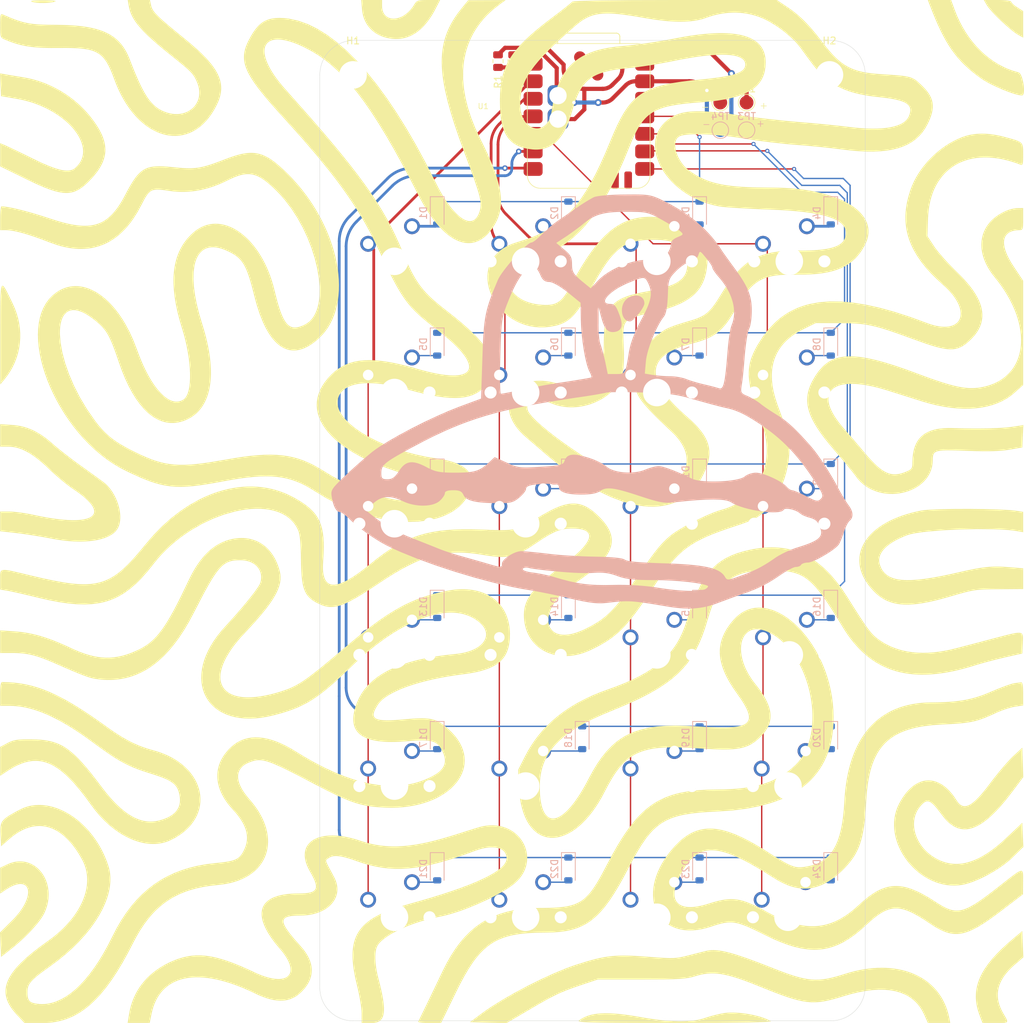
<source format=kicad_pcb>
(kicad_pcb (version 20241229) (generator "pcbnew") (generator_version "9.0")
  (layers (0 "F.Cu" signal) (2 "B.Cu" signal) (13 "F.Paste" user) (15 "B.Paste" user) (5 "F.SilkS" user "F.Silkscreen") (7 "B.SilkS" user "B.Silkscreen") (1 "F.Mask" user) (3 "B.Mask" user) (25 "Edge.Cuts" user))
  (net 0 "")
  (net 1 "Net-(D1-A)")
  (net 2 "/ROW0")
  (net 3 "Net-(D2-A)")
  (net 4 "Net-(D3-A)")
  (net 5 "Net-(D4-A)")
  (net 6 "/ROW1")
  (net 7 "Net-(D5-A)")
  (net 8 "Net-(D6-A)")
  (net 9 "Net-(D7-A)")
  (net 10 "Net-(D8-A)")
  (net 11 "Net-(D9-A)")
  (net 12 "/ROW2")
  (net 13 "Net-(D10-A)")
  (net 14 "Net-(D11-A)")
  (net 15 "Net-(D12-A)")
  (net 16 "/ROW3")
  (net 17 "Net-(D13-A)")
  (net 18 "Net-(D14-A)")
  (net 19 "Net-(D15-A)")
  (net 20 "Net-(D16-A)")
  (net 21 "/ROW4")
  (net 22 "Net-(D17-A)")
  (net 23 "Net-(D18-A)")
  (net 24 "Net-(D19-A)")
  (net 25 "Net-(D20-A)")
  (net 26 "/ROW5")
  (net 27 "Net-(D21-A)")
  (net 28 "Net-(D22-A)")
  (net 29 "Net-(D23-A)")
  (net 30 "Net-(D24-A)")
  (net 31 "/BT_PIN")
  (net 32 "Net-(U1-BAT)")
  (net 33 "GND")
  (net 34 "/COL0")
  (net 35 "/COL1")
  (net 36 "/COL2")
  (net 37 "/COL3")
  (footprint "PCM_marbastlib-mx:SW_MX_1u" (layer "F.Cu") (at 147 150)
    (property "Reference" "SW23" (hide yes))
    (property "Value" "SW_Push")
  )
  (footprint "PCM_marbastlib-mx:SW_MX_1u" (layer "F.Cu") (at 147 55)
    (property "Reference" "SW3" (hide yes))
    (property "Value" "SW_Push")
  )
  (footprint "PCM_marbastlib-mx:SW_MX_1u" (layer "F.Cu") (at 166.19 93)
    (property "Reference" "SW12" (hide yes))
    (property "Value" "SW_Push")
  )
  (footprint "PCM_marbastlib-mx:SW_MX_1u" (layer "F.Cu") (at 128 93)
    (property "Reference" "SW10" (hide yes))
    (property "Value" "SW_Push")
  )
  (footprint "PCM_marbastlib-mx:SW_MX_1u" (layer "F.Cu") (at 128 112)
    (property "Reference" "SW14" (hide yes))
    (property "Value" "SW_Push")
  )
  (footprint "MountingHole:MountingHole_4mm" (layer "F.Cu") (at 103 28)
    (property "Reference" "H1")
    (property "Value" "MountingHole")
  )
  (footprint "PCM_marbastlib-mx:SW_MX_1u" (layer "F.Cu") (at 166.19 74)
    (property "Reference" "SW8" (hide yes))
    (property "Value" "SW_Push")
  )
  (footprint "PCM_marbastlib-mx:SW_MX_1u" (layer "F.Cu") (at 128 150)
    (property "Reference" "SW22" (hide yes))
    (property "Value" "SW_Push")
  )
  (footprint "PCM_marbastlib-mx:SW_MX_1u" (layer "F.Cu") (at 109 93)
    (property "Reference" "SW9" (hide yes))
    (property "Value" "SW_Push")
  )
  (footprint "PCM_marbastlib-mx:SW_MX_1u" (layer "F.Cu") (at 166 150)
    (property "Reference" "SW24" (hide yes))
    (property "Value" "SW_Push")
  )
  (footprint "PCM_marbastlib-mx:SW_MX_1u" (layer "F.Cu") (at 109 74)
    (property "Reference" "SW5" (hide yes))
    (property "Value" "SW_Push")
  )
  (footprint "MountingHole:MountingHole_4mm" (layer "F.Cu") (at 172 28)
    (property "Reference" "H2")
    (property "Value" "MountingHole")
  )
  (footprint "PCM_marbastlib-mx:SW_MX_1u" (layer "F.Cu") (at 128 55)
    (property "Reference" "SW2" (hide yes))
    (property "Value" "SW_Push")
  )
  (footprint "PCM_marbastlib-mx:SW_MX_1u" (layer "F.Cu") (at 147 131)
    (property "Reference" "SW19" (hide yes))
    (property "Value" "SW_Push")
  )
  (footprint "PCM_marbastlib-mx:SW_MX_1u" (layer "F.Cu") (at 109 150)
    (property "Reference" "SW21" (hide yes))
    (property "Value" "SW_Push")
  )
  (footprint "Resistor_SMD:R_0805_2012Metric" (layer "F.Cu") (at 126.19 26 -90)
    (property "Reference" "R2")
    (property "Value" "2M")
  )
  (footprint "PCM_marbastlib-mx:SW_MX_1u" (layer "F.Cu") (at 147 93)
    (property "Reference" "SW11" (hide yes))
    (property "Value" "SW_Push")
  )
  (footprint "XIAO:modified-XIAO-nRF52840-SMD" (layer "F.Cu") (at 137.19 34)
    (property "Reference" "U1")
    (property "Value" "XIAO-nRF52840-SMD")
  )
  (footprint "Resistor_SMD:R_0805_2012Metric" (layer "F.Cu") (at 124 26 -90)
    (property "Reference" "R1")
    (property "Value" "806k")
  )
  (footprint "PCM_marbastlib-mx:SW_MX_1u" (layer "F.Cu") (at 128 74)
    (property "Reference" "SW6" (hide yes))
    (property "Value" "SW_Push")
  )
  (footprint "PCM_marbastlib-mx:SW_MX_1u" (layer "F.Cu") (at 166.19 112)
    (property "Reference" "SW16" (hide yes))
    (property "Value" "SW_Push")
  )
  (footprint "TestPoint:TestPoint_Pad_D2.0mm" (layer "F.Cu") (at 156.19 32)
    (property "Reference" "TP2")
    (property "Value" "GND")
  )
  (footprint "PCM_marbastlib-mx:SW_MX_1u" (layer "F.Cu") (at 166.19 55)
    (property "Reference" "SW4" (hide yes))
    (property "Value" "SW_Push")
  )
  (footprint "PCM_marbastlib-mx:SW_MX_1u" (layer "F.Cu") (at 109 55)
    (property "Reference" "SW1" (hide yes))
    (property "Value" "SW_Push")
  )
  (footprint "PCM_marbastlib-mx:SW_MX_1u" (layer "F.Cu") (at 109 112)
    (property "Reference" "SW13" (hide yes))
    (property "Value" "SW_Push")
  )
  (footprint "TestPoint:TestPoint_Pad_D2.0mm" (layer "F.Cu") (at 160 32)
    (property "Reference" "TP1")
    (property "Value" "BAT")
  )
  (footprint "PCM_marbastlib-mx:SW_MX_1u" (layer "F.Cu") (at 147 74)
    (property "Reference" "SW7" (hide yes))
    (property "Value" "SW_Push")
  )
  (footprint "PCM_marbastlib-mx:SW_MX_1u" (layer "F.Cu") (at 109 131)
    (property "Reference" "SW17" (hide yes))
    (property "Value" "SW_Push")
  )
  (footprint "PCM_marbastlib-mx:SW_MX_1u" (layer "F.Cu") (at 166 131)
    (property "Reference" "SW20" (hide yes))
    (property "Value" "SW_Push")
  )
  (footprint "PCM_marbastlib-mx:SW_MX_1u" (layer "F.Cu") (at 147 112)
    (property "Reference" "SW15" (hide yes))
    (property "Value" "SW_Push")
  )
  (footprint "PCM_marbastlib-mx:SW_MX_1u" (layer "F.Cu") (at 128 131)
    (property "Reference" "SW18" (hide yes))
    (property "Value" "SW_Push")
  )
  (footprint "Diode_SMD:D_SOD-123" (layer "B.Cu") (at 115.19 48 -90)
    (property "Reference" "D1")
    (property "Value" "D")
  )
  (footprint "TestPoint:TestPoint_Pad_D2.0mm" (layer "B.Cu") (at 156.2 36 180)
    (property "Reference" "TP4")
    (property "Value" "GND")
  )
  (footprint "Diode_SMD:D_SOD-123" (layer "B.Cu") (at 172.19 48 -90)
    (property "Reference" "D4")
    (property "Value" "D")
  )
  (footprint "Diode_SMD:D_SOD-123" (layer "B.Cu") (at 172.19 124 -90)
    (property "Reference" "D20")
    (property "Value" "D")
  )
  (footprint "Diode_SMD:D_SOD-123" (layer "B.Cu") (at 172.19 67 -90)
    (property "Reference" "D8")
    (property "Value" "D")
  )
  (footprint "Diode_SMD:D_SOD-123" (layer "B.Cu") (at 115.19 86 -90)
    (property "Reference" "D9")
    (property "Value" "D")
  )
  (footprint "Diode_SMD:D_SOD-123" (layer "B.Cu") (at 153.19 86 -90)
    (property "Reference" "D11")
    (property "Value" "D")
  )
  (footprint "Diode_SMD:D_SOD-123" (layer "B.Cu") (at 134.19 48 -90)
    (property "Reference" "D2")
    (property "Value" "D")
  )
  (footprint "Diode_SMD:D_SOD-123" (layer "B.Cu") (at 134.19 143 -90)
    (property "Reference" "D22")
    (property "Value" "D")
  )
  (footprint "Diode_SMD:D_SOD-123" (layer "B.Cu") (at 153.19 105 -90)
    (property "Reference" "D15")
    (property "Value" "D")
  )
  (footprint "Diode_SMD:D_SOD-123" (layer "B.Cu") (at 115.19 143 -90)
    (property "Reference" "D21")
    (property "Value" "D")
  )
  (footprint "Diode_SMD:D_SOD-123" (layer "B.Cu") (at 115.19 105 -90)
    (property "Reference" "D13")
    (property "Value" "D")
  )
  (footprint "TestPoint:TestPoint_Pad_D2.0mm" (layer "B.Cu") (at 160 36 180)
    (property "Reference" "TP3")
    (property "Value" "BAT")
  )
  (footprint "Diode_SMD:D_SOD-123" (layer "B.Cu") (at 172.19 105 -90)
    (property "Reference" "D16")
    (property "Value" "D")
  )
  (footprint "Diode_SMD:D_SOD-123" (layer "B.Cu") (at 134.19 67 -90)
    (property "Reference" "D6")
    (property "Value" "D")
  )
  (footprint "Diode_SMD:D_SOD-123" (layer "B.Cu") (at 115.19 124 -90)
    (property "Reference" "D17")
    (property "Value" "D")
  )
  (footprint "Diode_SMD:D_SOD-123" (layer "B.Cu") (at 115.19 67 -90)
    (property "Reference" "D5")
    (property "Value" "D")
  )
  (footprint "Diode_SMD:D_SOD-123" (layer "B.Cu") (at 153.19 143 -90)
    (property "Reference" "D23")
    (property "Value" "D")
  )
  (footprint "Diode_SMD:D_SOD-123" (layer "B.Cu") (at 153.19 48 -90)
    (property "Reference" "D3")
    (property "Value" "D")
  )
  (footprint "Diode_SMD:D_SOD-123" (layer "B.Cu") (at 172.19 86 -90)
    (property "Reference" "D12")
    (property "Value" "D")
  )
  (footprint "Diode_SMD:D_SOD-123" (layer "B.Cu") (at 134.19 86 -90)
    (property "Reference" "D10")
    (property "Value" "D")
  )
  (footprint "Diode_SMD:D_SOD-123" (layer "B.Cu") (at 153.19 124 -90)
    (property "Reference" "D19")
    (property "Value" "D")
  )
  (footprint "Diode_SMD:D_SOD-123" (layer "B.Cu") (at 172.19 143 -90)
    (property "Reference" "D24")
    (property "Value" "D")
  )
  (footprint "Diode_SMD:D_SOD-123" (layer "B.Cu") (at 136.19 124 -90)
    (property "Reference" "D18")
    (property "Value" "D")
  )
  (footprint "Diode_SMD:D_SOD-123" (layer "B.Cu") (at 153.19 67 -90)
    (property "Reference" "D7")
    (property "Value" "D")
  )
  (footprint "Diode_SMD:D_SOD-123" (layer "B.Cu") (at 134.19 105 -90)
    (property "Reference" "D14")
    (property "Value" "D")
  )
  (gr_poly (pts (xy 196.555375 17.150246) (xy 196.758922 17.153634) (xy 196.953677 17.159193) (xy 197.138865 17.166849) (xy 197.313706 17.176531) (xy 197.477424 17.188166) (xy 197.629241 17.201682) (xy 197.768379 17.217007) (xy 197.894061 17.234069) (xy 198.005508 17.252794) (xy 198.101943 17.273112) (xy 198.182588 17.294949) (xy 198.216746 17.306414) (xy 198.246666 17.318233) (xy 198.272249 17.330395) (xy 198.293398 17.342892) (xy 198.310017 17.355714) (xy 198.322008 17.368854) (xy 198.329274 17.3823) (xy 198.331718 17.396045) (xy 198.332831 17.409421) (xy 198.336134 17.424049) (xy 198.349105 17.456864) (xy 198.370215 17.494093) (xy 198.399048 17.535336) (xy 198.435188 17.580197) (xy 198.478219 17.628278) (xy 198.527726 17.67918) (xy 198.583291 17.732506) (xy 198.6445 17.787858) (xy 198.710935 17.844837) (xy 198.782182 17.903047) (xy 198.857824 17.962088) (xy 198.937446 18.021563) (xy 199.020631 18.081075) (xy 199.106963 18.140225) (xy 199.196026 18.198615) (xy 200.060334 18.75424) (xy 200.060334 20.680403) (xy 200.060334 22.606567) (xy 199.270111 22.16207) (xy 199.048859 22.022805) (xy 198.791922 21.840295) (xy 198.505287 21.6202) (xy 198.19494 21.368182) (xy 197.866868 21.089902) (xy 197.527058 20.791021) (xy 196.836168 20.154102) (xy 196.170166 19.502713) (xy 195.861465 19.185745) (xy 195.576945 18.882144) (xy 195.322595 18.59757) (xy 195.104399 18.337684) (xy 194.928346 18.108148) (xy 194.800422 17.914623) (xy 194.355915 17.149101) (xy 196.343817 17.149101)) (fill yes) (layer "F.SilkS"))
  (gr_poly (pts (xy 52.313566 58.554979) (xy 52.382593 58.610979) (xy 52.458971 58.698437) (xy 52.543073 58.816452) (xy 52.635269 58.964125) (xy 52.845425 59.344846) (xy 53.092406 59.833399) (xy 53.708706 61.105213) (xy 54.022448 61.807445) (xy 54.283213 62.518848) (xy 54.491274 63.237015) (xy 54.646902 63.959541) (xy 54.750367 64.684021) (xy 54.801941 65.408049) (xy 54.801896 66.12922) (xy 54.750503 66.845127) (xy 54.648032 67.553365) (xy 54.494756 68.251529) (xy 54.290945 68.937213) (xy 54.036872 69.608012) (xy 53.732806 70.26152) (xy 53.37902 70.895331) (xy 52.975785 71.50704) (xy 52.523372 72.094241) (xy 51.906011 72.835075) (xy 51.906011 65.42674) (xy 51.906494 62.671428) (xy 51.911546 61.577897) (xy 51.92376 60.664184) (xy 51.946104 59.923091) (xy 51.981542 59.34742) (xy 52.005098 59.119368) (xy 52.033041 58.929971) (xy 52.06574 58.778331) (xy 52.103567 58.663547) (xy 52.146892 58.58472) (xy 52.196087 58.540949) (xy 52.223001 58.531929) (xy 52.251521 58.531336)) (fill yes) (layer "F.SilkS"))
  (gr_poly (pts (xy 87.057798 95.068039) (xy 87.342758 95.084576) (xy 87.622689 95.114828) (xy 87.897394 95.158657) (xy 88.166672 95.215923) (xy 88.430326 95.28649) (xy 88.688155 95.37022) (xy 88.939962 95.466975) (xy 89.185547 95.576616) (xy 89.424711 95.699006) (xy 89.657256 95.834008) (xy 89.882981 95.981482) (xy 90.101689 96.141292) (xy 90.313181 96.313298) (xy 90.517257 96.497364) (xy 90.713718 96.693352) (xy 90.902366 96.901123) (xy 91.083001 97.12054) (xy 91.255425 97.351464) (xy 91.419439 97.593758) (xy 91.574843 97.847284) (xy 91.72144 98.111904) (xy 91.859028 98.387481) (xy 91.987411 98.673875) (xy 92.106389 98.970949) (xy 92.215762 99.278566) (xy 92.315333 99.596588) (xy 92.404901 99.924875) (xy 92.480712 100.320843) (xy 92.512482 100.723683) (xy 92.498419 101.136507) (xy 92.436735 101.562426) (xy 92.325637 102.00455) (xy 92.163335 102.465991) (xy 91.948039 102.94986) (xy 91.677959 103.459267) (xy 91.351303 103.997324) (xy 90.966281 104.567141) (xy 90.521102 105.17183) (xy 90.013977 105.814501) (xy 89.443114 106.498265) (xy 88.806722 107.226233) (xy 88.103012 108.001517) (xy 87.330192 108.827226) (xy 86.750599 109.458084) (xy 86.224564 110.074428) (xy 85.751527 110.675343) (xy 85.330931 111.259918) (xy 84.962216 111.827237) (xy 84.644825 112.376389) (xy 84.378198 112.906459) (xy 84.161779 113.416534) (xy 83.995007 113.9057) (xy 83.877325 114.373046) (xy 83.808175 114.817656) (xy 83.786997 115.238617) (xy 83.813234 115.635017) (xy 83.886326 116.005942) (xy 84.005717 116.350478) (xy 84.170846 116.667712) (xy 84.381156 116.956731) (xy 84.636088 117.216622) (xy 84.935085 117.44647) (xy 85.277586 117.645362) (xy 85.663035 117.812386) (xy 86.090872 117.946628) (xy 86.56054 118.047174) (xy 87.071479 118.11311) (xy 87.623131 118.143525) (xy 88.214939 118.137504) (xy 88.846342 118.094133) (xy 89.516784 118.0125) (xy 90.225705 117.891691) (xy 90.972548 117.730793) (xy 91.756753 117.528892) (xy 92.577762 117.285075) (xy 93.452341 116.985893) (xy 93.86411 116.821634) (xy 94.270489 116.639541) (xy 94.680196 116.433575) (xy 95.101949 116.197694) (xy 95.544465 115.925856) (xy 96.016463 115.612021) (xy 96.52666 115.250147) (xy 97.083774 114.834195) (xy 98.373625 113.815888) (xy 99.955757 112.508771) (xy 101.899914 110.864517) (xy 103.037827 109.909171) (xy 104.113467 109.031509) (xy 105.134015 108.227603) (xy 106.106652 107.493531) (xy 107.038557 106.825367) (xy 107.936911 106.219187) (xy 108.808894 105.671065) (xy 109.661688 105.177076) (xy 110.502472 104.733297) (xy 111.338427 104.335802) (xy 112.176733 103.980666) (xy 113.02457 103.663964) (xy 113.88912 103.381772) (xy 114.777563 103.130165) (xy 115.697078 102.905218) (xy 116.654847 102.703006) (xy 117.144746 102.616467) (xy 117.625608 102.551125) (xy 118.097007 102.506692) (xy 118.558514 102.482878) (xy 119.009703 102.479393) (xy 119.450145 102.495948) (xy 119.879415 102.532255) (xy 120.297084 102.588022) (xy 120.702726 102.662961) (xy 121.095913 102.756783) (xy 121.476217 102.869198) (xy 121.843212 102.999917) (xy 122.196469 103.148651) (xy 122.535563 103.315109) (xy 122.860065 103.499003) (xy 123.169548 103.700043) (xy 123.463586 103.91794) (xy 123.741749 104.152405) (xy 124.003613 104.403148) (xy 124.248748 104.669879) (xy 124.476728 104.95231) (xy 124.687125 105.25015) (xy 124.879512 105.563111) (xy 125.053463 105.890904) (xy 125.208548 106.233238) (xy 125.344342 106.589824) (xy 125.460417 106.960374) (xy 125.556346 107.344597) (xy 125.631701 107.742204) (xy 125.686055 108.152906) (xy 125.718981 108.576414) (xy 125.730051 109.012437) (xy 125.708883 109.668908) (xy 125.644055 110.278173) (xy 125.594645 110.565634) (xy 125.533575 110.841931) (xy 125.460594 111.107277) (xy 125.375455 111.361884) (xy 125.277908 111.605964) (xy 125.167705 111.83973) (xy 125.044596 112.063395) (xy 124.908335 112.277171) (xy 124.758671 112.48127) (xy 124.595356 112.675906) (xy 124.418141 112.86129) (xy 124.226778 113.037635) (xy 124.021018 113.205154) (xy 123.800612 113.364059) (xy 123.565312 113.514562) (xy 123.314868 113.656877) (xy 123.049033 113.791216) (xy 122.767557 113.917791) (xy 122.156689 114.1485) (xy 121.480274 114.350704) (xy 120.736323 114.526103) (xy 119.922847 114.676398) (xy 119.037855 114.803288) (xy 117.863884 114.960089) (xy 116.728564 115.138034) (xy 115.634952 115.335983) (xy 114.586105 115.552797) (xy 113.585079 115.787336) (xy 112.634931 116.03846) (xy 111.738718 116.305031) (xy 110.899496 116.585908) (xy 110.120322 116.879953) (xy 109.404253 117.186026) (xy 108.754345 117.502987) (xy 108.173655 117.829697) (xy 107.66524 118.165017) (xy 107.43909 118.33555) (xy 107.232156 118.507807) (xy 107.044818 118.681647) (xy 106.87746 118.856928) (xy 106.730463 119.033506) (xy 106.604209 119.211239) (xy 106.372372 119.589542) (xy 106.192408 119.928922) (xy 106.066704 120.230681) (xy 106.024946 120.36786) (xy 105.997649 120.496122) (xy 105.98511 120.61563) (xy 105.987628 120.726547) (xy 106.005502 120.829035) (xy 106.03903 120.923258) (xy 106.088511 121.009377) (xy 106.154243 121.087557) (xy 106.236524 121.157959) (xy 106.335653 121.220747) (xy 106.451928 121.276083) (xy 106.585648 121.32413) (xy 106.737111 121.365051) (xy 106.906616 121.399009) (xy 107.300944 121.446685) (xy 107.771019 121.46846) (xy 108.319229 121.465638) (xy 108.947961 121.439519) (xy 109.659603 121.391407) (xy 110.456542 121.322604) (xy 111.135266 121.26422) (xy 111.749238 121.219563) (xy 112.304321 121.189918) (xy 112.806372 121.176569) (xy 113.261254 121.1808) (xy 113.472837 121.189909) (xy 113.674825 121.203895) (xy 113.867951 121.222918) (xy 114.052947 121.247139) (xy 114.230545 121.276717) (xy 114.401479 121.311815) (xy 114.566479 121.352591) (xy 114.72628 121.399208) (xy 114.881614 121.451824) (xy 115.033213 121.510601) (xy 115.181809 121.575699) (xy 115.328135 121.64728) (xy 115.472924 121.725502) (xy 115.616909 121.810527) (xy 115.760821 121.902516) (xy 115.905393 122.001628) (xy 116.199448 122.221867) (xy 116.504934 122.472527) (xy 116.827711 122.754893) (xy 117.331492 123.240587) (xy 117.771782 123.733541) (xy 118.149839 124.232187) (xy 118.466924 124.73496) (xy 118.724296 125.240291) (xy 118.923213 125.746615) (xy 119.064936 126.252365) (xy 119.150723 126.755974) (xy 119.181834 127.255875) (xy 119.159528 127.750501) (xy 119.085064 128.238286) (xy 118.959702 128.717663) (xy 118.784701 129.187065) (xy 118.56132 129.644926) (xy 118.290818 130.089678) (xy 117.974455 130.519755) (xy 117.613491 130.93359) (xy 117.209183 131.329616) (xy 116.762793 131.706267) (xy 116.275578 132.061976) (xy 115.748799 132.395175) (xy 115.183714 132.7043) (xy 114.581583 132.987781) (xy 113.943665 133.244054) (xy 113.271219 133.47155) (xy 112.565505 133.668704) (xy 111.827782 133.833948) (xy 111.059309 133.965716) (xy 110.261346 134.06244) (xy 109.435152 134.122555) (xy 108.581986 134.144494) (xy 107.703107 134.126689) (xy 106.458884 134.051109) (xy 105.887398 133.994021) (xy 105.33823 133.920256) (xy 104.802808 133.826958) (xy 104.272559 133.711268) (xy 103.73891 133.570329) (xy 103.193287 133.401284) (xy 102.627118 133.201274) (xy 102.031829 132.967441) (xy 101.398847 132.696929) (xy 100.7196 132.386879) (xy 99.188014 131.636736) (xy 97.368489 130.694151) (xy 96.143008 130.052722) (xy 95.052274 129.487402) (xy 94.085471 128.994719) (xy 93.231782 128.5712) (xy 92.480391 128.213372) (xy 91.820484 127.917762) (xy 91.521456 127.792204) (xy 91.241243 127.680898) (xy 90.978493 127.583411) (xy 90.731853 127.499308) (xy 90.499973 127.428154) (xy 90.281499 127.369517) (xy 90.07508 127.322962) (xy 89.879364 127.288054) (xy 89.692999 127.264361) (xy 89.514632 127.251447) (xy 89.342913 127.248878) (xy 89.176488 127.256221) (xy 89.014006 127.273041) (xy 88.854116 127.298905) (xy 88.695464 127.333378) (xy 88.536699 127.376026) (xy 88.376469 127.426415) (xy 88.213423 127.484111) (xy 87.87347 127.619688) (xy 87.685223 127.703989) (xy 87.509417 127.79475) (xy 87.34605 127.891852) (xy 87.19512 127.99517) (xy 87.056625 128.104584) (xy 86.930562 128.219971) (xy 86.81693 128.34121) (xy 86.715725 128.468177) (xy 86.626946 128.600751) (xy 86.55059 128.73881) (xy 86.486655 128.882231) (xy 86.435139 129.030893) (xy 86.396039 129.184674) (xy 86.369354 129.343451) (xy 86.355081 129.507103) (xy 86.353218 129.675507) (xy 86.363762 129.848541) (xy 86.386711 130.026083) (xy 86.422064 130.208011) (xy 86.469817 130.394203) (xy 86.529968 130.584537) (xy 86.602516 130.778891) (xy 86.687458 130.977142) (xy 86.784791 131.179169) (xy 86.894514 131.384849) (xy 87.016624 131.594061) (xy 87.297997 132.02259) (xy 87.628891 132.46378) (xy 88.009289 132.916653) (xy 88.456966 133.448005) (xy 88.862643 133.981014) (xy 89.226716 134.514588) (xy 89.549581 135.047635) (xy 89.831633 135.579063) (xy 90.073267 136.107781) (xy 90.274881 136.632695) (xy 90.436868 137.152716) (xy 90.559626 137.666749) (xy 90.643549 138.173704) (xy 90.689033 138.672488) (xy 90.696473 139.162009) (xy 90.666267 139.641176) (xy 90.598808 140.108895) (xy 90.494493 140.564077) (xy 90.353718 141.005627) (xy 90.176877 141.432455) (xy 89.964367 141.843469) (xy 89.716583 142.237576) (xy 89.433922 142.613684) (xy 89.116778 142.970702) (xy 88.765547 143.307537) (xy 88.380625 143.623097) (xy 87.962408 143.916291) (xy 87.511291 144.186027) (xy 87.027669 144.431212) (xy 86.51194 144.650754) (xy 85.964497 144.843562) (xy 85.385737 145.008544) (xy 84.776056 145.144607) (xy 84.135848 145.25066) (xy 83.465511 145.32561) (xy 82.356268 145.447317) (xy 81.304795 145.614567) (xy 80.308378 145.829204) (xy 79.364304 146.093072) (xy 78.911047 146.244045) (xy 78.46986 146.408018) (xy 78.040401 146.585221) (xy 77.622333 146.775885) (xy 77.215315 146.980241) (xy 76.81901 147.198519) (xy 76.433077 147.43095) (xy 76.057178 147.677764) (xy 75.690973 147.939192) (xy 75.334123 148.215465) (xy 74.98629 148.506813) (xy 74.647134 148.813468) (xy 74.316317 149.135658) (xy 73.993497 149.473615) (xy 73.678338 149.827571) (xy 73.370499 150.197754) (xy 72.775427 150.987728) (xy 72.205568 151.845383) (xy 71.658209 152.772562) (xy 71.130637 153.771112) (xy 70.3651 155.247774) (xy 69.604139 156.613963) (xy 68.845385 157.871776) (xy 68.086468 159.023311) (xy 67.325019 160.070667) (xy 66.558668 161.015942) (xy 66.172914 161.450954) (xy 65.785046 161.861233) (xy 65.394768 162.24704) (xy 65.001784 162.608638) (xy 64.605798 162.94629) (xy 64.206513 163.260257) (xy 63.803633 163.550801) (xy 63.396862 163.818186) (xy 62.985905 164.062672) (xy 62.570464 164.284523) (xy 62.150243 164.484001) (xy 61.724947 164.661367) (xy 61.294279 164.816885) (xy 60.857944 164.950816) (xy 60.415644 165.063423) (xy 59.967084 165.154968) (xy 59.511967 165.225713) (xy 59.049998 165.27592) (xy 58.58088 165.305852) (xy 58.104317 165.315771) (xy 55.412622 165.315771) (xy 54.289025 164.105736) (xy 54.01225 163.797839) (xy 53.760801 163.492037) (xy 53.534828 163.187968) (xy 53.334479 162.885266) (xy 53.159903 162.583569) (xy 53.01125 162.282511) (xy 52.88867 161.981729) (xy 52.79231 161.680858) (xy 52.722321 161.379535) (xy 52.678852 161.077397) (xy 52.662052 160.774078) (xy 52.67207 160.469215) (xy 52.709055 160.162443) (xy 52.773156 159.8534) (xy 52.864524 159.54172) (xy 52.983306 159.22704) (xy 53.129653 158.908996) (xy 53.303713 158.587224) (xy 53.505636 158.26136) (xy 53.735571 157.93104) (xy 53.993666 157.595899) (xy 54.280072 157.255575) (xy 54.594938 156.909702) (xy 54.938412 156.557917) (xy 55.711783 155.835155) (xy 56.60138 155.084376) (xy 57.608396 154.302669) (xy 58.734025 153.487121) (xy 59.625666 152.826336) (xy 60.447492 152.138239) (xy 61.197983 151.426484) (xy 61.875621 150.694725) (xy 62.186646 150.322485) (xy 62.478887 149.946615) (xy 62.752155 149.56757) (xy 63.00626 149.185808) (xy 63.241013 148.801785) (xy 63.456223 148.415957) (xy 63.6517 148.028782) (xy 63.827254 147.640716) (xy 63.982696 147.252217) (xy 64.117836 146.863739) (xy 64.232484 146.475741) (xy 64.326449 146.088679) (xy 64.399542 145.70301) (xy 64.451573 145.31919) (xy 64.482352 144.937676) (xy 64.49169 144.558925) (xy 64.479395 144.183393) (xy 64.445279 143.811537) (xy 64.389151 143.443814) (xy 64.310822 143.080681) (xy 64.210102 142.722594) (xy 64.0868 142.37001) (xy 63.940727 142.023385) (xy 63.771693 141.683177) (xy 63.506796 141.206675) (xy 63.235475 140.754181) (xy 62.957958 140.325755) (xy 62.674478 139.92146) (xy 62.385264 139.541355) (xy 62.090547 139.185503) (xy 61.790558 138.853963) (xy 61.485527 138.546798) (xy 61.175685 138.264067) (xy 60.861262 138.005833) (xy 60.54249 137.772156) (xy 60.219599 137.563097) (xy 59.892818 137.378718) (xy 59.56238 137.219078) (xy 59.228515 137.084241) (xy 58.891452 136.974265) (xy 58.551423 136.889214) (xy 58.208659 136.829146) (xy 57.86339 136.794125) (xy 57.515846 136.784209) (xy 57.166259 136.799462) (xy 56.814858 136.839943) (xy 56.461875 136.905714) (xy 56.107539 136.996836) (xy 55.752083 137.11337) (xy 55.395735 137.255377) (xy 55.038728 137.422917) (xy 54.681291 137.616053) (xy 54.323654 137.834845) (xy 53.96605 138.079354) (xy 53.608708 138.349641) (xy 53.251858 138.645767) (xy 52.017136 139.719981) (xy 51.943053 138.003712) (xy 51.930024 137.655844) (xy 51.925641 137.345451) (xy 51.93334 137.068049) (xy 51.956558 136.819151) (xy 51.97506 136.70399) (xy 51.99873 136.594273) (xy 52.027998 136.489439) (xy 52.063294 136.388928) (xy 52.105046 136.292178) (xy 52.153685 136.198631) (xy 52.20964 136.107724) (xy 52.273341 136.018896) (xy 52.345217 135.931589) (xy 52.425698 135.845239) (xy 52.515213 135.759288) (xy 52.614192 135.673174) (xy 52.84226 135.498214) (xy 53.113338 135.315875) (xy 53.430863 135.121672) (xy 53.798271 134.911118) (xy 54.696483 134.423016) (xy 55.120723 134.218158) (xy 55.554634 134.04993) (xy 55.997109 133.917631) (xy 56.44704 133.82056) (xy 56.90332 133.758017) (xy 57.36484 133.729301) (xy 57.830493 133.733711) (xy 58.299172 133.770546) (xy 58.769767 133.839105) (xy 59.241172 133.938687) (xy 59.712278 134.068591) (xy 60.181978 134.228117) (xy 60.649164 134.416564) (xy 61.112729 134.633231) (xy 61.571563 134.877416) (xy 62.02456 135.14842) (xy 62.470612 135.445541) (xy 62.90861 135.768078) (xy 63.337448 136.115331) (xy 63.756017 136.486599) (xy 64.163209 136.88118) (xy 64.557917 137.298375) (xy 64.939033 137.737481) (xy 65.305448 138.197799) (xy 65.656056 138.678627) (xy 65.989748 139.179265) (xy 66.305417 139.699011) (xy 66.601955 140.237165) (xy 66.878253 140.793027) (xy 67.133205 141.365894) (xy 67.365701 141.955066) (xy 67.574636 142.559843) (xy 67.686971 142.955923) (xy 67.771839 143.361295) (xy 67.829554 143.775413) (xy 67.860431 144.197728) (xy 67.864784 144.627694) (xy 67.842926 145.064763) (xy 67.795173 145.508389) (xy 67.721839 145.958025) (xy 67.623237 146.413122) (xy 67.499682 146.873135) (xy 67.351489 147.337516) (xy 67.178971 147.805718) (xy 66.762219 148.751395) (xy 66.251941 149.70579) (xy 65.650649 150.664527) (xy 64.96086 151.623227) (xy 64.185086 152.577514) (xy 63.325842 153.52301) (xy 62.385641 154.45534) (xy 61.366998 155.370125) (xy 60.272427 156.262989) (xy 59.104442 157.129554) (xy 58.601874 157.487635) (xy 58.152572 157.813936) (xy 57.75366 158.111696) (xy 57.402261 158.384153) (xy 57.095501 158.634544) (xy 56.830503 158.866106) (xy 56.712766 158.975838) (xy 56.604392 159.082077) (xy 56.50502 159.185228) (xy 56.414291 159.285695) (xy 56.331846 159.383883) (xy 56.257325 159.480197) (xy 56.190369 159.575041) (xy 56.130618 159.66882) (xy 56.077713 159.761939) (xy 56.031295 159.854803) (xy 55.991003 159.947816) (xy 55.956479 160.041382) (xy 55.927363 160.135908) (xy 55.903295 160.231796) (xy 55.883916 160.329453) (xy 55.868867 160.429282) (xy 55.857787 160.531689) (xy 55.850319 160.637077) (xy 55.844775 160.85842) (xy 55.850138 161.074782) (xy 55.862211 161.270869) (xy 55.881916 161.447821) (xy 55.89492 161.529477) (xy 55.910177 161.606776) (xy 55.927804 161.679861) (xy 55.947915 161.748875) (xy 55.970626 161.813959) (xy 55.996053 161.875256) (xy 56.02431 161.932909) (xy 56.055513 161.98706) (xy 56.089777 162.037851) (xy 56.127218 162.085425) (xy 56.167951 162.129924) (xy 56.21209 162.171491) (xy 56.259752 162.210268) (xy 56.311052 162.246398) (xy 56.366104 162.280023) (xy 56.425025 162.311285) (xy 56.48793 162.340327) (xy 56.554934 162.367291) (xy 56.626151 162.39232) (xy 56.701698 162.415556) (xy 56.866243 162.457219) (xy 57.049489 162.49342) (xy 57.252359 162.525299) (xy 57.60228 162.56008) (xy 57.952801 162.571893) (xy 58.303797 162.560849) (xy 58.655143 162.527058) (xy 59.006715 162.470632) (xy 59.358389 162.391681) (xy 59.71004 162.290317) (xy 60.061544 162.166649) (xy 60.763615 161.852846) (xy 61.463605 161.45116) (xy 62.160521 160.962477) (xy 62.853367 160.387682) (xy 63.541149 159.727663) (xy 64.222872 158.983305) (xy 64.897541 158.155495) (xy 65.564161 157.245119) (xy 66.221738 156.253063) (xy 66.869277 155.180213) (xy 67.505783 154.027455) (xy 68.130261 152.795677) (xy 68.75206 151.590674) (xy 69.409742 150.461526) (xy 70.104466 149.407402) (xy 70.83739 148.427469) (xy 71.60967 147.520895) (xy 72.422465 146.686849) (xy 73.276931 145.924499) (xy 74.174227 145.233012) (xy 75.11551 144.611558) (xy 76.101937 144.059302) (xy 77.134666 143.575415) (xy 78.214856 143.159064) (xy 79.343662 142.809416) (xy 80.522243 142.525641) (xy 81.751756 142.306906) (xy 83.033359 142.152379) (xy 83.565317 142.099414) (xy 84.043251 142.045834) (xy 84.471011 141.989868) (xy 84.852452 141.929741) (xy 85.027006 141.897564) (xy 85.191425 141.863683) (xy 85.346189 141.827875) (xy 85.491782 141.789919) (xy 85.628684 141.749594) (xy 85.757377 141.706678) (xy 85.878343 141.66095) (xy 85.992062 141.612187) (xy 86.099017 141.560169) (xy 86.199689 141.504674) (xy 86.29456 141.44548) (xy 86.384111 141.382366) (xy 86.468823 141.31511) (xy 86.54918 141.24349) (xy 86.625661 141.167286) (xy 86.698748 141.086275) (xy 86.768924 141.000236) (xy 86.836669 140.908947) (xy 86.902465 140.812186) (xy 86.966794 140.709733) (xy 87.030137 140.601366) (xy 87.092976 140.486863) (xy 87.219068 140.238562) (xy 87.369239 139.891363) (xy 87.486294 139.543983) (xy 87.532363 139.370078) (xy 87.570105 139.195952) (xy 87.599504 139.021545) (xy 87.620546 138.846799) (xy 87.633213 138.671655) (xy 87.63749 138.496055) (xy 87.633362 138.319939) (xy 87.620811 138.143248) (xy 87.599823 137.965925) (xy 87.570382 137.787909) (xy 87.532472 137.609144) (xy 87.486077 137.429568) (xy 87.367769 137.067754) (xy 87.215331 136.701997) (xy 87.028636 136.331827) (xy 86.807559 135.956774) (xy 86.551972 135.576367) (xy 86.261749 135.190136) (xy 85.936764 134.797611) (xy 85.576889 134.398321) (xy 85.310942 134.103435) (xy 85.061787 133.806959) (xy 84.82943 133.509113) (xy 84.613877 133.210117) (xy 84.415136 132.910189) (xy 84.233214 132.609549) (xy 84.068117 132.308416) (xy 83.919852 132.00701) (xy 83.788426 131.70555) (xy 83.673845 131.404254) (xy 83.576117 131.103343) (xy 83.495247 130.803036) (xy 83.431244 130.503551) (xy 83.384113 130.205109) (xy 83.353862 129.907929) (xy 83.340497 129.612229) (xy 83.344025 129.31823) (xy 83.364453 129.026149) (xy 83.401787 128.736208) (xy 83.456035 128.448625) (xy 83.527203 128.163619) (xy 83.615298 127.881409) (xy 83.720326 127.602216) (xy 83.842296 127.326258) (xy 83.981212 127.053754) (xy 84.137082 126.784924) (xy 84.309914 126.519987) (xy 84.499713 126.259163) (xy 84.706486 126.00267) (xy 84.93024 125.750728) (xy 85.170983 125.503557) (xy 85.42872 125.261375) (xy 85.850265 124.916853) (xy 86.294979 124.624095) (xy 86.762302 124.383066) (xy 87.251672 124.193728) (xy 87.762529 124.056046) (xy 88.294313 123.969983) (xy 88.846462 123.935504) (xy 89.418417 123.952572) (xy 90.009615 124.021151) (xy 90.619497 124.141205) (xy 91.247502 124.312698) (xy 91.89307 124.535592) (xy 92.555639 124.809853) (xy 93.234648 125.135445) (xy 93.929538 125.51233) (xy 94.639748 125.940472) (xy 96.127353 126.84481) (xy 97.580557 127.659438) (xy 98.999397 128.384355) (xy 100.383907 129.019562) (xy 101.734126 129.565059) (xy 103.050088 130.020845) (xy 104.33183 130.386921) (xy 105.579387 130.663287) (xy 106.792798 130.849942) (xy 107.972096 130.946887) (xy 109.117319 130.954122) (xy 110.228503 130.871646) (xy 110.771342 130.796767) (xy 111.305684 130.699461) (xy 111.831535 130.579726) (xy 112.348899 130.437565) (xy 112.857779 130.272975) (xy 113.358182 130.085959) (xy 113.850111 129.876514) (xy 114.333571 129.644642) (xy 114.6777 129.462511) (xy 114.987972 129.276853) (xy 115.130501 129.182504) (xy 115.264674 129.087035) (xy 115.390527 128.990369) (xy 115.508097 128.892425) (xy 115.617419 128.793124) (xy 115.71853 128.692388) (xy 115.811466 128.590137) (xy 115.896263 128.486293) (xy 115.972957 128.380775) (xy 116.041584 128.273505) (xy 116.102181 128.164404) (xy 116.154783 128.053392) (xy 116.199427 127.940391) (xy 116.236149 127.825321) (xy 116.264986 127.708104) (xy 116.285973 127.588659) (xy 116.299146 127.466909) (xy 116.304542 127.342773) (xy 116.302197 127.216173) (xy 116.292147 127.087029) (xy 116.274428 126.955263) (xy 116.249077 126.820795) (xy 116.216129 126.683546) (xy 116.17562 126.543437) (xy 116.127588 126.40039) (xy 116.072068 126.254323) (xy 116.009096 126.10516) (xy 115.938708 125.95282) (xy 115.800464 125.680894) (xy 115.65636 125.438504) (xy 115.502562 125.224511) (xy 115.335235 125.037774) (xy 115.150544 124.877155) (xy 114.944657 124.741514) (xy 114.713737 124.629711) (xy 114.453951 124.540607) (xy 114.161464 124.473062) (xy 113.832442 124.425937) (xy 113.46305 124.398093) (xy 113.049455 124.388389) (xy 112.587821 124.395687) (xy 112.074314 124.418847) (xy 111.5051 124.456729) (xy 110.876344 124.508194) (xy 109.689368 124.59164) (xy 109.13279 124.612556) (xy 108.600767 124.61956) (xy 108.09326 124.612618) (xy 107.610231 124.5917) (xy 107.151642 124.556774) (xy 106.717455 124.507808) (xy 106.30763 124.44477) (xy 105.922129 124.367629) (xy 105.560914 124.276354) (xy 105.223947 124.170912) (xy 104.911189 124.051272) (xy 104.622602 123.917403) (xy 104.358147 123.769271) (xy 104.117786 123.606847) (xy 103.90148 123.430098) (xy 103.709191 123.238993) (xy 103.540881 123.0335) (xy 103.39651 122.813587) (xy 103.276042 122.579223) (xy 103.179436 122.330376) (xy 103.106655 122.067014) (xy 103.057661 121.789106) (xy 103.032415 121.49662) (xy 103.030878 121.189524) (xy 103.053012 120.867787) (xy 103.098779 120.531377) (xy 103.16814 120.180263) (xy 103.261057 119.814412) (xy 103.377491 119.433794) (xy 103.517404 119.038376) (xy 103.841168 118.290546) (xy 104.238654 117.58408) (xy 104.710368 116.918672) (xy 105.256817 116.294013) (xy 105.878507 115.709795) (xy 106.575944 115.165712) (xy 107.349635 114.661456) (xy 108.200086 114.19672) (xy 109.127803 113.771196) (xy 110.133294 113.384576) (xy 111.217064 113.036553) (xy 112.37962 112.72682) (xy 113.621468 112.45507) (xy 114.943115 112.220994) (xy 116.345067 112.024285) (xy 117.82783 111.864636) (xy 118.254447 111.81664) (xy 118.661301 111.754142) (xy 119.048093 111.677829) (xy 119.414521 111.588392) (xy 119.760285 111.486521) (xy 120.085085 111.372904) (xy 120.388618 111.248232) (xy 120.670586 111.113194) (xy 120.930687 110.968479) (xy 121.16862 110.814777) (xy 121.384085 110.652779) (xy 121.576781 110.483172) (xy 121.746407 110.306647) (xy 121.892663 110.123894) (xy 122.015248 109.935601) (xy 122.113861 109.742459) (xy 122.188202 109.545157) (xy 122.23797 109.344385) (xy 122.262864 109.140832) (xy 122.262583 108.935187) (xy 122.236827 108.728141) (xy 122.185295 108.520383) (xy 122.107687 108.312602) (xy 122.003702 108.105488) (xy 121.873038 107.89973) (xy 121.715396 107.696019) (xy 121.530475 107.495043) (xy 121.317973 107.297493) (xy 121.077591 107.104057) (xy 120.809028 106.915426) (xy 120.511982 106.732288) (xy 120.186154 106.555334) (xy 119.79629 106.375119) (xy 119.391027 106.223268) (xy 118.970884 106.099568) (xy 118.536377 106.003809) (xy 118.088025 105.935776) (xy 117.626345 105.895258) (xy 117.151855 105.882042) (xy 116.665073 105.895916) (xy 115.656704 106.00408) (xy 114.605378 106.218053) (xy 113.515238 106.536133) (xy 112.390426 106.95662) (xy 111.235083 107.477814) (xy 110.053352 108.098015) (xy 108.849374 108.815523) (xy 107.627291 109.628637) (xy 106.391245 110.535658) (xy 105.145378 111.534885) (xy 103.893832 112.624619) (xy 102.640748 113.803158) (xy 101.789534 114.623644) (xy 100.994877 115.370462) (xy 100.249091 116.048369) (xy 99.544488 116.662122) (xy 98.873382 117.216479) (xy 98.228086 117.716195) (xy 97.600913 118.166027) (xy 96.984176 118.570733) (xy 96.370188 118.93507) (xy 95.751263 119.263793) (xy 95.119713 119.56166) (xy 94.467852 119.833429) (xy 93.787992 120.083854) (xy 93.072448 120.317694) (xy 92.313531 120.539705) (xy 91.503556 120.754645) (xy 90.60312 120.959675) (xy 89.736079 121.106092) (xy 88.903489 121.19584) (xy 88.106405 121.230859) (xy 87.345884 121.213091) (xy 86.622981 121.14448) (xy 85.938752 121.026966) (xy 85.294253 120.862493) (xy 84.690539 120.653001) (xy 84.128667 120.400434) (xy 83.609692 120.106733) (xy 83.13467 119.77384) (xy 82.704657 119.403697) (xy 82.320709 118.998246) (xy 81.983881 118.55943) (xy 81.69523 118.089191) (xy 81.45581 117.58947) (xy 81.266679 117.06221) (xy 81.128891 116.509352) (xy 81.043503 115.932839) (xy 81.011571 115.334613) (xy 81.034149 114.716616) (xy 81.112295 114.080789) (xy 81.247063 113.429076) (xy 81.43951 112.763418) (xy 81.690692 112.085757) (xy 82.001663 111.398035) (xy 82.373481 110.702194) (xy 82.807201 110.000177) (xy 83.303879 109.293925) (xy 83.86457 108.585381) (xy 84.49033 107.876486) (xy 85.43306 106.843759) (xy 86.330067 105.828394) (xy 87.159936 104.857016) (xy 87.901252 103.956249) (xy 88.5326 103.152715) (xy 88.800344 102.79573) (xy 89.032566 102.473038) (xy 89.226588 102.187965) (xy 89.379735 101.943841) (xy 89.489328 101.743993) (xy 89.552692 101.591749) (xy 89.600651 101.42593) (xy 89.638152 101.261992) (xy 89.66537 101.100152) (xy 89.682482 100.940628) (xy 89.689665 100.783635) (xy 89.687094 100.629391) (xy 89.674947 100.478114) (xy 89.653399 100.330019) (xy 89.622627 100.185325) (xy 89.582806 100.044249) (xy 89.534114 99.907006) (xy 89.476728 99.773816) (xy 89.410822 99.644893) (xy 89.336573 99.520456) (xy 89.254159 99.400722) (xy 89.163754 99.285907) (xy 89.065537 99.176229) (xy 88.959682 99.071905) (xy 88.846366 98.973152) (xy 88.725766 98.880186) (xy 88.598057 98.793225) (xy 88.463417 98.712486) (xy 88.322022 98.638186) (xy 88.174047 98.570542) (xy 88.01967 98.50977) (xy 87.859066 98.456089) (xy 87.692413 98.409715) (xy 87.519885 98.370866) (xy 87.341661 98.339757) (xy 87.157915 98.316607) (xy 86.968825 98.301632) (xy 86.774567 98.295049) (xy 86.297299 98.298008) (xy 85.860727 98.326253) (xy 85.457507 98.387995) (xy 85.080296 98.491444) (xy 84.72175 98.644814) (xy 84.374527 98.856314) (xy 84.031282 99.134157) (xy 83.684674 99.486554) (xy 83.327358 99.921715) (xy 82.951992 100.447853) (xy 82.551232 101.073179) (xy 82.117735 101.805904) (xy 81.644158 102.654239) (xy 81.123157 103.626396) (xy 79.909512 105.975022) (xy 79.245014 107.216542) (xy 78.561615 108.371517) (xy 77.858936 109.440219) (xy 77.136596 110.422917) (xy 76.394216 111.319885) (xy 75.631417 112.131392) (xy 74.847817 112.857711) (xy 74.448099 113.189009) (xy 74.043038 113.499112) (xy 73.632588 113.788053) (xy 73.2167 114.055867) (xy 72.795327 114.302588) (xy 72.368422 114.528248) (xy 71.935937 114.732883) (xy 71.497826 114.916525) (xy 71.054039 115.07921) (xy 70.60453 115.220971) (xy 70.149251 115.341841) (xy 69.688156 115.441856) (xy 69.221195 115.521048) (xy 68.748323 115.579451) (xy 68.269491 115.6171) (xy 67.784652 115.634028) (xy 67.293758 115.63027) (xy 66.796762 115.605859) (xy 66.187769 115.550148) (xy 65.633615 115.470419) (xy 65.357343 115.414766) (xy 65.071069 115.344969) (xy 64.766888 115.258315) (xy 64.436899 115.152092) (xy 63.667874 114.870084) (xy 62.700763 114.477241) (xy 61.472335 113.951857) (xy 59.919358 113.27223) (xy 58.938285 112.854954) (xy 58.4915 112.67588) (xy 58.069204 112.51538) (xy 57.667889 112.372606) (xy 57.284046 112.246707) (xy 56.914166 112.136833) (xy 56.55474 112.042134) (xy 56.20226 111.96176) (xy 55.853216 111.89486) (xy 55.504099 111.840585) (xy 55.151401 111.798085) (xy 54.791614 111.766508) (xy 54.421227 111.745006) (xy 54.036733 111.732729) (xy 53.634622 111.728825) (xy 51.893664 111.728825) (xy 51.893664 110.086641) (xy 51.893664 108.444467) (xy 54.054428 108.592625) (xy 54.519366 108.631597) (xy 54.984232 108.68388) (xy 55.45011 108.749764) (xy 55.918087 108.829539) (xy 56.389247 108.923494) (xy 56.864675 109.031918) (xy 57.345457 109.155102) (xy 57.832678 109.293333) (xy 58.327423 109.446902) (xy 58.830777 109.616097) (xy 59.343826 109.801209) (xy 59.867655 110.002527) (xy 60.951991 110.454938) (xy 62.09247 110.975644) (xy 62.799191 111.297596) (xy 63.481243 111.578221) (xy 64.141446 111.817571) (xy 64.782621 112.015702) (xy 65.407591 112.172667) (xy 66.019176 112.288522) (xy 66.620199 112.363319) (xy 67.21348 112.397114) (xy 67.801842 112.389961) (xy 68.388106 112.341913) (xy 68.975094 112.253025) (xy 69.565626 112.123352) (xy 70.162525 111.952947) (xy 70.768612 111.741865) (xy 71.386708 111.49016) (xy 72.019636 111.197886) (xy 72.486389 110.954409) (xy 72.930967 110.687744) (xy 73.357531 110.392069) (xy 73.77024 110.061558) (xy 74.173255 109.690388) (xy 74.570736 109.272735) (xy 74.966842 108.802775) (xy 75.365733 108.274685) (xy 75.77157 107.682639) (xy 76.188511 107.020815) (xy 76.620719 106.283389) (xy 77.072351 105.464536) (xy 77.547568 104.558432) (xy 78.050531 103.559255) (xy 79.156331 101.25838) (xy 79.473961 100.609981) (xy 79.801883 99.99819) (xy 80.14026 99.422862) (xy 80.489252 98.883852) (xy 80.849025 98.381016) (xy 81.21974 97.914209) (xy 81.601561 97.483286) (xy 81.994649 97.088103) (xy 82.399168 96.728514) (xy 82.815281 96.404376) (xy 83.24315 96.115543) (xy 83.682939 95.86187) (xy 84.13481 95.643213) (xy 84.598925 95.459428) (xy 85.075448 95.310369) (xy 85.564541 95.195891) (xy 85.871657 95.141789) (xy 86.17474 95.10209) (xy 86.47359 95.076658) (xy 86.768009 95.065353)) (fill yes) (layer "F.SilkS"))
  (gr_poly (pts (xy 58.455387 17.189036) (xy 58.698286 17.193131) (xy 58.919408 17.198456) (xy 59.118718 17.205047) (xy 59.296179 17.21294) (xy 59.451756 17.222171) (xy 59.585411 17.232777) (xy 59.697109 17.244793) (xy 59.744712 17.251341) (xy 59.786813 17.258256) (xy 59.823406 17.265541) (xy 59.854487 17.273202) (xy 59.880052 17.281242) (xy 59.900096 17.289667) (xy 59.914615 17.29848) (xy 59.923603 17.307687) (xy 59.926022 17.31244) (xy 59.927057 17.317292) (xy 59.926707 17.322245) (xy 59.924971 17.327299) (xy 59.917343 17.337713) (xy 59.904166 17.348539) (xy 59.885436 17.35978) (xy 59.861149 17.371442) (xy 59.831301 17.383529) (xy 59.795886 17.396045) (xy 59.6289 17.441624) (xy 59.440445 17.481125) (xy 59.23394 17.514548) (xy 59.012802 17.541895) (xy 58.780451 17.563165) (xy 58.540304 17.578358) (xy 58.29578 17.587473) (xy 58.050298 17.590512) (xy 57.807275 17.587473) (xy 57.570131 17.578358) (xy 57.342283 17.563165) (xy 57.12715 17.541895) (xy 56.92815 17.514548) (xy 56.748703 17.481125) (xy 56.592225 17.441624) (xy 56.462136 17.396045) (xy 56.412639 17.371306) (xy 56.384484 17.348032) (xy 56.378387 17.336949) (xy 56.377599 17.32624) (xy 56.38211 17.315906) (xy 56.391912 17.305949) (xy 56.42735 17.287178) (xy 56.48384 17.269943) (xy 56.561312 17.254264) (xy 56.659692 17.240158) (xy 56.918887 17.21674) (xy 57.260847 17.199833) (xy 57.684994 17.189583) (xy 58.190747 17.186134)) (fill yes) (layer "F.SilkS"))
  (gr_poly (pts (xy 107.209221 18.013407) (xy 107.218194 18.242933) (xy 107.244538 18.456939) (xy 107.287397 18.655458) (xy 107.345909 18.838524) (xy 107.419216 19.006171) (xy 107.506459 19.158434) (xy 107.606778 19.295345) (xy 107.719316 19.416939) (xy 107.843211 19.523249) (xy 107.977607 19.61431) (xy 108.121642 19.690156) (xy 108.274458 19.75082) (xy 108.435197 19.796336) (xy 108.602998 19.826739) (xy 108.777003 19.842062) (xy 108.956353 19.842339) (xy 109.140189 19.827604) (xy 109.32765 19.797891) (xy 109.517879 19.753233) (xy 109.710016 19.693666) (xy 109.903202 19.619222) (xy 110.096579 19.529935) (xy 110.289285 19.425841) (xy 110.480464 19.306971) (xy 110.669255 19.173361) (xy 110.8548 19.025044) (xy 111.036239 18.862054) (xy 111.212713 18.684425) (xy 111.383363 18.492191) (xy 111.54733 18.285386) (xy 111.703755 18.064044) (xy 111.851779 17.828198) (xy 111.920927 17.716799) (xy 111.986513 17.618224) (xy 112.051049 17.531694) (xy 112.117051 17.456432) (xy 112.187031 17.391661) (xy 112.263505 17.336602) (xy 112.348985 17.290477) (xy 112.445987 17.25251) (xy 112.557024 17.221922) (xy 112.684611 17.197936) (xy 112.831261 17.179774) (xy 112.999488 17.166658) (xy 113.191807 17.15781) (xy 113.410732 17.152453) (xy 113.938454 17.149101) (xy 115.617681 17.149101) (xy 115.012668 18.322087) (xy 114.715071 18.880432) (xy 114.405845 19.402421) (xy 114.085223 19.887876) (xy 113.753443 20.336613) (xy 113.410738 20.748454) (xy 113.057343 21.123217) (xy 112.693495 21.460721) (xy 112.319428 21.760785) (xy 112.128635 21.896721) (xy 111.935376 22.023229) (xy 111.73968 22.140287) (xy 111.541576 22.247872) (xy 111.341093 22.345961) (xy 111.138262 22.434533) (xy 110.933111 22.513563) (xy 110.72567 22.58303) (xy 110.515967 22.642912) (xy 110.304034 22.693184) (xy 110.089898 22.733826) (xy 109.873589 22.764814) (xy 109.655138 22.786125) (xy 109.434572 22.797738) (xy 109.211922 22.799629) (xy 108.987216 22.791776) (xy 108.738618 22.773458) (xy 108.495288 22.74637) (xy 108.257357 22.710641) (xy 108.024955 22.6664) (xy 107.798215 22.613776) (xy 107.577267 22.552898) (xy 107.362242 22.483894) (xy 107.153272 22.406893) (xy 106.950487 22.322025) (xy 106.754019 22.229417) (xy 106.563999 22.1292) (xy 106.380558 22.021502) (xy 106.203828 21.906451) (xy 106.033938 21.784177) (xy 105.871021 21.654808) (xy 105.715208 21.518474) (xy 105.566629 21.375303) (xy 105.425416 21.225424) (xy 105.2917 21.068966) (xy 105.165611 20.906057) (xy 105.047283 20.736828) (xy 104.936844 20.561406) (xy 104.834427 20.37992) (xy 104.740162 20.1925) (xy 104.654182 19.999273) (xy 104.576616 19.80037) (xy 104.507596 19.595919) (xy 104.447253 19.386048) (xy 104.395718 19.170887) (xy 104.353123 18.950565) (xy 104.319598 18.72521) (xy 104.295275 18.494951) (xy 104.184148 17.149101) (xy 105.702864 17.149101) (xy 107.209221 17.149101)) (fill yes) (layer "F.SilkS"))
  (gr_poly (pts (xy 124.371857 17.692382) (xy 123.298283 18.529646) (xy 122.80544 18.971572) (xy 122.341947 19.428659) (xy 121.907846 19.900631) (xy 121.503175 20.387213) (xy 121.127978 20.888129) (xy 120.782293 21.403103) (xy 120.466162 21.931859) (xy 120.179625 22.474122) (xy 119.922723 23.029615) (xy 119.695497 23.598062) (xy 119.497988 24.179189) (xy 119.330235 24.772718) (xy 119.192281 25.378375) (xy 119.084165 25.995883) (xy 119.005929 26.624967) (xy 118.957612 27.26535) (xy 118.950901 28.578913) (xy 119.064359 29.934365) (xy 119.29831 31.329499) (xy 119.65308 32.762109) (xy 120.128996 34.229989) (xy 120.726381 35.730931) (xy 121.445563 37.26273) (xy 122.039199 38.46774) (xy 122.565715 39.599246) (xy 123.025707 40.661589) (xy 123.419773 41.659108) (xy 123.74851 42.596146) (xy 124.012514 43.477043) (xy 124.120428 43.897794) (xy 124.212382 44.306139) (xy 124.288452 44.702618) (xy 124.348712 45.087775) (xy 124.393236 45.462153) (xy 124.422099 45.826293) (xy 124.435376 46.180739) (xy 124.433141 46.526033) (xy 124.415469 46.862718) (xy 124.382435 47.191336) (xy 124.334112 47.51243) (xy 124.270577 47.826543) (xy 124.191903 48.134217) (xy 124.098165 48.435994) (xy 123.989437 48.732418) (xy 123.865795 49.024031) (xy 123.727312 49.311375) (xy 123.574064 49.594994) (xy 123.406125 49.875429) (xy 123.223569 50.153224) (xy 122.951973 50.528988) (xy 122.672243 50.869266) (xy 122.384781 51.174239) (xy 122.089989 51.444087) (xy 121.78827 51.678992) (xy 121.480026 51.879134) (xy 121.16566 52.044694) (xy 120.845573 52.175854) (xy 120.520169 52.272793) (xy 120.18985 52.335692) (xy 119.855019 52.364734) (xy 119.516077 52.360098) (xy 119.173427 52.321965) (xy 118.827472 52.250516) (xy 118.478614 52.145932) (xy 118.127255 52.008395) (xy 117.773799 51.838084) (xy 117.418647 51.635181) (xy 117.062201 51.399866) (xy 116.704865 51.132321) (xy 116.34704 50.832726) (xy 115.98913 50.501262) (xy 115.631536 50.13811) (xy 115.27466 49.743451) (xy 114.918907 49.317465) (xy 114.564677 48.860334) (xy 114.212373 48.372239) (xy 113.862398 47.85336) (xy 113.515154 47.303878) (xy 113.171044 46.723974) (xy 112.830469 46.113829) (xy 112.493833 45.473624) (xy 111.242986 43.053377) (xy 110.047033 40.811392) (xy 108.900094 38.740146) (xy 107.796293 36.832115) (xy 106.72975 35.079775) (xy 105.694588 33.475601) (xy 104.684928 32.012069) (xy 103.694893 30.681656) (xy 102.718603 29.476838) (xy 101.750181 28.390089) (xy 100.783749 27.413887) (xy 99.813427 26.540707) (xy 99.324972 26.140399) (xy 98.833339 25.763025) (xy 98.337796 25.407645) (xy 97.837606 25.073318) (xy 96.820349 24.46406) (xy 95.775691 23.927729) (xy 95.215274 23.673117) (xy 94.682531 23.455126) (xy 94.177792 23.272974) (xy 93.701382 23.125879) (xy 93.253632 23.013059) (xy 92.834867 22.933731) (xy 92.445417 22.887113) (xy 92.085609 22.872422) (xy 91.75577 22.888877) (xy 91.456229 22.935695) (xy 91.187314 23.012094) (xy 90.949351 23.117292) (xy 90.74267 23.250507) (xy 90.567597 23.410955) (xy 90.424461 23.597855) (xy 90.31359 23.810425) (xy 90.235311 24.047883) (xy 90.189952 24.309445) (xy 90.177841 24.59433) (xy 90.199305 24.901756) (xy 90.254674 25.230941) (xy 90.344274 25.581101) (xy 90.468433 25.951455) (xy 90.627479 26.341221) (xy 90.82174 26.749616) (xy 91.051544 27.175858) (xy 91.317218 27.619165) (xy 91.619091 28.078755) (xy 91.95749 28.553844) (xy 92.332743 29.043652) (xy 92.745178 29.547395) (xy 93.195122 30.064292) (xy 96.891308 34.234663) (xy 98.511082 36.105303) (xy 99.990919 37.849987) (xy 101.340025 39.48152) (xy 102.567606 41.012708) (xy 103.682868 42.456357) (xy 104.695018 43.82527) (xy 105.613261 45.132255) (xy 106.446804 46.390116) (xy 107.204852 47.611659) (xy 107.896613 48.809689) (xy 108.531292 49.997012) (xy 109.118095 51.186433) (xy 109.666229 52.390757) (xy 110.184899 53.62279) (xy 110.516921 54.419395) (xy 110.835613 55.151267) (xy 111.145876 55.824863) (xy 111.452613 56.446641) (xy 111.760723 57.023056) (xy 112.075111 57.560568) (xy 112.400675 58.065631) (xy 112.742319 58.544704) (xy 113.104943 59.004243) (xy 113.49345 59.450706) (xy 113.91274 59.890549) (xy 114.367716 60.330229) (xy 114.863278 60.776203) (xy 115.404328 61.234928) (xy 115.995768 61.712862) (xy 116.6425 62.216461) (xy 117.750694 63.089612) (xy 118.751995 63.919173) (xy 119.648031 64.708147) (xy 120.44043 65.459537) (xy 120.798274 65.822077) (xy 121.130819 66.176346) (xy 121.438269 66.52272) (xy 121.720826 66.861574) (xy 121.978696 67.193284) (xy 122.21208 67.518225) (xy 122.421183 67.836773) (xy 122.606208 68.149302) (xy 122.767359 68.456188) (xy 122.904838 68.757806) (xy 123.01885 69.054531) (xy 123.109598 69.34674) (xy 123.177285 69.634806) (xy 123.222115 69.919107) (xy 123.244292 70.200015) (xy 123.244018 70.477908) (xy 123.221497 70.75316) (xy 123.176934 71.026147) (xy 123.110531 71.297243) (xy 123.022491 71.566825) (xy 122.913019 71.835268) (xy 122.782317 72.102946) (xy 122.63059 72.370235) (xy 122.45804 72.637511) (xy 122.1123 73.089864) (xy 121.730567 73.488626) (xy 121.309839 73.834032) (xy 120.847113 74.126318) (xy 120.339388 74.365718) (xy 119.78366 74.552467) (xy 119.176928 74.686801) (xy 118.516189 74.768954) (xy 117.79844 74.799163) (xy 117.02068 74.777662) (xy 116.179905 74.704685) (xy 115.273113 74.580469) (xy 114.297303 74.405248) (xy 113.249471 74.179258) (xy 112.126615 73.902733) (xy 110.925733 73.575909) (xy 109.952182 73.317029) (xy 109.018836 73.100563) (xy 108.127127 72.926384) (xy 107.278482 72.794365) (xy 106.47433 72.70438) (xy 106.089385 72.675111) (xy 105.7161 72.656302) (xy 105.354653 72.647939) (xy 105.005221 72.650005) (xy 104.667985 72.662484) (xy 104.343123 72.685361) (xy 104.030812 72.71862) (xy 103.731233 72.762245) (xy 103.444563 72.81622) (xy 103.170981 72.880529) (xy 102.910665 72.955157) (xy 102.663795 73.040087) (xy 102.430548 73.135305) (xy 102.211104 73.240793) (xy 102.005642 73.356536) (xy 101.814338 73.482519) (xy 101.637373 73.618725) (xy 101.474925 73.765139) (xy 101.327173 73.921744) (xy 101.194294 74.088526) (xy 101.076469 74.265468) (xy 100.973874 74.452554) (xy 100.847698 74.767449) (xy 100.771573 75.08881) (xy 100.744183 75.415796) (xy 100.764212 75.747566) (xy 100.830343 76.083279) (xy 100.941262 76.422094) (xy 101.095653 76.76317) (xy 101.292199 77.105665) (xy 101.529586 77.448739) (xy 101.806496 77.791551) (xy 102.473626 78.473024) (xy 103.283062 79.143356) (xy 104.224279 79.795817) (xy 105.286749 80.423681) (xy 106.459946 81.020218) (xy 107.733344 81.578701) (xy 109.096417 82.0924) (xy 110.538636 82.554589) (xy 112.049477 82.958538) (xy 113.618413 83.29752) (xy 115.234916 83.564805) (xy 115.627573 83.623869) (xy 116.004487 83.689903) (xy 116.365615 83.76286) (xy 116.710916 83.842691) (xy 117.040346 83.929351) (xy 117.353861 84.022791) (xy 117.651419 84.122963) (xy 117.932978 84.229821) (xy 118.198493 84.343317) (xy 118.447922 84.463403) (xy 118.681223 84.590032) (xy 118.898352 84.723156) (xy 119.099266 84.862729) (xy 119.283922 85.008701) (xy 119.452277 85.161027) (xy 119.604289 85.319658) (xy 119.739914 85.484547) (xy 119.85911 85.655647) (xy 119.961833 85.832909) (xy 120.048041 86.016288) (xy 120.11769 86.205734) (xy 120.170738 86.401201) (xy 120.207141 86.602641) (xy 120.226857 86.810007) (xy 120.229843 87.023251) (xy 120.216056 87.242325) (xy 120.185452 87.467183) (xy 120.13799 87.697777) (xy 120.073625 87.934059) (xy 119.992315 88.175981) (xy 119.894018 88.423497) (xy 119.778689 88.676559) (xy 119.502922 89.181799) (xy 119.181546 89.65343) (xy 118.816414 90.091482) (xy 118.409378 90.495989) (xy 117.962288 90.86698) (xy 117.476997 91.204488) (xy 116.955356 91.508546) (xy 116.399217 91.779183) (xy 115.810432 92.016432) (xy 115.190851 92.220325) (xy 113.866711 92.528168) (xy 112.441611 92.702964) (xy 110.930364 92.744968) (xy 109.347783 92.654432) (xy 107.708681 92.43161) (xy 106.02787 92.076754) (xy 104.320165 91.590118) (xy 102.600377 90.971955) (xy 100.88332 90.222519) (xy 99.183808 89.342062) (xy 97.516652 88.330837) (xy 96.834179 87.903727) (xy 96.162123 87.524819) (xy 95.49383 87.193406) (xy 94.822642 86.908784) (xy 94.141905 86.670246) (xy 93.444962 86.477089) (xy 92.725158 86.328605) (xy 91.975835 86.22409) (xy 91.19034 86.162839) (xy 90.362015 86.144147) (xy 89.484204 86.167307) (xy 88.550252 86.231614) (xy 87.553503 86.336364) (xy 86.487301 86.48085) (xy 85.344989 86.664368) (xy 84.119913 86.886211) (xy 82.89494 87.111686) (xy 81.776497 87.300952) (xy 80.7516 87.452525) (xy 79.807261 87.564922) (xy 78.930494 87.63666) (xy 78.108312 87.666256) (xy 77.32773 87.652227) (xy 76.575762 87.593089) (xy 75.83942 87.48736) (xy 75.105719 87.333556) (xy 74.361672 87.130195) (xy 73.594294 86.875792) (xy 72.790597 86.568866) (xy 71.937596 86.207932) (xy 71.022304 85.791508) (xy 70.031735 85.318111) (xy 69.083899 84.819291) (xy 68.160702 84.258617) (xy 67.263776 83.640287) (xy 66.394754 82.968499) (xy 65.555267 82.247451) (xy 64.746948 81.481343) (xy 63.97143 80.674373) (xy 63.230344 79.830738) (xy 62.525323 78.954637) (xy 61.857999 78.050269) (xy 61.230006 77.121832) (xy 60.642974 76.173525) (xy 60.098536 75.209545) (xy 59.598325 74.234092) (xy 59.143973 73.251363) (xy 58.737112 72.265557) (xy 58.379375 71.280873) (xy 58.072394 70.301508) (xy 57.817801 69.331662) (xy 57.617229 68.375532) (xy 57.472309 67.437316) (xy 57.384675 66.521215) (xy 57.355959 65.631425) (xy 57.387792 64.772144) (xy 57.481808 63.947573) (xy 57.639638 63.161908) (xy 57.862915 62.419349) (xy 58.153272 61.724093) (xy 58.51234 61.080339) (xy 58.941752 60.492285) (xy 59.44314 59.96413) (xy 60.018136 59.500073) (xy 60.389704 59.26056) (xy 60.767745 59.057964) (xy 61.151568 58.891799) (xy 61.540486 58.76158) (xy 61.933808 58.666819) (xy 62.330844 58.607032) (xy 62.730905 58.581731) (xy 63.133302 58.590431) (xy 63.537344 58.632646) (xy 63.942343 58.707889) (xy 64.347609 58.815675) (xy 64.752452 58.955518) (xy 65.156183 59.126931) (xy 65.558111 59.329428) (xy 65.957549 59.562524) (xy 66.353805 59.825732) (xy 66.74619 60.118566) (xy 67.134016 60.440539) (xy 67.516592 60.791167) (xy 67.893229 61.169963) (xy 68.263237 61.576441) (xy 68.625926 62.010114) (xy 68.980608 62.470497) (xy 69.326592 62.957103) (xy 69.663189 63.469447) (xy 69.98971 64.007043) (xy 70.609763 65.156043) (xy 71.181235 66.400217) (xy 71.69861 67.735674) (xy 72.080083 68.759845) (xy 72.276956 69.247835) (xy 72.477546 69.719355) (xy 72.681572 70.1741) (xy 72.888754 70.611764) (xy 73.098812 71.032042) (xy 73.311465 71.434629) (xy 73.526434 71.81922) (xy 73.743437 72.185509) (xy 73.962195 72.533191) (xy 74.182427 72.861962) (xy 74.403852 73.171515) (xy 74.626191 73.461546) (xy 74.849163 73.73175) (xy 75.072488 73.98182) (xy 75.295885 74.211453) (xy 75.519074 74.420342) (xy 75.741774 74.608183) (xy 75.963706 74.774671) (xy 76.184589 74.919499) (xy 76.404143 75.042363) (xy 76.622086 75.142958) (xy 76.83814 75.220979) (xy 77.052024 75.27612) (xy 77.263456 75.308075) (xy 77.472158 75.316541) (xy 77.677848 75.301211) (xy 77.880246 75.261781) (xy 78.079072 75.197945) (xy 78.274046 75.109398) (xy 78.464886 74.995835) (xy 78.585637 74.901114) (xy 78.697874 74.784142) (xy 78.896894 74.486465) (xy 79.062129 74.108844) (xy 79.193758 73.65732) (xy 79.291963 73.137935) (xy 79.356924 72.55673) (xy 79.388823 71.919744) (xy 79.387841 71.23302) (xy 79.354157 70.502599) (xy 79.287954 69.734521) (xy 79.189411 68.934826) (xy 79.05871 68.109558) (xy 78.896032 67.264755) (xy 78.701557 66.406459) (xy 78.475466 65.540712) (xy 78.217941 64.673553) (xy 77.863598 63.479449) (xy 77.56923 62.332261) (xy 77.334911 61.231447) (xy 77.160711 60.176466) (xy 77.046705 59.166773) (xy 76.992963 58.201827) (xy 76.988714 57.735964) (xy 76.999559 57.281085) (xy 77.025505 56.837121) (xy 77.066564 56.404004) (xy 77.122743 55.981667) (xy 77.194051 55.570042) (xy 77.280499 55.169061) (xy 77.382093 54.778656) (xy 77.498845 54.39876) (xy 77.630762 54.029304) (xy 77.777854 53.670221) (xy 77.94013 53.321443) (xy 78.117599 52.982902) (xy 78.310269 52.654531) (xy 78.518151 52.33626) (xy 78.741253 52.028024) (xy 78.979584 51.729753) (xy 79.233152 51.44138) (xy 79.501969 51.162838) (xy 79.786041 50.894058) (xy 80.172192 50.573107) (xy 80.568248 50.297327) (xy 80.973116 50.065951) (xy 81.385706 49.878209) (xy 81.804924 49.733333) (xy 82.229679 49.630553) (xy 82.658878 49.569102) (xy 83.091431 49.54821) (xy 83.526244 49.567109) (xy 83.962227 49.62503) (xy 84.398286 49.721205) (xy 84.83333 49.854864) (xy 85.266266 50.02524) (xy 85.696004 50.231563) (xy 86.121451 50.473065) (xy 86.541514 50.748977) (xy 86.955103 51.05853) (xy 87.361124 51.400956) (xy 87.758487 51.775486) (xy 88.146098 52.181351) (xy 88.522867 52.617783) (xy 88.8877 53.084013) (xy 89.239506 53.579272) (xy 89.577194 54.102792) (xy 89.89967 54.653803) (xy 90.205844 55.231538) (xy 90.494623 55.835227) (xy 90.764914 56.464103) (xy 91.015627 57.117395) (xy 91.245669 57.794336) (xy 91.453948 58.494156) (xy 91.639372 59.216088) (xy 91.864673 60.124389) (xy 92.083969 60.938983) (xy 92.299938 61.662817) (xy 92.40751 61.991621) (xy 92.515255 62.298841) (xy 92.623506 62.584845) (xy 92.732597 62.850001) (xy 92.842865 63.094679) (xy 92.954643 63.319247) (xy 93.068265 63.524073) (xy 93.184067 63.709526) (xy 93.302383 63.875974) (xy 93.423548 64.023786) (xy 93.547896 64.15333) (xy 93.675761 64.264976) (xy 93.80748 64.359091) (xy 93.943385 64.436044) (xy 94.083812 64.496203) (xy 94.229095 64.539937) (xy 94.379569 64.567615) (xy 94.535569 64.579605) (xy 94.697429 64.576275) (xy 94.865483 64.557994) (xy 95.040067 64.525131) (xy 95.221515 64.478054) (xy 95.410161 64.417132) (xy 95.60634 64.342733) (xy 95.810387 64.255225) (xy 96.022637 64.154978) (xy 96.397125 63.935091) (xy 96.733826 63.663835) (xy 97.033295 63.343885) (xy 97.296089 62.977916) (xy 97.522763 62.568602) (xy 97.713874 62.118617) (xy 97.869979 61.630637) (xy 97.991632 61.107336) (xy 98.079392 60.551388) (xy 98.133812 59.965467) (xy 98.144863 58.714409) (xy 98.029234 57.375558) (xy 97.791375 55.970311) (xy 97.435735 54.520064) (xy 96.966764 53.046213) (xy 96.38891 51.570156) (xy 95.706623 50.113289) (xy 94.924353 48.697009) (xy 94.046549 47.342713) (xy 93.077661 46.071796) (xy 92.56045 45.474292) (xy 92.022137 44.905656) (xy 91.50462 44.398476) (xy 91.018394 43.950458) (xy 90.558575 43.560571) (xy 90.120278 43.227784) (xy 89.907675 43.082481) (xy 89.698622 42.951066) (xy 89.492508 42.833411) (xy 89.288722 42.729386) (xy 89.086655 42.638863) (xy 88.885695 42.561713) (xy 88.685233 42.497806) (xy 88.484658 42.447015) (xy 88.283359 42.409211) (xy 88.080727 42.384263) (xy 87.87615 42.372045) (xy 87.669018 42.372426) (xy 87.458721 42.385277) (xy 87.244649 42.410471) (xy 87.02619 42.447878) (xy 86.802735 42.497368) (xy 86.573673 42.558815) (xy 86.338394 42.632087) (xy 85.846742 42.813596) (xy 85.322895 43.040865) (xy 84.76197 43.312861) (xy 84.238905 43.566079) (xy 83.716146 43.797901) (xy 83.193713 44.008344) (xy 82.671624 44.197426) (xy 82.149897 44.365166) (xy 81.628549 44.511581) (xy 81.107599 44.63669) (xy 80.587066 44.740512) (xy 80.066966 44.823063) (xy 79.547319 44.884362) (xy 79.028142 44.924427) (xy 78.509453 44.943277) (xy 77.99127 44.940929) (xy 77.473613 44.917401) (xy 76.956497 44.872712) (xy 76.439943 44.80688) (xy 75.961602 44.734643) (xy 75.537197 44.676967) (xy 75.161625 44.636256) (xy 74.829788 44.614917) (xy 74.678675 44.612263) (xy 74.536583 44.615353) (xy 74.402875 44.62449) (xy 74.276912 44.639972) (xy 74.158057 44.662101) (xy 74.045673 44.691178) (xy 73.939121 44.727504) (xy 73.837765 44.771378) (xy 73.740967 44.823102) (xy 73.64809 44.882976) (xy 73.558495 44.951302) (xy 73.471545 45.028379) (xy 73.386603 45.114509) (xy 73.30303 45.209991) (xy 73.220191 45.315128) (xy 73.137446 45.430219) (xy 72.969692 45.691467) (xy 72.794666 45.996142) (xy 72.607269 46.346649) (xy 72.4024 46.745394) (xy 71.826425 47.811191) (xy 71.214583 48.781382) (xy 70.895309 49.230592) (xy 70.567183 49.655858) (xy 70.230244 50.057169) (xy 69.884531 50.434511) (xy 69.530083 50.787869) (xy 69.166937 51.117231) (xy 68.795131 51.422582) (xy 68.414706 51.70391) (xy 68.025698 51.961201) (xy 67.628146 52.194441) (xy 67.222089 52.403616) (xy 66.807565 52.588713) (xy 66.384613 52.749719) (xy 65.95327 52.88662) (xy 65.513577 52.999402) (xy 65.06557 53.088051) (xy 64.609288 53.152555) (xy 64.14477 53.1929) (xy 63.672054 53.209072) (xy 63.191179 53.201057) (xy 62.702183 53.168842) (xy 62.205105 53.112413) (xy 61.699982 53.031758) (xy 61.186854 52.926861) (xy 60.665758 52.79771) (xy 60.136734 52.644292) (xy 59.055053 52.264596) (xy 57.983714 51.854969) (xy 56.985157 51.497142) (xy 56.062709 51.191983) (xy 55.631065 51.059425) (xy 55.219697 50.94036) (xy 54.82902 50.834897) (xy 54.459451 50.743143) (xy 54.111404 50.665207) (xy 53.785297 50.601198) (xy 53.481545 50.551225) (xy 53.200564 50.515395) (xy 52.942771 50.493818) (xy 52.708581 50.486601) (xy 51.893664 50.486601) (xy 51.893664 48.75799) (xy 51.894659 48.5819) (xy 51.897571 48.410748) (xy 51.902291 48.24542) (xy 51.908712 48.086802) (xy 51.916725 47.935781) (xy 51.92622 47.793242) (xy 51.93709 47.660072) (xy 51.949227 47.537158) (xy 51.96252 47.425385) (xy 51.976863 47.32564) (xy 51.992146 47.238808) (xy 52.008262 47.165777) (xy 52.0251 47.107432) (xy 52.033757 47.084044) (xy 52.042554 47.06466) (xy 52.051478 47.049391) (xy 52.060514 47.038347) (xy 52.06965 47.031639) (xy 52.078872 47.029379) (xy 52.303329 47.039984) (xy 52.567649 47.066758) (xy 53.206328 47.166355) (xy 53.975811 47.323252) (xy 54.856997 47.532527) (xy 55.830788 47.789263) (xy 56.878084 48.088538) (xy 57.979784 48.425434) (xy 59.116789 48.79503) (xy 60.205196 49.141729) (xy 60.719373 49.290033) (xy 61.214419 49.421363) (xy 61.690998 49.53551) (xy 62.149775 49.632267) (xy 62.591415 49.711426) (xy 63.016583 49.772778) (xy 63.425942 49.816115) (xy 63.820159 49.84123) (xy 64.199897 49.847915) (xy 64.565821 49.835961) (xy 64.918597 49.805161) (xy 65.258888 49.755307) (xy 65.587359 49.68619) (xy 65.904675 49.597602) (xy 66.211501 49.489337) (xy 66.508501 49.361184) (xy 66.79634 49.212938) (xy 67.075683 49.044389) (xy 67.347195 48.85533) (xy 67.61154 48.645552) (xy 67.869382 48.414848) (xy 68.121387 48.16301) (xy 68.368219 47.889829) (xy 68.610543 47.595098) (xy 68.849023 47.278608) (xy 69.084325 46.940152) (xy 69.317113 46.579522) (xy 69.548051 46.196509) (xy 69.777805 45.790906) (xy 70.007039 45.362505) (xy 70.379991 44.659668) (xy 70.729955 44.034912) (xy 71.06346 43.48442) (xy 71.387035 43.004376) (xy 71.547139 42.789579) (xy 71.70721 42.590964) (xy 71.868062 42.408052) (xy 72.030513 42.240367) (xy 72.195379 42.087432) (xy 72.363475 41.948769) (xy 72.535619 41.823902) (xy 72.712625 41.712354) (xy 72.895311 41.613648) (xy 73.084492 41.527306) (xy 73.280984 41.452851) (xy 73.485604 41.389807) (xy 73.699168 41.337697) (xy 73.922493 41.296043) (xy 74.156393 41.264368) (xy 74.401686 41.242196) (xy 74.929713 41.22445) (xy 75.513104 41.238989) (xy 76.158388 41.281997) (xy 76.872094 41.349658) (xy 77.998513 41.45632) (xy 78.491193 41.490651) (xy 78.947392 41.510748) (xy 79.375014 41.515436) (xy 79.781963 41.503537) (xy 80.176143 41.473878) (xy 80.565457 41.425281) (xy 80.95781 41.356573) (xy 81.361106 41.266576) (xy 81.783248 41.154116) (xy 82.23214 41.018016) (xy 82.715686 40.857101) (xy 83.241791 40.670196) (xy 84.45329 40.213712) (xy 85.20594 39.933845) (xy 85.903316 39.701855) (xy 86.552076 39.519314) (xy 86.860304 39.447079) (xy 87.158874 39.387796) (xy 87.448618 39.341662) (xy 87.730367 39.308874) (xy 88.004954 39.289629) (xy 88.27321 39.284122) (xy 88.535969 39.292552) (xy 88.79406 39.315114) (xy 89.048318 39.352005) (xy 89.299573 39.403423) (xy 89.548658 39.469563) (xy 89.796404 39.550622) (xy 90.043644 39.646797) (xy 90.291209 39.758285) (xy 90.539932 39.885283) (xy 90.790645 40.027986) (xy 91.044179 40.186593) (xy 91.301366 40.361298) (xy 91.56304 40.5523) (xy 91.83003 40.759795) (xy 92.383292 41.22505) (xy 92.967808 41.758637) (xy 93.590234 42.362129) (xy 94.282823 43.078012) (xy 94.943505 43.814501) (xy 95.571916 44.5697) (xy 96.167692 45.341715) (xy 96.730468 46.128652) (xy 97.259881 46.928616) (xy 97.755567 47.739712) (xy 98.217162 48.560047) (xy 98.644301 49.387724) (xy 99.036621 50.22085) (xy 99.393758 51.05753) (xy 99.715348 51.89587) (xy 100.001026 52.733974) (xy 100.250429 53.569949) (xy 100.463193 54.4019) (xy 100.638954 55.227931) (xy 100.777347 56.046149) (xy 100.87801 56.854659) (xy 100.940577 57.651567) (xy 100.964684 58.434977) (xy 100.949969 59.202995) (xy 100.896066 59.953727) (xy 100.802613 60.685278) (xy 100.669244 61.395754) (xy 100.495595 62.083259) (xy 100.281304 62.745899) (xy 100.026005 63.38178) (xy 99.729336 63.989007) (xy 99.390931 64.565686) (xy 99.010426 65.109921) (xy 98.587459 65.619819) (xy 98.121665 66.093484) (xy 97.741475 66.433427) (xy 97.365008 66.737964) (xy 96.992444 67.007215) (xy 96.623961 67.241295) (xy 96.259737 67.440324) (xy 95.899951 67.604418) (xy 95.544782 67.733694) (xy 95.194408 67.828272) (xy 94.849008 67.888267) (xy 94.50876 67.913798) (xy 94.173844 67.904983) (xy 93.844437 67.861938) (xy 93.520719 67.784781) (xy 93.202867 67.673631) (xy 92.891061 67.528604) (xy 92.585479 67.349818) (xy 92.286299 67.13739) (xy 91.993702 66.891439) (xy 91.707863 66.612082) (xy 91.428964 66.299436) (xy 91.157181 65.953619) (xy 90.892695 65.574748) (xy 90.635682 65.162941) (xy 90.386323 64.718316) (xy 90.144795 64.24099) (xy 89.911277 63.731081) (xy 89.468987 62.613984) (xy 89.06088 61.367963) (xy 88.688386 59.993961) (xy 88.483674 59.181178) (xy 88.288693 58.44776) (xy 88.10015 57.788281) (xy 87.914755 57.197314) (xy 87.729216 56.669434) (xy 87.635363 56.427456) (xy 87.540239 56.199215) (xy 87.443434 55.984033) (xy 87.344535 55.781231) (xy 87.243131 55.590131) (xy 87.138811 55.410054) (xy 87.031162 55.240324) (xy 86.919774 55.080261) (xy 86.804235 54.929187) (xy 86.684134 54.786424) (xy 86.559059 54.651293) (xy 86.428599 54.523117) (xy 86.292341 54.401217) (xy 86.149876 54.284915) (xy 86.00079 54.173532) (xy 85.844674 54.066391) (xy 85.681115 53.962813) (xy 85.509701 53.86212) (xy 85.141666 53.666674) (xy 84.737276 53.474629) (xy 84.310061 53.296127) (xy 83.901336 53.156127) (xy 83.511286 53.054064) (xy 83.140095 52.989373) (xy 82.78795 52.961488) (xy 82.455035 52.969845) (xy 82.141537 53.013878) (xy 81.84764 53.093022) (xy 81.57353 53.206711) (xy 81.319392 53.354381) (xy 81.085412 53.535466) (xy 80.871776 53.749402) (xy 80.678667 53.995622) (xy 80.506273 54.273562) (xy 80.354777 54.582656) (xy 80.224366 54.922339) (xy 80.115226 55.292047) (xy 80.02754 55.691213) (xy 79.917278 56.575661) (xy 79.895061 57.571162) (xy 79.962374 58.673193) (xy 80.1207 59.877234) (xy 80.371521 61.178762) (xy 80.71632 62.573255) (xy 81.156582 64.056193) (xy 81.363718 64.728255) (xy 81.552229 65.38762) (xy 81.722157 66.034035) (xy 81.87354 66.667246) (xy 82.006421 67.287001) (xy 82.12084 67.893046) (xy 82.216838 68.485128) (xy 82.294455 69.062994) (xy 82.353732 69.626391) (xy 82.39471 70.175064) (xy 82.417429 70.708762) (xy 82.42193 71.227231) (xy 82.408255 71.730218) (xy 82.376442 72.217469) (xy 82.326534 72.688731) (xy 82.258571 73.143752) (xy 82.172593 73.582277) (xy 82.068642 74.004054) (xy 81.946758 74.408829) (xy 81.806981 74.79635) (xy 81.649353 75.166363) (xy 81.473913 75.518614) (xy 81.280704 75.852851) (xy 81.069765 76.168821) (xy 80.841137 76.466269) (xy 80.594861 76.744944) (xy 80.330977 77.004591) (xy 80.049527 77.244958) (xy 79.75055 77.465791) (xy 79.434089 77.666837) (xy 79.100182 77.847843) (xy 78.748871 78.008555) (xy 78.394151 78.144162) (xy 78.040857 78.252444) (xy 77.689186 78.333568) (xy 77.339335 78.387703) (xy 76.991501 78.415015) (xy 76.64588 78.415672) (xy 76.302669 78.38984) (xy 75.962065 78.337688) (xy 75.624265 78.259382) (xy 75.289464 78.15509) (xy 74.957861 78.02498) (xy 74.629651 77.869218) (xy 74.305031 77.687971) (xy 73.984198 77.481408) (xy 73.667349 77.249695) (xy 73.35468 76.992999) (xy 73.046388 76.711489) (xy 72.742669 76.405331) (xy 72.14974 75.719741) (xy 71.577467 74.937567) (xy 71.027421 74.060149) (xy 70.501178 73.088824) (xy 70.000311 72.024932) (xy 69.526393 70.869809) (xy 69.080997 69.624796) (xy 68.836329 68.904994) (xy 68.609367 68.255821) (xy 68.396694 67.671507) (xy 68.194891 67.146283) (xy 68.00054 66.674378) (xy 67.810222 66.250024) (xy 67.620519 65.86745) (xy 67.52483 65.690028) (xy 67.428013 65.520887) (xy 67.32964 65.359306) (xy 67.229285 65.204565) (xy 67.126519 65.055941) (xy 67.020916 64.912714) (xy 66.912049 64.774163) (xy 66.799489 64.639565) (xy 66.682811 64.508201) (xy 66.561585 64.379348) (xy 66.303786 64.126294) (xy 66.022673 63.874632) (xy 65.714827 63.618593) (xy 65.376831 63.352407) (xy 64.779705 62.922983) (xy 64.222236 62.584015) (xy 63.704364 62.332198) (xy 63.226027 62.164227) (xy 62.787164 62.076796) (xy 62.387715 62.0666) (xy 62.027618 62.130334) (xy 61.706812 62.264692) (xy 61.425236 62.466369) (xy 61.18283 62.73206) (xy 60.979531 63.058459) (xy 60.81528 63.44226) (xy 60.690014 63.880159) (xy 60.603674 64.368851) (xy 60.556197 64.905029) (xy 60.547523 65.485388) (xy 60.64634 66.76543) (xy 60.899636 68.182533) (xy 61.306923 69.710255) (xy 61.867712 71.322153) (xy 62.581514 72.991784) (xy 63.447843 74.692705) (xy 64.466208 76.398473) (xy 65.636123 78.082645) (xy 65.927175 78.463585) (xy 66.21432 78.82085) (xy 66.500597 79.156808) (xy 66.789045 79.47383) (xy 67.082701 79.774284) (xy 67.384605 80.06054) (xy 67.697795 80.334967) (xy 68.02531 80.599934) (xy 68.370188 80.857812) (xy 68.735468 81.110969) (xy 69.124189 81.361775) (xy 69.539388 81.612598) (xy 69.984105 81.865809) (xy 70.461378 82.123777) (xy 70.974246 82.388871) (xy 71.525747 82.66346) (xy 72.302423 83.034447) (xy 73.037173 83.360813) (xy 73.740163 83.643373) (xy 74.421557 83.882941) (xy 75.091521 84.080331) (xy 75.760218 84.236356) (xy 76.437814 84.351831) (xy 77.134473 84.427569) (xy 77.860361 84.464384) (xy 78.625641 84.463091) (xy 79.44048 84.424503) (xy 80.31504 84.349434) (xy 81.259489 84.238698) (xy 82.283989 84.093109) (xy 84.613804 83.700627) (xy 85.870245 83.48371) (xy 87.046327 83.305733) (xy 88.148507 83.167439) (xy 89.183241 83.069569) (xy 90.156986 83.012864) (xy 91.0762 82.998067) (xy 91.94734 83.025917) (xy 92.776861 83.097158) (xy 93.571222 83.21253) (xy 94.33688 83.372775) (xy 95.08029 83.578636) (xy 95.807911 83.830852) (xy 96.526199 84.130166) (xy 97.241611 84.47732) (xy 97.960604 84.873054) (xy 98.689635 85.318111) (xy 99.969014 86.092197) (xy 101.267456 86.797246) (xy 102.574507 87.431359) (xy 103.879714 87.992637) (xy 105.172622 88.47918) (xy 106.442776 88.889089) (xy 107.679723 89.220466) (xy 108.873009 89.47141) (xy 110.012179 89.640024) (xy 111.086779 89.724408) (xy 111.596599 89.734421) (xy 112.086356 89.722663) (xy 112.554743 89.688899) (xy 113.000454 89.63289) (xy 113.422182 89.554399) (xy 113.818621 89.453189) (xy 114.188462 89.329023) (xy 114.530401 89.181662) (xy 114.843129 89.01087) (xy 115.125341 88.816409) (xy 115.375728 88.598042) (xy 115.592986 88.355532) (xy 115.643088 88.288836) (xy 115.68922 88.22306) (xy 115.731391 88.158257) (xy 115.76961 88.094478) (xy 115.803886 88.031775) (xy 115.834228 87.9702) (xy 115.860645 87.909806) (xy 115.883147 87.850643) (xy 115.901742 87.792765) (xy 115.916439 87.736223) (xy 115.927247 87.681069) (xy 115.934176 87.627356) (xy 115.937234 87.575134) (xy 115.93643 87.524457) (xy 115.931774 87.475376) (xy 115.923275 87.427943) (xy 115.910941 87.38221) (xy 115.894782 87.33823) (xy 115.874806 87.296054) (xy 115.851024 87.255734) (xy 115.823443 87.217322) (xy 115.792072 87.18087) (xy 115.756922 87.14643) (xy 115.718 87.114055) (xy 115.675317 87.083795) (xy 115.62888 87.055704) (xy 115.578699 87.029833) (xy 115.524784 87.006234) (xy 115.467142 86.98496) (xy 115.405784 86.966061) (xy 115.340718 86.949591) (xy 115.271953 86.935601) (xy 113.938864 86.665435) (xy 112.651216 86.371842) (xy 111.409956 86.055776) (xy 110.216031 85.718192) (xy 109.070389 85.360043) (xy 107.973977 84.982284) (xy 106.927742 84.585868) (xy 105.932631 84.171749) (xy 104.989592 83.740883) (xy 104.099572 83.294222) (xy 103.263519 82.832721) (xy 102.482379 82.357334) (xy 101.7571 81.869015) (xy 101.088629 81.368718) (xy 100.477914 80.857397) (xy 99.925901 80.336006) (xy 99.433539 79.8055) (xy 99.001774 79.266832) (xy 98.631554 78.720957) (xy 98.323826 78.168828) (xy 98.079537 77.611399) (xy 97.899634 77.049625) (xy 97.785066 76.48446) (xy 97.736778 75.916858) (xy 97.755719 75.347773) (xy 97.842836 74.778159) (xy 97.999076 74.208969) (xy 98.225386 73.641159) (xy 98.522714 73.075682) (xy 98.892006 72.513493) (xy 99.334211 71.955544) (xy 99.850276 71.402791) (xy 100.333647 70.959413) (xy 100.841309 70.569064) (xy 101.376427 70.23153) (xy 101.942166 69.946591) (xy 102.54169 69.714032) (xy 103.178166 69.533635) (xy 103.854758 69.405184) (xy 104.574632 69.32846) (xy 105.340953 69.303248) (xy 106.156885 69.329329) (xy 107.025594 69.406488) (xy 107.950246 69.534506) (xy 108.934005 69.713167) (xy 109.980037 69.942254) (xy 111.091507 70.221549) (xy 112.27158 70.550836) (xy 113.060809 70.773122) (xy 113.80776 70.965671) (xy 114.512189 71.128915) (xy 115.173852 71.263286) (xy 115.792505 71.369215) (xy 116.367904 71.447134) (xy 116.899804 71.497476) (xy 117.387961 71.520672) (xy 117.832131 71.517154) (xy 118.23207 71.487353) (xy 118.587534 71.431702) (xy 118.898278 71.350632) (xy 119.164058 71.244576) (xy 119.384631 71.113964) (xy 119.559752 70.959229) (xy 119.689176 70.780803) (xy 119.77266 70.579117) (xy 119.80996 70.354604) (xy 119.800831 70.107694) (xy 119.745029 69.838821) (xy 119.64231 69.548415) (xy 119.49243 69.236909) (xy 119.295144 68.904734) (xy 119.050209 68.552322) (xy 118.75738 68.180106) (xy 118.416414 67.788516) (xy 118.027065 67.377985) (xy 117.58909 66.948944) (xy 117.102244 66.501826) (xy 116.566284 66.037062) (xy 115.980965 65.555083) (xy 115.346043 65.056323) (xy 113.787012 63.831464) (xy 113.12441 63.281659) (xy 112.525473 62.753758) (xy 111.979494 62.232875) (xy 111.475765 61.704124) (xy 111.00358 61.15262) (xy 110.552231 60.563477) (xy 110.11101 59.921811) (xy 109.669211 59.212735) (xy 109.216126 58.421364) (xy 108.741047 57.532813) (xy 108.233267 56.532197) (xy 107.682079 55.40463) (xy 106.40665 52.7091) (xy 105.904628 51.671666) (xy 105.373486 50.640145) (xy 104.81015 49.610325) (xy 104.211545 48.57799) (xy 103.574596 47.538927) (xy 102.896229 46.488922) (xy 102.173368 45.42376) (xy 101.402939 44.339227) (xy 100.581867 43.231109) (xy 99.707078 42.095191) (xy 97.784047 39.723101) (xy 95.609248 37.189242) (xy 93.158082 34.4599) (xy 92.046705 33.231762) (xy 91.061899 32.114894) (xy 90.199432 31.099022) (xy 89.455072 30.173873) (xy 89.125859 29.74211) (xy 88.824586 29.329174) (xy 88.550723 28.933783) (xy 88.303742 28.554652) (xy 88.083113 28.190496) (xy 87.888307 27.840032) (xy 87.718796 27.501976) (xy 87.57405 27.175043) (xy 87.45354 26.857949) (xy 87.356737 26.549411) (xy 87.283113 26.248143) (xy 87.232138 25.952862) (xy 87.203283 25.662283) (xy 87.196019 25.375123) (xy 87.209817 25.090097) (xy 87.244148 24.80592) (xy 87.298483 24.52131) (xy 87.372292 24.234982) (xy 87.465048 23.945651) (xy 87.57622 23.652034) (xy 87.705281 23.352845) (xy 87.851699 23.046802) (xy 88.194498 22.409015) (xy 88.40686 22.051467) (xy 88.618934 21.723673) (xy 88.832165 21.424708) (xy 89.048 21.153651) (xy 89.267887 20.90958) (xy 89.493272 20.691571) (xy 89.725603 20.498703) (xy 89.844825 20.411409) (xy 89.966325 20.330054) (xy 90.090286 20.254522) (xy 90.216887 20.1847) (xy 90.34631 20.12047) (xy 90.478735 20.061719) (xy 90.614344 20.00833) (xy 90.753317 19.960189) (xy 91.042078 19.879188) (xy 91.346466 19.817792) (xy 91.667928 19.77508) (xy 92.007911 19.75013) (xy 92.367861 19.742018) (xy 93.031566 19.766679) (xy 93.700586 19.840485) (xy 95.05355 20.134452) (xy 96.424709 20.621766) (xy 97.81202 21.300275) (xy 99.213438 22.167826) (xy 100.62692 23.222268) (xy 102.050423 24.461448) (xy 103.481901 25.883214) (xy 104.919313 27.485414) (xy 106.360613 29.265894) (xy 107.803757 31.222504) (xy 109.246703 33.35309) (xy 110.687406 35.655501) (xy 112.123823 38.127584) (xy 113.553909 40.767187) (xy 114.97562 43.572157) (xy 115.214877 44.048769) (xy 115.455468 44.506075) (xy 115.696991 44.943799) (xy 115.939042 45.36166) (xy 116.18122 45.759382) (xy 116.423122 46.136686) (xy 116.664346 46.493295) (xy 116.904489 46.82893) (xy 117.143149 47.143312) (xy 117.379924 47.436165) (xy 117.614411 47.70721) (xy 117.846207 47.956168) (xy 118.07491 48.182763) (xy 118.300118 48.386714) (xy 118.521429 48.567746) (xy 118.738439 48.725579) (xy 118.950747 48.859935) (xy 119.157949 48.970537) (xy 119.359645 49.057105) (xy 119.55543 49.119363) (xy 119.744904 49.157032) (xy 119.927662 49.169834) (xy 120.103303 49.157491) (xy 120.271425 49.119725) (xy 120.431625 49.056258) (xy 120.583501 48.966811) (xy 120.726649 48.851106) (xy 120.860669 48.708866) (xy 120.985156 48.539813) (xy 121.09971 48.343668) (xy 121.203927 48.120153) (xy 121.297405 47.86899) (xy 121.372696 47.619036) (xy 121.430353 47.372447) (xy 121.468079 47.120143) (xy 121.483576 46.853044) (xy 121.474547 46.56207) (xy 121.438696 46.238142) (xy 121.373725 45.872181) (xy 121.277338 45.455106) (xy 121.147236 44.977839) (xy 120.981124 44.4313) (xy 120.53168 43.094086) (xy 119.910628 41.370829) (xy 119.099592 39.188892) (xy 118.343841 37.118462) (xy 117.687838 35.197048) (xy 117.131493 33.414216) (xy 116.674715 31.759528) (xy 116.317415 30.222549) (xy 116.17604 29.494939) (xy 116.059501 28.792842) (xy 115.967786 28.114955) (xy 115.900884 27.459972) (xy 115.858783 26.82659) (xy 115.841472 26.213503) (xy 115.84894 25.619407) (xy 115.881176 25.042997) (xy 115.938168 24.48297) (xy 116.019905 23.93802) (xy 116.126375 23.406844) (xy 116.257568 22.888136) (xy 116.413472 22.380592) (xy 116.594076 21.882907) (xy 116.799368 21.393777) (xy 117.029337 20.911898) (xy 117.283972 20.435965) (xy 117.563261 19.964673) (xy 117.867194 19.496719) (xy 118.195759 19.030796) (xy 118.926739 18.099831) (xy 119.679915 17.186134) (xy 122.396303 17.173789) (xy 125.112691 17.161445)) (fill yes) (layer "F.SilkS"))
  (gr_poly (pts (xy 199.791742 115.965144) (xy 199.828724 115.97832) (xy 199.862667 116.003831) (xy 199.893644 116.042057) (xy 199.921727 116.093378) (xy 199.946989 116.158174) (xy 199.969501 116.236823) (xy 199.989337 116.329707) (xy 200.006568 116.437206) (xy 200.021266 116.559698) (xy 200.033505 116.697563) (xy 200.043357 116.851183) (xy 200.056186 117.207201) (xy 200.060334 117.630792) (xy 200.060334 119.322366) (xy 198.887341 119.507577) (xy 198.760103 119.527604) (xy 198.620095 119.554938) (xy 198.307414 119.629502) (xy 197.960584 119.727218) (xy 197.590892 119.844035) (xy 197.209623 119.975901) (xy 196.828063 120.118764) (xy 196.457499 120.268572) (xy 196.109216 120.421275) (xy 195.147001 120.857527) (xy 194.714185 121.040655) (xy 194.303436 121.202621) (xy 193.907156 121.345053) (xy 193.517749 121.46958) (xy 193.127618 121.577828) (xy 192.729168 121.671427) (xy 192.314801 121.752002) (xy 191.876922 121.821184) (xy 191.407933 121.880598) (xy 190.900238 121.931874) (xy 189.738347 122.01652) (xy 188.330474 122.088144) (xy 186.921226 122.184741) (xy 185.626432 122.342924) (xy 185.020733 122.446359) (xy 184.442183 122.56669) (xy 183.890293 122.704415) (xy 183.364574 122.860035) (xy 182.864539 123.034049) (xy 182.389698 123.226958) (xy 181.939564 123.439259) (xy 181.513648 123.671454) (xy 181.111462 123.924042) (xy 180.732517 124.197523) (xy 180.376326 124.492395) (xy 180.042399 124.809159) (xy 179.730249 125.148315) (xy 179.439387 125.510362) (xy 179.169325 125.895799) (xy 178.919574 126.305127) (xy 178.689647 126.738845) (xy 178.479054 127.197452) (xy 178.287307 127.681449) (xy 178.113919 128.191335) (xy 177.9584 128.727609) (xy 177.820263 129.290772) (xy 177.594179 130.49976) (xy 177.431761 131.822298) (xy 177.329101 133.262381) (xy 177.272335 134.266352) (xy 177.202565 135.193853) (xy 177.117782 136.050598) (xy 177.015981 136.842303) (xy 176.895151 137.574684) (xy 176.753287 138.253456) (xy 176.588381 138.884333) (xy 176.496659 139.183598) (xy 176.398424 139.473033) (xy 176.293425 139.753352) (xy 176.18141 140.025269) (xy 176.062128 140.2895) (xy 175.93533 140.546758) (xy 175.800763 140.797758) (xy 175.658177 141.043215) (xy 175.50732 141.283842) (xy 175.347943 141.520355) (xy 175.00262 141.983894) (xy 174.620202 142.439547) (xy 174.19868 142.893029) (xy 173.736047 143.350056) (xy 173.146706 143.876756) (xy 172.558794 144.341039) (xy 171.971425 144.742995) (xy 171.677667 144.920629) (xy 171.383712 145.082715) (xy 171.08945 145.229265) (xy 170.794769 145.360289) (xy 170.499559 145.4758) (xy 170.20371 145.575808) (xy 169.90711 145.660325) (xy 169.609649 145.729362) (xy 169.311215 145.78293) (xy 169.011698 145.821041) (xy 168.710988 145.843705) (xy 168.408973 145.850936) (xy 168.105543 145.842742) (xy 167.800587 145.819137) (xy 167.493994 145.78013) (xy 167.185653 145.725735) (xy 166.875454 145.65596) (xy 166.563285 145.570819) (xy 166.249037 145.470323) (xy 165.932597 145.354482) (xy 165.292703 145.076812) (xy 164.642717 144.737901) (xy 163.981751 144.337838) (xy 162.49928 143.403952) (xy 161.802928 142.983182) (xy 161.135259 142.593165) (xy 160.495344 142.233876) (xy 159.882254 141.905295) (xy 159.29506 141.607398) (xy 158.732832 141.340162) (xy 158.194642 141.103566) (xy 157.679559 140.897585) (xy 157.186656 140.722199) (xy 156.715002 140.577384) (xy 156.263669 140.463117) (xy 155.831727 140.379377) (xy 155.418247 140.32614) (xy 155.022299 140.303383) (xy 154.642956 140.311085) (xy 154.279287 140.349222) (xy 153.930363 140.417772) (xy 153.595255 140.516712) (xy 153.273034 140.64602) (xy 152.96277 140.805673) (xy 152.663536 140.995648) (xy 152.3744 141.215924) (xy 152.094434 141.466476) (xy 151.822709 141.747283) (xy 151.558295 142.058322) (xy 151.300264 142.399571) (xy 151.047687 142.771006) (xy 150.799633 143.172605) (xy 150.555173 143.604346) (xy 150.31338 144.066206) (xy 150.146805 144.407401) (xy 150.001168 144.73634) (xy 149.876281 145.052849) (xy 149.771957 145.356753) (xy 149.688007 145.64788) (xy 149.624244 145.926054) (xy 149.580481 146.191101) (xy 149.55653 146.442848) (xy 149.552203 146.681121) (xy 149.567312 146.905744) (xy 149.60167 147.116545) (xy 149.65509 147.313349) (xy 149.727383 147.495982) (xy 149.818362 147.66427) (xy 149.927839 147.818039) (xy 150.055626 147.957115) (xy 150.201537 148.081323) (xy 150.365383 148.19049) (xy 150.546976 148.284442) (xy 150.74613 148.363004) (xy 150.962655 148.426002) (xy 151.196366 148.473263) (xy 151.447073 148.504612) (xy 151.71459 148.519875) (xy 151.998728 148.518878) (xy 152.2993 148.501447) (xy 152.616119 148.467408) (xy 152.948997 148.416587) (xy 153.297745 148.348809) (xy 153.662177 148.263901) (xy 154.042105 148.161689) (xy 154.437341 148.041998) (xy 155.060833 147.848847) (xy 155.639507 147.686752) (xy 156.180344 147.556669) (xy 156.690324 147.459559) (xy 157.17643 147.39638) (xy 157.645643 147.36809) (xy 158.104945 147.375648) (xy 158.561316 147.420012) (xy 159.021739 147.502141) (xy 159.493195 147.622994) (xy 159.982665 147.78353) (xy 160.497131 147.984706) (xy 161.043573 148.227482) (xy 161.628975 148.512815) (xy 162.260316 148.841666) (xy 162.94458 149.214992) (xy 163.957627 149.749742) (xy 164.933616 150.205544) (xy 165.87542 150.582162) (xy 166.334402 150.740703) (xy 166.785916 150.87936) (xy 167.230323 150.998104) (xy 167.66798 151.096905) (xy 168.099249 151.175733) (xy 168.524488 151.23456) (xy 168.944057 151.273355) (xy 169.358315 151.29209) (xy 169.767621 151.290736) (xy 170.172336 151.269261) (xy 170.572819 151.227639) (xy 170.969429 151.165838) (xy 171.362525 151.08383) (xy 171.752468 150.981585) (xy 172.139616 150.859073) (xy 172.524329 150.716266) (xy 172.906967 150.553134) (xy 173.287889 150.369648) (xy 173.667454 150.165778) (xy 174.046022 149.941494) (xy 174.423953 149.696769) (xy 174.801606 149.431571) (xy 175.179339 149.145872) (xy 175.557514 148.839642) (xy 176.316624 148.165472) (xy 177.000412 147.554396) (xy 177.661411 147.022124) (xy 178.304613 146.568457) (xy 178.621099 146.371038) (xy 178.935008 146.193196) (xy 179.246964 146.034906) (xy 179.557591 145.896142) (xy 179.867512 145.776881) (xy 180.177352 145.677097) (xy 180.487734 145.596765) (xy 180.799283 145.53586) (xy 181.112622 145.494358) (xy 181.428376 145.472234) (xy 181.747169 145.469463) (xy 182.069624 145.48602) (xy 182.396366 145.521879) (xy 182.728019 145.577017) (xy 183.065206 145.651409) (xy 183.408551 145.745028) (xy 183.758679 145.857852) (xy 184.116214 145.989854) (xy 184.855999 146.311295) (xy 185.632899 146.709153) (xy 186.451904 147.183229) (xy 187.318008 147.733323) (xy 187.883598 148.095125) (xy 188.40596 148.401183) (xy 188.894537 148.649291) (xy 189.129105 148.750924) (xy 189.358768 148.837242) (xy 189.584705 148.907969) (xy 189.808096 148.96283) (xy 190.030122 149.001549) (xy 190.251962 149.023849) (xy 190.474797 149.029455) (xy 190.699808 149.018091) (xy 190.928173 148.989482) (xy 191.161073 148.943351) (xy 191.399689 148.879423) (xy 191.645201 148.797422) (xy 191.898788 148.697071) (xy 192.161631 148.578096) (xy 192.719806 148.283168) (xy 193.329166 147.910432) (xy 193.999154 147.457679) (xy 194.739209 146.922705) (xy 195.558775 146.303302) (xy 196.467291 145.597264) (xy 197.713518 144.616934) (xy 198.210973 144.23009) (xy 198.63288 143.910511) (xy 198.985406 143.656985) (xy 199.137579 143.554614) (xy 199.274719 143.468301) (xy 199.397598 143.397896) (xy 199.506986 143.343246) (xy 199.603655 143.304201) (xy 199.688375 143.280609) (xy 199.761918 143.272318) (xy 199.825054 143.279177) (xy 199.878554 143.301034) (xy 199.923189 143.337739) (xy 199.959731 143.389139) (xy 199.988949 143.455083) (xy 200.011616 143.535419) (xy 200.028502 143.629996) (xy 200.040378 143.738663) (xy 200.048014 143.861268) (xy 200.053654 144.147686) (xy 200.047987 144.881114) (xy 200.035639 146.671467) (xy 196.961176 149.017433) (xy 196.024264 149.722323) (xy 195.162176 150.342351) (xy 194.366973 150.878889) (xy 193.630713 151.333314) (xy 193.282206 151.530163) (xy 192.945458 151.706999) (xy 192.619476 151.863994) (xy 192.303267 152.001319) (xy 191.995839 152.119147) (xy 191.6962 152.21765) (xy 191.403357 152.296998) (xy 191.116318 152.357364) (xy 190.834089 152.39892) (xy 190.555679 152.421837) (xy 190.280096 152.426288) (xy 190.006345 152.412444) (xy 189.733436 152.380476) (xy 189.460376 152.330558) (xy 189.186171 152.26286) (xy 188.90983 152.177555) (xy 188.63036 152.074814) (xy 188.346768 151.954809) (xy 188.058063 151.817712) (xy 187.763251 151.663695) (xy 187.151338 151.305587) (xy 186.503089 150.88186) (xy 185.722605 150.363747) (xy 185.001716 149.916171) (xy 184.333461 149.539352) (xy 184.016894 149.377543) (xy 183.710875 149.233505) (xy 183.414532 149.107264) (xy 183.126994 148.998847) (xy 182.847393 148.908282) (xy 182.574857 148.835596) (xy 182.308516 148.780816) (xy 182.047498 148.743969) (xy 181.790935 148.725082) (xy 181.537956 148.724182) (xy 181.287689 148.741297) (xy 181.039265 148.776453) (xy 180.791813 148.829678) (xy 180.544463 148.900999) (xy 180.296345 148.990442) (xy 180.046587 149.098036) (xy 179.79432 149.223807) (xy 179.538672 149.367783) (xy 179.278775 149.52999) (xy 179.013756 149.710455) (xy 178.742746 149.909206) (xy 178.464875 150.12627) (xy 177.885065 150.615446) (xy 177.267364 151.178198) (xy 176.419866 151.935311) (xy 175.586982 152.600273) (xy 174.763359 153.173535) (xy 173.943642 153.65555) (xy 173.533576 153.862481) (xy 173.122479 154.046769) (xy 172.709681 154.208472) (xy 172.294515 154.347646) (xy 171.87631 154.464347) (xy 171.454397 154.558631) (xy 171.028107 154.630556) (xy 170.596771 154.680178) (xy 170.159719 154.707553) (xy 169.716283 154.712738) (xy 169.265793 154.695789) (xy 168.807581 154.656763) (xy 167.865309 154.512705) (xy 166.884115 154.281018) (xy 165.858645 153.962151) (xy 164.783545 153.556558) (xy 163.653462 153.064691) (xy 162.463041 152.487002) (xy 161.750514 152.131868) (xy 161.107693 151.820376) (xy 160.52644 151.551316) (xy 159.998614 151.323475) (xy 159.516078 151.135641) (xy 159.070692 150.986603) (xy 158.859387 150.926254) (xy 158.654317 150.875149) (xy 158.454465 150.833138) (xy 158.258814 150.800068) (xy 158.066346 150.775788) (xy 157.876044 150.760147) (xy 157.686891 150.752993) (xy 157.497868 150.754175) (xy 157.30796 150.763541) (xy 157.116147 150.78094) (xy 156.722742 150.83923) (xy 156.309514 150.927834) (xy 155.868324 151.04554) (xy 155.391032 151.191135) (xy 154.8695 151.363409) (xy 154.169197 151.577606) (xy 153.492719 151.737551) (xy 152.841028 151.845063) (xy 152.215089 151.90196) (xy 151.615863 151.910058) (xy 151.044315 151.871176) (xy 150.501407 151.787132) (xy 149.988103 151.659742) (xy 149.505365 151.490825) (xy 149.054157 151.282199) (xy 148.635442 151.035682) (xy 148.250183 150.75309) (xy 147.899343 150.436242) (xy 147.583885 150.086955) (xy 147.304772 149.707047) (xy 147.062968 149.298337) (xy 146.859435 148.86264) (xy 146.695137 148.401776) (xy 146.571037 147.917562) (xy 146.488098 147.411816) (xy 146.447282 146.886355) (xy 146.449554 146.342997) (xy 146.495877 145.783559) (xy 146.587212 145.209861) (xy 146.724525 144.623718) (xy 146.908776 144.02695) (xy 147.140931 143.421373) (xy 147.421951 142.808805) (xy 147.752801 142.191065) (xy 148.134442 141.569969) (xy 148.567839 140.947336) (xy 149.053955 140.324983) (xy 149.712231 139.578511) (xy 150.375228 138.931896) (xy 150.709972 138.646041) (xy 151.047667 138.385156) (xy 151.388901 138.149245) (xy 151.734267 137.938309) (xy 152.084353 137.752351) (xy 152.43975 137.591373) (xy 152.801048 137.455377) (xy 153.168836 137.344366) (xy 153.543706 137.258342) (xy 153.926246 137.197306) (xy 154.317048 137.161262) (xy 154.716701 137.150212) (xy 155.125795 137.164158) (xy 155.544921 137.203101) (xy 155.974668 137.267045) (xy 156.415627 137.355992) (xy 156.868387 137.469944) (xy 157.333539 137.608902) (xy 158.303379 137.961851) (xy 159.329866 138.414855) (xy 160.417722 138.967933) (xy 161.571667 139.621103) (xy 162.796421 140.374383) (xy 163.437655 140.783257) (xy 164.013199 141.145648) (xy 164.528839 141.46398) (xy 164.990365 141.740677) (xy 165.403562 141.978161) (xy 165.77422 142.178858) (xy 166.108125 142.345189) (xy 166.263104 142.416226) (xy 166.411066 142.47958) (xy 166.552734 142.535554) (xy 166.68883 142.584453) (xy 166.82008 142.626577) (xy 166.947205 142.662231) (xy 167.070931 142.691718) (xy 167.191979 142.71534) (xy 167.311074 142.7334) (xy 167.428939 142.746202) (xy 167.546298 142.754048) (xy 167.663874 142.757241) (xy 167.90257 142.75088) (xy 168.150815 142.729543) (xy 168.414398 142.695654) (xy 169.11006 142.567591) (xy 169.75347 142.389988) (xy 170.3462 142.160187) (xy 170.624053 142.024881) (xy 170.889825 141.875529) (xy 171.143714 141.711797) (xy 171.385917 141.533354) (xy 171.616631 141.339868) (xy 171.836051 141.131005) (xy 172.044376 140.906434) (xy 172.2418 140.665823) (xy 172.428522 140.408838) (xy 172.604738 140.135148) (xy 172.926438 139.536323) (xy 173.208473 138.866688) (xy 173.452418 138.123585) (xy 173.659846 137.304355) (xy 173.83233 136.406339) (xy 173.971445 135.426879) (xy 174.078763 134.363316) (xy 174.155859 133.212991) (xy 174.212522 132.357222) (xy 174.292135 131.526338) (xy 174.394568 130.720481) (xy 174.519694 129.939794) (xy 174.667383 129.18442) (xy 174.837506 128.454501) (xy 175.029935 127.750179) (xy 175.24454 127.071596) (xy 175.481193 126.418896) (xy 175.739764 125.79222) (xy 176.020126 125.191712) (xy 176.322149 124.617513) (xy 176.645704 124.069766) (xy 176.990662 123.548613) (xy 177.356895 123.054197) (xy 177.744273 122.58666) (xy 178.152669 122.146145) (xy 178.581952 121.732793) (xy 179.031994 121.346749) (xy 179.502667 120.988153) (xy 179.99384 120.657149) (xy 180.505387 120.353878) (xy 181.037177 120.078484) (xy 181.589081 119.831109) (xy 182.160972 119.611894) (xy 182.752719 119.420984) (xy 183.364195 119.258519) (xy 183.99527 119.124642) (xy 184.645815 119.019497) (xy 185.315702 118.943225) (xy 186.004801 118.895968) (xy 186.712985 118.87787) (xy 187.426323 118.871248) (xy 188.100865 118.855584) (xy 188.740066 118.830225) (xy 189.34738 118.794521) (xy 189.926262 118.74782) (xy 190.480166 118.689472) (xy 191.012547 118.618825) (xy 191.52686 118.535228) (xy 192.026558 118.43803) (xy 192.515097 118.32658) (xy 192.995931 118.200226) (xy 193.472515 118.058318) (xy 193.948302 117.900204) (xy 194.426749 117.725234) (xy 194.911308 117.532755) (xy 195.405435 117.322117) (xy 195.934508 117.098951) (xy 196.457071 116.886492) (xy 196.959666 116.689659) (xy 197.428836 116.513373) (xy 197.851125 116.362553) (xy 198.213077 116.24212) (xy 198.501234 116.156993) (xy 198.613435 116.129207) (xy 198.70214 116.112092) (xy 199.013716 116.066368) (xy 199.31487 116.024117) (xy 199.751649 115.963923)) (fill yes) (layer "F.SilkS"))
  (gr_poly (pts (xy 200.010945 153.894586) (xy 200.08504 155.808403) (xy 198.825604 156.882606) (xy 198.365761 157.302411) (xy 197.95392 157.723934) (xy 197.590046 158.147446) (xy 197.426085 158.360033) (xy 197.274102 158.573219) (xy 197.134092 158.787038) (xy 197.006051 159.001524) (xy 196.889975 159.21671) (xy 196.785858 159.432632) (xy 196.693697 159.649322) (xy 196.613487 159.866814) (xy 196.545222 160.085143) (xy 196.4889 160.304343) (xy 196.444515 160.524446) (xy 196.412062 160.745488) (xy 196.391538 160.967502) (xy 196.382937 161.190522) (xy 196.386256 161.414582) (xy 196.401489 161.639716) (xy 196.428632 161.865958) (xy 196.46768 162.093341) (xy 196.51863 162.3219) (xy 196.581476 162.551668) (xy 196.656214 162.78268) (xy 196.742839 163.014969) (xy 196.841348 163.24857) (xy 196.951734 163.483515) (xy 197.073995 163.71984) (xy 197.208125 163.957577) (xy 197.479761 164.423613) (xy 197.583602 164.610193) (xy 197.663424 164.768828) (xy 197.717201 164.901781) (xy 197.73369 164.959333) (xy 197.742908 165.011311) (xy 197.744602 165.058) (xy 197.738519 165.09968) (xy 197.724405 165.136636) (xy 197.702008 165.169148) (xy 197.671074 165.197501) (xy 197.631349 165.221977) (xy 197.582582 165.242857) (xy 197.524517 165.260426) (xy 197.456903 165.274965) (xy 197.379487 165.286757) (xy 197.194231 165.303231) (xy 196.966725 165.312109) (xy 196.694943 165.315651) (xy 196.010447 165.315771) (xy 194.170715 165.315771) (xy 193.750903 164.216862) (xy 193.62164 163.858661) (xy 193.509432 163.503862) (xy 193.414408 163.152179) (xy 193.336692 162.803324) (xy 193.276411 162.45701) (xy 193.233694 162.11295) (xy 193.208664 161.770857) (xy 193.201451 161.430443) (xy 193.212179 161.091423) (xy 193.240976 160.753508) (xy 193.287969 160.416411) (xy 193.353283 160.079846) (xy 193.437046 159.743524) (xy 193.539384 159.40716) (xy 193.660423 159.070466) (xy 193.800291 158.733155) (xy 193.959114 158.394939) (xy 194.137018 158.055532) (xy 194.334131 157.714646) (xy 194.550578 157.371994) (xy 195.041983 156.680246) (xy 195.612247 155.977989) (xy 196.262381 155.262927) (xy 196.9934 154.532763) (xy 197.806315 153.7852) (xy 198.70214 153.017941) (xy 199.93686 151.993117)) (fill yes) (layer "F.SilkS"))
  (gr_poly (pts (xy 190.145523 18.569032) (xy 190.485682 19.429094) (xy 190.865976 20.257922) (xy 191.284578 21.053795) (xy 191.739661 21.814997) (xy 192.229399 22.539808) (xy 192.751964 23.226511) (xy 193.305529 23.873387) (xy 193.888269 24.478717) (xy 194.498356 25.040784) (xy 195.133963 25.55787) (xy 195.793264 26.028255) (xy 196.474432 26.450221) (xy 197.17564 26.822051) (xy 197.895062 27.142025) (xy 198.63087 27.408427) (xy 199.381237 27.619536) (xy 199.442052 27.642207) (xy 199.501683 27.681672) (xy 199.559957 27.736781) (xy 199.616703 27.806387) (xy 199.671748 27.889341) (xy 199.724922 27.984495) (xy 199.824966 28.206806) (xy 199.915461 28.464133) (xy 199.995031 28.747288) (xy 200.062302 29.047083) (xy 200.115899 29.354329) (xy 200.154448 29.659839) (xy 200.176574 29.954424) (xy 200.180903 30.228897) (xy 200.166059 30.474069) (xy 200.151018 30.582796) (xy 200.130669 30.680752) (xy 200.104839 30.76679) (xy 200.073357 30.839759) (xy 200.036051 30.898513) (xy 199.992749 30.941901) (xy 199.943279 30.968777) (xy 199.88747 30.97799) (xy 199.668314 30.961797) (xy 199.399419 30.915) (xy 199.087188 30.840278) (xy 198.738023 30.740306) (xy 198.358328 30.617762) (xy 197.954505 30.475323) (xy 197.100086 30.141465) (xy 196.225989 29.760147) (xy 195.383437 29.352783) (xy 194.989996 29.146026) (xy 194.62365 28.940789) (xy 194.290801 28.739747) (xy 193.997851 28.545578) (xy 193.335402 28.061131) (xy 192.716126 27.576611) (xy 192.136316 27.086738) (xy 191.592263 26.586229) (xy 191.08026 26.069805) (xy 190.596598 25.532183) (xy 190.137571 24.968082) (xy 189.699471 24.37222) (xy 189.278589 23.739317) (xy 188.871218 23.064091) (xy 188.473651 22.341261) (xy 188.082179 21.565545) (xy 187.693094 20.731662) (xy 187.30269 19.834331) (xy 186.907257 18.86827) (xy 186.503089 17.828198) (xy 186.243783 17.149101) (xy 187.935368 17.149101) (xy 189.626931 17.149101)) (fill yes) (layer "F.SilkS"))
  (gr_poly (pts (xy 165.735052 18.050439) (xy 166.089448 18.289662) (xy 166.431635 18.531742) (xy 166.763585 18.778669) (xy 167.087269 19.032432) (xy 167.404658 19.295022) (xy 167.717724 19.568428) (xy 168.028439 19.854639) (xy 168.338774 20.155645) (xy 168.6507 20.473435) (xy 168.96619 20.81) (xy 169.287213 21.167328) (xy 169.615743 21.547409) (xy 169.953751 21.952233) (xy 170.303207 22.383789) (xy 171.044354 23.335056) (xy 171.527724 23.952972) (xy 171.9908 24.512286) (xy 172.439334 25.016038) (xy 172.879077 25.467266) (xy 173.315782 25.869009) (xy 173.7552 26.224305) (xy 174.203082 26.536192) (xy 174.66518 26.807711) (xy 175.147246 27.041898) (xy 175.655031 27.241793) (xy 176.194288 27.410434) (xy 176.770766 27.55086) (xy 177.390219 27.666109) (xy 178.058398 27.759221) (xy 178.781054 27.833233) (xy 179.56394 27.891185) (xy 180.953391 27.981087) (xy 181.527297 28.023361) (xy 182.030303 28.066359) (xy 182.469642 28.111962) (xy 182.667698 28.136328) (xy 182.852551 28.16205) (xy 183.025105 28.189364) (xy 183.186264 28.218505) (xy 183.336932 28.249707) (xy 183.478015 28.283207) (xy 183.610416 28.319239) (xy 183.735039 28.358038) (xy 183.85279 28.39984) (xy 183.964572 28.444879) (xy 184.071289 28.49339) (xy 184.173847 28.54561) (xy 184.273149 28.601772) (xy 184.370099 28.662113) (xy 184.465603 28.726866) (xy 184.560564 28.796268) (xy 184.655887 28.870553) (xy 184.752476 28.949957) (xy 184.95307 29.12506) (xy 185.16958 29.32346) (xy 185.530804 29.670377) (xy 185.850754 30.008849) (xy 186.129827 30.341135) (xy 186.368422 30.669496) (xy 186.472665 30.832911) (xy 186.566937 30.996193) (xy 186.651289 31.159625) (xy 186.725769 31.323488) (xy 186.790429 31.488065) (xy 186.845317 31.65364) (xy 186.890483 31.820494) (xy 186.925978 31.988911) (xy 186.95185 32.159173) (xy 186.96815 32.331562) (xy 186.974927 32.506361) (xy 186.972231 32.683853) (xy 186.960112 32.86432) (xy 186.93862 33.048045) (xy 186.907804 33.23531) (xy 186.867714 33.426399) (xy 186.75991 33.821176) (xy 186.615608 34.234637) (xy 186.435205 34.669043) (xy 186.219099 35.126654) (xy 185.86648 35.756019) (xy 185.464955 36.329496) (xy 185.012787 36.847627) (xy 184.508239 37.310956) (xy 183.949575 37.720024) (xy 183.33506 38.075374) (xy 182.662956 38.377549) (xy 181.931527 38.627091) (xy 181.139037 38.824543) (xy 180.28375 38.970449) (xy 179.363929 39.065349) (xy 178.377838 39.109787) (xy 177.32374 39.104306) (xy 176.1999 39.049448) (xy 175.004581 38.945756) (xy 173.736047 38.793773) (xy 172.31284 38.616865) (xy 170.610662 38.434166) (xy 168.841344 38.267672) (xy 167.21672 38.139378) (xy 166.421338 38.076871) (xy 165.527853 37.993527) (xy 163.568119 37.77822) (xy 161.580602 37.52124) (xy 160.65239 37.385805) (xy 159.80839 37.25037) (xy 159.041829 37.126835) (xy 158.277745 37.015653) (xy 157.520643 36.917023) (xy 156.775026 36.831145) (xy 156.045397 36.758216) (xy 155.336261 36.698436) (xy 154.65212 36.652004) (xy 153.997479 36.61912) (xy 153.376841 36.599981) (xy 152.794709 36.594787) (xy 152.255588 36.603737) (xy 151.76398 36.62703) (xy 151.32439 36.664864) (xy 150.94132 36.71744) (xy 150.619275 36.784955) (xy 150.362759 36.867608) (xy 150.238397 36.927894) (xy 150.126781 37.001764) (xy 150.027709 37.088474) (xy 149.940976 37.187285) (xy 149.866379 37.297455) (xy 149.803716 37.418241) (xy 149.752781 37.548903) (xy 149.713372 37.688699) (xy 149.685286 37.836887) (xy 149.668318 37.992726) (xy 149.662266 38.155473) (xy 149.666926 38.324389) (xy 149.682094 38.49873) (xy 149.707567 38.677756) (xy 149.743141 38.860725) (xy 149.788614 39.046896) (xy 149.908438 39.425874) (xy 150.065413 39.808759) (xy 150.25791 40.189618) (xy 150.484302 40.562519) (xy 150.6097 40.744132) (xy 150.742961 40.92153) (xy 150.883881 41.093972) (xy 151.032258 41.260717) (xy 151.187888 41.421022) (xy 151.350566 41.574148) (xy 151.520091 41.719351) (xy 151.696258 41.855891) (xy 152.194168 42.200908) (xy 152.696527 42.514491) (xy 153.209522 42.797904) (xy 153.739337 43.052415) (xy 154.292159 43.27929) (xy 154.874173 43.479794) (xy 155.491565 43.655193) (xy 156.15052 43.806755) (xy 156.857224 43.935743) (xy 157.617863 44.043426) (xy 158.438622 44.131068) (xy 159.325687 44.199937) (xy 160.285243 44.251297) (xy 161.323477 44.286416) (xy 163.660719 44.312991) (xy 164.560933 44.323755) (xy 165.439011 44.355694) (xy 166.294088 44.408279) (xy 167.125297 44.480981) (xy 167.931772 44.573271) (xy 168.712647 44.684619) (xy 169.467058 44.814498) (xy 170.194137 44.962377) (xy 170.893018 45.127729) (xy 171.562837 45.310023) (xy 172.202726 45.50873) (xy 172.811821 45.723323) (xy 173.389254 45.953271) (xy 173.934161 46.198046) (xy 174.445676 46.457118) (xy 174.922931 46.729959) (xy 175.365062 47.016039) (xy 175.771203 47.31483) (xy 176.140487 47.625802) (xy 176.472049 47.948426) (xy 176.765023 48.282174) (xy 177.018543 48.626516) (xy 177.231743 48.980924) (xy 177.403757 49.344867) (xy 177.533719 49.717818) (xy 177.620764 50.099247) (xy 177.664025 50.488625) (xy 177.662636 50.885424) (xy 177.615732 51.289113) (xy 177.522447 51.699164) (xy 177.381914 52.115048) (xy 177.193269 52.536237) (xy 176.871799 53.123728) (xy 176.521626 53.664537) (xy 176.140379 54.159731) (xy 175.72569 54.610378) (xy 175.275189 55.017544) (xy 174.786506 55.382297) (xy 174.257273 55.705703) (xy 173.68512 55.98883) (xy 173.067678 56.232745) (xy 172.402577 56.438515) (xy 171.687449 56.607208) (xy 170.919922 56.73989) (xy 170.09763 56.837628) (xy 169.218201 56.90149) (xy 168.279266 56.932543) (xy 167.278457 56.931854) (xy 166.384132 56.928576) (xy 165.567236 56.949046) (xy 164.820986 56.997045) (xy 164.472234 57.032548) (xy 164.138601 57.076351) (xy 163.819237 57.128926) (xy 163.513296 57.190746) (xy 163.21993 57.262283) (xy 162.938291 57.34401) (xy 162.667531 57.436399) (xy 162.406803 57.539922) (xy 162.155258 57.655053) (xy 161.912049 57.782263) (xy 161.676327 57.922026) (xy 161.447246 58.074813) (xy 161.223957 58.241098) (xy 161.005612 58.421353) (xy 160.791364 58.616049) (xy 160.580365 58.825661) (xy 160.371767 59.05066) (xy 160.164723 59.291519) (xy 159.958383 59.54871) (xy 159.751901 59.822706) (xy 159.33512 60.423003) (xy 158.907595 61.09619) (xy 158.462544 61.846047) (xy 158.107965 62.449317) (xy 157.767965 62.997568) (xy 157.437731 63.494526) (xy 157.112452 63.943915) (xy 156.787319 64.349462) (xy 156.457518 64.714892) (xy 156.118241 65.043932) (xy 155.764674 65.340308) (xy 155.392008 65.607745) (xy 154.995431 65.849968) (xy 154.570133 66.070705) (xy 154.111302 66.27368) (xy 153.614126 66.462621) (xy 153.073796 66.641251) (xy 152.4855 66.813298) (xy 151.844427 66.982487) (xy 151.254112 67.144146) (xy 150.700908 67.31658) (xy 150.184814 67.499784) (xy 149.705828 67.693755) (xy 149.263946 67.898487) (xy 148.859166 68.113976) (xy 148.491488 68.340218) (xy 148.160907 68.577208) (xy 147.867422 68.824942) (xy 147.611031 69.083415) (xy 147.391731 69.352622) (xy 147.20952 69.632559) (xy 147.064397 69.923221) (xy 146.956357 70.224605) (xy 146.8854 70.536705) (xy 146.851524 70.859517) (xy 146.854725 71.193036) (xy 146.895001 71.537258) (xy 146.972351 71.892178) (xy 147.086772 72.257792) (xy 147.238261 72.634095) (xy 147.426818 73.021083) (xy 147.652438 73.418751) (xy 147.915121 73.827095) (xy 148.214863 74.24611) (xy 148.551662 74.675792) (xy 148.925517 75.116135) (xy 149.336425 75.567137) (xy 149.784384 76.028791) (xy 150.269391 76.501094) (xy 151.350541 77.477627) (xy 151.961147 78.0235) (xy 152.506333 78.551956) (xy 152.986949 79.066123) (xy 153.403845 79.56913) (xy 153.588664 79.817427) (xy 153.757872 80.064108) (xy 153.911575 80.309563) (xy 154.04988 80.554183) (xy 154.172892 80.798361) (xy 154.280718 81.042487) (xy 154.373464 81.286952) (xy 154.451237 81.532147) (xy 154.514142 81.778463) (xy 154.562287 82.026292) (xy 154.595776 82.276025) (xy 154.614718 82.528052) (xy 154.619216 82.782765) (xy 154.609379 83.040555) (xy 154.585313 83.301814) (xy 154.547122 83.566931) (xy 154.494915 83.836299) (xy 154.428796 84.110309) (xy 154.348873 84.389351) (xy 154.255252 84.673816) (xy 154.027339 85.260584) (xy 153.745907 85.873739) (xy 153.40734 86.510045) (xy 153.038059 87.099412) (xy 152.638823 87.641924) (xy 152.210387 88.137669) (xy 151.75351 88.586732) (xy 151.26895 88.989199) (xy 150.757462 89.345155) (xy 150.219806 89.654688) (xy 149.656738 89.917883) (xy 149.069015 90.134825) (xy 148.457395 90.3056) (xy 147.822635 90.430296) (xy 147.165494 90.508996) (xy 146.486727 90.541788) (xy 145.787092 90.528757) (xy 145.067348 90.469989) (xy 144.328251 90.365571) (xy 143.570558 90.215587) (xy 142.795027 90.020124) (xy 142.002416 89.779268) (xy 140.36898 89.16172) (xy 138.67631 88.363629) (xy 136.930465 87.385684) (xy 135.137504 86.228572) (xy 133.303486 84.89298) (xy 131.43447 83.379594) (xy 128.01429 80.453311) (xy 127.578448 80.058941) (xy 127.187174 79.659326) (xy 126.839674 79.255949) (xy 126.535155 78.850293) (xy 126.272824 78.443841) (xy 126.051886 78.038076) (xy 125.871549 77.634482) (xy 125.731018 77.234542) (xy 125.629501 76.839738) (xy 125.566203 76.451554) (xy 125.540331 76.071473) (xy 125.551092 75.700978) (xy 125.597691 75.341552) (xy 125.679336 74.994678) (xy 125.795232 74.66184) (xy 125.944587 74.34452) (xy 126.126607 74.044201) (xy 126.340497 73.762367) (xy 126.585465 73.500501) (xy 126.860717 73.260086) (xy 127.16546 73.042605) (xy 127.4989 72.849541) (xy 127.860242 72.682377) (xy 128.248695 72.542597) (xy 128.663464 72.431683) (xy 129.103755 72.351119) (xy 129.568776 72.302387) (xy 130.057732 72.286971) (xy 130.56983 72.306354) (xy 131.104277 72.362019) (xy 131.660278 72.455449) (xy 132.237041 72.588127) (xy 133.156851 72.804815) (xy 133.589827 72.887918) (xy 134.005129 72.953986) (xy 134.402968 73.002862) (xy 134.783555 73.03439) (xy 135.1471 73.048415) (xy 135.493813 73.044781) (xy 135.823903 73.023331) (xy 136.137583 72.98391) (xy 136.435061 72.926362) (xy 136.716549 72.85053) (xy 136.982255 72.756258) (xy 137.232392 72.643391) (xy 137.467168 72.511773) (xy 137.686794 72.361247) (xy 137.89148 72.191658) (xy 138.081437 72.002849) (xy 138.256875 71.794665) (xy 138.418005 71.566949) (xy 138.565035 71.319546) (xy 138.698177 71.0523) (xy 138.817641 70.765054) (xy 138.923638 70.457653) (xy 139.016376 70.12994) (xy 139.096067 69.781759) (xy 139.162922 69.412956) (xy 139.217149 69.023372) (xy 139.25896 68.612854) (xy 139.288565 68.181244) (xy 139.311996 67.254125) (xy 139.32409 66.231699) (xy 139.363603 65.308714) (xy 139.435384 64.478985) (xy 139.484889 64.097158) (xy 139.544278 63.736325) (xy 139.614157 63.395713) (xy 139.695133 63.074549) (xy 139.787811 62.77206) (xy 139.892797 62.487472) (xy 140.010697 62.220012) (xy 140.142117 61.968907) (xy 140.287663 61.733383) (xy 140.44794 61.512668) (xy 140.623555 61.305989) (xy 140.815113 61.112572) (xy 141.02322 60.931643) (xy 141.248483 60.76243) (xy 141.491507 60.60416) (xy 141.752899 60.456059) (xy 142.033263 60.317354) (xy 142.333206 60.187271) (xy 142.653334 60.065039) (xy 142.994253 59.949882) (xy 143.740886 59.737706) (xy 144.577953 59.544557) (xy 145.510301 59.364249) (xy 146.319271 59.209719) (xy 147.057829 59.050578) (xy 147.728489 58.885106) (xy 148.039144 58.799459) (xy 148.333766 58.711585) (xy 148.612671 58.621269) (xy 148.876173 58.528297) (xy 149.124586 58.432454) (xy 149.358225 58.333525) (xy 149.577403 58.231294) (xy 149.782435 58.125549) (xy 149.973635 58.016072) (xy 150.151317 57.902651) (xy 150.315797 57.785069) (xy 150.467387 57.663113) (xy 150.606402 57.536568) (xy 150.733157 57.405217) (xy 150.847965 57.268848) (xy 150.951141 57.127245) (xy 151.043 56.980193) (xy 151.123855 56.827478) (xy 151.19402 56.668885) (xy 151.253811 56.504198) (xy 151.303541 56.333204) (xy 151.343524 56.155687) (xy 151.374076 55.971433) (xy 151.395509 55.780227) (xy 151.408138 55.581854) (xy 151.412278 55.376099) (xy 151.39572 54.91539) (xy 151.345213 54.491126) (xy 151.306838 54.292383) (xy 151.259508 54.10242) (xy 151.203068 53.921125) (xy 151.13736 53.748387) (xy 151.062228 53.584095) (xy 150.977518 53.42814) (xy 150.883072 53.280409) (xy 150.778735 53.140792) (xy 150.664351 53.009179) (xy 150.539764 52.885459) (xy 150.404818 52.76952) (xy 150.259356 52.661252) (xy 150.103223 52.560545) (xy 149.936263 52.467287) (xy 149.75832 52.381368) (xy 149.569238 52.302677) (xy 149.36886 52.231102) (xy 149.157031 52.166535) (xy 148.698396 52.057975) (xy 148.192084 51.976111) (xy 147.636848 51.920058) (xy 147.031439 51.888927) (xy 146.374609 51.881835) (xy 145.620011 51.901013) (xy 144.921736 51.952495) (xy 144.273597 52.04109) (xy 143.669409 52.17161) (xy 143.381864 52.254096) (xy 143.102986 52.348867) (xy 142.832004 52.456525) (xy 142.568143 52.577671) (xy 142.310631 52.712906) (xy 142.058693 52.862833) (xy 141.811558 53.028052) (xy 141.568452 53.209164) (xy 141.328601 53.406772) (xy 141.091233 53.621476) (xy 140.620851 54.104579) (xy 140.151121 54.663285) (xy 139.675856 55.302404) (xy 139.18887 56.026748) (xy 138.683979 56.841128) (xy 138.154997 57.750355) (xy 137.595738 58.759239) (xy 137.206905 59.461506) (xy 136.839541 60.10253) (xy 136.490807 60.685316) (xy 136.157862 61.212865) (xy 135.837868 61.688179) (xy 135.527985 62.114261) (xy 135.225372 62.494113) (xy 135.075905 62.667641) (xy 134.927191 62.830737) (xy 134.778875 62.983778) (xy 134.630602 63.127137) (xy 134.482017 63.261191) (xy 134.332765 63.386314) (xy 134.182491 63.502883) (xy 134.03084 63.611271) (xy 133.877457 63.711855) (xy 133.721988 63.80501) (xy 133.564077 63.891111) (xy 133.403369 63.970534) (xy 133.23951 64.043653) (xy 133.072144 64.110845) (xy 132.900916 64.172483) (xy 132.725472 64.228945) (xy 132.360515 64.327836) (xy 131.551025 64.48467) (xy 130.762951 64.564438) (xy 129.99825 64.571394) (xy 129.258878 64.509789) (xy 128.546789 64.383877) (xy 127.86394 64.197911) (xy 127.212286 63.956142) (xy 126.593782 63.662823) (xy 126.010385 63.322208) (xy 125.46405 62.938549) (xy 124.956733 62.516098) (xy 124.490389 62.059108) (xy 124.066974 61.571831) (xy 123.688443 61.058522) (xy 123.356753 60.523431) (xy 123.073858 59.970812) (xy 122.841715 59.404917) (xy 122.662278 58.829999) (xy 122.537505 58.250311) (xy 122.499073 57.923138) (xy 125.587621 57.923138) (xy 125.607859 58.187667) (xy 125.659057 58.450559) (xy 125.740858 58.710413) (xy 125.852905 58.965826) (xy 125.99484 59.215398) (xy 126.166306 59.457725) (xy 126.366946 59.691408) (xy 126.596403 59.915043) (xy 126.85432 60.127229) (xy 127.140338 60.326565) (xy 127.454102 60.511648) (xy 127.795253 60.681077) (xy 128.163435 60.833451) (xy 128.558291 60.967367) (xy 128.979463 61.081423) (xy 129.426594 61.174219) (xy 129.899326 61.244352) (xy 130.397303 61.290421) (xy 130.77992 61.30788) (xy 131.13329 61.307976) (xy 131.46029 61.288683) (xy 131.614799 61.271133) (xy 131.763795 61.247975) (xy 131.907635 61.218958) (xy 132.046681 61.183827) (xy 132.181291 61.14233) (xy 132.311824 61.094213) (xy 132.438641 61.039223) (xy 132.5621 60.977107) (xy 132.682561 60.907612) (xy 132.800384 60.830484) (xy 132.915928 60.74547) (xy 133.029553 60.652317) (xy 133.141617 60.550772) (xy 133.252481 60.440581) (xy 133.362504 60.321492) (xy 133.472045 60.193251) (xy 133.691121 59.908301) (xy 133.912584 59.583705) (xy 134.13931 59.217436) (xy 134.374175 58.807471) (xy 134.620054 58.351782) (xy 135.369608 56.97743) (xy 136.106664 55.718543) (xy 136.834929 54.572229) (xy 137.558113 53.535592) (xy 138.279922 52.60574) (xy 138.641469 52.179954) (xy 139.004064 51.779779) (xy 139.368168 51.404852) (xy 139.734247 51.054813) (xy 140.102762 50.7293) (xy 140.474179 50.42795) (xy 140.848959 50.150403) (xy 141.227567 49.896296) (xy 141.610466 49.665268) (xy 141.99812 49.456957) (xy 142.390992 49.271001) (xy 142.789545 49.107039) (xy 143.194244 48.964708) (xy 143.605551 48.843648) (xy 144.023929 48.743496) (xy 144.449844 48.66389) (xy 144.883757 48.604469) (xy 145.326132 48.564871) (xy 145.777434 48.544735) (xy 146.238124 48.543698) (xy 146.708668 48.561399) (xy 147.189527 48.597476) (xy 147.644149 48.645724) (xy 148.084258 48.704775) (xy 148.509812 48.774584) (xy 148.920768 48.855103) (xy 149.317082 48.946284) (xy 149.698712 49.048079) (xy 150.065616 49.160442) (xy 150.417749 49.283324) (xy 150.755069 49.416679) (xy 151.077533 49.560458) (xy 151.385098 49.714615) (xy 151.677721 49.879101) (xy 151.955359 50.05387) (xy 152.21797 50.238874) (xy 152.465509 50.434065) (xy 152.697935 50.639396) (xy 152.915204 50.854819) (xy 153.117274 51.080288) (xy 153.304101 51.315754) (xy 153.475642 51.561169) (xy 153.631855 51.816488) (xy 153.772696 52.081661) (xy 153.898123 52.356642) (xy 154.008092 52.641383) (xy 154.102561 52.935837) (xy 154.181487 53.239956) (xy 154.244826 53.553692) (xy 154.292536 53.876999) (xy 154.324574 54.209828) (xy 154.340897 54.552133) (xy 154.341461 54.903865) (xy 154.326225 55.264977) (xy 154.25231 56.004138) (xy 154.13079 56.695061) (xy 153.959207 57.339863) (xy 153.853873 57.645629) (xy 153.7351 57.940659) (xy 153.602582 58.225217) (xy 153.45601 58.499567) (xy 153.295077 58.763973) (xy 153.119476 59.018701) (xy 152.928899 59.264015) (xy 152.723039 59.50018) (xy 152.501588 59.727459) (xy 152.264239 59.946117) (xy 152.010684 60.15642) (xy 151.740616 60.358631) (xy 151.14971 60.739836) (xy 150.489062 61.091849) (xy 149.756211 61.416787) (xy 148.948698 61.716765) (xy 148.064063 61.9939) (xy 147.099846 62.250308) (xy 146.053587 62.488104) (xy 144.731394 62.779274) (xy 144.195685 62.914098) (xy 143.736356 63.051056) (xy 143.533644 63.122518) (xy 143.347999 63.197131) (xy 143.178746 63.275768) (xy 143.025207 63.359302) (xy 142.886708 63.448606) (xy 142.762572 63.544553) (xy 142.652123 63.648014) (xy 142.554686 63.759863) (xy 142.469583 63.880973) (xy 142.39614 64.012216) (xy 142.33368 64.154465) (xy 142.281527 64.308592) (xy 142.239006 64.47547) (xy 142.205439 64.655972) (xy 142.180152 64.85097) (xy 142.162468 65.061338) (xy 142.147206 65.531672) (xy 142.154245 66.073955) (xy 142.213595 67.402294) (xy 142.238579 67.985965) (xy 142.249094 68.548077) (xy 142.245718 69.083276) (xy 142.229031 69.586209) (xy 142.19961 70.051521) (xy 142.158036 70.473859) (xy 142.132872 70.667239) (xy 142.104887 70.847869) (xy 142.074153 71.015077) (xy 142.040742 71.168196) (xy 141.9422 71.521354) (xy 141.818602 71.86516) (xy 141.671007 72.199158) (xy 141.500476 72.522894) (xy 141.308069 72.835913) (xy 141.094846 73.137762) (xy 140.861869 73.427985) (xy 140.610196 73.706129) (xy 140.340889 73.971739) (xy 140.055007 74.22436) (xy 139.753612 74.463538) (xy 139.437763 74.688819) (xy 139.108521 74.899748) (xy 138.766946 75.095871) (xy 138.051039 75.44188) (xy 137.298525 75.723211) (xy 136.517885 75.936227) (xy 136.119669 76.015982) (xy 135.717603 76.077295) (xy 135.312747 76.119712) (xy 134.906162 76.142779) (xy 134.498907 76.14604) (xy 134.092044 76.129042) (xy 133.686632 76.09133) (xy 133.283732 76.03245) (xy 132.884403 75.951947) (xy 132.489708 75.849367) (xy 132.100705 75.724256) (xy 131.718455 75.576158) (xy 131.500033 75.487563) (xy 131.287066 75.406959) (xy 131.079729 75.33431) (xy 130.878195 75.269575) (xy 130.682639 75.212718) (xy 130.493234 75.163698) (xy 130.310155 75.122479) (xy 130.133577 75.089021) (xy 129.963672 75.063286) (xy 129.800615 75.045236) (xy 129.644581 75.034832) (xy 129.495742 75.032035) (xy 129.354274 75.036808) (xy 129.22035 75.049112) (xy 129.094145 75.068908) (xy 128.975833 75.096158) (xy 128.865587 75.130824) (xy 128.763582 75.172867) (xy 128.669991 75.222248) (xy 128.58499 75.27893) (xy 128.508751 75.342874) (xy 128.44145 75.414041) (xy 128.38326 75.492393) (xy 128.334355 75.577892) (xy 128.294909 75.670499) (xy 128.265097 75.770175) (xy 128.245093 75.876883) (xy 128.23507 75.990584) (xy 128.235202 76.111238) (xy 128.245665 76.238809) (xy 128.266631 76.373258) (xy 128.298275 76.514545) (xy 128.373353 76.712162) (xy 128.506201 76.940097) (xy 128.932614 77.478256) (xy 129.552339 78.111697) (xy 130.340198 78.823091) (xy 131.271014 79.595111) (xy 132.319612 80.410431) (xy 133.460813 81.251724) (xy 134.669442 82.101662) (xy 135.920322 82.942919) (xy 137.188276 83.758167) (xy 138.448127 84.530079) (xy 139.674698 85.241328) (xy 140.842813 85.874587) (xy 141.927295 86.412529) (xy 142.902967 86.837827) (xy 143.744653 87.133154) (xy 144.34171 87.291816) (xy 144.921413 87.412164) (xy 145.482759 87.495528) (xy 146.024742 87.543242) (xy 146.546359 87.556636) (xy 147.046607 87.537041) (xy 147.524482 87.485791) (xy 147.978979 87.404216) (xy 148.409095 87.293647) (xy 148.813827 87.155418) (xy 149.19217 86.990858) (xy 149.543121 86.8013) (xy 149.865675 86.588076) (xy 150.15883 86.352517) (xy 150.42158 86.095955) (xy 150.652923 85.819721) (xy 150.851855 85.525147) (xy 151.017371 85.213565) (xy 151.148468 84.886306) (xy 151.244142 84.544702) (xy 151.30339 84.190084) (xy 151.325207 83.823785) (xy 151.308589 83.447136) (xy 151.252534 83.061468) (xy 151.156037 82.668113) (xy 151.018093 82.268404) (xy 150.837701 81.86367) (xy 150.613855 81.455245) (xy 150.345551 81.044459) (xy 150.031787 80.632644) (xy 149.671558 80.221133) (xy 149.263861 79.811256) (xy 148.388112 78.982126) (xy 147.609236 78.234983) (xy 146.921662 77.561815) (xy 146.319819 76.95461) (xy 145.798137 76.405354) (xy 145.351045 75.906036) (xy 145.153729 75.6726) (xy 144.972972 75.448643) (xy 144.808076 75.233165) (xy 144.658347 75.025163) (xy 144.523086 74.823637) (xy 144.401599 74.627583) (xy 144.293189 74.436002) (xy 144.197159 74.247891) (xy 144.112813 74.062249) (xy 144.039455 73.878074) (xy 143.976388 73.694365) (xy 143.922916 73.51012) (xy 143.878342 73.324337) (xy 143.841972 73.136016) (xy 143.813107 72.944154) (xy 143.791051 72.74775) (xy 143.764585 72.33731) (xy 143.757 71.896682) (xy 143.765905 71.484848) (xy 143.792933 71.086686) (xy 143.838553 70.701113) (xy 143.903238 70.327043) (xy 143.987456 69.963391) (xy 144.091678 69.609071) (xy 144.216374 69.262999) (xy 144.362014 68.92409) (xy 144.529069 68.591257) (xy 144.718009 68.263417) (xy 144.929304 67.939483) (xy 145.163425 67.61837) (xy 145.420841 67.298994) (xy 145.702024 66.980269) (xy 146.007442 66.661111) (xy 146.337567 66.340433) (xy 146.896255 65.83217) (xy 147.154646 65.613019) (xy 147.406182 65.413618) (xy 147.656198 65.231292) (xy 147.910031 65.063362) (xy 148.173015 64.907153) (xy 148.450487 64.759987) (xy 148.747782 64.619188) (xy 149.070235 64.482078) (xy 149.423183 64.345982) (xy 149.81196 64.208221) (xy 150.718347 63.917001) (xy 151.83208 63.587002) (xy 152.231031 63.467246) (xy 152.596885 63.34664) (xy 152.933292 63.222019) (xy 153.243908 63.090218) (xy 153.532386 62.948071) (xy 153.802379 62.792414) (xy 154.057541 62.620081) (xy 154.301526 62.427906) (xy 154.537986 62.212725) (xy 154.770576 61.971373) (xy 155.002949 61.700683) (xy 155.238758 61.397492) (xy 155.481657 61.058634) (xy 155.7353 60.680943) (xy 156.00334 60.261254) (xy 156.289431 59.796403) (xy 156.860522 58.892503) (xy 157.420237 58.072255) (xy 157.974562 57.332203) (xy 158.529485 56.668893) (xy 159.090991 56.078871) (xy 159.665067 55.558681) (xy 159.95869 55.323694) (xy 160.257701 55.104869) (xy 160.562847 54.901776) (xy 160.874878 54.713981) (xy 161.194541 54.541054) (xy 161.522586 54.382563) (xy 161.85976 54.238075) (xy 162.206811 54.107159) (xy 162.93354 53.884314) (xy 163.70876 53.710575) (xy 164.538457 53.582487) (xy 165.428618 53.496595) (xy 166.385229 53.449445) (xy 167.414279 53.437582) (xy 168.334875 53.433694) (xy 169.181135 53.412261) (xy 169.577034 53.394729) (xy 169.955121 53.372525) (xy 170.315655 53.345556) (xy 170.658894 53.313726) (xy 170.985096 53.27694) (xy 171.294517 53.235103) (xy 171.587416 53.188121) (xy 171.864051 53.135898) (xy 172.124679 53.078339) (xy 172.369557 53.01535) (xy 172.598945 52.946835) (xy 172.813099 52.8727) (xy 173.012277 52.792849) (xy 173.196738 52.707188) (xy 173.366737 52.615621) (xy 173.522535 52.518055) (xy 173.664387 52.414393) (xy 173.792552 52.30454) (xy 173.907288 52.188403) (xy 174.008852 52.065885) (xy 174.097502 51.936893) (xy 174.173496 51.80133) (xy 174.237092 51.659102) (xy 174.288546 51.510115) (xy 174.328118 51.354272) (xy 174.356064 51.19148) (xy 174.372643 51.021642) (xy 174.378112 50.844665) (xy 174.337854 50.476511) (xy 174.216368 50.131181) (xy 174.012587 49.808351) (xy 173.725444 49.507695) (xy 173.353873 49.228888) (xy 172.896805 48.971604) (xy 172.353174 48.735518) (xy 171.721913 48.520303) (xy 171.001954 48.325635) (xy 170.192231 48.151188) (xy 169.291677 47.996636) (xy 168.299224 47.861655) (xy 167.213806 47.745917) (xy 166.034355 47.649098) (xy 164.759804 47.570873) (xy 163.389086 47.510915) (xy 162.171077 47.464976) (xy 160.981572 47.411947) (xy 158.806722 47.293299) (xy 157.880704 47.232021) (xy 157.101839 47.172335) (xy 156.49979 47.11641) (xy 156.10422 47.066419) (xy 155.340466 46.910285) (xy 154.601103 46.714309) (xy 153.887296 46.480825) (xy 153.200212 46.212169) (xy 152.541018 45.910677) (xy 151.91088 45.578683) (xy 151.310966 45.218524) (xy 150.742441 44.832535) (xy 150.206472 44.423052) (xy 149.704226 43.992409) (xy 149.236869 43.542942) (xy 148.805568 43.076987) (xy 148.41149 42.596879) (xy 148.055801 42.104953) (xy 147.739667 41.603546) (xy 147.464256 41.094992) (xy 147.230734 40.581627) (xy 147.040267 40.065787) (xy 146.894022 39.549806) (xy 146.793166 39.03602) (xy 146.738866 38.526766) (xy 146.732287 38.024377) (xy 146.774596 37.53119) (xy 146.866961 37.04954) (xy 147.010547 36.581763) (xy 147.206522 36.130194) (xy 147.456051 35.697168) (xy 147.760302 35.285021) (xy 148.120441 34.896089) (xy 148.537634 34.532706) (xy 149.013049 34.197208) (xy 149.547851 33.891931) (xy 149.859397 33.746361) (xy 150.197983 33.619836) (xy 150.565472 33.512301) (xy 150.963727 33.423703) (xy 151.394611 33.353988) (xy 151.859986 33.3031) (xy 152.361715 33.270987) (xy 152.901662 33.257593) (xy 153.481689 33.262865) (xy 154.103659 33.286748) (xy 155.480881 33.390132) (xy 157.048229 33.567311) (xy 158.820608 33.817851) (xy 160.843046 34.097208) (xy 163.146768 34.376564) (xy 165.448175 34.623508) (xy 167.463668 34.805629) (xy 169.388867 34.966336) (xy 171.428664 35.155981) (xy 173.341133 35.352573) (xy 174.884345 35.534119) (xy 175.775504 35.633982) (xy 176.62405 35.706807) (xy 177.429043 35.752755) (xy 178.189543 35.771988) (xy 178.904609 35.764671) (xy 179.573301 35.730966) (xy 179.889963 35.704268) (xy 180.194678 35.671034) (xy 180.487329 35.631285) (xy 180.767799 35.58504) (xy 181.03597 35.53232) (xy 181.291725 35.473146) (xy 181.534945 35.407537) (xy 181.765513 35.335514) (xy 181.983313 35.257098) (xy 182.188225 35.172308) (xy 182.380133 35.081165) (xy 182.55892 34.98369) (xy 182.724466 34.879902) (xy 182.876656 34.769823) (xy 183.015371 34.653472) (xy 183.140494 34.53087) (xy 183.251906 34.402037) (xy 183.349492 34.266993) (xy 183.433133 34.125759) (xy 183.502711 33.978355) (xy 183.614518 33.67125) (xy 183.684709 33.388055) (xy 183.703581 33.255029) (xy 183.71131 33.127505) (xy 183.707649 33.005326) (xy 183.692351 32.888333) (xy 183.665171 32.776368) (xy 183.625861 32.669274) (xy 183.574175 32.56689) (xy 183.509867 32.46906) (xy 183.432691 32.375625) (xy 183.342399 32.286427) (xy 183.238746 32.201307) (xy 183.121485 32.120108) (xy 182.845152 31.968837) (xy 182.511431 31.831348) (xy 182.118349 31.706374) (xy 181.663935 31.592651) (xy 181.146218 31.488911) (xy 180.563225 31.39389) (xy 179.912986 31.306319) (xy 179.193528 31.224935) (xy 178.619115 31.161478) (xy 178.070873 31.091166) (xy 177.547192 31.01351) (xy 177.046464 30.928023) (xy 176.567077 30.834216) (xy 176.107423 30.731601) (xy 175.665892 30.619689) (xy 175.240874 30.497992) (xy 174.83076 30.366022) (xy 174.433939 30.22329) (xy 174.048803 30.069309) (xy 173.67374 29.903589) (xy 173.307143 29.725642) (xy 172.9474 29.534982) (xy 172.592903 29.331117) (xy 172.242042 29.113562) (xy 171.792864 28.809608) (xy 171.580339 28.649419) (xy 171.371178 28.47845) (xy 171.161873 28.292722) (xy 170.948914 28.088257) (xy 170.728792 27.861074) (xy 170.497999 27.607196) (xy 170.253027 27.322642) (xy 169.990365 27.003435) (xy 169.397941 26.245141) (xy 168.692655 25.300482) (xy 167.846438 24.137626) (xy 167.594702 23.808659) (xy 167.313648 23.476038) (xy 167.006079 23.141898) (xy 166.674798 22.808372) (xy 166.322609 22.477596) (xy 165.952315 22.151703) (xy 165.56672 21.832828) (xy 165.168628 21.523105) (xy 164.760841 21.224668) (xy 164.346163 20.93965) (xy 163.927397 20.670188) (xy 163.507347 20.418414) (xy 163.088817 20.186463) (xy 162.674609 19.976469) (xy 162.267528 19.790567) (xy 161.870376 19.63089) (xy 161.415819 19.472883) (xy 160.95533 19.33687) (xy 160.489342 19.22285) (xy 160.01829 19.130825) (xy 159.542608 19.060793) (xy 159.06273 19.012754) (xy 158.57909 18.98671) (xy 158.092123 18.982659) (xy 157.602261 19.000601) (xy 157.10994 19.040537) (xy 156.615593 19.102467) (xy 156.119654 19.18639) (xy 155.622558 19.292307) (xy 155.124739 19.420217) (xy 154.62663 19.570121) (xy 154.128666 19.742018) (xy 153.74722 19.872248) (xy 153.343581 19.985152) (xy 152.917551 20.080764) (xy 152.46893 20.159122) (xy 151.99752 20.220261) (xy 151.503122 20.264218) (xy 150.985536 20.291028) (xy 150.444564 20.300729) (xy 149.880008 20.293355) (xy 149.291667 20.268943) (xy 148.679343 20.22753) (xy 148.042837 20.169152) (xy 146.696484 20.001643) (xy 145.251016 19.766706) (xy 144.160344 19.576005) (xy 143.165948 19.416594) (xy 142.260214 19.289378) (xy 141.435527 19.195261) (xy 140.684273 19.135148) (xy 140.333803 19.118124) (xy 139.998836 19.109941) (xy 139.678419 19.110711) (xy 139.371602 19.120547) (xy 139.077432 19.139562) (xy 138.794957 19.167869) (xy 138.523226 19.205581) (xy 138.261287 19.252811) (xy 138.008187 19.309672) (xy 137.762976 19.376278) (xy 137.5247 19.452741) (xy 137.29241 19.539174) (xy 137.065151 19.635691) (xy 136.841974 19.742403) (xy 136.621925 19.859426) (xy 136.404054 19.98687) (xy 136.187408 20.124851) (xy 135.971036 20.273479) (xy 135.535304 20.603134) (xy 135.089245 20.97674) (xy 133.971325 21.959972) (xy 132.957494 22.876572) (xy 132.043321 23.732835) (xy 131.224375 24.535054) (xy 130.496224 25.289524) (xy 129.854437 26.002539) (xy 129.294583 26.680394) (xy 128.812231 27.329382) (xy 128.598733 27.645018) (xy 128.402949 27.955798) (xy 128.224325 28.262508) (xy 128.062306 28.565936) (xy 127.916339 28.866867) (xy 127.785871 29.16609) (xy 127.670347 29.46439) (xy 127.569212 29.762554) (xy 127.481915 30.06137) (xy 127.407899 30.361623) (xy 127.346612 30.664102) (xy 127.2975 30.969591) (xy 127.233584 31.592752) (xy 127.211719 32.237401) (xy 127.222232 32.607625) (xy 127.255158 32.95875) (xy 127.309111 33.290485) (xy 127.382701 33.602542) (xy 127.47454 33.894632) (xy 127.583241 34.166464) (xy 127.707415 34.417749) (xy 127.845674 34.648198) (xy 127.99663 34.857522) (xy 128.158895 35.045431) (xy 128.33108 35.211636) (xy 128.511798 35.355848) (xy 128.69966 35.477777) (xy 128.893278 35.577133) (xy 129.091264 35.653627) (xy 129.292229 35.706971) (xy 129.494786 35.736874) (xy 129.697547 35.743047) (xy 129.899123 35.725202) (xy 130.098126 35.683047) (xy 130.293168 35.616294) (xy 130.482861 35.524655) (xy 130.665817 35.407838) (xy 130.840647 35.265555) (xy 131.005964 35.097517) (xy 131.160378 34.903434) (xy 131.302503 34.683017) (xy 131.43095 34.435975) (xy 131.54433 34.162021) (xy 131.641256 33.860865) (xy 131.720339 33.532216) (xy 131.780192 33.175787) (xy 131.966275 32.03593) (xy 132.202169 30.980828) (xy 132.490514 30.008129) (xy 132.655181 29.551945) (xy 132.833951 29.115481) (xy 133.027155 28.698442) (xy 133.235121 28.300535) (xy 133.458181 27.921464) (xy 133.696665 27.560938) (xy 133.950902 27.21866) (xy 134.221223 26.894338) (xy 134.507957 26.587678) (xy 134.811436 26.298386) (xy 135.131988 26.026167) (xy 135.469944 25.770729) (xy 135.825634 25.531777) (xy 136.199388 25.309016) (xy 136.591537 25.102154) (xy 137.00241 24.910897) (xy 137.432337 24.734949) (xy 137.881649 24.574018) (xy 138.350675 24.42781) (xy 138.839746 24.296031) (xy 139.879343 24.074582) (xy 141.003079 23.907321) (xy 142.213595 23.791897) (xy 142.9123 23.729511) (xy 143.7379 23.637752) (xy 144.659867 23.520817) (xy 145.647668 23.382901) (xy 146.670775 23.228201) (xy 147.698656 23.060912) (xy 148.700781 22.88523) (xy 149.64662 22.705351) (xy 150.451224 22.552879) (xy 151.230562 22.417262) (xy 151.984614 22.298497) (xy 152.713363 22.196582) (xy 153.41679 22.111515) (xy 154.094877 22.043293) (xy 154.747607 21.991915) (xy 155.374961 21.957378) (xy 155.976922 21.93968) (xy 156.55347 21.938818) (xy 157.104588 21.95479) (xy 157.630259 21.987595) (xy 158.130463 22.037229) (xy 158.605183 22.103691) (xy 159.0544 22.186978) (xy 159.478097 22.287087) (xy 159.876255 22.404018) (xy 160.248857 22.537767) (xy 160.595885 22.688332) (xy 160.917319 22.855711) (xy 161.213143 23.039901) (xy 161.483338 23.240901) (xy 161.727885 23.458708) (xy 161.946768 23.69332) (xy 162.139967 23.944735) (xy 162.307466 24.212949) (xy 162.449244 24.497962) (xy 162.565286 24.799771) (xy 162.655572 25.118373) (xy 162.720084 25.453766) (xy 162.758805 25.805949) (xy 162.771716 26.174918) (xy 162.739995 26.836949) (xy 162.643541 27.453312) (xy 162.570435 27.744747) (xy 162.48042 28.025218) (xy 162.373254 28.294878) (xy 162.248695 28.553879) (xy 162.106502 28.802371) (xy 161.946433 29.040506) (xy 161.768245 29.268435) (xy 161.571697 29.486311) (xy 161.356546 29.694284) (xy 161.122552 29.892506) (xy 160.869471 30.081129) (xy 160.597063 30.260304) (xy 159.993294 30.590915) (xy 159.309311 30.885551) (xy 158.543178 31.145425) (xy 157.692959 31.371748) (xy 156.75672 31.565732) (xy 155.732525 31.728589) (xy 154.618439 31.86153) (xy 153.412527 31.965767) (xy 152.148419 32.0671) (xy 151.01186 32.180877) (xy 149.992936 32.313465) (xy 149.081738 32.471229) (xy 148.663438 32.561542) (xy 148.268352 32.660537) (xy 147.895242 32.769009) (xy 147.542869 32.887755) (xy 147.209993 33.01757) (xy 146.895375 33.159249) (xy 146.597777 33.313589) (xy 146.31596 33.481386) (xy 146.048685 33.663436) (xy 145.794712 33.860533) (xy 145.552803 34.073474) (xy 145.321719 34.303056) (xy 145.100221 34.550073) (xy 144.887071 34.815321) (xy 144.681028 35.099596) (xy 144.480854 35.403695) (xy 144.285311 35.728412) (xy 144.093159 36.074545) (xy 143.714073 36.834236) (xy 143.333684 37.689136) (xy 142.942082 38.645612) (xy 142.209632 40.416006) (xy 141.469026 42.071315) (xy 140.717603 43.614522) (xy 139.952705 45.048611) (xy 139.171674 46.376568) (xy 138.371851 47.601376) (xy 137.550577 48.726019) (xy 136.705193 49.753483) (xy 136.272629 50.231705) (xy 135.83304 50.68675) (xy 135.386095 51.118993) (xy 134.931461 51.528807) (xy 134.468805 51.916563) (xy 133.997795 52.282636) (xy 133.518099 52.627398) (xy 133.029385 52.951222) (xy 132.53132 53.254482) (xy 132.023572 53.53755) (xy 131.505808 53.8008) (xy 130.977696 54.044604) (xy 130.438904 54.269335) (xy 129.8891 54.475368) (xy 129.327951 54.663073) (xy 128.755124 54.832826) (xy 128.304415 54.97309) (xy 127.889667 55.131341) (xy 127.510522 55.306178) (xy 127.166624 55.496199) (xy 126.857616 55.700002) (xy 126.58314 55.916185) (xy 126.342838 56.143347) (xy 126.136355 56.380085) (xy 125.963331 56.624999) (xy 125.823412 56.876687) (xy 125.716238 57.133746) (xy 125.641453 57.394776) (xy 125.598699 57.658373) (xy 125.587621 57.923138) (xy 122.499073 57.923138) (xy 122.46935 57.670105) (xy 122.459768 57.093634) (xy 122.510717 56.52515) (xy 122.62415 55.968907) (xy 122.802024 55.429156) (xy 123.046295 54.910151) (xy 123.358918 54.416145) (xy 123.741849 53.951388) (xy 124.197043 53.520136) (xy 124.726456 53.126639) (xy 125.332043 52.775151) (xy 126.015761 52.469925) (xy 126.779565 52.215212) (xy 127.967208 51.84935) (xy 129.080153 51.441943) (xy 130.12444 50.986461) (xy 131.106111 50.476375) (xy 132.031207 49.905156) (xy 132.905768 49.266275) (xy 133.735835 48.553201) (xy 134.52745 47.759406) (xy 135.286654 46.878361) (xy 136.019487 45.903536) (xy 136.731991 44.828402) (xy 137.430205 43.64643) (xy 138.120173 42.35109) (xy 138.807933 40.935852) (xy 139.499528 39.394189) (xy 140.200999 37.71957) (xy 140.728258 36.454719) (xy 141.239275 35.32163) (xy 141.746168 34.312) (xy 142.261056 33.417528) (xy 142.796056 32.629913) (xy 143.074885 32.273583) (xy 143.363286 31.940853) (xy 143.662775 31.630686) (xy 143.974865 31.342045) (xy 144.301072 31.073892) (xy 144.642911 30.825189) (xy 145.001896 30.594898) (xy 145.379542 30.381981) (xy 145.777364 30.185402) (xy 146.196876 30.004122) (xy 147.107032 29.683308) (xy 148.122126 29.411238) (xy 149.254279 29.17961) (xy 150.515607 28.980122) (xy 151.91823 28.804473) (xy 153.474264 28.644361) (xy 154.326747 28.557564) (xy 155.107714 28.467981) (xy 155.819446 28.374853) (xy 156.15006 28.326723) (xy 156.46422 28.27742) (xy 156.762211 28.226852) (xy 157.044317 28.174923) (xy 157.310823 28.121538) (xy 157.562014 28.066602) (xy 157.798175 28.01002) (xy 158.019591 27.951697) (xy 158.226546 27.891538) (xy 158.419326 27.829448) (xy 158.598216 27.765333) (xy 158.763499 27.699097) (xy 158.915462 27.630645) (xy 159.054389 27.559882) (xy 159.180564 27.486714) (xy 159.294274 27.411046) (xy 159.395801 27.332782) (xy 159.485433 27.251828) (xy 159.563452 27.168088) (xy 159.630145 27.081468) (xy 159.685796 26.991872) (xy 159.730689 26.899207) (xy 159.765111 26.803376) (xy 159.789345 26.704285) (xy 159.803676 26.601839) (xy 159.80839 26.495942) (xy 159.797385 26.340687) (xy 159.764479 26.194405) (xy 159.709837 26.057098) (xy 159.633624 25.928769) (xy 159.536005 25.80942) (xy 159.417146 25.699053) (xy 159.116366 25.505275) (xy 158.732604 25.347454) (xy 158.26718 25.225607) (xy 157.721415 25.139752) (xy 157.096629 25.089908) (xy 156.394141 25.076093) (xy 155.615274 25.098324) (xy 154.761346 25.156621) (xy 153.833679 25.251) (xy 152.833592 25.38148) (xy 151.762406 25.54808) (xy 150.621442 25.750817) (xy 149.412019 25.989709) (xy 148.628143 26.148198) (xy 147.785086 26.306108) (xy 146.909327 26.459387) (xy 146.027346 26.603984) (xy 145.165621 26.735849) (xy 144.350632 26.850929) (xy 143.608857 26.945175) (xy 142.966776 27.014534) (xy 141.980886 27.117276) (xy 141.084452 27.238592) (xy 140.271724 27.382879) (xy 139.53695 27.554531) (xy 139.196998 27.651992) (xy 138.874378 27.757943) (xy 138.568371 27.872933) (xy 138.278257 27.997511) (xy 138.003318 28.132226) (xy 137.742835 28.277629) (xy 137.496089 28.434268) (xy 137.26236 28.602693) (xy 137.040931 28.783453) (xy 136.831082 28.977097) (xy 136.632093 29.184176) (xy 136.443247 29.405237) (xy 136.263825 29.640832) (xy 136.093106 29.891508) (xy 135.930373 30.157816) (xy 135.774906 30.440305) (xy 135.625986 30.739524) (xy 135.482895 31.056022) (xy 135.211323 31.743056) (xy 134.954437 32.5058) (xy 134.706486 33.348651) (xy 134.491575 34.061739) (xy 134.258777 34.724113) (xy 134.007856 35.335988) (xy 133.875525 35.623056) (xy 133.738577 35.897582) (xy 133.596979 36.159591) (xy 133.450705 36.409111) (xy 133.299723 36.64617) (xy 133.144004 36.870794) (xy 132.98352 37.08301) (xy 132.818241 37.282846) (xy 132.648137 37.470329) (xy 132.473179 37.645485) (xy 132.293338 37.808343) (xy 132.108584 37.958928) (xy 131.918888 38.097269) (xy 131.72422 38.223392) (xy 131.524551 38.337325) (xy 131.319852 38.439095) (xy 131.110093 38.528728) (xy 130.895245 38.606252) (xy 130.675278 38.671694) (xy 130.450164 38.725081) (xy 130.219872 38.766441) (xy 129.984374 38.7958) (xy 129.743639 38.813185) (xy 129.497639 38.818625) (xy 129.246344 38.812145) (xy 128.989725 38.793773) (xy 128.405278 38.719171) (xy 127.864367 38.610205) (xy 127.609914 38.542405) (xy 127.365959 38.465499) (xy 127.132372 38.379315) (xy 126.909024 38.28368) (xy 126.695787 38.178423) (xy 126.492531 38.063372) (xy 126.299128 37.938356) (xy 126.115449 37.803201) (xy 125.941365 37.657737) (xy 125.776748 37.501792) (xy 125.621467 37.335194) (xy 125.475395 37.157771) (xy 125.338402 36.969352) (xy 125.21036 36.769763) (xy 125.09114 36.558834) (xy 124.980613 36.336394) (xy 124.87865 36.102268) (xy 124.785122 35.856287) (xy 124.622856 35.328071) (xy 124.492784 34.750368) (xy 124.393876 34.121805) (xy 124.3251 33.441008) (xy 124.285425 32.706601) (xy 124.267996 31.656617) (xy 124.292998 30.677315) (xy 124.365243 29.760377) (xy 124.489542 28.897482) (xy 124.572715 28.4837) (xy 124.670706 28.08031) (xy 124.784115 27.68627) (xy 124.913545 27.300541) (xy 125.059597 26.922083) (xy 125.222872 26.549856) (xy 125.403971 26.18282) (xy 125.603496 25.819935) (xy 125.822048 25.460161) (xy 126.060229 25.102457) (xy 126.31864 24.745785) (xy 126.597883 24.389104) (xy 127.221267 23.671554) (xy 127.935194 22.941489) (xy 128.744474 22.190588) (xy 129.653919 21.410532) (xy 130.668338 20.593) (xy 131.792545 19.729673) (xy 132.359431 19.304754) (xy 132.89434 18.897776) (xy 133.384972 18.518581) (xy 133.819029 18.177007) (xy 134.184212 17.882893) (xy 134.468221 17.646078) (xy 134.575942 17.552232) (xy 134.658758 17.476401) (xy 134.71513 17.419814) (xy 134.743523 17.383701) (xy 135.030379 17.331078) (xy 135.80442 17.284533) (xy 138.739395 17.210835) (xy 143.399123 17.16492) (xy 149.634283 17.149101) (xy 164.389205 17.149101)) (fill yes) (layer "F.SilkS"))
  (gr_poly (pts (xy 194.446691 36.509155) (xy 194.851201 36.531147) (xy 195.264176 36.569346) (xy 195.68594 36.62375) (xy 196.11682 36.69436) (xy 196.557141 36.781176) (xy 197.007229 36.884198) (xy 197.46741 37.003426) (xy 198.337458 37.241811) (xy 198.687889 37.344155) (xy 198.987281 37.440404) (xy 199.11909 37.487447) (xy 199.239646 37.53441) (xy 199.349448 37.581776) (xy 199.449 37.630026) (xy 199.538804 37.679642) (xy 199.61936 37.731104) (xy 199.691171 37.784895) (xy 199.75474 37.841497) (xy 199.810567 37.90139) (xy 199.859155 37.965057) (xy 199.901005 38.032978) (xy 199.936621 38.105636) (xy 199.966502 38.183512) (xy 199.991152 38.267088) (xy 200.011073 38.356845) (xy 200.026765 38.453264) (xy 200.038732 38.556829) (xy 200.047475 38.668018) (xy 200.057296 38.915202) (xy 200.060334 39.522269) (xy 200.059686 39.780499) (xy 200.057464 40.009791) (xy 200.053253 40.21159) (xy 200.050271 40.302633) (xy 200.046636 40.387345) (xy 200.042296 40.465908) (xy 200.037198 40.538502) (xy 200.031291 40.605308) (xy 200.024522 40.666508) (xy 200.01684 40.722281) (xy 200.008192 40.772809) (xy 199.998527 40.818273) (xy 199.987793 40.858854) (xy 199.975938 40.894732) (xy 199.962908 40.926088) (xy 199.948654 40.953103) (xy 199.933122 40.975959) (xy 199.924861 40.985883) (xy 199.916261 40.994835) (xy 199.907315 41.002838) (xy 199.898018 41.009914) (xy 199.888363 41.016085) (xy 199.878342 41.021375) (xy 199.86795 41.025805) (xy 199.857181 41.029399) (xy 199.834482 41.034168) (xy 199.810194 41.035862) (xy 199.784264 41.034662) (xy 199.756641 41.030749) (xy 199.727273 41.024304) (xy 199.696107 41.015508) (xy 199.663091 41.004541) (xy 199.628175 40.991585) (xy 198.936684 40.739862) (xy 198.256339 40.523858) (xy 197.587796 40.343191) (xy 196.931709 40.197478) (xy 196.288736 40.086339) (xy 195.659531 40.009391) (xy 195.04475 39.966251) (xy 194.445049 39.956538) (xy 193.861083 39.979869) (xy 193.293508 40.035863) (xy 192.74298 40.124137) (xy 192.210154 40.24431) (xy 191.695686 40.395998) (xy 191.200232 40.578821) (xy 190.724447 40.792396) (xy 190.268987 41.036341) (xy 189.834508 41.310274) (xy 189.421665 41.613812) (xy 189.031114 41.946574) (xy 188.66351 42.308178) (xy 188.31951 42.698241) (xy 187.999769 43.116382) (xy 187.704942 43.562218) (xy 187.435685 44.035368) (xy 187.192654 44.535448) (xy 186.976505 45.062078) (xy 186.787892 45.614874) (xy 186.627473 46.193456) (xy 186.495902 46.797441) (xy 186.393835 47.426446) (xy 186.321928 48.08009) (xy 186.280836 48.75799) (xy 186.194415 51.350907) (xy 187.169828 52.832575) (xy 187.28109 52.995891) (xy 187.41458 53.178923) (xy 187.741084 53.596171) (xy 188.135013 54.068404) (xy 188.582045 54.579705) (xy 189.067854 55.114156) (xy 189.578116 55.655843) (xy 190.098507 56.188847) (xy 190.614703 56.697253) (xy 191.33732 57.422526) (xy 191.66762 57.778776) (xy 191.977262 58.130834) (xy 192.266259 58.47875) (xy 192.534621 58.822574) (xy 192.782359 59.162355) (xy 193.009486 59.498144) (xy 193.216011 59.82999) (xy 193.401948 60.157943) (xy 193.567306 60.482052) (xy 193.712097 60.802368) (xy 193.836333 61.11894) (xy 193.940024 61.431817) (xy 194.023183 61.74105) (xy 194.08582 62.046688) (xy 194.127946 62.348781) (xy 194.149574 62.647379) (xy 194.150713 62.942531) (xy 194.131377 63.234288) (xy 194.091575 63.522698) (xy 194.031319 63.807812) (xy 193.950621 64.08968) (xy 193.849491 64.36835) (xy 193.727942 64.643874) (xy 193.585984 64.9163) (xy 193.423629 65.185678) (xy 193.240887 65.452059) (xy 193.037771 65.715491) (xy 192.814292 65.976025) (xy 192.57046 66.23371) (xy 192.306288 66.488596) (xy 191.962186 66.792134) (xy 191.628972 67.054398) (xy 191.299593 67.275207) (xy 190.966995 67.45438) (xy 190.624123 67.591737) (xy 190.263924 67.687097) (xy 189.879345 67.740278) (xy 189.463331 67.7511) (xy 189.008828 67.719383) (xy 188.508783 67.644944) (xy 187.956142 67.527604) (xy 187.343852 67.367181) (xy 186.664857 67.163495) (xy 185.912105 66.916365) (xy 184.157113 66.291048) (xy 182.230105 65.592174) (xy 180.649926 65.047834) (xy 179.96227 64.827646) (xy 179.328169 64.638928) (xy 178.736572 64.479295) (xy 178.176427 64.346357) (xy 177.636685 64.237728) (xy 177.106293 64.15102) (xy 176.574201 64.083846) (xy 176.029358 64.033818) (xy 175.460713 63.998549) (xy 174.857215 63.975651) (xy 173.501457 63.957419) (xy 170.031887 63.945072) (xy 168.142765 64.871117) (xy 167.385747 65.283284) (xy 166.698309 65.732384) (xy 166.380722 65.970659) (xy 166.080577 66.218019) (xy 165.79789 66.474413) (xy 165.532678 66.739791) (xy 165.284955 67.014105) (xy 165.054739 67.297303) (xy 164.842043 67.589337) (xy 164.646885 67.890156) (xy 164.469281 68.199711) (xy 164.309245 68.517953) (xy 164.166794 68.844831) (xy 164.041944 69.180295) (xy 163.93471 69.524297) (xy 163.845109 69.876786) (xy 163.773155 70.237712) (xy 163.718866 70.607026) (xy 163.682256 70.984678) (xy 163.663342 71.370619) (xy 163.66214 71.764798) (xy 163.678665 72.167165) (xy 163.764959 72.996268) (xy 163.922352 73.85753) (xy 164.150971 74.750552) (xy 164.450942 75.674937) (xy 165.131583 77.551711) (xy 165.452804 78.435696) (xy 165.710357 79.132159) (xy 165.829265 79.482051) (xy 165.931498 79.843505) (xy 166.017307 80.215566) (xy 166.086948 80.597282) (xy 166.178732 81.385858) (xy 166.208877 82.201601) (xy 166.179408 83.036877) (xy 166.092351 83.884054) (xy 165.949732 84.7355) (xy 165.753576 85.583582) (xy 165.505908 86.420667) (xy 165.208756 87.239122) (xy 164.864143 88.031316) (xy 164.474097 88.789614) (xy 164.040641 89.506386) (xy 163.565804 90.173997) (xy 163.3135 90.486983) (xy 163.051609 90.784816) (xy 162.780386 91.066543) (xy 162.500083 91.33121) (xy 162.319646 91.489725) (xy 162.142374 91.637406) (xy 161.965645 91.775574) (xy 161.786836 91.905548) (xy 161.603324 92.02865) (xy 161.412488 92.146199) (xy 161.211704 92.259515) (xy 160.998349 92.36992) (xy 160.769802 92.478733) (xy 160.52344 92.587275) (xy 160.25664 92.696866) (xy 159.966779 92.808825) (xy 159.307386 93.045134) (xy 158.524281 93.306764) (xy 157.295964 93.716369) (xy 156.18248 94.108176) (xy 155.172489 94.490724) (xy 154.254649 94.872547) (xy 153.41762 95.262184) (xy 152.650063 95.668171) (xy 151.940637 96.099046) (xy 151.278001 96.563344) (xy 150.650816 97.069605) (xy 150.04774 97.626363) (xy 149.457434 98.242157) (xy 148.868557 98.925523) (xy 148.269769 99.684998) (xy 147.64973 100.529119) (xy 146.997098 101.466423) (xy 146.300535 102.505447) (xy 145.639369 103.498524) (xy 145.022135 104.403013) (xy 144.442414 105.225242) (xy 143.893784 105.971544) (xy 143.369825 106.648248) (xy 142.864116 107.261684) (xy 142.370235 107.818183) (xy 141.881763 108.324076) (xy 141.392278 108.785692) (xy 140.89536 109.209362) (xy 140.384587 109.601416) (xy 139.853539 109.968184) (xy 139.295795 110.315998) (xy 138.704934 110.651187) (xy 138.074536 110.980082) (xy 137.398179 111.309013) (xy 136.957464 111.505463) (xy 136.517894 111.676036) (xy 136.080256 111.821115) (xy 135.645332 111.941085) (xy 135.213909 112.036331) (xy 134.786769 112.107237) (xy 134.364699 112.154186) (xy 133.948481 112.177564) (xy 133.538902 112.177755) (xy 133.136745 112.155143) (xy 132.742794 112.110112) (xy 132.357835 112.043047) (xy 131.982652 111.954332) (xy 131.61803 111.844352) (xy 131.264752 111.713491) (xy 130.923604 111.562132) (xy 130.595369 111.390662) (xy 130.280833 111.199463) (xy 129.980781 110.98892) (xy 129.695995 110.759418) (xy 129.427262 110.511341) (xy 129.175365 110.245074) (xy 128.941089 109.960999) (xy 128.725219 109.659503) (xy 128.528539 109.340969) (xy 128.351833 109.005782) (xy 128.195887 108.654326) (xy 128.061484 108.286985) (xy 127.949409 107.904143) (xy 127.860448 107.506186) (xy 127.795383 107.093497) (xy 127.755 106.666461) (xy 127.739993 106.189921) (xy 127.761703 105.730074) (xy 127.822987 105.28307) (xy 127.926702 104.845054) (xy 128.075706 104.412174) (xy 128.272857 103.980579) (xy 128.521014 103.546416) (xy 128.823032 103.105831) (xy 129.181771 102.654974) (xy 129.600088 102.189991) (xy 130.08084 101.707029) (xy 130.626886 101.202237) (xy 131.241082 100.671762) (xy 131.926288 100.111752) (xy 132.68536 99.518353) (xy 133.521156 98.887714) (xy 133.927235 98.581665) (xy 134.309707 98.284023) (xy 134.668548 97.994878) (xy 135.003737 97.714317) (xy 135.31525 97.442429) (xy 135.603065 97.179301) (xy 135.867159 96.925023) (xy 136.10751 96.679682) (xy 136.324094 96.443366) (xy 136.516891 96.216163) (xy 136.685876 95.998162) (xy 136.831027 95.789451) (xy 136.952322 95.590118) (xy 137.049738 95.400251) (xy 137.123252 95.219938) (xy 137.172842 95.049268) (xy 137.198485 94.888329) (xy 137.200159 94.737209) (xy 137.177841 94.595995) (xy 137.131508 94.464777) (xy 137.061138 94.343642) (xy 136.966708 94.232679) (xy 136.848195 94.131975) (xy 136.705577 94.04162) (xy 136.538832 93.9617) (xy 136.347936 93.892305) (xy 136.132867 93.833522) (xy 135.893603 93.78544) (xy 135.630121 93.748147) (xy 135.342398 93.72173) (xy 135.030411 93.706279) (xy 134.694139 93.701881) (xy 134.380412 93.709085) (xy 134.080395 93.727105) (xy 133.790434 93.757496) (xy 133.506876 93.801814) (xy 133.226066 93.861614) (xy 132.944353 93.938452) (xy 132.658082 94.033884) (xy 132.363599 94.149464) (xy 132.057252 94.286749) (xy 131.735386 94.447293) (xy 131.394348 94.632652) (xy 131.030485 94.844382) (xy 130.640144 95.084037) (xy 130.219669 95.353175) (xy 129.27371 95.986115) (xy 128.77082 96.32128) (xy 128.30016 96.619151) (xy 127.856052 96.88092) (xy 127.432815 97.107782) (xy 127.024772 97.30093) (xy 126.626242 97.461559) (xy 126.231546 97.590861) (xy 125.835006 97.690031) (xy 125.430941 97.760261) (xy 125.013674 97.802747) (xy 124.577524 97.818682) (xy 124.116812 97.809258) (xy 123.62586 97.775671) (xy 123.098987 97.719113) (xy 122.530515 97.640779) (xy 121.914765 97.541862) (xy 120.880078 97.3816) (xy 119.89153 97.267983) (xy 118.941436 97.203091) (xy 118.022107 97.189005) (xy 117.125857 97.227805) (xy 116.244999 97.32157) (xy 115.371846 97.47238) (xy 114.498712 97.682316) (xy 113.617908 97.953457) (xy 112.721749 98.287884) (xy 111.802548 98.687676) (xy 110.852617 99.154914) (xy 109.86427 99.691677) (xy 108.829819 100.300046) (xy 107.741579 100.982099) (xy 106.591861 101.739918) (xy 105.667019 102.355358) (xy 104.823459 102.901979) (xy 104.054489 103.381859) (xy 103.353417 103.797079) (xy 102.71355 104.14972) (xy 102.414477 104.303222) (xy 102.128196 104.44186) (xy 101.853871 104.565893) (xy 101.590664 104.67558) (xy 101.337739 104.771183) (xy 101.094261 104.852961) (xy 100.859391 104.921173) (xy 100.632295 104.976081) (xy 100.412135 105.017943) (xy 100.198074 105.047021) (xy 99.989277 105.063573) (xy 99.784906 105.067861) (xy 99.584126 105.060143) (xy 99.386099 105.04068) (xy 99.18999 105.009732) (xy 98.994961 104.967559) (xy 98.800176 104.914421) (xy 98.604799 104.850578) (xy 98.407993 104.776289) (xy 98.208922 104.691816) (xy 97.800637 104.493354) (xy 97.463515 104.304093) (xy 97.159474 104.108466) (xy 96.886868 103.902132) (xy 96.64405 103.68075) (xy 96.429375 103.439979) (xy 96.241198 103.175478) (xy 96.077871 102.882907) (xy 95.93775 102.557924) (xy 95.819189 102.196189) (xy 95.72054 101.793361) (xy 95.64016 101.345099) (xy 95.576401 100.847062) (xy 95.527618 100.294909) (xy 95.492166 99.6843) (xy 95.468397 99.010894) (xy 95.454666 98.270349) (xy 95.440703 97.407564) (xy 95.417045 96.648813) (xy 95.401445 96.306597) (xy 95.383259 95.988164) (xy 95.362432 95.692774) (xy 95.33891 95.419685) (xy 95.312639 95.168155) (xy 95.283564 94.937443) (xy 95.251632 94.726808) (xy 95.216788 94.535507) (xy 95.178978 94.3628) (xy 95.138147 94.207945) (xy 95.094241 94.0702) (xy 95.047207 93.948824) (xy 94.782658 93.423432) (xy 94.46327 92.948783) (xy 94.092009 92.524179) (xy 93.671842 92.148925) (xy 93.205734 91.822325) (xy 92.696652 91.543682) (xy 92.147562 91.312299) (xy 91.561431 91.127481) (xy 90.941224 90.988531) (xy 90.289908 90.894753) (xy 89.610449 90.84545) (xy 88.905813 90.839926) (xy 88.178967 90.877484) (xy 87.432876 90.957429) (xy 86.670508 91.079064) (xy 85.894827 91.241693) (xy 84.315396 91.687145) (xy 82.718311 92.288217) (xy 81.127304 93.039336) (xy 79.566104 93.934932) (xy 78.804097 94.435168) (xy 78.058441 94.969434) (xy 77.332101 95.537034) (xy 76.628044 96.137272) (xy 75.949237 96.769451) (xy 75.298644 97.432875) (xy 74.679234 98.126847) (xy 74.09397 98.850672) (xy 73.259183 99.894747) (xy 72.434813 100.829216) (xy 71.612758 101.656467) (xy 70.784915 102.378888) (xy 69.943182 102.998865) (xy 69.514574 103.271184) (xy 69.079455 103.518787) (xy 68.636812 103.741973) (xy 68.185632 103.941041) (xy 67.724902 104.116288) (xy 67.253609 104.268013) (xy 66.770741 104.396515) (xy 66.275285 104.502092) (xy 65.242555 104.645664) (xy 64.147318 104.701118) (xy 62.98147 104.670841) (xy 61.736908 104.55722) (xy 60.405531 104.362642) (xy 58.979233 104.089495) (xy 57.449914 103.740167) (xy 56.02516 103.39599) (xy 54.701114 103.088854) (xy 53.624783 102.851171) (xy 53.225452 102.768503) (xy 52.943178 102.715353) (xy 51.893664 102.542489) (xy 51.893664 101.085516) (xy 51.890674 100.506523) (xy 51.898547 100.277825) (xy 51.922989 100.088285) (xy 51.943841 100.007877) (xy 51.971738 99.936872) (xy 52.007648 99.87514) (xy 52.052538 99.822554) (xy 52.107375 99.778985) (xy 52.173128 99.744302) (xy 52.250764 99.718378) (xy 52.341251 99.701084) (xy 52.564646 99.691869) (xy 52.851056 99.715626) (xy 53.208221 99.771324) (xy 53.643883 99.857933) (xy 54.78166 100.119757) (xy 56.326317 100.492851) (xy 58.054093 100.894353) (xy 59.613644 101.225388) (xy 61.021375 101.481472) (xy 61.673435 101.580006) (xy 62.293691 101.65812) (xy 62.884194 101.715253) (xy 63.446995 101.750844) (xy 63.984145 101.764334) (xy 64.497694 101.755161) (xy 64.989693 101.722765) (xy 65.462191 101.666584) (xy 65.917241 101.586059) (xy 66.356892 101.480629) (xy 66.783194 101.349732) (xy 67.1982 101.192808) (xy 67.603958 101.009297) (xy 68.002521 100.798638) (xy 68.395937 100.56027) (xy 68.786259 100.293632) (xy 69.175536 99.998163) (xy 69.565819 99.673304) (xy 69.959159 99.318494) (xy 70.357605 98.93317) (xy 70.76321 98.516774) (xy 71.178024 98.068744) (xy 72.043478 97.07554) (xy 72.970372 95.949073) (xy 74.155621 94.573955) (xy 75.391875 93.316076) (xy 76.672549 92.177497) (xy 77.991062 91.16028) (xy 79.340828 90.266487) (xy 80.715264 89.49818) (xy 81.409676 89.161728) (xy 82.107787 88.85742) (xy 82.808774 88.585515) (xy 83.511814 88.346271) (xy 84.216083 88.139944) (xy 84.92076 87.966792) (xy 85.62502 87.827074) (xy 86.328042 87.721047) (xy 87.029001 87.648969) (xy 87.727076 87.611098) (xy 88.421443 87.607691) (xy 89.111279 87.639006) (xy 89.795761 87.7053) (xy 90.474067 87.806832) (xy 91.145373 87.943859) (xy 91.808857 88.11664) (xy 92.463695 88.325431) (xy 93.109065 88.57049) (xy 93.744143 88.852076) (xy 94.368107 89.170445) (xy 95.057858 89.561749) (xy 95.679567 89.952203) (xy 96.235801 90.347323) (xy 96.729129 90.752626) (xy 97.16212 91.173629) (xy 97.356792 91.391741) (xy 97.537342 91.615847) (xy 97.704092 91.846636) (xy 97.857363 92.084797) (xy 97.997476 92.331021) (xy 98.124751 92.585996) (xy 98.239511 92.850413) (xy 98.342075 93.124961) (xy 98.432766 93.410329) (xy 98.511904 93.707207) (xy 98.636804 94.338251) (xy 98.719346 95.023609) (xy 98.762097 95.768799) (xy 98.767625 96.579336) (xy 98.738499 97.460737) (xy 98.677288 98.418518) (xy 98.643686 99.19698) (xy 98.64869 99.548464) (xy 98.668342 99.87479) (xy 98.702726 100.175967) (xy 98.751925 100.452002) (xy 98.816022 100.7029) (xy 98.895103 100.928669) (xy 98.989249 101.129316) (xy 99.098546 101.304846) (xy 99.223076 101.455268) (xy 99.362923 101.580588) (xy 99.518171 101.680812) (xy 99.688903 101.755948) (xy 99.875204 101.806002) (xy 100.077157 101.830981) (xy 100.294845 101.830892) (xy 100.528352 101.805741) (xy 100.777762 101.755536) (xy 101.043158 101.680283) (xy 101.324624 101.579988) (xy 101.622244 101.45466) (xy 101.936102 101.304303) (xy 102.26628 101.128926) (xy 102.975935 100.703137) (xy 103.751878 100.177347) (xy 104.594778 99.551608) (xy 105.505305 98.825977) (xy 106.445478 98.075154) (xy 107.354687 97.395194) (xy 108.241323 96.783458) (xy 109.11378 96.237304) (xy 109.980448 95.754092) (xy 110.849722 95.331181) (xy 111.729992 94.96593) (xy 112.629651 94.6557) (xy 113.557091 94.397849) (xy 114.520705 94.189737) (xy 115.528885 94.028722) (xy 116.590023 93.912165) (xy 117.712511 93.837425) (xy 118.904742 93.80186) (xy 120.175107 93.802831) (xy 121.532 93.837697) (xy 123.252435 93.900761) (xy 123.954583 93.919441) (xy 124.569607 93.925479) (xy 125.111199 93.915818) (xy 125.593051 93.887401) (xy 126.028855 93.83717) (xy 126.233766 93.80292) (xy 126.432301 93.762071) (xy 126.626168 93.71424) (xy 126.817081 93.659045) (xy 127.006751 93.596105) (xy 127.196888 93.525037) (xy 127.585413 93.35699) (xy 127.996347 93.151846) (xy 128.443383 92.90655) (xy 128.940211 92.618045) (xy 130.138013 91.89918) (xy 130.885786 91.463381) (xy 131.585485 91.086725) (xy 132.241414 90.769321) (xy 132.554309 90.632872) (xy 132.857877 90.511277) (xy 133.152654 90.40455) (xy 133.439179 90.312703) (xy 133.71799 90.235751) (xy 133.989625 90.173706) (xy 134.254623 90.126583) (xy 134.51352 90.094395) (xy 134.766856 90.077156) (xy 135.015169 90.07488) (xy 135.258995 90.087578) (xy 135.498875 90.115267) (xy 135.735345 90.157958) (xy 135.968943 90.215666) (xy 136.200209 90.288404) (xy 136.429679 90.376185) (xy 136.657893 90.479024) (xy 136.885387 90.596934) (xy 137.112701 90.729928) (xy 137.340372 90.878019) (xy 137.568938 91.041223) (xy 137.798937 91.219551) (xy 138.030908 91.413018) (xy 138.265389 91.621637) (xy 138.744031 92.084386) (xy 139.024824 92.381284) (xy 139.281391 92.674911) (xy 139.513601 92.965612) (xy 139.721318 93.253733) (xy 139.904411 93.539621) (xy 140.062745 93.82362) (xy 140.196187 94.106078) (xy 140.304603 94.38734) (xy 140.387861 94.667752) (xy 140.445828 94.947659) (xy 140.478368 95.227408) (xy 140.48535 95.507345) (xy 140.466639 95.787816) (xy 140.422103 96.069165) (xy 140.351608 96.35174) (xy 140.25502 96.635887) (xy 140.132207 96.92195) (xy 139.983034 97.210277) (xy 139.807369 97.501213) (xy 139.605078 97.795103) (xy 139.376028 98.092294) (xy 139.120085 98.393133) (xy 138.837115 98.697963) (xy 138.526987 99.007132) (xy 138.189565 99.320986) (xy 137.824717 99.63987) (xy 137.012209 100.294112) (xy 136.088395 100.972627) (xy 135.052208 101.678181) (xy 134.529759 102.042061) (xy 134.047926 102.414755) (xy 133.606305 102.794372) (xy 133.20449 103.17902) (xy 132.842077 103.566806) (xy 132.518662 103.955837) (xy 132.233839 104.344222) (xy 131.987204 104.730068) (xy 131.778352 105.111483) (xy 131.606879 105.486574) (xy 131.472379 105.85345) (xy 131.374449 106.210217) (xy 131.312683 106.554983) (xy 131.286677 106.885857) (xy 131.296025 107.200946) (xy 131.340325 107.498356) (xy 131.41917 107.776197) (xy 131.532156 108.032576) (xy 131.678878 108.265601) (xy 131.858932 108.473378) (xy 132.071913 108.654016) (xy 132.317416 108.805623) (xy 132.595037 108.926306) (xy 132.90437 109.014173) (xy 133.245012 109.067331) (xy 133.616557 109.083889) (xy 134.018601 109.061953) (xy 134.450739 108.999632) (xy 134.912567 108.895033) (xy 135.403679 108.746264) (xy 135.923672 108.551432) (xy 136.472139 108.308645) (xy 137.036219 108.031515) (xy 137.560743 107.756755) (xy 138.0513 107.47892) (xy 138.51348 107.192567) (xy 138.95287 106.89225) (xy 139.37506 106.572528) (xy 139.785638 106.227954) (xy 140.190194 105.853085) (xy 140.594315 105.442477) (xy 141.003592 104.990686) (xy 141.423612 104.492266) (xy 141.859964 103.941775) (xy 142.318238 103.333768) (xy 142.804022 102.662802) (xy 143.880474 101.110211) (xy 144.863815 99.678174) (xy 145.293194 99.061507) (xy 145.686255 98.504562) (xy 146.046905 98.002456) (xy 146.379049 97.550305) (xy 146.686596 97.143227) (xy 146.973452 96.776337) (xy 147.243523 96.444753) (xy 147.500716 96.14359) (xy 147.748939 95.867966) (xy 147.992098 95.612997) (xy 148.234099 95.373799) (xy 148.47885 95.14549) (xy 148.730258 94.923184) (xy 148.992228 94.702) (xy 149.282418 94.47849) (xy 149.629508 94.236423) (xy 150.026156 93.979525) (xy 150.465018 93.711521) (xy 151.440013 93.157103) (xy 152.495748 92.602973) (xy 153.573476 92.078941) (xy 154.614452 91.614811) (xy 155.1028 91.414524) (xy 155.559931 91.240391) (xy 155.978502 91.096137) (xy 156.351168 90.985488) (xy 156.862832 90.833955) (xy 157.355839 90.659908) (xy 157.82991 90.463985) (xy 158.284763 90.246824) (xy 158.720119 90.009063) (xy 159.135696 89.751338) (xy 159.531216 89.474287) (xy 159.906397 89.178548) (xy 160.26096 88.864759) (xy 160.594623 88.533557) (xy 160.907106 88.185579) (xy 161.19813 87.821463) (xy 161.467413 87.441847) (xy 161.714676 87.047368) (xy 161.939637 86.638664) (xy 162.142018 86.216373) (xy 162.321536 85.781131) (xy 162.477913 85.333577) (xy 162.610868 84.874347) (xy 162.720119 84.40408) (xy 162.805388 83.923414) (xy 162.866393 83.432985) (xy 162.902855 82.933431) (xy 162.914492 82.42539) (xy 162.901025 81.909499) (xy 162.862173 81.386397) (xy 162.797656 80.856719) (xy 162.707194 80.321105) (xy 162.590505 79.780191) (xy 162.447311 79.234616) (xy 162.27733 78.685016) (xy 162.080282 78.13203) (xy 161.69056 77.090682) (xy 161.349962 76.129007) (xy 161.058126 75.240149) (xy 160.81469 74.417253) (xy 160.619293 73.653465) (xy 160.471572 72.941929) (xy 160.371166 72.275791) (xy 160.338593 71.957604) (xy 160.317713 71.648196) (xy 160.308481 71.34671) (xy 160.310852 71.052289) (xy 160.32478 70.764076) (xy 160.35022 70.481215) (xy 160.387127 70.202848) (xy 160.435456 69.928119) (xy 160.495162 69.656171) (xy 160.566199 69.386147) (xy 160.648522 69.11719) (xy 160.742086 68.848443) (xy 160.962755 68.308153) (xy 161.227846 67.758421) (xy 161.536996 67.192393) (xy 162.358789 65.893822) (xy 163.257143 64.743471) (xy 164.235983 63.740817) (xy 164.756812 63.294712) (xy 165.299234 62.885334) (xy 165.86374 62.512619) (xy 166.450821 62.176499) (xy 167.060967 61.876911) (xy 167.694669 61.613787) (xy 168.352417 61.387064) (xy 169.034702 61.196674) (xy 170.474845 60.924634) (xy 172.019024 60.797144) (xy 173.671162 60.813678) (xy 175.435185 60.973713) (xy 177.315018 61.276724) (xy 179.314585 61.722186) (xy 181.437811 62.309575) (xy 183.688622 63.038366) (xy 186.070941 63.908035) (xy 186.549769 64.080173) (xy 187.006686 64.219902) (xy 187.441266 64.328236) (xy 187.853083 64.406192) (xy 188.241714 64.454784) (xy 188.606732 64.475027) (xy 188.947713 64.467936) (xy 189.264232 64.434527) (xy 189.555864 64.375815) (xy 189.822183 64.292814) (xy 190.062765 64.18654) (xy 190.277185 64.058008) (xy 190.465017 63.908234) (xy 190.625836 63.738231) (xy 190.759218 63.549016) (xy 190.864738 63.341603) (xy 190.94197 63.117008) (xy 190.990489 62.876246) (xy 191.009871 62.620331) (xy 190.999689 62.350279) (xy 190.95952 62.067106) (xy 190.888939 61.771825) (xy 190.787519 61.465453) (xy 190.654836 61.149004) (xy 190.490466 60.823494) (xy 190.293982 60.489938) (xy 190.064961 60.14935) (xy 189.802976 59.802746) (xy 189.507603 59.451141) (xy 189.178418 59.09555) (xy 188.814994 58.736989) (xy 188.416906 58.376472) (xy 187.5145 57.556226) (xy 186.696035 56.73815) (xy 185.96095 55.920653) (xy 185.308684 55.102144) (xy 184.738677 54.28103) (xy 184.250368 53.45572) (xy 184.036675 53.040994) (xy 183.843196 52.624622) (xy 183.669861 52.206405) (xy 183.5166 51.786145) (xy 183.383344 51.363642) (xy 183.270021 50.938697) (xy 183.176562 50.511111) (xy 183.102897 50.080686) (xy 183.048955 49.647222) (xy 183.014667 49.210521) (xy 182.999962 48.770383) (xy 183.004771 48.326609) (xy 183.029023 47.879002) (xy 183.072648 47.42736) (xy 183.217738 46.511182) (xy 183.439479 45.576483) (xy 183.737312 44.621671) (xy 183.969451 44.015497) (xy 184.242992 43.416249) (xy 184.555635 42.826227) (xy 184.905085 42.247725) (xy 185.289045 41.683041) (xy 185.705218 41.134473) (xy 186.151305 40.604317) (xy 186.625012 40.09487) (xy 187.12404 39.60843) (xy 187.646093 39.147293) (xy 188.188873 38.713756) (xy 188.750084 38.310117) (xy 189.327429 37.938672) (xy 189.91861 37.601718) (xy 190.521331 37.301553) (xy 191.133294 37.040473) (xy 191.476273 36.916616) (xy 191.824785 36.808964) (xy 192.179159 36.717518) (xy 192.539717 36.642277) (xy 192.906787 36.583241) (xy 193.280694 36.540411) (xy 193.661764 36.513787) (xy 194.050321 36.503368)) (fill yes) (layer "F.SilkS"))
  (gr_poly (pts (xy 200.060334 48.881461) (xy 200.059668 49.139589) (xy 200.05732 49.368742) (xy 200.052765 49.57062) (xy 200.045479 49.746924) (xy 200.040648 49.826017) (xy 200.034937 49.899353) (xy 200.028282 49.967146) (xy 200.020616 50.029608) (xy 200.011873 50.086951) (xy 200.001989 50.139389) (xy 199.990898 50.187132) (xy 199.978534 50.230395) (xy 199.964831 50.26939) (xy 199.949725 50.304328) (xy 199.933149 50.335423) (xy 199.915038 50.362887) (xy 199.895326 50.386933) (xy 199.873948 50.407772) (xy 199.850838 50.425619) (xy 199.825931 50.440684) (xy 199.799161 50.453182) (xy 199.770462 50.463323) (xy 199.73977 50.471321) (xy 199.707017 50.477389) (xy 199.67214 50.481738) (xy 199.635072 50.484581) (xy 199.595747 50.486132) (xy 199.554101 50.486601) (xy 199.308703 50.492616) (xy 199.077221 50.510554) (xy 198.859679 50.540258) (xy 198.656103 50.581569) (xy 198.466517 50.634328) (xy 198.290946 50.698379) (xy 198.129414 50.773562) (xy 197.981948 50.859719) (xy 197.848571 50.956692) (xy 197.729309 51.064322) (xy 197.624186 51.182452) (xy 197.533227 51.310923) (xy 197.456457 51.449577) (xy 197.393902 51.598255) (xy 197.345585 51.7568) (xy 197.311532 51.925053) (xy 197.291767 52.102855) (xy 197.286316 52.290049) (xy 197.295203 52.486477) (xy 197.318453 52.691979) (xy 197.356092 52.906398) (xy 197.408143 53.129576) (xy 197.474632 53.361353) (xy 197.555584 53.601573) (xy 197.760974 54.106705) (xy 198.024514 54.643706) (xy 198.346401 55.21131) (xy 198.726835 55.80825) (xy 200.060334 57.808502) (xy 200.060334 65.365003) (xy 200.060334 72.909154) (xy 198.813267 74.032758) (xy 198.25561 74.489535) (xy 197.653351 74.896701) (xy 197.008191 75.254128) (xy 196.321828 75.56169) (xy 195.595965 75.81926) (xy 194.8323 76.026712) (xy 194.032534 76.183919) (xy 193.198367 76.290754) (xy 192.331499 76.347091) (xy 191.43363 76.352803) (xy 190.506461 76.307763) (xy 189.551692 76.211846) (xy 188.571022 76.064924) (xy 187.566152 75.86687) (xy 186.538782 75.617558) (xy 185.490612 75.316862) (xy 180.440595 73.724073) (xy 179.697351 73.499686) (xy 178.984344 73.305455) (xy 178.302081 73.140931) (xy 177.651065 73.005666) (xy 177.0318 72.899214) (xy 176.44479 72.821127) (xy 175.89054 72.770956) (xy 175.369554 72.748255) (xy 174.882336 72.752575) (xy 174.42939 72.78347) (xy 174.01122 72.84049) (xy 173.628331 72.92319) (xy 173.281226 73.03112) (xy 172.97041 73.163834) (xy 172.696387 73.320883) (xy 172.459661 73.501821) (xy 172.260737 73.706199) (xy 172.100117 73.933569) (xy 171.978308 74.183485) (xy 171.895812 74.455499) (xy 171.853134 74.749162) (xy 171.850779 75.064028) (xy 171.88925 75.399648) (xy 171.969051 75.755575) (xy 172.090687 76.131361) (xy 172.254662 76.526559) (xy 172.461479 76.940721) (xy 172.711644 77.373399) (xy 173.00566 77.824146) (xy 173.344032 78.292514) (xy 173.727264 78.778056) (xy 174.155859 79.280323) (xy 174.724029 79.923729) (xy 175.460041 80.778968) (xy 177.069805 82.675813) (xy 177.541051 83.229806) (xy 177.984659 83.725976) (xy 178.403959 84.165824) (xy 178.802278 84.550851) (xy 178.994609 84.723276) (xy 179.182943 84.882558) (xy 179.367696 85.028886) (xy 179.549284 85.162447) (xy 179.728123 85.283429) (xy 179.904628 85.392019) (xy 180.079216 85.488405) (xy 180.252303 85.572775) (xy 180.424304 85.645315) (xy 180.595637 85.706215) (xy 180.766716 85.755662) (xy 180.937958 85.793842) (xy 181.109779 85.820945) (xy 181.282594 85.837157) (xy 181.456821 85.842666) (xy 181.632874 85.83766) (xy 181.81117 85.822327) (xy 181.992124 85.796854) (xy 182.176154 85.761428) (xy 182.363674 85.716238) (xy 182.555101 85.661471) (xy 182.750851 85.597315) (xy 183.156983 85.441585) (xy 183.290674 85.383346) (xy 183.40984 85.328145) (xy 183.515296 85.274681) (xy 183.607855 85.22165) (xy 183.688333 85.167752) (xy 183.724295 85.14007) (xy 183.757542 85.111683) (xy 183.788175 85.082427) (xy 183.816296 85.052141) (xy 183.842008 85.020661) (xy 183.865411 84.987825) (xy 183.886607 84.953469) (xy 183.905699 84.917431) (xy 183.922787 84.879548) (xy 183.937974 84.839658) (xy 183.951361 84.797597) (xy 183.963051 84.753203) (xy 183.973144 84.706313) (xy 183.981743 84.656765) (xy 183.994864 84.54904) (xy 184.003229 84.428728) (xy 184.007651 84.294524) (xy 184.008944 84.145128) (xy 184.03481 83.491021) (xy 184.06379 83.182029) (xy 184.103577 82.884988) (xy 184.154252 82.59983) (xy 184.215897 82.326487) (xy 184.288592 82.064891) (xy 184.37242 81.814975) (xy 184.467461 81.576671) (xy 184.573797 81.34991) (xy 184.69151 81.134626) (xy 184.820681 80.93075) (xy 184.961391 80.738214) (xy 185.113722 80.556951) (xy 185.277755 80.386893) (xy 185.453571 80.227971) (xy 185.641253 80.080119) (xy 185.84088 79.943268) (xy 186.052535 79.81735) (xy 186.276299 79.702298) (xy 186.512254 79.598044) (xy 186.760481 79.504519) (xy 187.02106 79.421657) (xy 187.294075 79.349389) (xy 187.579605 79.287648) (xy 187.877733 79.236365) (xy 188.512107 79.164904) (xy 189.197848 79.134464) (xy 189.935606 79.144501) (xy 191.276945 79.181568) (xy 192.591226 79.200258) (xy 193.856022 79.200716) (xy 195.048904 79.183087) (xy 196.147446 79.147516) (xy 197.129217 79.094147) (xy 197.971791 79.023125) (xy 198.65274 78.934595) (xy 200.08504 78.712347) (xy 200.010945 80.329837) (xy 199.93686 81.959668) (xy 198.08478 82.280696) (xy 197.565401 82.360036) (xy 196.999575 82.422302) (xy 196.375581 82.467784) (xy 195.6817 82.496771) (xy 194.906211 82.509552) (xy 194.037394 82.506417) (xy 193.06353 82.487654) (xy 191.972897 82.453554) (xy 191.129288 82.422002) (xy 190.386114 82.39792) (xy 189.737027 82.38299) (xy 189.175679 82.378894) (xy 188.925922 82.381434) (xy 188.69572 82.387313) (xy 188.484279 82.396742) (xy 188.290804 82.409931) (xy 188.114502 82.42709) (xy 187.954581 82.448429) (xy 187.810245 82.474159) (xy 187.680702 82.504489) (xy 187.565159 82.539631) (xy 187.462821 82.579794) (xy 187.372894 82.625188) (xy 187.294587 82.676025) (xy 187.227104 82.732513) (xy 187.169652 82.794864) (xy 187.121439 82.863287) (xy 187.081669 82.937994) (xy 187.049551 83.019193) (xy 187.024289 83.107096) (xy 187.005091 83.201912) (xy 186.991163 83.303853) (xy 186.981712 83.413127) (xy 186.975943 83.529946) (xy 186.97228 83.787059) (xy 186.946009 84.251769) (xy 186.875697 84.696371) (xy 186.763677 85.120363) (xy 186.612282 85.523243) (xy 186.423845 85.90451) (xy 186.2007 86.263661) (xy 185.945179 86.600194) (xy 185.659617 86.913608) (xy 185.346345 87.203401) (xy 185.007698 87.46907) (xy 184.646009 87.710115) (xy 184.26361 87.926032) (xy 183.862834 88.11632) (xy 183.446016 88.280478) (xy 183.015489 88.418003) (xy 182.573584 88.528393) (xy 182.122636 88.611147) (xy 181.664978 88.665762) (xy 181.202943 88.691737) (xy 180.738865 88.688569) (xy 180.275075 88.655758) (xy 179.813908 88.5928) (xy 179.357697 88.499195) (xy 178.908775 88.374439) (xy 178.469475 88.218032) (xy 178.04213 88.029471) (xy 177.629073 87.808255) (xy 177.232639 87.553881) (xy 176.855159 87.265847) (xy 176.498967 86.943653) (xy 176.166396 86.586795) (xy 175.85978 86.194772) (xy 175.640301 85.89646) (xy 175.342543 85.512199) (xy 174.564859 84.5495) (xy 173.632064 83.434005) (xy 172.649496 82.293043) (xy 171.950006 81.468414) (xy 171.323208 80.686795) (xy 170.767996 79.944606) (xy 170.283269 79.238264) (xy 169.867922 78.564189) (xy 169.685921 78.238132) (xy 169.520852 77.9188) (xy 169.372577 77.605743) (xy 169.240957 77.298515) (xy 169.125855 76.996667) (xy 169.027133 76.699753) (xy 168.944652 76.407324) (xy 168.878276 76.118933) (xy 168.827866 75.834133) (xy 168.793283 75.552475) (xy 168.774392 75.273511) (xy 168.771052 74.996795) (xy 168.783127 74.721879) (xy 168.810478 74.448315) (xy 168.852969 74.175654) (xy 168.910459 73.903451) (xy 168.982813 73.631257) (xy 169.069891 73.358624) (xy 169.171557 73.085104) (xy 169.287672 72.810251) (xy 169.418097 72.533616) (xy 169.562696 72.254752) (xy 170.021375 71.481707) (xy 170.508993 70.805932) (xy 171.033364 70.226884) (xy 171.311773 69.973464) (xy 171.602301 69.744022) (xy 171.905923 69.538491) (xy 172.223617 69.356803) (xy 172.556359 69.19889) (xy 172.905126 69.064684) (xy 173.270894 68.954118) (xy 173.654641 68.867123) (xy 174.057342 68.803631) (xy 174.479976 68.763576) (xy 175.388944 68.753502) (xy 176.389359 68.836358) (xy 177.489033 69.0116) (xy 178.695781 69.278688) (xy 180.017417 69.637078) (xy 181.461752 70.086227) (xy 183.036602 70.625593) (xy 184.749778 71.254633) (xy 185.678944 71.600481) (xy 186.538873 71.911783) (xy 187.334413 72.189588) (xy 188.070411 72.434946) (xy 188.751715 72.648906) (xy 189.383172 72.832516) (xy 189.969629 72.986826) (xy 190.515933 73.112885) (xy 191.026931 73.211741) (xy 191.507472 73.284444) (xy 191.962401 73.332042) (xy 192.396566 73.355586) (xy 192.814815 73.356123) (xy 193.221995 73.334703) (xy 193.622952 73.292374) (xy 194.022535 73.230187) (xy 194.641944 73.093733) (xy 195.226763 72.921355) (xy 195.776836 72.714313) (xy 196.292012 72.47387) (xy 196.772135 72.201287) (xy 197.217053 71.897824) (xy 197.626611 71.564745) (xy 198.000655 71.203311) (xy 198.339033 70.814782) (xy 198.641589 70.400421) (xy 198.908172 69.961489) (xy 199.138626 69.499248) (xy 199.332798 69.014959) (xy 199.490534 68.509884) (xy 199.611681 67.985285) (xy 199.696084 67.442422) (xy 199.743591 66.882558) (xy 199.754047 66.306954) (xy 199.727298 65.716871) (xy 199.663192 65.113572) (xy 199.561573 64.498317) (xy 199.422289 63.872368) (xy 199.245186 63.236988) (xy 199.030109 62.593436) (xy 198.776905 61.942976) (xy 198.485421 61.286868) (xy 198.155503 60.626374) (xy 197.786996 59.962755) (xy 197.379748 59.297274) (xy 196.933604 58.631191) (xy 196.448411 57.965769) (xy 195.924015 57.302268) (xy 195.643548 56.946112) (xy 195.385492 56.588698) (xy 195.14976 56.230506) (xy 194.936263 55.872016) (xy 194.744914 55.513707) (xy 194.575623 55.156058) (xy 194.428304 54.799548) (xy 194.302867 54.444657) (xy 194.199224 54.091865) (xy 194.117288 53.741649) (xy 194.05697 53.39449) (xy 194.018182 53.050867) (xy 194.000836 52.71126) (xy 194.004844 52.376146) (xy 194.030117 52.046007) (xy 194.076567 51.721321) (xy 194.144107 51.402568) (xy 194.232647 51.090226) (xy 194.3421 50.784775) (xy 194.472378 50.486694) (xy 194.623392 50.196464) (xy 194.795055 49.914562) (xy 194.987277 49.641468) (xy 195.199972 49.377662) (xy 195.43305 49.123623) (xy 195.686424 48.87983) (xy 195.960005 48.646763) (xy 196.253706 48.4249) (xy 196.567437 48.214722) (xy 196.901112 48.016707) (xy 197.254641 47.831334) (xy 197.627937 47.659084) (xy 197.716643 47.622368) (xy 197.810901 47.586448) (xy 197.909899 47.551541) (xy 198.012821 47.517863) (xy 198.227184 47.455066) (xy 198.44748 47.399793) (xy 198.667197 47.35378) (xy 198.774804 47.334788) (xy 198.879825 47.318763) (xy 198.981445 47.305922) (xy 199.07885 47.29648) (xy 199.171228 47.290656) (xy 199.257763 47.288667) (xy 200.060334 47.276325)) (fill yes) (layer "F.SilkS"))
  (gr_poly (pts (xy 164.12764 96.422889) (xy 164.627281 96.453379) (xy 165.118856 96.504814) (xy 165.602549 96.577279) (xy 166.078546 96.670861) (xy 166.547033 96.785644) (xy 167.008194 96.921716) (xy 167.462216 97.079162) (xy 167.909283 97.258068) (xy 168.349582 97.458519) (xy 168.783296 97.680603) (xy 169.210613 97.924404) (xy 169.631717 98.190008) (xy 170.046793 98.477502) (xy 170.456027 98.786972) (xy 170.859605 99.118502) (xy 171.257711 99.47218) (xy 171.650531 99.848092) (xy 172.038251 100.246322) (xy 172.421056 100.666957) (xy 172.799131 101.110083) (xy 173.172662 101.575786) (xy 173.541834 102.064151) (xy 173.906832 102.575265) (xy 174.62505 103.666082) (xy 175.579597 105.179366) (xy 175.987037 105.818616) (xy 176.353277 106.386912) (xy 176.68233 106.889733) (xy 176.978211 107.33256) (xy 177.244937 107.720874) (xy 177.486523 108.060155) (xy 177.706982 108.355883) (xy 177.910332 108.613538) (xy 178.100587 108.838601) (xy 178.281762 109.036551) (xy 178.457873 109.21287) (xy 178.632934 109.373038) (xy 178.810961 109.522534) (xy 178.99597 109.666839) (xy 179.538517 110.045633) (xy 180.105607 110.385559) (xy 180.696898 110.686525) (xy 181.312044 110.948442) (xy 181.950703 111.171219) (xy 182.612531 111.354766) (xy 183.297184 111.498993) (xy 184.004319 111.603808) (xy 184.733592 111.669121) (xy 185.484659 111.694843) (xy 186.257177 111.680882) (xy 187.050802 111.627148) (xy 187.865191 111.533551) (xy 188.7 111.4) (xy 189.554885 111.226405) (xy 190.429502 111.012675) (xy 193.273993 110.270307) (xy 196.109216 109.51867) (xy 197.450267 109.170731) (xy 197.989745 109.036298) (xy 198.449984 108.929864) (xy 198.652294 108.88753) (xy 198.837081 108.852657) (xy 199.005105 108.825399) (xy 199.157129 108.805908) (xy 199.293915 108.79434) (xy 199.416225 108.790848) (xy 199.524821 108.795585) (xy 199.620464 108.808705) (xy 199.703917 108.830362) (xy 199.775941 108.86071) (xy 199.837299 108.899902) (xy 199.888751 108.948093) (xy 199.931061 109.005435) (xy 199.96499 109.072083) (xy 199.9913 109.148191) (xy 200.010752 109.233911) (xy 200.02411 109.329399) (xy 200.032134 109.434807) (xy 200.035586 109.55029) (xy 200.03523 109.676) (xy 200.026135 109.958721) (xy 200.010945 110.284199) (xy 199.93686 111.802899) (xy 197.46741 112.358532) (xy 196.352689 112.625346) (xy 195.143051 112.937307) (xy 193.984343 113.256213) (xy 193.469667 113.406332) (xy 193.022416 113.543863) (xy 192.17733 113.799996) (xy 191.350463 114.028934) (xy 190.541589 114.230611) (xy 189.750477 114.404961) (xy 188.976901 114.551919) (xy 188.220632 114.671418) (xy 187.48144 114.763394) (xy 186.759099 114.827781) (xy 186.053379 114.864513) (xy 185.364053 114.873525) (xy 184.690892 114.854751) (xy 184.033667 114.808126) (xy 183.392151 114.733584) (xy 182.766114 114.631059) (xy 182.155329 114.500487) (xy 181.559568 114.341801) (xy 180.978601 114.154936) (xy 180.412201 113.939826) (xy 179.860139 113.696405) (xy 179.322187 113.424609) (xy 178.798116 113.124372) (xy 178.287699 112.795627) (xy 177.790706 112.43831) (xy 177.30691 112.052355) (xy 176.836083 111.637696) (xy 176.377995 111.194268) (xy 175.932418 110.722005) (xy 175.499125 110.220842) (xy 175.077886 109.690713) (xy 174.668474 109.131553) (xy 174.27066 108.543296) (xy 173.884216 107.925876) (xy 173.094579 106.62747) (xy 172.371538 105.472492) (xy 171.704421 104.452731) (xy 171.082557 103.559975) (xy 170.495274 102.786013) (xy 170.211267 102.441014) (xy 169.931903 102.122633) (xy 169.655848 101.829846) (xy 169.38177 101.561625) (xy 169.108334 101.316944) (xy 168.834206 101.094776) (xy 168.558052 100.894095) (xy 168.278538 100.713875) (xy 167.994332 100.55309) (xy 167.704097 100.410711) (xy 167.406502 100.285715) (xy 167.100211 100.177073) (xy 166.783891 100.08376) (xy 166.456208 100.004749) (xy 166.115829 99.939013) (xy 165.761418 99.885527) (xy 165.00517 99.811197) (xy 164.176791 99.773546) (xy 163.265612 99.764364) (xy 162.290282 99.786867) (xy 161.393683 99.847732) (xy 160.570914 99.950884) (xy 160.185684 100.019544) (xy 159.817073 100.100247) (xy 159.46447 100.193484) (xy 159.12726 100.299747) (xy 158.804832 100.419524) (xy 158.496573 100.553307) (xy 158.201869 100.701587) (xy 157.920109 100.864854) (xy 157.650679 101.043599) (xy 157.392968 101.238312) (xy 157.146361 101.449484) (xy 156.910248 101.677605) (xy 156.684014 101.923167) (xy 156.467047 102.18666) (xy 156.258735 102.468573) (xy 156.058464 102.769399) (xy 155.865623 103.089627) (xy 155.679598 103.429749) (xy 155.325547 104.171633) (xy 154.991409 104.998978) (xy 154.672283 105.915707) (xy 154.363267 106.925746) (xy 153.982973 108.163276) (xy 153.572946 109.31115) (xy 153.125153 110.376946) (xy 152.631565 111.368243) (xy 152.084151 112.292618) (xy 151.474881 113.157651) (xy 150.795723 113.970919) (xy 150.038648 114.740001) (xy 149.195624 115.472475) (xy 148.258622 116.17592) (xy 147.21961 116.857913) (xy 146.070559 117.526034) (xy 144.803436 118.187861) (xy 143.410213 118.850972) (xy 141.882858 119.522945) (xy 140.213341 120.211358) (xy 138.894644 120.76422) (xy 137.678064 121.322489) (xy 136.56125 121.88868) (xy 135.541852 122.465307) (xy 134.617517 123.054885) (xy 134.190263 123.355315) (xy 133.785894 123.659926) (xy 133.404115 123.969032) (xy 133.044633 124.282946) (xy 132.707153 124.601984) (xy 132.391382 124.926458) (xy 132.097025 125.256685) (xy 131.823789 125.592977) (xy 131.57138 125.935649) (xy 131.339504 126.285016) (xy 131.127867 126.641391) (xy 130.936175 127.005089) (xy 130.764134 127.376424) (xy 130.611451 127.75571) (xy 130.477831 128.143263) (xy 130.362981 128.539395) (xy 130.266607 128.944421) (xy 130.188414 129.358655) (xy 130.128108 129.782413) (xy 130.085397 130.216007) (xy 130.059986 130.659752) (xy 130.051581 131.113963) (xy 130.061363 131.706718) (xy 130.090332 132.258038) (xy 130.137926 132.768017) (xy 130.203582 133.236746) (xy 130.286737 133.664319) (xy 130.386828 134.050828) (xy 130.503292 134.396366) (xy 130.635566 134.701025) (xy 130.783087 134.964899) (xy 130.945292 135.18808) (xy 131.121619 135.370661) (xy 131.311504 135.512735) (xy 131.514384 135.614393) (xy 131.729697 135.675729) (xy 131.956879 135.696836) (xy 132.195367 135.677806) (xy 132.444599 135.618732) (xy 132.704012 135.519706) (xy 132.973042 135.380822) (xy 133.251127 135.202172) (xy 133.537704 134.983849) (xy 133.832209 134.725945) (xy 134.134081 134.428553) (xy 134.442755 134.091766) (xy 134.757669 133.715677) (xy 135.07826 133.300378) (xy 135.403965 132.845962) (xy 135.734222 132.352522) (xy 136.068466 131.820149) (xy 136.406136 131.248938) (xy 136.746668 130.638981) (xy 137.089499 129.99037) (xy 137.720848 128.821233) (xy 138.36493 127.760851) (xy 139.028979 126.805698) (xy 139.720231 125.952248) (xy 140.44592 125.196972) (xy 140.82394 124.855047) (xy 141.213281 124.536344) (xy 141.614849 124.240421) (xy 142.029549 123.966837) (xy 142.458283 123.715152) (xy 142.901957 123.484925) (xy 143.361475 123.275714) (xy 143.837742 123.087079) (xy 144.844137 122.769774) (xy 145.928377 122.529482) (xy 147.097697 122.362676) (xy 148.359332 122.265829) (xy 149.720517 122.235415) (xy 151.188485 122.267906) (xy 152.770472 122.359776) (xy 154.206803 122.451526) (xy 155.481075 122.506884) (xy 156.597342 122.522452) (xy 157.097489 122.514252) (xy 157.559654 122.494829) (xy 157.984343 122.463757) (xy 158.372063 122.420613) (xy 158.72332 122.364971) (xy 159.03862 122.296406) (xy 159.31847 122.214493) (xy 159.563376 122.118806) (xy 159.773846 122.008922) (xy 159.950384 121.884414) (xy 160.093498 121.744858) (xy 160.203694 121.589829) (xy 160.281479 121.418902) (xy 160.327359 121.231651) (xy 160.34184 121.027651) (xy 160.325429 120.806479) (xy 160.278632 120.567708) (xy 160.201955 120.310913) (xy 160.095906 120.03567) (xy 159.96099 119.741554) (xy 159.797714 119.428139) (xy 159.606585 119.095) (xy 159.388108 118.741712) (xy 159.142791 118.367851) (xy 158.57366 117.556707) (xy 158.02294 116.762185) (xy 157.542162 115.993364) (xy 157.131235 115.248453) (xy 156.951938 114.884404) (xy 156.790069 114.525661) (xy 156.645618 114.172001) (xy 156.518573 113.823199) (xy 156.408923 113.479032) (xy 156.316656 113.139276) (xy 156.241762 112.803707) (xy 156.184229 112.472101) (xy 156.144046 112.144234) (xy 156.1212 111.819883) (xy 156.115682 111.498824) (xy 156.12748 111.180833) (xy 156.156582 110.865685) (xy 156.202977 110.553158) (xy 156.266654 110.243028) (xy 156.347602 109.93507) (xy 156.445809 109.629061) (xy 156.561264 109.324777) (xy 156.693955 109.021994) (xy 156.843871 108.720489) (xy 157.011002 108.420037) (xy 157.195335 108.120414) (xy 157.39686 107.821398) (xy 157.615565 107.522764) (xy 157.851438 107.224288) (xy 158.104469 106.925746) (xy 158.571334 106.447001) (xy 159.06054 106.046532) (xy 159.56976 105.722235) (xy 160.096664 105.472007) (xy 160.638924 105.293747) (xy 161.19421 105.185351) (xy 161.760195 105.144717) (xy 162.33455 105.169743) (xy 162.914946 105.258326) (xy 163.499054 105.408362) (xy 164.084545 105.617751) (xy 164.669092 105.884388) (xy 165.250365 106.206172) (xy 165.826035 106.581) (xy 166.393775 107.006769) (xy 166.951255 107.481377) (xy 167.496146 108.002722) (xy 168.026121 108.568699) (xy 168.538849 109.177208) (xy 169.032004 109.826145) (xy 169.503255 110.513408) (xy 169.950275 111.236894) (xy 170.370734 111.9945) (xy 170.762305 112.784125) (xy 171.122657 113.603665) (xy 171.449464 114.451019) (xy 171.740395 115.324082) (xy 171.993122 116.220753) (xy 172.205318 117.138929) (xy 172.374652 118.076508) (xy 172.498796 119.031387) (xy 172.575422 120.001463) (xy 172.60284 120.859099) (xy 172.594806 121.691048) (xy 172.551317 122.497304) (xy 172.472372 123.277864) (xy 172.357967 124.032723) (xy 172.208102 124.761876) (xy 172.022773 125.465318) (xy 171.801978 126.143046) (xy 171.545715 126.795055) (xy 171.253982 127.42134) (xy 170.926776 128.021896) (xy 170.564095 128.59672) (xy 170.165938 129.145806) (xy 169.732301 129.66915) (xy 169.263182 130.166748) (xy 168.758579 130.638594) (xy 168.21849 131.084686) (xy 167.642913 131.505017) (xy 167.031845 131.899583) (xy 166.385284 132.268381) (xy 165.703227 132.611404) (xy 164.985674 132.92865) (xy 164.23262 133.220113) (xy 163.444064 133.485789) (xy 161.760438 133.939761) (xy 159.934775 134.290529) (xy 157.967059 134.538058) (xy 155.857272 134.682312) (xy 154.460705 134.753904) (xy 153.198522 134.848756) (xy 152.058678 134.974501) (xy 151.029126 135.138771) (xy 150.551946 135.237737) (xy 150.097822 135.349198) (xy 149.665248 135.474106) (xy 149.252719 135.613415) (xy 148.858728 135.76808) (xy 148.481771 135.939055) (xy 148.120341 136.127293) (xy 147.772933 136.33375) (xy 147.438041 136.559379) (xy 147.114159 136.805133) (xy 146.799782 137.071968) (xy 146.493404 137.360837) (xy 146.193519 137.672694) (xy 145.898621 138.008493) (xy 145.607205 138.369189) (xy 145.317765 138.755736) (xy 144.738789 139.610196) (xy 144.149649 140.579507) (xy 143.538299 141.671302) (xy 142.892692 142.893213) (xy 142.178525 144.243316) (xy 141.494129 145.463846) (xy 140.831943 146.560663) (xy 140.184408 147.539627) (xy 139.543962 148.406598) (xy 139.224036 148.799917) (xy 138.903046 149.167435) (xy 138.580049 149.509885) (xy 138.2541 149.828) (xy 137.924253 150.122511) (xy 137.589563 150.394152) (xy 137.249085 150.643654) (xy 136.901874 150.871751) (xy 136.546986 151.079175) (xy 136.183475 151.266658) (xy 135.810396 151.434933) (xy 135.426804 151.584732) (xy 135.031754 151.716788) (xy 134.624301 151.831834) (xy 134.2035 151.930601) (xy 133.768406 152.013823) (xy 132.851559 152.13656) (xy 131.8662 152.205905) (xy 130.804768 152.227717) (xy 129.513747 152.246528) (xy 128.329438 152.30701) (xy 127.242797 152.415241) (xy 126.244782 152.577298) (xy 125.776182 152.680411) (xy 125.326348 152.799259) (xy 124.894148 152.934602) (xy 124.478453 153.0872) (xy 124.078131 153.257812) (xy 123.692052 153.447199) (xy 123.319087 153.656119) (xy 122.958104 153.885332) (xy 122.607972 154.135598) (xy 122.267563 154.407677) (xy 121.935745 154.702328) (xy 121.611387 155.020311) (xy 121.29336 155.362386) (xy 120.980533 155.729312) (xy 120.671776 156.121848) (xy 120.365957 156.540755) (xy 119.758616 157.460719) (xy 119.149466 158.49528) (xy 118.529464 159.650516) (xy 117.889567 160.932504) (xy 115.753497 165.315771) (xy 114.061928 165.315771) (xy 113.888576 165.314776) (xy 113.720957 165.311864) (xy 113.559886 165.307144) (xy 113.406176 165.300723) (xy 113.260641 165.29271) (xy 113.124095 165.283215) (xy 112.997352 165.272344) (xy 112.881226 165.260208) (xy 112.776531 165.246914) (xy 112.684081 165.232571) (xy 112.604689 165.217287) (xy 112.53917 165.201172) (xy 112.488337 165.184333) (xy 112.468682 165.175676) (xy 112.453004 165.166879) (xy 112.441405 165.157955) (xy 112.433986 165.148918) (xy 112.430849 165.139782) (xy 112.432096 165.13056) (xy 113.605084 162.722847) (xy 114.750286 160.347552) (xy 115.988098 157.759273) (xy 116.577135 156.596961) (xy 117.193013 155.521286) (xy 117.838263 154.530619) (xy 118.515419 153.623332) (xy 119.227012 152.797797) (xy 119.975574 152.052387) (xy 120.763638 151.385474) (xy 121.593735 150.79543) (xy 122.468398 150.280627) (xy 123.390159 149.839437) (xy 124.36155 149.470233) (xy 125.385103 149.171386) (xy 126.463351 148.94127) (xy 127.598825 148.778255) (xy 128.794058 148.680715) (xy 130.051581 148.647021) (xy 131.09696 148.639138) (xy 132.035916 148.611161) (xy 132.878651 148.556597) (xy 133.635365 148.468951) (xy 133.984652 148.410694) (xy 134.316259 148.341732) (xy 134.631461 148.261253) (xy 134.931534 148.168446) (xy 135.217752 148.062499) (xy 135.491391 147.9426) (xy 135.753726 147.807938) (xy 136.006032 147.657701) (xy 136.249583 147.491077) (xy 136.485656 147.307255) (xy 136.715525 147.105423) (xy 136.940465 146.88477) (xy 137.161752 146.644483) (xy 137.38066 146.383752) (xy 137.598465 146.101764) (xy 137.816442 145.797708) (xy 138.258011 145.120145) (xy 138.715569 144.34457) (xy 139.199317 143.46449) (xy 139.719455 142.473411) (xy 140.56089 140.895281) (xy 141.378541 139.467053) (xy 142.182193 138.182073) (xy 142.981631 137.033684) (xy 143.78664 136.01523) (xy 144.194291 135.552649) (xy 144.607004 135.120056) (xy 145.026003 134.716618) (xy 145.452509 134.341505) (xy 145.887747 133.993883) (xy 146.33294 133.672922) (xy 146.78931 133.377788) (xy 147.258081 133.10765) (xy 147.740475 132.861676) (xy 148.237717 132.639034) (xy 148.751029 132.438892) (xy 149.281633 132.260418) (xy 149.830755 132.102779) (xy 150.399615 131.965145) (xy 151.601447 131.746561) (xy 152.896914 131.598008) (xy 154.295801 131.512831) (xy 155.807893 131.484375) (xy 156.807279 131.470208) (xy 157.755932 131.431805) (xy 158.656365 131.36837) (xy 159.511093 131.279106) (xy 160.32263 131.163218) (xy 161.09349 131.019911) (xy 161.826187 130.848388) (xy 162.523235 130.647854) (xy 163.187148 130.417512) (xy 163.82044 130.156569) (xy 164.425625 129.864227) (xy 165.005217 129.53969) (xy 165.561731 129.182164) (xy 166.09768 128.790852) (xy 166.615579 128.364959) (xy 167.117941 127.903689) (xy 167.527338 127.466434) (xy 167.897009 126.990027) (xy 168.227521 126.477352) (xy 168.519446 125.931292) (xy 168.773352 125.354728) (xy 168.98981 124.750543) (xy 169.169389 124.12162) (xy 169.312658 123.470842) (xy 169.420189 122.80109) (xy 169.492549 122.115248) (xy 169.53031 121.416199) (xy 169.534041 120.706824) (xy 169.504311 119.990006) (xy 169.44169 119.268628) (xy 169.346748 118.545573) (xy 169.220056 117.823723) (xy 169.062181 117.10596) (xy 168.873695 116.395168) (xy 168.655167 115.694228) (xy 168.407166 115.006024) (xy 168.130263 114.333437) (xy 167.825027 113.679351) (xy 167.492027 113.046649) (xy 167.131835 112.438211) (xy 166.745018 111.856922) (xy 166.332148 111.305664) (xy 165.893793 110.787319) (xy 165.430524 110.30477) (xy 164.94291 109.860899) (xy 164.431521 109.458589) (xy 163.896927 109.100723) (xy 163.339697 108.790184) (xy 162.946485 108.609763) (xy 162.570461 108.470371) (xy 162.212026 108.370565) (xy 161.871582 108.308907) (xy 161.549533 108.283956) (xy 161.246281 108.294272) (xy 160.962228 108.338415) (xy 160.697776 108.414944) (xy 160.453328 108.52242) (xy 160.229287 108.659402) (xy 160.026054 108.82445) (xy 159.844033 109.016124) (xy 159.683625 109.232984) (xy 159.545233 109.47359) (xy 159.42926 109.736501) (xy 159.336108 110.020277) (xy 159.26618 110.323479) (xy 159.219877 110.644666) (xy 159.197602 110.982397) (xy 159.199758 111.335234) (xy 159.226748 111.701734) (xy 159.278973 112.08046) (xy 159.356835 112.469969) (xy 159.460739 112.868823) (xy 159.591085 113.27558) (xy 159.748276 113.688801) (xy 159.932715 114.107046) (xy 160.144804 114.528875) (xy 160.384946 114.952846) (xy 160.653543 115.377521) (xy 160.950997 115.801459) (xy 161.277711 116.223219) (xy 161.757393 116.841775) (xy 162.177876 117.434521) (xy 162.365959 117.721741) (xy 162.539289 118.00314) (xy 162.697883 118.278927) (xy 162.841757 118.549313) (xy 162.970926 118.814509) (xy 163.085406 119.074723) (xy 163.185214 119.330168) (xy 163.270365 119.581052) (xy 163.340874 119.827587) (xy 163.396758 120.069981) (xy 163.438032 120.308447) (xy 163.464713 120.543194) (xy 163.476816 120.774432) (xy 163.474356 121.002371) (xy 163.457351 121.227222) (xy 163.425815 121.449195) (xy 163.379764 121.6685) (xy 163.319214 121.885348) (xy 163.244182 122.099948) (xy 163.154682 122.312512) (xy 163.050731 122.523248) (xy 162.932344 122.732369) (xy 162.799538 122.940083) (xy 162.652328 123.146601) (xy 162.49073 123.352133) (xy 162.31476 123.55689) (xy 162.124433 123.761082) (xy 161.919766 123.964918) (xy 161.593193 124.267809) (xy 161.266929 124.53827) (xy 160.934913 124.77744) (xy 160.591087 124.98646) (xy 160.229391 125.166468) (xy 159.843767 125.318605) (xy 159.428154 125.444009) (xy 158.976495 125.543821) (xy 158.48273 125.619179) (xy 157.9408 125.671224) (xy 157.344646 125.701094) (xy 156.688208 125.709929) (xy 155.965428 125.698869) (xy 155.170247 125.669054) (xy 153.338442 125.557713) (xy 151.779007 125.457094) (xy 150.362402 125.399249) (xy 149.077794 125.389045) (xy 148.481603 125.403328) (xy 147.914349 125.431347) (xy 147.374677 125.473707) (xy 146.861233 125.531019) (xy 146.372663 125.60389) (xy 145.907612 125.692928) (xy 145.464727 125.798742) (xy 145.042653 125.92194) (xy 144.640035 126.063129) (xy 144.25552 126.222918) (xy 143.887754 126.401915) (xy 143.535381 126.600729) (xy 143.197048 126.819967) (xy 142.871401 127.060238) (xy 142.557085 127.322149) (xy 142.252747 127.60631) (xy 141.957031 127.913327) (xy 141.668583 128.24381) (xy 141.38605 128.598367) (xy 141.108078 128.977605) (xy 140.833311 129.382133) (xy 140.560395 129.812559) (xy 140.014702 130.753538) (xy 139.460165 131.805407) (xy 139.013897 132.643022) (xy 138.553696 133.424233) (xy 138.081326 134.149139) (xy 137.598555 134.817841) (xy 137.107147 135.430438) (xy 136.608869 135.987029) (xy 136.105486 136.487714) (xy 135.598763 136.932592) (xy 135.090467 137.321763) (xy 134.582363 137.655327) (xy 134.076217 137.933382) (xy 133.573795 138.156028) (xy 133.076862 138.323365) (xy 132.587184 138.435492) (xy 132.106527 138.492509) (xy 131.636656 138.494515) (xy 131.179338 138.44161) (xy 130.736337 138.333892) (xy 130.30942 138.171463) (xy 129.900353 137.95442) (xy 129.5109 137.682864) (xy 129.142828 137.356894) (xy 128.797903 136.976609) (xy 128.47789 136.54211) (xy 128.184555 136.053495) (xy 127.919664 135.510864) (xy 127.684982 134.914316) (xy 127.482275 134.263951) (xy 127.313309 133.559869) (xy 127.17985 132.802168) (xy 127.083662 131.990949) (xy 127.026513 131.12631) (xy 126.915392 128.644523) (xy 127.915511 126.668959) (xy 128.361335 125.843605) (xy 128.846931 125.04824) (xy 129.372427 124.282754) (xy 129.937948 123.547039) (xy 130.543623 122.840986) (xy 131.189576 122.164487) (xy 131.875935 121.517434) (xy 132.602826 120.899717) (xy 133.370377 120.311229) (xy 134.178713 119.75186) (xy 135.027961 119.221503) (xy 135.918248 118.720048) (xy 136.849701 118.247387) (xy 137.822446 117.803412) (xy 138.83661 117.388014) (xy 139.892319 117.001085) (xy 141.13346 116.552652) (xy 142.289249 116.094506) (xy 143.362887 115.623881) (xy 144.357577 115.138008) (xy 145.27652 114.634121) (xy 146.122916 114.109452) (xy 146.899968 113.561234) (xy 147.26349 113.277429) (xy 147.610877 112.986699) (xy 147.942528 112.688698) (xy 148.258843 112.383081) (xy 148.560224 112.0695) (xy 148.847069 111.747611) (xy 149.11978 111.417068) (xy 149.378756 111.077524) (xy 149.624398 110.728633) (xy 149.857105 110.370051) (xy 150.077279 110.00143) (xy 150.285318 109.622425) (xy 150.666596 108.831879) (xy 151.00414 107.995645) (xy 151.301151 107.110957) (xy 151.697028 105.865336) (xy 152.095763 104.722736) (xy 152.50166 103.678239) (xy 152.919024 102.726925) (xy 153.352159 101.863874) (xy 153.575987 101.46391) (xy 153.805371 101.084167) (xy 154.040851 100.72403) (xy 154.282964 100.382884) (xy 154.532248 100.060114) (xy 154.789242 99.755105) (xy 155.054484 99.467243) (xy 155.328511 99.195911) (xy 155.611861 98.940496) (xy 155.905074 98.700383) (xy 156.208687 98.474956) (xy 156.523237 98.2636) (xy 156.849264 98.065701) (xy 157.187304 97.880643) (xy 157.537897 97.707813) (xy 157.90158 97.546593) (xy 158.278892 97.396371) (xy 158.67037 97.25653) (xy 159.497977 97.005534) (xy 160.388708 96.788686) (xy 160.950008 96.674971) (xy 161.501943 96.581598) (xy 162.044699 96.508655) (xy 162.578461 96.456226) (xy 163.103415 96.424398) (xy 163.619746 96.413257)) (fill yes) (layer "F.SilkS"))
  (gr_poly (pts (xy 155.603776 154.768924) (xy 156.007791 154.811501) (xy 156.446425 154.880918) (xy 156.923763 154.978261) (xy 157.443896 155.104615) (xy 158.010908 155.261065) (xy 158.62889 155.448696) (xy 160.034109 155.921845) (xy 161.692253 156.532742) (xy 163.636024 157.290071) (xy 164.573793 157.658313) (xy 165.43028 157.981085) (xy 166.215071 158.259218) (xy 166.937752 158.493546) (xy 167.607908 158.684899) (xy 168.235127 158.834109) (xy 168.828994 158.94201) (xy 169.399094 159.009432) (xy 169.955015 159.037208) (xy 170.506341 159.02617) (xy 171.06266 158.977149) (xy 171.633556 158.890978) (xy 172.228616 158.768489) (xy 172.857425 158.610513) (xy 173.529571 158.417884) (xy 174.254638 158.191432) (xy 174.958238 157.980526) (xy 175.654034 157.799054) (xy 176.341311 157.646715) (xy 177.019354 157.523209) (xy 177.68745 157.428235) (xy 178.344884 157.361492) (xy 178.990941 157.322679) (xy 179.624908 157.311496) (xy 180.246068 157.327642) (xy 180.853709 157.370817) (xy 181.447116 157.440719) (xy 182.025574 157.537049) (xy 182.588369 157.659505) (xy 183.134787 157.807786) (xy 183.664112 157.981592) (xy 184.175632 158.180623) (xy 184.66863 158.404577) (xy 185.142393 158.653154) (xy 185.596206 158.926053) (xy 186.029356 159.222973) (xy 186.441127 159.543614) (xy 186.830805 159.887676) (xy 187.197675 160.254857) (xy 187.541024 160.644856) (xy 187.860137 161.057374) (xy 188.154299 161.492109) (xy 188.422795 161.94876) (xy 188.664913 162.427027) (xy 188.879936 162.92661) (xy 189.067151 163.447207) (xy 189.225844 163.988518) (xy 189.355299 164.550242) (xy 189.503457 165.315771) (xy 187.873631 165.315771) (xy 186.256141 165.315771) (xy 185.73755 164.142778) (xy 185.406154 163.489504) (xy 185.219475 163.186884) (xy 185.018905 162.900293) (xy 184.804518 162.629745) (xy 184.576384 162.375253) (xy 184.334576 162.136832) (xy 184.079168 161.914494) (xy 183.81023 161.708253) (xy 183.527836 161.518123) (xy 183.232058 161.344118) (xy 182.922968 161.18625) (xy 182.265141 160.918982) (xy 181.554935 160.716428) (xy 180.792928 160.578697) (xy 179.979699 160.505898) (xy 179.115828 160.498138) (xy 178.201892 160.555527) (xy 177.23847 160.678173) (xy 176.226142 160.866184) (xy 175.165485 161.119669) (xy 174.05708 161.438737) (xy 173.250065 161.684449) (xy 172.510133 161.892666) (xy 171.823919 162.061781) (xy 171.178057 162.190181) (xy 170.55918 162.276259) (xy 169.953922 162.318404) (xy 169.348917 162.315007) (xy 168.730799 162.264457) (xy 168.086202 162.165146) (xy 167.40176 162.015462) (xy 166.664107 161.813798) (xy 165.859876 161.558543) (xy 164.975702 161.248087) (xy 163.998219 160.88082) (xy 161.70986 159.969417) (xy 160.855318 159.627234) (xy 160.061675 159.32249) (xy 159.323848 159.054427) (xy 158.636753 158.822283) (xy 157.99531 158.625301) (xy 157.394435 158.462719) (xy 156.829046 158.333779) (xy 156.294062 158.23772) (xy 155.784398 158.173784) (xy 155.294973 158.14121) (xy 154.820705 158.139239) (xy 154.356511 158.167112) (xy 153.897309 158.224068) (xy 153.438016 158.309349) (xy 152.97355 158.422194) (xy 152.498829 158.561844) (xy 152.027899 158.694912) (xy 151.5234 158.799911) (xy 150.930928 158.880023) (xy 150.196075 158.93843) (xy 149.264439 158.978318) (xy 148.081613 159.002867) (xy 144.744772 159.018687) (xy 138.447693 159.018687) (xy 135.978248 159.845942) (xy 134.935632 160.20616) (xy 134.036263 160.537584) (xy 133.219658 160.869296) (xy 132.425337 161.230381) (xy 131.592816 161.649922) (xy 130.661613 162.157002) (xy 129.571246 162.780705) (xy 128.261233 163.550113) (xy 125.236165 165.328108) (xy 122.581509 165.266382) (xy 119.926858 165.192297) (xy 121.655469 163.908177) (xy 122.304931 163.441306) (xy 123.024878 162.955951) (xy 124.639832 161.948449) (xy 126.42755 160.923004) (xy 128.315252 159.916947) (xy 130.230157 158.967609) (xy 132.099483 158.112322) (xy 133.850451 157.388418) (xy 134.658805 157.0874) (xy 135.410278 156.833227) (xy 136.848777 156.387402) (xy 137.493383 156.203674) (xy 138.100042 156.044743) (xy 138.677618 155.909614) (xy 139.234973 155.797293) (xy 139.780969 155.706784) (xy 140.32447 155.637093) (xy 140.874337 155.587225) (xy 141.439433 155.556185) (xy 142.028621 155.542978) (xy 142.650762 155.546609) (xy 143.314721 155.566085) (xy 144.029359 155.600408) (xy 145.646122 155.709623) (xy 146.920468 155.805919) (xy 147.923222 155.871105) (xy 148.34206 155.891353) (xy 148.716169 155.903011) (xy 149.053273 155.905805) (xy 149.361094 155.899466) (xy 149.647355 155.883722) (xy 149.91978 155.858301) (xy 150.186092 155.822933) (xy 150.454014 155.777346) (xy 150.731268 155.721268) (xy 151.025578 155.654429) (xy 151.696258 155.487381) (xy 152.536644 155.270722) (xy 153.298315 155.078373) (xy 153.897927 154.930011) (xy 154.25214 154.845315) (xy 154.55856 154.791383) (xy 154.883248 154.759951) (xy 155.23029 154.752102)) (fill yes) (layer "F.SilkS"))
  (gr_poly (pts (xy 123.678581 136.702796) (xy 124.141019 136.766146) (xy 124.584113 136.864917) (xy 125.006859 136.997134) (xy 125.408254 137.160825) (xy 125.787294 137.354015) (xy 126.142974 137.57473) (xy 126.474292 137.820998) (xy 126.780243 138.090844) (xy 127.059823 138.382295) (xy 127.312029 138.693377) (xy 127.535857 139.022116) (xy 127.730304 139.366538) (xy 127.894364 139.72467) (xy 128.027035 140.094538) (xy 128.127312 140.474168) (xy 128.194193 140.861587) (xy 128.226672 141.254821) (xy 128.223747 141.651896) (xy 128.184412 142.050839) (xy 128.107666 142.449675) (xy 127.992503 142.846431) (xy 127.83792 143.239134) (xy 127.642914 143.625809) (xy 127.406479 144.004483) (xy 127.127613 144.373183) (xy 126.805312 144.729933) (xy 126.438572 145.072762) (xy 126.026389 145.399695) (xy 125.537546 145.739107) (xy 124.996794 146.084072) (xy 124.410681 146.43175) (xy 123.785753 146.779301) (xy 123.128559 147.123887) (xy 122.445645 147.462666) (xy 121.028849 148.11145) (xy 119.587744 148.702934) (xy 118.874445 148.97009) (xy 118.17471 149.214403) (xy 117.495088 149.433032) (xy 116.842126 149.623139) (xy 116.222371 149.781883) (xy 115.64237 149.906425) (xy 114.893684 150.059351) (xy 114.150551 150.23445) (xy 113.417077 150.429879) (xy 112.697366 150.643792) (xy 111.995525 150.874344) (xy 111.315659 151.119691) (xy 110.661874 151.377988) (xy 110.038277 151.64739) (xy 109.448971 151.926052) (xy 108.898064 152.21213) (xy 108.389661 152.503778) (xy 107.927867 152.799152) (xy 107.516789 153.096406) (xy 107.160532 153.393697) (xy 107.004244 153.541779) (xy 106.863201 153.689179) (xy 106.737917 153.835665) (xy 106.628903 153.981007) (xy 106.531659 154.140664) (xy 106.448252 154.326998) (xy 106.378627 154.538618) (xy 106.322729 154.77413) (xy 106.280505 155.032142) (xy 106.251901 155.31126) (xy 106.236861 155.610093) (xy 106.235333 155.927248) (xy 106.247261 156.261332) (xy 106.272591 156.610952) (xy 106.31127 156.974716) (xy 106.363242 157.351231) (xy 106.428453 157.739105) (xy 106.50685 158.136944) (xy 106.598378 158.543357) (xy 106.702983 158.95695) (xy 106.923578 159.817851) (xy 107.020409 160.220735) (xy 107.108199 160.605645) (xy 107.186901 160.972884) (xy 107.256466 161.322755) (xy 107.316848 161.655562) (xy 107.367999 161.971606) (xy 107.409871 162.271191) (xy 107.442417 162.554621) (xy 107.46559 162.822197) (xy 107.479341 163.074223) (xy 107.483625 163.311002) (xy 107.478392 163.532837) (xy 107.463596 163.74003) (xy 107.43919 163.932885) (xy 107.405125 164.111705) (xy 107.361354 164.276792) (xy 107.307829 164.42845) (xy 107.244504 164.566982) (xy 107.171331 164.69269) (xy 107.088262 164.805877) (xy 106.99525 164.906847) (xy 106.892247 164.995902) (xy 106.779207 165.073346) (xy 106.65608 165.13948) (xy 106.52282 165.194609) (xy 106.37938 165.239036) (xy 106.225712 165.273062) (xy 106.061768 165.296991) (xy 105.887501 165.311127) (xy 105.702864 165.315771) (xy 104.245885 165.315771) (xy 104.245885 163.94523) (xy 104.233007 163.615589) (xy 104.19611 163.211143) (xy 104.137799 162.747373) (xy 104.060677 162.239762) (xy 103.96735 161.703792) (xy 103.860421 161.154944) (xy 103.742495 160.6087) (xy 103.616178 160.080543) (xy 103.310499 158.768307) (xy 103.090552 157.559345) (xy 103.013926 156.991683) (xy 102.960171 156.447547) (xy 102.929765 155.926173) (xy 102.923189 155.426797) (xy 102.940922 154.948655) (xy 102.983442 154.490983) (xy 103.05123 154.053016) (xy 103.144764 153.633991) (xy 103.264524 153.233142) (xy 103.410989 152.849707) (xy 103.584639 152.482921) (xy 103.785952 152.13202) (xy 104.015408 151.796238) (xy 104.273486 151.474814) (xy 104.560666 151.166981) (xy 104.877427 150.871977) (xy 105.224248 150.589036) (xy 105.601609 150.317395) (xy 106.009988 150.056289) (xy 106.449865 149.804955) (xy 106.92172 149.562627) (xy 107.426031 149.328543) (xy 108.533941 148.882047) (xy 109.777428 148.459352) (xy 111.160329 148.054345) (xy 112.852617 147.57905) (xy 114.438084 147.111713) (xy 115.916405 146.652479) (xy 117.287254 146.201492) (xy 118.550307 145.758897) (xy 119.705236 145.32484) (xy 120.751718 144.899464) (xy 121.689426 144.482914) (xy 122.117388 144.277994) (xy 122.518034 144.075335) (xy 122.891324 143.874955) (xy 123.237218 143.676872) (xy 123.555673 143.481104) (xy 123.846651 143.28767) (xy 124.110109 143.096586) (xy 124.346008 142.907872) (xy 124.554306 142.721546) (xy 124.734963 142.537625) (xy 124.887939 142.356128) (xy 125.013192 142.177072) (xy 125.110682 142.000476) (xy 125.180367 141.826359) (xy 125.222209 141.654737) (xy 125.236165 141.485629) (xy 125.230487 141.336277) (xy 125.213602 141.193853) (xy 125.185734 141.05841) (xy 125.147106 140.930003) (xy 125.097943 140.808686) (xy 125.038468 140.694513) (xy 124.968905 140.587539) (xy 124.889479 140.487817) (xy 124.800411 140.395403) (xy 124.701928 140.31035) (xy 124.594252 140.232713) (xy 124.477607 140.162545) (xy 124.352217 140.099902) (xy 124.218307 140.044836) (xy 124.076098 139.997404) (xy 123.925817 139.957658) (xy 123.601928 139.901444) (xy 123.248432 139.876629) (xy 122.867118 139.883647) (xy 122.459776 139.922931) (xy 122.028199 139.994916) (xy 121.574176 140.100035) (xy 121.099498 140.238724) (xy 120.605955 140.411415) (xy 119.173237 140.934294) (xy 117.820065 141.39671) (xy 116.539747 141.799258) (xy 115.325589 142.142536) (xy 114.170901 142.427141) (xy 113.06899 142.653669) (xy 112.013164 142.822717) (xy 110.996731 142.934883) (xy 110.012999 142.990762) (xy 109.055275 142.990952) (xy 108.116869 142.936049) (xy 107.191086 142.826651) (xy 106.271237 142.663355) (xy 105.350627 142.446756) (xy 104.422566 142.177452) (xy 103.480361 141.856041) (xy 103.074458 141.71351) (xy 102.694094 141.58684) (xy 102.338182 141.475979) (xy 102.005639 141.38087) (xy 101.695379 141.301461) (xy 101.406317 141.237697) (xy 101.137367 141.189523) (xy 100.887444 141.156886) (xy 100.655464 141.139731) (xy 100.545862 141.136942) (xy 100.44034 141.138003) (xy 100.33876 141.142908) (xy 100.240987 141.15165) (xy 100.146886 141.164221) (xy 100.056321 141.180615) (xy 99.969157 141.200826) (xy 99.885257 141.224846) (xy 99.804485 141.252669) (xy 99.726708 141.284288) (xy 99.651787 141.319696) (xy 99.579589 141.358886) (xy 99.509978 141.401852) (xy 99.442816 141.448587) (xy 99.275286 141.561302) (xy 99.210557 141.609141) (xy 99.160568 141.658102) (xy 99.126858 141.713284) (xy 99.116587 141.744803) (xy 99.110963 141.779789) (xy 99.11442 141.862717) (xy 99.138768 141.967169) (xy 99.185543 142.098244) (xy 99.256284 142.261043) (xy 99.352526 142.460667) (xy 99.475809 142.702215) (xy 100.270082 144.18967) (xy 100.402256 144.457674) (xy 100.511975 144.724272) (xy 100.599646 144.988998) (xy 100.665676 145.251386) (xy 100.710473 145.510971) (xy 100.734442 145.767287) (xy 100.737992 146.019868) (xy 100.721528 146.268248) (xy 100.685459 146.511962) (xy 100.63019 146.750543) (xy 100.556129 146.983527) (xy 100.463683 147.210447) (xy 100.353259 147.430838) (xy 100.225263 147.644234) (xy 100.080104 147.850169) (xy 99.918186 148.048177) (xy 99.739919 148.237793) (xy 99.545708 148.418552) (xy 99.33596 148.589986) (xy 99.111083 148.751631) (xy 98.871483 148.903021) (xy 98.617568 149.04369) (xy 98.349743 149.173172) (xy 98.068417 149.291002) (xy 97.773997 149.396714) (xy 97.466888 149.489842) (xy 97.147499 149.56992) (xy 96.816235 149.636483) (xy 96.473505 149.689065) (xy 96.119715 149.7272) (xy 95.755271 149.750423) (xy 95.380582 149.758267) (xy 94.805426 149.76775) (xy 94.306977 149.79825) (xy 94.086522 149.822342) (xy 93.885251 149.852842) (xy 93.703165 149.890133) (xy 93.540267 149.934599) (xy 93.396559 149.986626) (xy 93.272044 150.046598) (xy 93.166723 150.114899) (xy 93.080599 150.191913) (xy 93.013673 150.278024) (xy 92.96595 150.373618) (xy 92.937429 150.479078) (xy 92.928115 150.594788) (xy 92.938009 150.721134) (xy 92.967113 150.858499) (xy 93.01543 151.007268) (xy 93.082962 151.167824) (xy 93.169711 151.340554) (xy 93.275679 151.52584) (xy 93.545283 151.93562) (xy 93.891792 152.400239) (xy 94.315224 152.922773) (xy 94.815597 153.506295) (xy 95.392929 154.153882) (xy 95.742363 154.560859) (xy 95.901339 154.763938) (xy 96.049817 154.966698) (xy 96.187796 155.169105) (xy 96.315274 155.371126) (xy 96.432247 155.572726) (xy 96.538715 155.773872) (xy 96.634674 155.97453) (xy 96.720122 156.174665) (xy 96.795057 156.374245) (xy 96.859477 156.573234) (xy 96.91338 156.7716) (xy 96.956763 156.969307) (xy 96.989624 157.166323) (xy 97.011961 157.362613) (xy 97.023771 157.558144) (xy 97.025052 157.752881) (xy 97.015803 157.94679) (xy 96.99602 158.139838) (xy 96.965702 158.331991) (xy 96.924845 158.523215) (xy 96.873449 158.713475) (xy 96.811511 158.902738) (xy 96.739027 159.090971) (xy 96.655997 159.278138) (xy 96.562418 159.464207) (xy 96.458288 159.649143) (xy 96.343604 159.832912) (xy 96.218364 160.015481) (xy 96.082566 160.196815) (xy 95.936207 160.376881) (xy 95.60686 160.739496) (xy 95.266371 161.058775) (xy 94.913727 161.334791) (xy 94.732531 161.456597) (xy 94.547917 161.567615) (xy 94.359757 161.667853) (xy 94.167926 161.75732) (xy 93.972296 161.836026) (xy 93.772742 161.903979) (xy 93.569137 161.961188) (xy 93.361353 162.007663) (xy 93.149265 162.043413) (xy 92.932745 162.068446) (xy 92.485906 162.086399) (xy 92.019822 162.061595) (xy 91.533481 161.994107) (xy 91.025871 161.884006) (xy 90.495977 161.731365) (xy 89.942788 161.536256) (xy 89.36529 161.298752) (xy 88.76247 161.018925) (xy 88.01027 160.664521) (xy 87.272634 160.339773) (xy 86.549947 160.044601) (xy 85.842593 159.778926) (xy 85.150956 159.542669) (xy 84.475421 159.335751) (xy 83.816372 159.158093) (xy 83.174194 159.009615) (xy 82.54927 158.890239) (xy 81.941986 158.799886) (xy 81.352725 158.738475) (xy 80.781871 158.705929) (xy 80.22981 158.702168) (xy 79.696925 158.727112) (xy 79.183602 158.780683) (xy 78.690223 158.862802) (xy 78.217174 158.97339) (xy 77.764838 159.112367) (xy 77.333601 159.279654) (xy 76.923847 159.475172) (xy 76.535959 159.698843) (xy 76.170323 159.950586) (xy 75.827322 160.230323) (xy 75.507341 160.537974) (xy 75.210764 160.873462) (xy 74.937976 161.236705) (xy 74.689361 161.627626) (xy 74.465303 162.046145) (xy 74.266187 162.492183) (xy 74.092397 162.965661) (xy 73.944317 163.466499) (xy 73.822331 163.994619) (xy 73.550692 165.315771) (xy 71.9579 165.315771) (xy 70.352761 165.315771) (xy 70.537969 164.155125) (xy 70.650764 163.529411) (xy 70.799046 162.921296) (xy 70.982416 162.331303) (xy 71.200476 161.759958) (xy 71.452828 161.207785) (xy 71.739075 160.675308) (xy 72.058819 160.163052) (xy 72.411661 159.671542) (xy 72.797205 159.201302) (xy 73.215051 158.752856) (xy 73.664802 158.326729) (xy 74.14606 157.923445) (xy 74.658428 157.54353) (xy 75.201506 157.187507) (xy 75.774898 156.855901) (xy 76.378206 156.549237) (xy 77.044404 156.253723) (xy 77.69919 156.006537) (xy 78.347935 155.808258) (xy 78.996011 155.659465) (xy 79.648789 155.560736) (xy 80.311641 155.51265) (xy 80.989939 155.515786) (xy 81.689056 155.570723) (xy 82.414361 155.678039) (xy 83.171228 155.838313) (xy 83.965029 156.052124) (xy 84.801134 156.32005) (xy 85.684916 156.64267) (xy 86.621746 157.020564) (xy 87.616996 157.454308) (xy 88.676039 157.944484) (xy 89.122881 158.148541) (xy 89.553249 158.32809) (xy 89.966657 158.483584) (xy 90.362617 158.615475) (xy 90.740644 158.724215) (xy 91.100252 158.810256) (xy 91.440955 158.874051) (xy 91.762267 158.91605) (xy 92.063701 158.936708) (xy 92.344772 158.936475) (xy 92.604993 158.915804) (xy 92.843879 158.875148) (xy 93.060942 158.814958) (xy 93.255699 158.735686) (xy 93.427661 158.637785) (xy 93.576344 158.521707) (xy 93.70126 158.387903) (xy 93.801925 158.236827) (xy 93.877851 158.068931) (xy 93.928553 157.884666) (xy 93.953545 157.684484) (xy 93.95234 157.468839) (xy 93.924453 157.238181) (xy 93.869397 156.992964) (xy 93.786687 156.733639) (xy 93.675836 156.460659) (xy 93.536358 156.174476) (xy 93.367767 155.875541) (xy 93.169577 155.564308) (xy 92.941302 155.241228) (xy 92.682457 154.906753) (xy 92.392554 154.561336) (xy 92.003097 154.101641) (xy 91.644965 153.653368) (xy 91.318082 153.216725) (xy 91.022374 152.79192) (xy 90.757766 152.379161) (xy 90.524183 151.978656) (xy 90.321551 151.590612) (xy 90.149796 151.215238) (xy 90.008843 150.852742) (xy 89.898616 150.503332) (xy 89.819042 150.167216) (xy 89.770046 149.844601) (xy 89.751554 149.535696) (xy 89.76349 149.240709) (xy 89.80578 148.959848) (xy 89.878349 148.69332) (xy 89.981124 148.441334) (xy 90.114029 148.204098) (xy 90.276989 147.98182) (xy 90.469931 147.774707) (xy 90.692779 147.582968) (xy 90.945458 147.406811) (xy 91.227895 147.246444) (xy 91.540015 147.102074) (xy 91.881743 146.97391) (xy 92.253004 146.862159) (xy 92.653724 146.767031) (xy 93.083828 146.688732) (xy 93.543241 146.627471) (xy 94.03189 146.583455) (xy 94.549699 146.556893) (xy 95.096594 146.547993) (xy 95.59958 146.540562) (xy 96.044291 146.516908) (xy 96.431775 146.474985) (xy 96.604385 146.446535) (xy 96.763082 146.412751) (xy 96.907997 146.373379) (xy 97.039261 146.328162) (xy 97.157005 146.276845) (xy 97.26136 146.219173) (xy 97.352457 146.154891) (xy 97.430429 146.083742) (xy 97.495405 146.005472) (xy 97.547516 145.919824) (xy 97.586895 145.826544) (xy 97.613672 145.725376) (xy 97.627978 145.616064) (xy 97.629944 145.498353) (xy 97.619702 145.371988) (xy 97.597382 145.236713) (xy 97.563116 145.092272) (xy 97.517035 144.93841) (xy 97.45927 144.774872) (xy 97.389952 144.601403) (xy 97.217181 144.223646) (xy 96.999773 143.803096) (xy 96.738776 143.337709) (xy 96.530982 142.950943) (xy 96.358562 142.575762) (xy 96.220787 142.212609) (xy 96.116929 141.861926) (xy 96.046261 141.524157) (xy 96.008053 141.199746) (xy 96.001579 140.889134) (xy 96.02611 140.592766) (xy 96.080918 140.311085) (xy 96.165275 140.044532) (xy 96.278454 139.793553) (xy 96.419726 139.558589) (xy 96.588363 139.340085) (xy 96.783637 139.138482) (xy 97.004821 138.954225) (xy 97.251185 138.787756) (xy 97.522004 138.639518) (xy 97.816547 138.509955) (xy 98.134088 138.399509) (xy 98.473898 138.308625) (xy 98.835249 138.237744) (xy 99.217414 138.187311) (xy 99.619664 138.157767) (xy 100.041272 138.149557) (xy 100.481508 138.163124) (xy 100.939647 138.19891) (xy 101.414958 138.257358) (xy 101.906715 138.338913) (xy 102.414189 138.444016) (xy 102.936653 138.573112) (xy 103.473378 138.726643) (xy 104.023637 138.905052) (xy 104.76151 139.1384) (xy 105.500722 139.333566) (xy 106.245215 139.49028) (xy 106.998933 139.60827) (xy 107.765817 139.687264) (xy 108.549811 139.726992) (xy 109.354859 139.727183) (xy 110.184902 139.687564) (xy 111.043884 139.607865) (xy 111.935748 139.487814) (xy 112.864436 139.32714) (xy 113.833891 139.125572) (xy 114.848057 138.882839) (xy 115.910877 138.598668) (xy 117.026292 138.27279) (xy 118.198247 137.904933) (xy 119.387826 137.527186) (xy 120.436183 137.198054) (xy 121.229877 136.956898) (xy 121.495775 136.881611) (xy 121.655469 136.843077) (xy 122.185244 136.745007) (xy 122.69969 136.690253) (xy 123.197804 136.676841)) (fill yes) (layer "F.SilkS"))
  (gr_poly (pts (xy 73.760596 17.95167) (xy 73.8041 18.120912) (xy 73.863232 18.288688) (xy 73.942042 18.459032) (xy 74.044581 18.635978) (xy 74.174902 18.823559) (xy 74.337056 19.025808) (xy 74.535094 19.246759) (xy 74.773067 19.490444) (xy 75.055027 19.760898) (xy 75.385026 20.062153) (xy 76.205344 20.773201) (xy 77.266434 21.655856) (xy 78.600705 22.742384) (xy 79.508663 23.493533) (xy 80.326061 24.207605) (xy 81.054653 24.888325) (xy 81.696193 25.539418) (xy 81.984867 25.855019) (xy 82.252436 26.164611) (xy 82.49912 26.468659) (xy 82.725137 26.767629) (xy 82.930707 27.061988) (xy 83.116049 27.352199) (xy 83.281383 27.63873) (xy 83.426927 27.922047) (xy 83.552902 28.202614) (xy 83.659526 28.480897) (xy 83.747019 28.757363) (xy 83.8156 29.032477) (xy 83.865488 29.306705) (xy 83.896903 29.580512) (xy 83.910064 29.854364) (xy 83.90519 30.128728) (xy 83.8825 30.404068) (xy 83.842215 30.680851) (xy 83.784552 30.959542) (xy 83.709732 31.240606) (xy 83.617974 31.524511) (xy 83.509497 31.811721) (xy 83.38452 32.102702) (xy 83.243263 32.39792) (xy 82.889541 33.054863) (xy 82.512419 33.65774) (xy 82.11353 34.206963) (xy 81.694506 34.702943) (xy 81.256979 35.146092) (xy 80.802582 35.536821) (xy 80.332947 35.875541) (xy 79.849706 36.162665) (xy 79.354491 36.398603) (xy 78.848935 36.583767) (xy 78.334671 36.718568) (xy 77.81333 36.803418) (xy 77.286545 36.838729) (xy 76.755948 36.824912) (xy 76.223172 36.762377) (xy 75.689849 36.651538) (xy 75.157611 36.492805) (xy 74.62809 36.28659) (xy 74.102919 36.033304) (xy 73.583731 35.733358) (xy 73.072157 35.387165) (xy 72.56983 34.995136) (xy 72.078382 34.557681) (xy 71.599445 34.075213) (xy 71.134653 33.548143) (xy 70.685636 32.976883) (xy 70.254028 32.361843) (xy 69.841461 31.703436) (xy 69.449567 31.002073) (xy 69.079979 30.258165) (xy 68.734328 29.472124) (xy 68.414248 28.644361) (xy 68.143863 27.921184) (xy 67.878687 27.276738) (xy 67.611196 26.7067) (xy 67.333866 26.206749) (xy 67.18916 25.981705) (xy 67.039172 25.772561) (xy 66.882963 25.578778) (xy 66.719591 25.399814) (xy 66.548117 25.23513) (xy 66.367599 25.084184) (xy 66.177097 24.946438) (xy 65.975671 24.82135) (xy 65.76238 24.708381) (xy 65.536284 24.606989) (xy 65.296441 24.516634) (xy 65.041912 24.436777) (xy 64.771757 24.366876) (xy 64.485033 24.306392) (xy 63.858123 24.211511) (xy 63.153656 24.147812) (xy 62.364109 24.110972) (xy 61.481958 24.096668) (xy 60.499679 24.100578) (xy 59.162151 24.103883) (xy 58.55746 24.093282) (xy 57.990298 24.073764) (xy 57.456778 24.044768) (xy 56.953011 24.005735) (xy 56.475108 23.956102) (xy 56.01918 23.89531) (xy 55.581339 23.822798) (xy 55.157696 23.738005) (xy 54.744362 23.640371) (xy 54.337449 23.529334) (xy 53.933069 23.404334) (xy 53.527332 23.264811) (xy 53.116349 23.110204) (xy 52.696233 22.939951) (xy 52.431323 22.825954) (xy 52.324144 22.77269) (xy 52.232248 22.71789) (xy 52.15446 22.658531) (xy 52.120489 22.626199) (xy 52.089604 22.591595) (xy 52.061658 22.554341) (xy 52.036504 22.51406) (xy 52.013996 22.470374) (xy 51.993985 22.422906) (xy 51.960871 22.315112) (xy 51.935987 22.187658) (xy 51.918156 22.037523) (xy 51.906204 21.861688) (xy 51.898954 21.65713) (xy 51.895232 21.420831) (xy 51.893664 20.840923) (xy 51.894176 20.558791) (xy 51.896027 20.308617) (xy 51.899687 20.088793) (xy 51.905625 19.897709) (xy 51.909596 19.812441) (xy 51.914313 19.733755) (xy 51.919835 19.661448) (xy 51.92622 19.595321) (xy 51.933528 19.535171) (xy 51.941817 19.480798) (xy 51.951146 19.432) (xy 51.961574 19.388576) (xy 51.973159 19.350325) (xy 51.985961 19.317046) (xy 52.000037 19.288536) (xy 52.007572 19.276008) (xy 52.015448 19.264597) (xy 52.023672 19.254277) (xy 52.032251 19.245025) (xy 52.041194 19.236814) (xy 52.050506 19.229619) (xy 52.060196 19.223417) (xy 52.070271 19.21818) (xy 52.080739 19.213884) (xy 52.091605 19.210505) (xy 52.102879 19.208016) (xy 52.114567 19.206392) (xy 52.139216 19.205642) (xy 52.16561 19.208053) (xy 52.193808 19.213423) (xy 52.223869 19.221551) (xy 52.255851 19.232236) (xy 52.289814 19.245277) (xy 52.325817 19.260473) (xy 53.342099 19.695857) (xy 53.796975 19.877575) (xy 54.226132 20.037191) (xy 54.636912 20.176115) (xy 55.036659 20.295759) (xy 55.432717 20.397534) (xy 55.832428 20.482849) (xy 56.243136 20.553116) (xy 56.672184 20.609746) (xy 57.126915 20.654149) (xy 57.614672 20.687736) (xy 58.142799 20.711918) (xy 58.718639 20.728105) (xy 60.04283 20.74214) (xy 61.210798 20.761943) (xy 62.295403 20.813182) (xy 62.807524 20.851099) (xy 63.300101 20.897484) (xy 63.773564 20.952542) (xy 64.228346 21.016476) (xy 64.664879 21.08949) (xy 65.083594 21.171787) (xy 65.484922 21.26357) (xy 65.869297 21.365043) (xy 66.23715 21.47641) (xy 66.588912 21.597874) (xy 66.925015 21.729638) (xy 67.245892 21.871906) (xy 67.551974 22.024882) (xy 67.843692 22.188768) (xy 68.12148 22.363769) (xy 68.385767 22.550087) (xy 68.636988 22.747927) (xy 68.875572 22.957492) (xy 69.101952 23.178985) (xy 69.31656 23.412609) (xy 69.519827 23.658569) (xy 69.712186 23.917067) (xy 69.894069 24.188308) (xy 70.065906 24.472494) (xy 70.22813 24.76983) (xy 70.381173 25.080517) (xy 70.525466 25.404761) (xy 70.661442 25.742765) (xy 71.010688 26.641782) (xy 71.3423 27.466046) (xy 71.65861 28.21923) (xy 71.961952 28.905004) (xy 72.254659 29.527041) (xy 72.539064 30.089012) (xy 72.8175 30.594588) (xy 72.955209 30.827375) (xy 73.092301 31.047441) (xy 73.229068 31.255244) (xy 73.3658 31.451243) (xy 73.50279 31.635897) (xy 73.64033 31.809665) (xy 73.77871 31.973006) (xy 73.918224 32.126379) (xy 74.059161 32.270243) (xy 74.201815 32.405057) (xy 74.346476 32.531279) (xy 74.493436 32.64937) (xy 74.642988 32.759787) (xy 74.795421 32.862989) (xy 74.95103 32.959436) (xy 75.110104 33.049587) (xy 75.272935 33.1339) (xy 75.439816 33.212834) (xy 75.750064 33.343559) (xy 76.05756 33.451382) (xy 76.361579 33.536912) (xy 76.661396 33.600761) (xy 76.956283 33.643538) (xy 77.245517 33.665855) (xy 77.52837 33.668322) (xy 77.804117 33.651549) (xy 78.072033 33.616146) (xy 78.331391 33.562725) (xy 78.581467 33.491895) (xy 78.821533 33.404267) (xy 79.050866 33.300451) (xy 79.268737 33.181058) (xy 79.474423 33.046698) (xy 79.667198 32.897982) (xy 79.846334 32.73552) (xy 80.011108 32.559922) (xy 80.160793 32.371799) (xy 80.294663 32.171762) (xy 80.411993 31.960421) (xy 80.512057 31.738385) (xy 80.594129 31.506267) (xy 80.657483 31.264675) (xy 80.701394 31.014221) (xy 80.725137 30.755515) (xy 80.727984 30.489168) (xy 80.709211 30.215789) (xy 80.668092 29.935989) (xy 80.603901 29.65038) (xy 80.515913 29.35957) (xy 80.403401 29.064171) (xy 80.310151 28.847032) (xy 80.217662 28.646678) (xy 80.122061 28.459058) (xy 80.019479 28.280119) (xy 79.906045 28.10581) (xy 79.777889 27.932081) (xy 79.631139 27.754878) (xy 79.461925 27.570152) (xy 79.266377 27.37385) (xy 79.040624 27.161921) (xy 78.780796 26.930314) (xy 78.483021 26.674977) (xy 77.758152 26.076907) (xy 76.835052 25.3353) (xy 76.025577 24.685932) (xy 75.285211 24.078344) (xy 74.611006 23.509173) (xy 74.000015 22.975054) (xy 73.449289 22.472622) (xy 72.955879 21.998515) (xy 72.516839 21.549368) (xy 72.129218 21.121816) (xy 71.790071 20.712496) (xy 71.496448 20.318043) (xy 71.245401 19.935093) (xy 71.134922 19.74688) (xy 71.033982 19.560282) (xy 70.942211 19.374877) (xy 70.859242 19.190245) (xy 70.784707 19.005966) (xy 70.718235 18.82162) (xy 70.608011 18.45104) (xy 70.525623 18.075143) (xy 70.365109 17.149101) (xy 71.970248 17.149101) (xy 73.587733 17.149101)) (fill yes) (layer "F.SilkS"))
  (gr_poly (pts (xy 52.560414 27.891185) (xy 52.996425 27.969702) (xy 53.668577 28.084104) (xy 55.350886 28.36037) (xy 56.048188 28.493901) (xy 56.740696 28.662322) (xy 57.426802 28.864638) (xy 58.104896 29.099853) (xy 58.773367 29.366974) (xy 59.430606 29.665005) (xy 60.075004 29.992951) (xy 60.704951 30.349818) (xy 61.318836 30.734612) (xy 61.915051 31.146336) (xy 62.491985 31.583997) (xy 63.048029 32.046599) (xy 63.581573 32.533149) (xy 64.091008 33.042651) (xy 64.574723 33.574109) (xy 65.031109 34.126531) (xy 65.519741 34.778202) (xy 65.943839 35.405962) (xy 66.131688 35.711633) (xy 66.303404 36.012235) (xy 66.458986 36.308072) (xy 66.598435 36.599445) (xy 66.721751 36.886659) (xy 66.828933 37.170016) (xy 66.919981 37.449819) (xy 66.994897 37.72637) (xy 67.053679 37.999974) (xy 67.096327 38.270932) (xy 67.122842 38.539549) (xy 67.133224 38.806126) (xy 67.127472 39.070966) (xy 67.105587 39.334374) (xy 67.067569 39.59665) (xy 67.013417 39.8581) (xy 66.943132 40.119025) (xy 66.856714 40.379728) (xy 66.754162 40.640513) (xy 66.635476 40.901682) (xy 66.500658 41.163539) (xy 66.349706 41.426385) (xy 66.18262 41.690525) (xy 65.999401 41.956261) (xy 65.800049 42.223897) (xy 65.584563 42.493734) (xy 65.105192 43.041226) (xy 64.640034 43.523065) (xy 64.193306 43.940715) (xy 63.757395 44.294229) (xy 63.324684 44.583661) (xy 63.10715 44.704364) (xy 62.887561 44.809067) (xy 62.664964 44.897776) (xy 62.438409 44.9705) (xy 62.206944 45.027243) (xy 61.969616 45.068014) (xy 61.725474 45.092819) (xy 61.473565 45.101665) (xy 61.21294 45.094558) (xy 60.942644 45.071505) (xy 60.369237 44.97759) (xy 59.745729 44.819973) (xy 59.064507 44.59871) (xy 58.317955 44.313853) (xy 57.498459 43.965458) (xy 56.598405 43.553578) (xy 55.610178 43.078269) (xy 51.893664 41.250881) (xy 51.893664 39.571654) (xy 51.893664 37.880091) (xy 52.696233 38.225804) (xy 53.25591 38.479308) (xy 54.18253 38.920337) (xy 55.347606 39.486382) (xy 56.62265 40.114935) (xy 57.27216 40.429698) (xy 57.879004 40.712087) (xy 58.444791 40.962425) (xy 58.97113 41.181039) (xy 59.459633 41.368255) (xy 59.911907 41.524398) (xy 60.329563 41.649793) (xy 60.525913 41.701062) (xy 60.714211 41.744767) (xy 60.89466 41.780947) (xy 61.06746 41.809644) (xy 61.232814 41.830898) (xy 61.390921 41.84475) (xy 61.541983 41.851241) (xy 61.686202 41.850412) (xy 61.823779 41.842302) (xy 61.954914 41.826953) (xy 62.079809 41.804406) (xy 62.198666 41.774701) (xy 62.311685 41.737878) (xy 62.419068 41.69398) (xy 62.521016 41.643045) (xy 62.61773 41.585116) (xy 62.709411 41.520232) (xy 62.796261 41.448434) (xy 63.089632 41.158289) (xy 63.336142 40.853619) (xy 63.536897 40.53574) (xy 63.693003 40.205972) (xy 63.805564 39.865631) (xy 63.875688 39.516037) (xy 63.904479 39.158508) (xy 63.893042 38.794361) (xy 63.842484 38.424914) (xy 63.75391 38.051487) (xy 63.628425 37.675395) (xy 63.467135 37.297959) (xy 63.271146 36.920495) (xy 63.041563 36.544323) (xy 62.779492 36.170759) (xy 62.486038 35.801123) (xy 62.162306 35.436731) (xy 61.809403 35.078903) (xy 61.428434 34.728956) (xy 61.020504 34.388208) (xy 60.58672 34.057978) (xy 60.128185 33.739584) (xy 59.646007 33.434343) (xy 59.141291 33.143573) (xy 58.615141 32.868594) (xy 58.068665 32.610722) (xy 57.502967 32.371276) (xy 56.919152 32.151574) (xy 56.318327 31.952934) (xy 55.701597 31.776674) (xy 55.070068 31.624112) (xy 54.424845 31.496567) (xy 52.017136 31.076759) (xy 51.943053 29.422243) (xy 51.86897 27.780057)) (fill yes) (layer "F.SilkS"))
  (gr_poly (pts (xy 53.560539 78.687652) (xy 53.959304 78.719109) (xy 54.350472 78.767404) (xy 54.734839 78.832881) (xy 55.113202 78.915884) (xy 55.486356 79.016757) (xy 55.855097 79.135844) (xy 56.22022 79.273487) (xy 56.582522 79.430031) (xy 56.942798 79.605819) (xy 57.301844 79.801195) (xy 57.660456 80.016503) (xy 58.01943 80.252085) (xy 58.379561 80.508287) (xy 58.741646 80.785451) (xy 59.10648 81.083921) (xy 59.474859 81.40404) (xy 59.82989 81.709297) (xy 60.254663 82.061145) (xy 60.733263 82.447141) (xy 61.249772 82.854842) (xy 61.788275 83.271803) (xy 62.332855 83.68558) (xy 62.867596 84.08373) (xy 63.376581 84.453808) (xy 65.369114 85.887631) (xy 66.796762 86.923253) (xy 66.989421 87.072852) (xy 67.175999 87.234084) (xy 67.356274 87.406207) (xy 67.530023 87.588485) (xy 67.697026 87.780176) (xy 67.857062 87.980542) (xy 68.155343 88.404342) (xy 68.423093 88.85397) (xy 68.65854 89.32351) (xy 68.859912 89.80705) (xy 69.025436 90.298675) (xy 69.153339 90.79247) (xy 69.24185 91.282521) (xy 69.289195 91.762914) (xy 69.296877 91.99764) (xy 69.293602 92.227733) (xy 69.27915 92.452455) (xy 69.253299 92.671066) (xy 69.215827 92.882826) (xy 69.166512 93.086997) (xy 69.105134 93.282839) (xy 69.03147 93.469612) (xy 68.9453 93.646578) (xy 68.8464 93.812997) (xy 68.606848 94.116783) (xy 68.306885 94.393511) (xy 67.949479 94.642747) (xy 67.537595 94.864057) (xy 67.0742 95.057007) (xy 66.562261 95.221162) (xy 66.004743 95.35609) (xy 65.404613 95.461355) (xy 64.764836 95.536523) (xy 64.088379 95.581162) (xy 63.378209 95.594835) (xy 62.637291 95.57711) (xy 61.868592 95.527553) (xy 61.075078 95.445729) (xy 60.259715 95.331204) (xy 59.42547 95.183544) (xy 58.18033 94.952034) (xy 56.798598 94.720523) (xy 55.449278 94.516793) (xy 54.839586 94.434028) (xy 54.301372 94.368625) (xy 51.893664 94.096993) (xy 51.893664 92.664709) (xy 51.893664 91.232436) (xy 53.214817 91.232436) (xy 53.52832 91.24254) (xy 53.912435 91.2716) (xy 54.352112 91.317733) (xy 54.832303 91.379058) (xy 55.33796 91.453696) (xy 55.854036 91.539764) (xy 56.365481 91.635382) (xy 56.857248 91.738669) (xy 57.646871 91.903819) (xy 58.40179 92.047588) (xy 59.121521 92.1703) (xy 59.805581 92.272277) (xy 60.453485 92.353844) (xy 61.06475 92.415323) (xy 61.638893 92.457037) (xy 62.175428 92.479311) (xy 62.673872 92.482467) (xy 63.133742 92.466828) (xy 63.554554 92.432718) (xy 63.935823 92.380461) (xy 64.277067 92.310379) (xy 64.5778 92.222796) (xy 64.837541 92.118035) (xy 65.055803 91.996419) (xy 65.232104 91.858272) (xy 65.365961 91.703917) (xy 65.456888 91.533677) (xy 65.486102 91.442702) (xy 65.504403 91.347876) (xy 65.508021 91.146837) (xy 65.467258 90.930883) (xy 65.381632 90.700338) (xy 65.250658 90.455524) (xy 65.073851 90.196766) (xy 64.850729 89.924386) (xy 64.580808 89.638707) (xy 64.263603 89.340054) (xy 63.898631 89.028749) (xy 63.485408 88.705116) (xy 63.023451 88.369477) (xy 62.512275 88.022157) (xy 62.150733 87.770678) (xy 61.733628 87.459585) (xy 61.27601 87.101033) (xy 60.792925 86.707176) (xy 60.299422 86.290168) (xy 59.810549 85.862164) (xy 59.341354 85.435318) (xy 58.906886 85.021784) (xy 58.482501 84.621925) (xy 58.07 84.250878) (xy 57.668531 83.908227) (xy 57.277246 83.593557) (xy 56.895293 83.306451) (xy 56.521823 83.046493) (xy 56.155985 82.813267) (xy 55.79693 82.606358) (xy 55.443807 82.425348) (xy 55.095767 82.269823) (xy 54.751959 82.139367) (xy 54.411533 82.033562) (xy 54.073639 81.951994) (xy 53.737427 81.894246) (xy 53.402048 81.859903) (xy 53.06665 81.848547) (xy 51.893664 81.848547) (xy 51.893664 80.21871) (xy 51.893664 78.576531)) (fill yes) (layer "F.SilkS"))
  (gr_poly (pts (xy 200.010945 127.570309) (xy 200.072671 129.706379) (xy 198.529276 131.768365) (xy 197.700794 132.837307) (xy 197.298667 133.327991) (xy 196.904362 133.789571) (xy 196.51769 134.222113) (xy 196.13846 134.625682) (xy 195.766484 135.000344) (xy 195.40157 135.346164) (xy 195.04353 135.663209) (xy 194.692172 135.951543) (xy 194.347308 136.211232) (xy 194.008747 136.442342) (xy 193.676299 136.644938) (xy 193.349775 136.819086) (xy 193.028985 136.964852) (xy 192.713738 137.0823) (xy 192.403844 137.171497) (xy 192.099114 137.232508) (xy 191.799359 137.265398) (xy 191.504387 137.270234) (xy 191.214009 137.24708) (xy 190.928035 137.196003) (xy 190.646275 137.117067) (xy 190.368539 137.010339) (xy 190.094638 136.875884) (xy 189.824381 136.713768) (xy 189.557579 136.524056) (xy 189.294041 136.306813) (xy 189.033578 136.062105) (xy 188.776 135.789999) (xy 188.521116 135.490559) (xy 188.268737 135.16385) (xy 187.983011 134.781381) (xy 187.721576 134.443515) (xy 187.482098 134.149128) (xy 187.369864 134.01789) (xy 187.262244 133.897101) (xy 187.158948 133.786622) (xy 187.059682 133.686312) (xy 186.964155 133.596031) (xy 186.872077 133.515639) (xy 186.783155 133.444996) (xy 186.697097 133.383961) (xy 186.613612 133.332395) (xy 186.532408 133.290157) (xy 186.453193 133.257107) (xy 186.375677 133.233105) (xy 186.299567 133.218011) (xy 186.224571 133.211685) (xy 186.150399 133.213985) (xy 186.076757 133.224773) (xy 186.003356 133.243908) (xy 185.929902 133.27125) (xy 185.856104 133.306659) (xy 185.781672 133.349994) (xy 185.706312 133.401116) (xy 185.629734 133.459884) (xy 185.551645 133.526158) (xy 185.471755 133.599798) (xy 185.38977 133.680663) (xy 185.305401 133.768614) (xy 185.119182 133.98279) (xy 184.951639 134.205819) (xy 184.802568 134.437006) (xy 184.671762 134.675653) (xy 184.559016 134.921065) (xy 184.464124 135.172545) (xy 184.386879 135.429397) (xy 184.327078 135.690924) (xy 184.284513 135.956431) (xy 184.258978 136.22522) (xy 184.25027 136.496595) (xy 184.25818 136.76986) (xy 184.282504 137.04432) (xy 184.323037 137.319276) (xy 184.379571 137.594034) (xy 184.451902 137.867896) (xy 184.539824 138.140167) (xy 184.643131 138.410149) (xy 184.761617 138.677147) (xy 184.895077 138.940465) (xy 185.043304 139.199406) (xy 185.206094 139.453273) (xy 185.38324 139.70137) (xy 185.574536 139.943002) (xy 185.779777 140.177471) (xy 185.998758 140.404081) (xy 186.231272 140.622136) (xy 186.477113 140.83094) (xy 186.736076 141.029796) (xy 187.007956 141.218008) (xy 187.292546 141.394879) (xy 187.58964 141.559713) (xy 187.868329 141.698075) (xy 188.148803 141.821447) (xy 188.431113 141.929816) (xy 188.715309 142.023169) (xy 189.00144 142.101492) (xy 189.289557 142.16477) (xy 189.579708 142.212992) (xy 189.871944 142.246143) (xy 190.166314 142.264209) (xy 190.462868 142.267177) (xy 190.761655 142.255034) (xy 191.062727 142.227766) (xy 191.366131 142.185359) (xy 191.671919 142.1278) (xy 192.290841 141.967171) (xy 192.919893 141.745771) (xy 193.55947 141.463491) (xy 194.209972 141.120222) (xy 194.871797 140.715856) (xy 195.545341 140.250284) (xy 196.231003 139.723398) (xy 196.929182 139.13509) (xy 197.640274 138.485251) (xy 199.93686 136.312138) (xy 200.010945 138.065449) (xy 200.08504 139.81875) (xy 198.529276 141.33746) (xy 198.181737 141.660599) (xy 197.799562 141.984823) (xy 197.387182 142.307745) (xy 196.949028 142.626977) (xy 196.489531 142.940132) (xy 196.013124 143.244822) (xy 195.524236 143.538661) (xy 195.027299 143.819259) (xy 194.526745 144.084231) (xy 194.027005 144.331188) (xy 193.532509 144.557743) (xy 193.04769 144.761508) (xy 192.576978 144.940097) (xy 192.124805 145.091121) (xy 191.695602 145.212193) (xy 191.2938 145.300926) (xy 190.712891 145.381446) (xy 190.135677 145.413627) (xy 189.56368 145.39941) (xy 188.998426 145.340739) (xy 188.441437 145.239555) (xy 187.894237 145.0978) (xy 187.35835 144.917416) (xy 186.835301 144.700346) (xy 186.326612 144.448531) (xy 185.833808 144.163913) (xy 185.358412 143.848435) (xy 184.901949 143.504038) (xy 184.465942 143.132665) (xy 184.051914 142.736257) (xy 183.661391 142.316758) (xy 183.295894 141.876108) (xy 182.95695 141.41625) (xy 182.64608 140.939126) (xy 182.364809 140.446678) (xy 182.114661 139.940848) (xy 181.897159 139.423578) (xy 181.713828 138.896811) (xy 181.566191 138.362488) (xy 181.455773 137.822551) (xy 181.384095 137.278942) (xy 181.352684 136.733605) (xy 181.363062 136.188479) (xy 181.416753 135.645508) (xy 181.515282 135.106634) (xy 181.660171 134.573799) (xy 181.852945 134.048945) (xy 182.095127 133.534013) (xy 182.310721 133.143199) (xy 182.533548 132.776427) (xy 182.76317 132.433719) (xy 182.999152 132.115098) (xy 183.241058 131.820586) (xy 183.488451 131.550207) (xy 183.740894 131.303982) (xy 183.997952 131.081935) (xy 184.259188 130.884088) (xy 184.524165 130.710463) (xy 184.792448 130.561084) (xy 185.0636 130.435972) (xy 185.337184 130.335151) (xy 185.612765 130.258643) (xy 185.889905 130.206471) (xy 186.16817 130.178657) (xy 186.447121 130.175224) (xy 186.726324 130.196195) (xy 187.005341 130.241592) (xy 187.283736 130.311437) (xy 187.561074 130.405754) (xy 187.836917 130.524565) (xy 188.110829 130.667893) (xy 188.382374 130.83576) (xy 188.651115 131.028189) (xy 188.916617 131.245202) (xy 189.178442 131.486822) (xy 189.436155 131.753072) (xy 189.689319 132.043975) (xy 189.937498 132.359552) (xy 190.180255 132.699827) (xy 190.417155 133.064822) (xy 190.512937 133.210874) (xy 190.610571 133.343368) (xy 190.710244 133.462201) (xy 190.812143 133.567273) (xy 190.916458 133.658481) (xy 191.023375 133.735724) (xy 191.133082 133.7989) (xy 191.245766 133.847907) (xy 191.361615 133.882643) (xy 191.480818 133.903008) (xy 191.603561 133.908898) (xy 191.730032 133.900213) (xy 191.860418 133.87685) (xy 191.994909 133.838709) (xy 192.13369 133.785686) (xy 192.27695 133.717681) (xy 192.424877 133.634591) (xy 192.577658 133.536316) (xy 192.73548 133.422752) (xy 192.898532 133.293799) (xy 193.241074 132.989318) (xy 193.606786 132.622058) (xy 193.997168 132.191205) (xy 194.413722 131.695945) (xy 194.857949 131.135465) (xy 195.33135 130.508951) (xy 195.750479 129.960584) (xy 196.193338 129.400207) (xy 196.646616 128.843593) (xy 197.097001 128.306512) (xy 197.53118 127.804736) (xy 197.935843 127.354037) (xy 198.297678 126.970188) (xy 198.458374 126.80826) (xy 198.603372 126.668959) (xy 199.93686 125.434239)) (fill yes) (layer "F.SilkS"))
  (gr_poly (pts (xy 158.518879 163.813261) (xy 158.98635 163.847095) (xy 159.462574 163.896991) (xy 159.942127 163.961935) (xy 160.41958 164.040914) (xy 160.88951 164.132916) (xy 161.346489 164.236927) (xy 161.785092 164.351935) (xy 162.199893 164.476927) (xy 162.585465 164.610889) (xy 162.936382 164.75281) (xy 163.247219 164.901677) (xy 163.51255 165.056476) (xy 163.501819 165.087736) (xy 163.376925 165.116717) (xy 162.784066 165.167988) (xy 160.222019 165.244774) (xy 155.817147 165.289147) (xy 149.560188 165.303424) (xy 145.27867 165.300675) (xy 141.945621 165.290691) (xy 140.600543 165.282172) (xy 139.451507 165.270868) (xy 138.484822 165.256453) (xy 137.686795 165.238601) (xy 137.043736 165.216988) (xy 136.541952 165.191287) (xy 136.33976 165.176802) (xy 136.167753 165.161173) (xy 136.024218 165.144359) (xy 135.907445 165.12632) (xy 135.815723 165.107015) (xy 135.747338 165.086403) (xy 135.700582 165.064444) (xy 135.684779 165.052946) (xy 135.673741 165.041097) (xy 135.667254 165.02889) (xy 135.665104 165.016321) (xy 135.667077 165.003384) (xy 135.67296 164.990075) (xy 135.695598 164.962319) (xy 135.731305 164.933012) (xy 136.040999 164.718701) (xy 136.374133 164.529458) (xy 136.732733 164.365175) (xy 137.118825 164.225743) (xy 137.534435 164.111054) (xy 137.981588 164.020999) (xy 138.462309 163.95547) (xy 138.978626 163.914359) (xy 139.532563 163.897556) (xy 140.126146 163.904953) (xy 140.761401 163.936442) (xy 141.440353 163.991914) (xy 142.16503 164.071261) (xy 142.937455 164.174373) (xy 143.759655 164.301144) (xy 144.633656 164.451463) (xy 145.433167 164.588633) (xy 146.202185 164.70844) (xy 146.941178 164.810884) (xy 147.650618 164.895964) (xy 148.330975 164.963681) (xy 148.982719 165.014035) (xy 149.60632 165.047025) (xy 150.202248 165.062652) (xy 150.770974 165.060916) (xy 151.312967 165.041816) (xy 151.828699 165.005353) (xy 152.318639 164.951527) (xy 152.783258 164.880338) (xy 153.223025 164.791785) (xy 153.638411 164.685869) (xy 154.029887 164.56259) (xy 154.350891 164.45537) (xy 154.704162 164.348439) (xy 155.077979 164.244403) (xy 155.460622 164.145865) (xy 155.840371 164.055429) (xy 156.205506 163.975702) (xy 156.544307 163.909286) (xy 156.845054 163.858787) (xy 157.223249 163.81825) (xy 157.631903 163.797825) (xy 158.065588 163.796499)) (fill yes) (layer "F.SilkS"))
  (gr_poly (pts (xy 194.307513 90.872773) (xy 196.336678 90.927998) (xy 198.00787 91.015056) (xy 198.650851 91.070432) (xy 199.134289 91.133657) (xy 200.060334 91.28182) (xy 200.060334 92.763483) (xy 200.060334 94.232809) (xy 199.381237 94.109335) (xy 198.676657 94.000682) (xy 197.823821 93.914963) (xy 196.845788 93.851382) (xy 195.76562 93.809144) (xy 193.391119 93.78551) (xy 190.884802 93.837697) (xy 188.431156 93.959336) (xy 186.214663 94.144061) (xy 185.253001 94.258092) (xy 184.419809 94.385507) (xy 183.738148 94.52551) (xy 183.231079 94.677305) (xy 182.69131 94.892662) (xy 182.18824 95.117008) (xy 181.722393 95.349782) (xy 181.503592 95.469154) (xy 181.294293 95.590424) (xy 181.094562 95.713519) (xy 180.904465 95.838372) (xy 180.724067 95.964911) (xy 180.553433 96.093067) (xy 180.39263 96.222769) (xy 180.241723 96.353947) (xy 180.100776 96.486531) (xy 179.969857 96.620452) (xy 179.84903 96.755639) (xy 179.738361 96.892021) (xy 179.637916 97.02953) (xy 179.54776 97.168095) (xy 179.467959 97.307645) (xy 179.398578 97.448111) (xy 179.339683 97.589422) (xy 179.291339 97.731509) (xy 179.253612 97.874302) (xy 179.226568 98.017729) (xy 179.210272 98.161723) (xy 179.204789 98.306211) (xy 179.210186 98.451124) (xy 179.226528 98.596393) (xy 179.25388 98.741946) (xy 179.292307 98.887714) (xy 179.466025 99.355714) (xy 179.693496 99.769091) (xy 179.978701 100.128209) (xy 180.325617 100.433428) (xy 180.738224 100.685111) (xy 181.220501 100.883619) (xy 181.776428 101.029314) (xy 182.409982 101.122558) (xy 183.125144 101.163711) (xy 183.925893 101.153137) (xy 184.816206 101.091197) (xy 185.800065 100.978252) (xy 186.881447 100.814664) (xy 188.064331 100.600795) (xy 189.352697 100.337006) (xy 190.750524 100.02366) (xy 191.954764 99.753299) (xy 192.999262 99.541538) (xy 193.473184 99.456413) (xy 193.92106 99.384472) (xy 194.347522 99.325229) (xy 194.7572 99.278194) (xy 195.154723 99.24288) (xy 195.544723 99.218797) (xy 195.931828 99.205458) (xy 196.320671 99.202375) (xy 196.71588 99.209058) (xy 197.122087 99.22502) (xy 197.986012 99.282826) (xy 200.060334 99.455679) (xy 200.060334 100.962042) (xy 200.060334 102.468405) (xy 196.541375 102.493094) (xy 195.406272 102.501271) (xy 194.489224 102.523772) (xy 194.089455 102.543785) (xy 193.716581 102.571449) (xy 193.361397 102.608121) (xy 193.014695 102.655156) (xy 192.66727 102.713911) (xy 192.309915 102.785743) (xy 191.933425 102.872008) (xy 191.528592 102.974063) (xy 190.597077 103.230969) (xy 189.44172 103.567314) (xy 188.355162 103.875028) (xy 187.338618 104.135862) (xy 186.388307 104.349526) (xy 185.50045 104.51573) (xy 184.671266 104.634186) (xy 184.277496 104.675417) (xy 183.896976 104.704603) (xy 183.529234 104.721707) (xy 183.173798 104.726693) (xy 182.830196 104.719525) (xy 182.497954 104.700166) (xy 182.1766 104.668581) (xy 181.865662 104.624733) (xy 181.564667 104.568586) (xy 181.273143 104.500103) (xy 180.990617 104.41925) (xy 180.716616 104.325989) (xy 180.450669 104.220284) (xy 180.192302 104.102099) (xy 179.941043 103.971398) (xy 179.69642 103.828146) (xy 179.45796 103.672304) (xy 179.225191 103.503838) (xy 178.997639 103.322712) (xy 178.774833 103.128888) (xy 178.5563 102.922332) (xy 178.341567 102.703006) (xy 177.944953 102.259146) (xy 177.592855 101.812472) (xy 177.284789 101.363785) (xy 177.020272 100.913889) (xy 176.798819 100.463586) (xy 176.619946 100.013678) (xy 176.483171 99.564969) (xy 176.388008 99.118261) (xy 176.333975 98.674356) (xy 176.320587 98.234057) (xy 176.347361 97.798166) (xy 176.413813 97.367487) (xy 176.519459 96.942822) (xy 176.663814 96.524973) (xy 176.846397 96.114743) (xy 177.066721 95.712935) (xy 177.324305 95.320351) (xy 177.618663 94.937794) (xy 177.949312 94.566066) (xy 178.315769 94.205971) (xy 178.717549 93.85831) (xy 179.154169 93.523886) (xy 179.625144 93.203502) (xy 180.129992 92.89796) (xy 180.668228 92.608064) (xy 181.239368 92.334615) (xy 181.842928 92.078416) (xy 182.478426 91.84027) (xy 183.145376 91.62098) (xy 183.843296 91.421347) (xy 184.5717 91.242176) (xy 185.330107 91.084267) (xy 185.754941 91.02595) (xy 186.347132 90.975988) (xy 187.940185 90.900988) (xy 189.922467 90.858979) (xy 192.107176 90.84967)) (fill yes) (layer "F.SilkS"))
  (gr_poly (pts (xy 53.081557 115.952088) (xy 53.940819 116.015675) (xy 54.786516 116.120428) (xy 55.625033 116.269131) (xy 56.462754 116.464571) (xy 57.306064 116.709532) (xy 58.161347 117.0068) (xy 59.034989 117.35916) (xy 59.933373 117.769397) (xy 60.862884 118.240297) (xy 61.829907 118.774646) (xy 62.840827 119.375228) (xy 63.902028 120.044829) (xy 65.019895 120.786234) (xy 66.200812 121.602228) (xy 67.451164 122.495598) (xy 67.897301 122.813151) (xy 68.333581 123.113322) (xy 68.761142 123.396672) (xy 69.181126 123.663763) (xy 69.59467 123.915154) (xy 70.002915 124.151406) (xy 70.407001 124.37308) (xy 70.808065 124.580737) (xy 71.207249 124.774938) (xy 71.605691 124.956243) (xy 72.004531 125.125213) (xy 72.404909 125.282408) (xy 72.807963 125.42839) (xy 73.214834 125.563719) (xy 73.62666 125.688956) (xy 74.044582 125.804661) (xy 74.757718 126.01514) (xy 75.433738 126.25643) (xy 76.072278 126.526714) (xy 76.672973 126.824172) (xy 77.23546 127.146989) (xy 77.759375 127.493345) (xy 78.244353 127.861423) (xy 78.690031 128.249407) (xy 79.096045 128.655477) (xy 79.462031 129.077816) (xy 79.787625 129.514606) (xy 80.072462 129.96403) (xy 80.316179 130.42427) (xy 80.518412 130.893509) (xy 80.678796 131.369927) (xy 80.796969 131.851709) (xy 80.872565 132.337035) (xy 80.905221 132.824089) (xy 80.894572 133.311053) (xy 80.840256 133.796108) (xy 80.741907 134.277437) (xy 80.599162 134.753223) (xy 80.411657 135.221647) (xy 80.179028 135.680893) (xy 79.900911 136.129141) (xy 79.576941 136.564576) (xy 79.206755 136.985378) (xy 78.789989 137.389729) (xy 78.326279 137.775814) (xy 77.815261 138.141813) (xy 77.25657 138.485908) (xy 76.649843 138.806283) (xy 76.320681 138.954851) (xy 75.984089 139.081228) (xy 75.640597 139.185653) (xy 75.290733 139.268362) (xy 74.935028 139.329594) (xy 74.57401 139.369584) (xy 74.208208 139.388572) (xy 73.838151 139.386794) (xy 73.464368 139.364487) (xy 73.087388 139.32189) (xy 72.70774 139.259238) (xy 72.325954 139.176771) (xy 71.942558 139.074724) (xy 71.558081 138.953336) (xy 71.173053 138.812844) (xy 70.788001 138.653485) (xy 70.403457 138.475497) (xy 70.019948 138.279117) (xy 69.638003 138.064582) (xy 69.258152 137.83213) (xy 68.506846 137.314424) (xy 67.770263 136.727898) (xy 67.052635 136.074451) (xy 66.358194 135.355981) (xy 65.691172 134.574388) (xy 65.055802 133.731572) (xy 64.196733 132.555923) (xy 63.371396 131.504947) (xy 62.575322 130.576852) (xy 62.186864 130.158326) (xy 61.804046 129.769849) (xy 61.426311 129.411196) (xy 61.053099 129.082145) (xy 60.683853 128.782472) (xy 60.318015 128.511952) (xy 59.955024 128.270362) (xy 59.594324 128.057478) (xy 59.235356 127.873076) (xy 58.877562 127.716932) (xy 58.520382 127.588823) (xy 58.163259 127.488524) (xy 57.805633 127.415812) (xy 57.446948 127.370463) (xy 57.086644 127.352254) (xy 56.724162 127.360959) (xy 56.358945 127.396356) (xy 55.990434 127.458221) (xy 55.61807 127.546329) (xy 55.241296 127.660458) (xy 54.859552 127.800382) (xy 54.47228 127.965879) (xy 54.078922 128.156725) (xy 53.67892 128.372695) (xy 53.271714 128.613566) (xy 52.856747 128.879114) (xy 51.893664 129.521168) (xy 51.893664 127.42214) (xy 51.893664 125.323112) (xy 52.943178 124.767489) (xy 53.10421 124.683932) (xy 53.260251 124.60893) (xy 53.413831 124.542067) (xy 53.567484 124.482926) (xy 53.723742 124.431093) (xy 53.885136 124.38615) (xy 54.054199 124.347682) (xy 54.233463 124.315273) (xy 54.42546 124.288508) (xy 54.632722 124.266968) (xy 54.857781 124.25024) (xy 55.10317 124.237907) (xy 55.665065 124.224761) (xy 56.338664 124.224203) (xy 57.114375 124.239995) (xy 57.835427 124.28628) (xy 58.509671 124.368377) (xy 59.144956 124.491603) (xy 59.749132 124.661276) (xy 60.042007 124.765191) (xy 60.330048 124.882713) (xy 60.614237 125.014504) (xy 60.895555 125.161231) (xy 61.174982 125.323557) (xy 61.453501 125.502148) (xy 62.011736 125.910783) (xy 62.578111 126.392451) (xy 63.160474 126.952471) (xy 63.766676 127.596161) (xy 64.404565 128.328837) (xy 65.081993 129.155818) (xy 65.806807 130.082421) (xy 66.586859 131.113963) (xy 67.152 131.84386) (xy 67.70884 132.515083) (xy 68.258048 133.127995) (xy 68.800291 133.682956) (xy 69.336241 134.18033) (xy 69.866566 134.620477) (xy 70.129828 134.819204) (xy 70.391935 135.003759) (xy 70.65297 135.174189) (xy 70.913017 135.330539) (xy 71.17216 135.472853) (xy 71.430482 135.601177) (xy 71.688067 135.715556) (xy 71.944999 135.816036) (xy 72.201361 135.902661) (xy 72.457237 135.975477) (xy 72.71271 136.034528) (xy 72.967865 136.079861) (xy 73.222785 136.111521) (xy 73.477553 136.129552) (xy 73.732253 136.133999) (xy 73.986969 136.124909) (xy 74.241784 136.102327) (xy 74.496783 136.066296) (xy 74.752048 136.016864) (xy 75.007664 135.954074) (xy 75.428733 135.828745) (xy 75.816866 135.688802) (xy 75.998598 135.613305) (xy 76.172117 135.5341) (xy 76.337429 135.451169) (xy 76.49454 135.364495) (xy 76.643459 135.274058) (xy 76.784191 135.179841) (xy 76.916743 135.081826) (xy 77.041122 134.979995) (xy 77.157335 134.874329) (xy 77.265389 134.764811) (xy 77.36529 134.651422) (xy 77.457045 134.534144) (xy 77.540661 134.41296) (xy 77.616145 134.287851) (xy 77.683503 134.158798) (xy 77.742743 134.025785) (xy 77.793871 133.888793) (xy 77.836894 133.747803) (xy 77.871818 133.602799) (xy 77.898651 133.45376) (xy 77.917399 133.300671) (xy 77.928069 133.143512) (xy 77.930668 132.982265) (xy 77.925202 132.816912) (xy 77.911679 132.647435) (xy 77.890105 132.473817) (xy 77.860487 132.296039) (xy 77.822832 132.114082) (xy 77.758635 131.859577) (xy 77.680259 131.622798) (xy 77.585388 131.402079) (xy 77.471707 131.195758) (xy 77.3369 131.002169) (xy 77.178653 130.81965) (xy 76.994651 130.646536) (xy 76.782578 130.481164) (xy 76.540119 130.321868) (xy 76.26496 130.166986) (xy 75.954784 130.014853) (xy 75.607278 129.863805) (xy 75.220125 129.712179) (xy 74.791011 129.55831) (xy 74.31762 129.400535) (xy 73.797638 129.237188) (xy 72.618381 128.855604) (xy 72.085726 128.668403) (xy 71.582083 128.478796) (xy 71.100722 128.283184) (xy 70.634915 128.077968) (xy 70.177935 127.859549) (xy 69.723054 127.624328) (xy 69.263541 127.368704) (xy 68.792671 127.08908) (xy 68.303714 126.781855) (xy 67.789941 126.443431) (xy 66.661038 125.658587) (xy 65.352136 124.705752) (xy 64.435436 124.039629) (xy 63.545849 123.420676) (xy 62.682125 122.848314) (xy 61.843017 122.321966) (xy 61.027278 121.841051) (xy 60.233658 121.404992) (xy 59.460911 121.01321) (xy 58.707788 120.665124) (xy 57.97304 120.360158) (xy 57.255421 120.097732) (xy 56.553683 119.877267) (xy 55.866576 119.698185) (xy 55.192853 119.559906) (xy 54.531267 119.461852) (xy 53.880569 119.403444) (xy 53.239511 119.384103) (xy 51.893664 119.384103) (xy 51.893664 117.655487) (xy 51.894689 117.434633) (xy 51.897812 117.230256) (xy 51.903105 117.042049) (xy 51.910641 116.869704) (xy 51.920493 116.712913) (xy 51.932731 116.57137) (xy 51.939769 116.50622) (xy 51.94743 116.444766) (xy 51.955724 116.38697) (xy 51.964661 116.332794) (xy 51.974248 116.282199) (xy 51.984496 116.235147) (xy 51.995413 116.1916) (xy 52.007008 116.151518) (xy 52.01929 116.114863) (xy 52.032269 116.081597) (xy 52.045953 116.051683) (xy 52.060351 116.02508) (xy 52.075474 116.00175) (xy 52.091328 115.981657) (xy 52.107924 115.96476) (xy 52.125271 115.951021) (xy 52.143377 115.940402) (xy 52.162252 115.932865) (xy 52.181905 115.928371) (xy 52.202345 115.926881)) (fill yes) (layer "F.SilkS"))
  (gr_poly (pts (xy 55.095357 141.913648) (xy 55.428943 141.957822) (xy 55.752943 142.031028) (xy 56.066452 142.132069) (xy 56.368567 142.25975) (xy 56.658384 142.412874) (xy 56.934996 142.590246) (xy 57.197501 142.790669) (xy 57.444994 143.012949) (xy 57.676571 143.255887) (xy 57.891327 143.51829) (xy 58.088358 143.79896) (xy 58.26676 144.096701) (xy 58.425628 144.410319) (xy 58.564058 144.738616) (xy 58.681146 145.080396) (xy 58.775987 145.434465) (xy 58.847676 145.799625) (xy 58.895311 146.174681) (xy 58.917986 146.558437) (xy 58.914796 146.949696) (xy 58.884839 147.347263) (xy 58.827208 147.749942) (xy 58.741001 148.156537) (xy 58.625312 148.565851) (xy 58.479237 148.976689) (xy 58.301873 149.387855) (xy 58.169496 149.643627) (xy 58.005105 149.918806) (xy 57.810546 150.211385) (xy 57.587663 150.519356) (xy 57.338301 150.840711) (xy 57.064305 151.173444) (xy 56.767519 151.515545) (xy 56.449789 151.865008) (xy 56.11296 152.219825) (xy 55.758875 152.577988) (xy 55.389381 152.93749) (xy 55.006322 153.296322) (xy 54.611542 153.652478) (xy 54.206887 154.00395) (xy 53.794202 154.34873) (xy 53.375331 154.68481) (xy 52.017136 155.746666) (xy 51.943053 153.96867) (xy 51.86897 152.203023) (xy 53.634622 150.449711) (xy 53.964972 150.110294) (xy 54.268635 149.773402) (xy 54.54591 149.440114) (xy 54.797094 149.111508) (xy 55.022487 148.788663) (xy 55.222386 148.472657) (xy 55.39709 148.164568) (xy 55.546898 147.865475) (xy 55.672108 147.576457) (xy 55.773019 147.298591) (xy 55.849928 147.032956) (xy 55.903135 146.780632) (xy 55.932938 146.542695) (xy 55.939634 146.320224) (xy 55.923523 146.114299) (xy 55.884904 145.925996) (xy 55.824073 145.756396) (xy 55.741331 145.606575) (xy 55.636975 145.477613) (xy 55.511304 145.370588) (xy 55.364616 145.286579) (xy 55.197209 145.226663) (xy 55.009383 145.19192) (xy 54.801435 145.183427) (xy 54.573664 145.202263) (xy 54.326368 145.249507) (xy 54.059846 145.326236) (xy 53.774397 145.43353) (xy 53.470318 145.572467) (xy 53.147908 145.744125) (xy 52.807465 145.949583) (xy 52.449289 146.189918) (xy 51.893664 146.572677) (xy 51.893664 144.695903) (xy 51.893664 142.819128) (xy 52.943178 142.325242) (xy 53.315289 142.170111) (xy 53.68324 142.051188) (xy 54.046126 141.967276) (xy 54.403044 141.917179) (xy 54.753089 141.899702)) (fill yes) (layer "F.SilkS"))
  (gr_poly (pts (xy 144.126921 59.955305) (xy 144.222255 59.966926) (xy 144.314774 59.984371) (xy 144.404213 60.007566) (xy 144.490302 60.036435) (xy 144.572776 60.070903) (xy 144.651367 60.110893) (xy 144.725806 60.156331) (xy 144.795827 60.207141) (xy 144.861162 60.263247) (xy 144.921544 60.324573) (xy 144.976706 60.391045) (xy 145.026379 60.462586) (xy 145.070297 60.539121) (xy 145.108193 60.620574) (xy 145.139797 60.706871) (xy 145.164844 60.797934) (xy 145.183066 60.893689) (xy 145.194195 60.99406) (xy 145.197965 61.098971) (xy 145.193396 61.159515) (xy 145.18002 61.227622) (xy 145.15833 61.302671) (xy 145.128821 61.384039) (xy 145.091987 61.471104) (xy 145.048322 61.563245) (xy 144.942476 61.760264) (xy 144.815235 61.97012) (xy 144.670554 62.187836) (xy 144.512385 62.408435) (xy 144.344681 62.626941) (xy 144.171397 62.838379) (xy 143.996485 63.03777) (xy 143.823898 63.220139) (xy 143.65759 63.380509) (xy 143.501514 63.513905) (xy 143.428548 63.568932) (xy 143.359623 63.615348) (xy 143.295233 63.652533) (xy 143.235871 63.679864) (xy 143.182032 63.696719) (xy 143.13421 63.702475) (xy 143.009396 63.695435) (xy 142.890994 63.674802) (xy 142.779091 63.64131) (xy 142.673776 63.595691) (xy 142.575134 63.538677) (xy 142.483253 63.471001) (xy 142.398221 63.393395) (xy 142.320125 63.306592) (xy 142.249051 63.211324) (xy 142.185087 63.108325) (xy 142.128321 62.998325) (xy 142.078838 62.882059) (xy 142.036728 62.760258) (xy 142.002076 62.633656) (xy 141.974971 62.502983) (xy 141.955498 62.368974) (xy 141.943746 62.23236) (xy 141.939802 62.093874) (xy 141.943753 61.954249) (xy 141.955685 61.814217) (xy 141.975687 61.67451) (xy 142.003845 61.535862) (xy 142.040247 61.399004) (xy 142.08498 61.264669) (xy 142.138131 61.13359) (xy 142.199787 61.006499) (xy 142.270036 60.884129) (xy 142.348964 60.767212) (xy 142.436659 60.65648) (xy 142.533209 60.552667) (xy 142.638699 60.456504) (xy 142.753218 60.368725) (xy 142.860794 60.29774) (xy 142.969033 60.233563) (xy 143.077667 60.176118) (xy 143.186429 60.125329) (xy 143.295052 60.081121) (xy 143.403268 60.043419) (xy 143.510809 60.012146) (xy 143.617409 59.987228) (xy 143.722799 59.968589) (xy 143.826713 59.956152) (xy 143.928883 59.949843) (xy 144.029042 59.949586)) (fill yes) (layer "B.SilkS"))
  (gr_poly (pts (xy 144.086365 45.31225) (xy 144.529726 45.319226) (xy 144.923416 45.333643) (xy 145.276038 45.357176) (xy 145.596198 45.3915) (xy 145.892498 45.438287) (xy 146.173543 45.499213) (xy 146.447938 45.575952) (xy 146.724286 45.670178) (xy 147.011191 45.783566) (xy 147.317257 45.91779) (xy 147.651089 46.074524) (xy 148.436466 46.462219) (xy 149.08269 46.802641) (xy 149.711427 47.157061) (xy 150.322304 47.525341) (xy 150.914949 47.907342) (xy 151.488991 48.302922) (xy 152.044058 48.711944) (xy 152.579777 49.134267) (xy 153.095776 49.569753) (xy 153.591683 50.01826) (xy 154.067127 50.479651) (xy 154.521735 50.953785) (xy 154.955135 51.440523) (xy 155.366955 51.939725) (xy 155.756824 52.451252) (xy 156.124368 52.974965) (xy 156.469216 53.510723) (xy 156.704366 53.849554) (xy 157.088342 54.387817) (xy 157.567567 55.051096) (xy 158.088464 55.764975) (xy 158.463744 56.277889) (xy 158.8047 56.75927) (xy 159.112729 57.212561) (xy 159.389224 57.641201) (xy 159.635581 58.048634) (xy 159.853195 58.4383) (xy 160.043463 58.813642) (xy 160.207778 59.1781) (xy 160.347537 59.535117) (xy 160.464134 59.888135) (xy 160.558965 60.240594) (xy 160.633425 60.595936) (xy 160.68891 60.957604) (xy 160.726814 61.329039) (xy 160.748534 61.713682) (xy 160.755464 62.114975) (xy 160.753626 62.31828) (xy 160.748208 62.522515) (xy 160.739348 62.726378) (xy 160.727186 62.928568) (xy 160.711861 63.12778) (xy 160.693514 63.322714) (xy 160.672282 63.512067) (xy 160.648307 63.694537) (xy 160.621728 63.86882) (xy 160.592684 64.033617) (xy 160.561314 64.187622) (xy 160.527759 64.329536) (xy 160.492157 64.458055) (xy 160.454649 64.571877) (xy 160.415374 64.669699) (xy 160.374471 64.750221) (xy 160.332458 64.837324) (xy 160.289886 64.954427) (xy 160.203813 65.270625) (xy 160.117739 65.682818) (xy 160.033154 66.175006) (xy 159.951545 66.731189) (xy 159.874401 67.335369) (xy 159.803211 67.971547) (xy 159.739462 68.623723) (xy 159.63429 69.945814) (xy 159.517213 71.199442) (xy 159.45793 71.756865) (xy 159.400134 72.244711) (xy 159.345313 72.645492) (xy 159.294955 72.941721) (xy 159.267602 73.127672) (xy 159.245783 73.293763) (xy 159.230569 73.441715) (xy 159.223028 73.57325) (xy 159.222469 73.633399) (xy 159.22423 73.690088) (xy 159.228445 73.743534) (xy 159.235246 73.793951) (xy 159.244768 73.841554) (xy 159.257145 73.886558) (xy 159.27251 73.929178) (xy 159.290996 73.96963) (xy 159.312738 74.008129) (xy 159.33787 74.04489) (xy 159.366524 74.080127) (xy 159.398836 74.114056) (xy 159.434937 74.146892) (xy 159.474963 74.178851) (xy 159.519047 74.210146) (xy 159.567322 74.240994) (xy 159.619923 74.27161) (xy 159.676982 74.302208) (xy 159.805014 74.364212) (xy 159.952485 74.428727) (xy 160.120468 74.497475) (xy 160.345506 74.602523) (xy 160.587289 74.724686) (xy 160.838745 74.860244) (xy 161.092806 75.005475) (xy 161.342401 75.15666) (xy 161.580463 75.310077) (xy 161.799921 75.462005) (xy 161.900464 75.536248) (xy 161.993705 75.608724) (xy 162.189975 75.766978) (xy 162.438706 75.952021) (xy 162.729852 76.1579) (xy 163.053369 76.378662) (xy 163.39921 76.608354) (xy 163.757328 76.841022) (xy 164.470216 77.291476) (xy 164.736175 77.455846) (xy 164.999484 77.628634) (xy 165.261956 77.81156) (xy 165.525405 78.006347) (xy 165.791644 78.214714) (xy 166.062489 78.438382) (xy 166.339751 78.679072) (xy 166.625246 78.938506) (xy 166.920787 79.218403) (xy 167.228187 79.520485) (xy 167.885823 80.198087) (xy 168.612665 80.985078) (xy 169.423223 81.895225) (xy 169.8214 82.380839) (xy 170.286921 83.005979) (xy 170.797834 83.737531) (xy 171.332187 84.542381) (xy 171.868028 85.387414) (xy 172.383406 86.239517) (xy 172.856369 87.065575) (xy 173.264964 87.832474) (xy 173.463276 88.196793) (xy 173.672751 88.568181) (xy 173.886692 88.935848) (xy 174.0984 89.289005) (xy 174.301179 89.61686) (xy 174.48833 89.908626) (xy 174.653156 90.15351) (xy 174.78896 90.340724) (xy 174.9069 90.506606) (xy 174.960553 90.588872) (xy 175.010654 90.670627) (xy 175.057197 90.751823) (xy 175.100177 90.832416) (xy 175.139586 90.912356) (xy 175.175421 90.9916) (xy 175.207674 91.070099) (xy 175.23634 91.147807) (xy 175.261413 91.224679) (xy 175.282887 91.300666) (xy 175.300757 91.375724) (xy 175.315016 91.449805) (xy 175.32566 91.522862) (xy 175.332682 91.59485) (xy 175.336076 91.665722) (xy 175.335836 91.735431) (xy 175.331957 91.803931) (xy 175.324433 91.871175) (xy 175.313258 91.937116) (xy 175.298426 92.001709) (xy 175.279932 92.064907) (xy 175.25777 92.126663) (xy 175.231933 92.18693) (xy 175.202416 92.245663) (xy 175.169214 92.302815) (xy 175.13232 92.358338) (xy 175.091728 92.412188) (xy 175.047434 92.464316) (xy 174.99943 92.514677) (xy 174.947712 92.563224) (xy 174.898668 92.605493) (xy 174.847066 92.660272) (xy 174.793325 92.726679) (xy 174.737863 92.803829) (xy 174.6811 92.890839) (xy 174.623452 92.986825) (xy 174.56534 93.090904) (xy 174.507181 93.202192) (xy 174.449394 93.319805) (xy 174.392398 93.442859) (xy 174.282452 93.701758) (xy 174.18069 93.971819) (xy 174.133926 94.108826) (xy 174.090463 94.245973) (xy 173.992611 94.532094) (xy 173.891038 94.814495) (xy 173.787975 95.086479) (xy 173.685656 95.341347) (xy 173.586313 95.572403) (xy 173.538455 95.676908) (xy 173.492178 95.772949) (xy 173.447761 95.859688) (xy 173.405484 95.936288) (xy 173.365626 96.001912) (xy 173.328465 96.055723) (xy 173.182621 96.220644) (xy 172.987711 96.403237) (xy 172.750478 96.599598) (xy 172.477665 96.805818) (xy 172.176017 97.017991) (xy 171.852277 97.232211) (xy 171.513189 97.44457) (xy 171.165497 97.651162) (xy 170.815944 97.848081) (xy 170.471275 98.031418) (xy 170.138233 98.197269) (xy 169.823562 98.341725) (xy 169.534006 98.46088) (xy 169.276309 98.550828) (xy 169.057214 98.607662) (xy 168.96425 98.62244) (xy 168.883465 98.627475) (xy 168.800208 98.629296) (xy 168.717462 98.634606) (xy 168.635738 98.643172) (xy 168.55555 98.65476) (xy 168.477407 98.669139) (xy 168.401823 98.686076) (xy 168.329308 98.705339) (xy 168.260374 98.726694) (xy 168.195532 98.74991) (xy 168.135295 98.774753) (xy 168.080174 98.800992) (xy 168.03068 98.828393) (xy 167.987326 98.856724) (xy 167.968111 98.871166) (xy 167.950622 98.885753) (xy 167.934924 98.900456) (xy 167.921081 98.915247) (xy 167.909156 98.930095) (xy 167.899214 98.944973) (xy 167.889548 98.962644) (xy 167.878447 98.979931) (xy 167.852147 99.013309) (xy 167.82073 99.045012) (xy 167.784616 99.074949) (xy 167.744224 99.103025) (xy 167.699971 99.129147) (xy 167.652277 99.153224) (xy 167.60156 99.175161) (xy 167.548238 99.194866) (xy 167.49273 99.212246) (xy 167.435455 99.227207) (xy 167.37683 99.239656) (xy 167.317276 99.249501) (xy 167.257209 99.256648) (xy 167.19705 99.261005) (xy 167.137216 99.262478) (xy 167.069684 99.268702) (xy 166.986897 99.286972) (xy 166.889972 99.316683) (xy 166.780025 99.357231) (xy 166.658171 99.40801) (xy 166.525528 99.468417) (xy 166.232335 99.615694) (xy 165.909377 99.794225) (xy 165.565584 99.999174) (xy 165.209884 100.225703) (xy 164.851208 100.468976) (xy 164.185702 100.91701) (xy 163.557402 101.314815) (xy 162.94696 101.671693) (xy 162.642389 101.837691) (xy 162.335028 101.996945) (xy 162.022458 102.150618) (xy 161.702259 102.299872) (xy 161.029307 102.589777) (xy 160.296822 102.875961) (xy 159.485458 103.167726) (xy 158.755209 103.415772) (xy 157.834462 103.747162) (xy 155.897721 104.469475) (xy 155.453895 104.632838) (xy 155.014115 104.777736) (xy 154.576475 104.904309) (xy 154.139067 105.012698) (xy 153.699984 105.103041) (xy 153.257321 105.175478) (xy 152.809169 105.230149) (xy 152.353623 105.267193) (xy 151.888775 105.286749) (xy 151.412718 105.288959) (xy 150.923545 105.273959) (xy 150.419351 105.241892) (xy 149.898227 105.192895) (xy 149.358268 105.127109) (xy 148.797565 105.044672) (xy 148.214213 104.945726) (xy 146.581693 104.672627) (xy 145.274362 104.469476) (xy 144.71776 104.392737) (xy 144.212597 104.33181) (xy 143.74892 104.286139) (xy 143.316776 104.255164) (xy 142.906212 104.238328) (xy 142.507275 104.235072) (xy 142.110012 104.244839) (xy 141.704471 104.26707) (xy 141.280699 104.301207) (xy 140.828742 104.346693) (xy 139.800464 104.469475) (xy 139.295379 104.515177) (xy 139.044022 104.527168) (xy 138.789921 104.531485) (xy 138.530425 104.527803) (xy 138.262884 104.515796) (xy 137.984645 104.495139) (xy 137.693058 104.465505) (xy 137.059236 104.378007) (xy 136.340209 104.250697) (xy 135.514769 104.08097) (xy 134.561709 103.866223) (xy 133.809943 103.684033) (xy 133.000505 103.498122) (xy 131.311309 103.135975) (xy 129.699499 102.821452) (xy 128.986797 102.695072) (xy 128.37046 102.596224) (xy 127.215773 102.399321) (xy 125.986485 102.156561) (xy 123.353966 101.549466) (xy 120.572617 100.806938) (xy 117.742155 99.960974) (xy 116.582049 99.57812) (xy 127.590063 99.57812) (xy 127.591472 99.598269) (xy 127.596555 99.618209) (xy 127.605255 99.637934) (xy 127.617512 99.657437) (xy 127.633269 99.676714) (xy 127.675049 99.714565) (xy 127.730131 99.751439) (xy 127.79805 99.787289) (xy 127.878339 99.82207) (xy 127.970535 99.855734) (xy 128.074172 99.888236) (xy 128.188786 99.919529) (xy 128.31391 99.949566) (xy 128.449081 99.9783) (xy 128.593832 100.005686) (xy 128.910218 100.056226) (xy 129.254877 100.100441) (xy 129.637488 100.15991) (xy 130.045401 100.23203) (xy 130.465965 100.314195) (xy 130.886528 100.403801) (xy 131.294441 100.498244) (xy 131.677052 100.594919) (xy 132.021711 100.691222) (xy 133.198818 101.03731) (xy 134.276955 101.316798) (xy 134.789839 101.433078) (xy 135.291095 101.534522) (xy 135.785096 101.621734) (xy 136.276214 101.695319) (xy 136.76882 101.755882) (xy 137.267285 101.804027) (xy 137.775983 101.840358) (xy 138.299284 101.865481) (xy 139.407185 101.884518) (xy 140.625963 101.865977) (xy 141.444953 101.852458) (xy 142.296313 101.859031) (xy 143.164788 101.884952) (xy 144.035123 101.929477) (xy 144.892062 101.991861) (xy 145.720352 102.07136) (xy 146.504736 102.16723) (xy 147.229961 102.278726) (xy 147.864389 102.374341) (xy 148.480491 102.458746) (xy 149.076316 102.531897) (xy 149.64991 102.593746) (xy 150.199318 102.644246) (xy 150.722589 102.683352) (xy 151.217769 102.711017) (xy 151.682903 102.727194) (xy 152.11604 102.731837) (xy 152.515225 102.724899) (xy 152.878505 102.706335) (xy 153.203926 102.676096) (xy 153.489537 102.634138) (xy 153.733382 102.580414) (xy 153.933509 102.514876) (xy 154.016567 102.477662) (xy 154.087964 102.437479) (xy 154.111403 102.422507) (xy 154.134086 102.407379) (xy 154.156001 102.392123) (xy 154.177138 102.376768) (xy 154.197484 102.361343) (xy 154.217027 102.345878) (xy 154.235757 102.330401) (xy 154.253661 102.314942) (xy 154.270728 102.299528) (xy 154.286946 102.284191) (xy 154.302303 102.268958) (xy 154.316789 102.253859) (xy 154.33039 102.238923) (xy 154.343097 102.224178) (xy 154.354896 102.209655) (xy 154.365777 102.195381) (xy 154.375728 102.181387) (xy 154.384737 102.1677) (xy 154.392793 102.154351) (xy 154.399883 102.141368) (xy 154.405997 102.12878) (xy 154.411122 102.116617) (xy 154.415248 102.104907) (xy 154.418362 102.09368) (xy 154.420452 102.082965) (xy 154.421508 102.07279) (xy 154.421518 102.063185) (xy 154.420469 102.054178) (xy 154.418351 102.0458) (xy 154.415152 102.038078) (xy 154.410859 102.031043) (xy 154.405462 102.024722) (xy 154.258797 101.947076) (xy 154.0373 101.869383) (xy 153.747248 101.792341) (xy 153.394921 101.716648) (xy 152.528555 101.572099) (xy 151.488431 101.441316) (xy 150.32478 101.329881) (xy 149.087831 101.243375) (xy 147.827814 101.187378) (xy 146.594959 101.167473) (xy 145.576543 101.161085) (xy 144.698397 101.140187) (xy 144.30553 101.123483) (xy 143.940057 101.102174) (xy 143.599419 101.075935) (xy 143.281059 101.04444) (xy 142.982418 101.007365) (xy 142.700939 100.964383) (xy 142.434064 100.915169) (xy 142.179235 100.859397) (xy 141.933893 100.796741) (xy 141.695481 100.726877) (xy 141.461441 100.649479) (xy 141.229215 100.56422) (xy 141.022599 100.490164) (xy 140.819007 100.422712) (xy 140.617739 100.361771) (xy 140.4181 100.307248) (xy 140.219391 100.25905) (xy 140.020914 100.217084) (xy 139.821973 100.181257) (xy 139.621868 100.151476) (xy 139.419904 100.127648) (xy 139.215381 100.10968) (xy 139.007603 100.09748) (xy 138.795872 100.090953) (xy 138.57949 100.090008) (xy 138.357759 100.09455) (xy 138.129983 100.104488) (xy 137.895462 100.119727) (xy 137.476325 100.146703) (xy 136.947427 100.156935) (xy 136.329977 100.15154) (xy 135.645182 100.131634) (xy 134.914251 100.098333) (xy 134.15839 100.052754) (xy 133.398809 99.996012) (xy 132.656714 99.929224) (xy 131.945377 99.865724) (xy 131.252271 99.79627) (xy 130.595629 99.72384) (xy 129.99368 99.651411) (xy 129.464658 99.581958) (xy 129.026793 99.518458) (xy 128.698317 99.463888) (xy 128.497462 99.421223) (xy 128.461661 99.409872) (xy 128.425738 99.39962) (xy 128.389756 99.390449) (xy 128.353781 99.382342) (xy 128.282103 99.36925) (xy 128.211216 99.360204) (xy 128.141632 99.355065) (xy 128.073861 99.353693) (xy 128.008415 99.355949) (xy 127.945806 99.361694) (xy 127.886547 99.370787) (xy 127.831147 99.383089) (xy 127.805054 99.390399) (xy 127.780119 99.39846) (xy 127.756404 99.407253) (xy 127.733974 99.416761) (xy 127.712893 99.426967) (xy 127.693225 99.437853) (xy 127.675033 99.449402) (xy 127.658382 99.461596) (xy 127.643335 99.474417) (xy 127.629957 99.487849) (xy 127.618311 99.501874) (xy 127.608462 99.516475) (xy 127.5985 99.537217) (xy 127.592386 99.557767) (xy 127.590063 99.57812) (xy 116.582049 99.57812) (xy 114.962293 99.043573) (xy 112.332746 98.086733) (xy 109.953231 97.12245) (xy 108.888396 96.647518) (xy 107.923461 96.182725) (xy 107.577119 96.000713) (xy 107.218452 95.801167) (xy 106.850018 95.585901) (xy 106.474375 95.356728) (xy 105.711693 94.863921) (xy 104.950872 94.337255) (xy 104.212374 93.791242) (xy 103.857892 93.515514) (xy 103.516664 93.240392) (xy 103.19125 92.967688) (xy 102.884206 92.699216) (xy 102.598092 92.436791) (xy 102.335465 92.182225) (xy 102.240292 92.094114) (xy 102.145584 92.008654) (xy 102.051807 91.926264) (xy 101.959425 91.847362) (xy 101.868903 91.772366) (xy 101.780707 91.701696) (xy 101.695301 91.63577) (xy 101.61315 91.575007) (xy 101.534721 91.519824) (xy 101.460477 91.470641) (xy 101.390884 91.427876) (xy 101.326407 91.391948) (xy 101.267511 91.363276) (xy 101.214661 91.342277) (xy 101.190649 91.334786) (xy 101.168322 91.329371) (xy 101.14774 91.326083) (xy 101.12896 91.324976) (xy 101.081526 91.322842) (xy 101.034494 91.316465) (xy 100.987891 91.305878) (xy 100.941748 91.291117) (xy 100.850956 91.249213) (xy 100.762349 91.19103) (xy 100.67616 91.116849) (xy 100.604028 91.039221) (xy 104.843712 91.039221) (xy 105.700961 91.737725) (xy 106.406593 92.288638) (xy 107.083575 92.781507) (xy 107.417252 93.009431) (xy 107.750883 93.226751) (xy 108.086839 93.434769) (xy 108.427493 93.634788) (xy 108.775215 93.82811) (xy 109.132379 94.016036) (xy 109.501357 94.19987) (xy 109.88452 94.380912) (xy 110.702889 94.739835) (xy 111.606463 95.103222) (xy 113.789276 95.968412) (xy 114.713996 96.335521) (xy 115.352966 96.595471) (xy 115.606966 96.697544) (xy 115.908592 96.810778) (xy 116.245935 96.931454) (xy 116.607091 97.05585) (xy 117.353214 97.300921) (xy 118.051709 97.516228) (xy 121.861713 98.595724) (xy 122.752511 98.856607) (xy 123.112916 98.959957) (xy 123.421928 99.04568) (xy 123.558397 99.082034) (xy 123.683501 99.114102) (xy 123.797733 99.141927) (xy 123.901588 99.165549) (xy 123.99556 99.185008) (xy 124.080143 99.200345) (xy 124.155832 99.211601) (xy 124.223119 99.218817) (xy 124.2825 99.222032) (xy 124.334469 99.221289) (xy 124.37952 99.216627) (xy 124.399605 99.21284) (xy 124.418146 99.208088) (xy 124.435205 99.202377) (xy 124.450843 99.195712) (xy 124.465122 99.188098) (xy 124.478104 99.179539) (xy 124.48985 99.170042) (xy 124.500423 99.159611) (xy 124.509884 99.148252) (xy 124.518295 99.135968) (xy 124.525718 99.122766) (xy 124.532214 99.108651) (xy 124.542673 99.0777) (xy 124.550168 99.043157) (xy 124.555192 99.005061) (xy 124.558239 98.963454) (xy 124.559804 98.918376) (xy 124.560463 98.817971) (xy 124.565503 98.754117) (xy 124.580322 98.687762) (xy 124.604466 98.619199) (xy 124.637482 98.548717) (xy 124.678915 98.476607) (xy 124.728313 98.40316) (xy 124.84919 98.253418) (xy 124.996483 98.101815) (xy 125.166566 97.950677) (xy 125.35581 97.802329) (xy 125.560588 97.659098) (xy 125.777273 97.523308) (xy 126.002236 97.397285) (xy 126.23185 97.283354) (xy 126.462487 97.183841) (xy 126.69052 97.101071) (xy 126.91232 97.03737) (xy 127.124261 96.995064) (xy 127.2254 96.98266) (xy 127.322714 96.976477) (xy 127.565801 96.98367) (xy 127.904137 97.004259) (xy 128.807027 97.079665) (xy 129.912325 97.19079) (xy 131.100968 97.325725) (xy 131.771995 97.407332) (xy 132.552039 97.484474) (xy 133.413194 97.555663) (xy 134.327556 97.619411) (xy 136.204277 97.718631) (xy 137.110827 97.751125) (xy 137.958963 97.770225) (xy 138.866134 97.788023) (xy 139.679915 97.817354) (xy 140.050505 97.836229) (xy 140.396212 97.857847) (xy 140.716526 97.882163) (xy 141.010934 97.90913) (xy 141.278925 97.938702) (xy 141.519988 97.970832) (xy 141.73361 98.005473) (xy 141.919281 98.042579) (xy 142.076488 98.082104) (xy 142.20472 98.124001) (xy 142.303465 98.168224) (xy 142.34162 98.191193) (xy 142.372212 98.214725) (xy 142.449875 98.261241) (xy 142.563396 98.305572) (xy 142.71217 98.347763) (xy 142.895593 98.387861) (xy 143.363968 98.461965) (xy 143.963682 98.528255) (xy 144.689901 98.587105) (xy 145.537786 98.638885) (xy 146.502501 98.683968) (xy 147.57921 98.722726) (xy 148.706414 98.756701) (xy 149.744785 98.799559) (xy 150.697767 98.851998) (xy 151.568799 98.914715) (xy 152.361325 98.988408) (xy 153.078785 99.073775) (xy 153.724622 99.171512) (xy 154.021757 99.225239) (xy 154.302277 99.282319) (xy 154.566612 99.342841) (xy 154.815192 99.406893) (xy 155.048447 99.47456) (xy 155.266808 99.54593) (xy 155.470705 99.621091) (xy 155.660568 99.70013) (xy 155.836827 99.783133) (xy 155.999912 99.870189) (xy 156.150254 99.961383) (xy 156.288283 100.056805) (xy 156.414429 100.15654) (xy 156.529122 100.260676) (xy 156.632793 100.3693) (xy 156.725872 100.482499) (xy 156.808788 100.600361) (xy 156.881973 100.722973) (xy 156.934045 100.806681) (xy 156.984537 100.87918) (xy 157.035587 100.940425) (xy 157.089335 100.990368) (xy 157.117889 101.011086) (xy 157.147919 101.028962) (xy 157.179694 101.043989) (xy 157.213481 101.056162) (xy 157.249546 101.065474) (xy 157.288158 101.071921) (xy 157.37409 101.076192) (xy 157.473417 101.068929) (xy 157.588277 101.050085) (xy 157.720811 101.019614) (xy 157.873158 100.977469) (xy 158.047457 100.923604) (xy 158.245847 100.857972) (xy 158.72346 100.691222) (xy 159.537242 100.398279) (xy 159.91453 100.253947) (xy 160.274748 100.109801) (xy 160.619898 99.96491) (xy 160.951979 99.818345) (xy 161.272991 99.669176) (xy 161.584933 99.516472) (xy 161.889806 99.359303) (xy 162.18961 99.19674) (xy 162.486344 99.027851) (xy 162.782009 98.851706) (xy 163.078604 98.667377) (xy 163.37813 98.473931) (xy 163.993972 98.055973) (xy 164.157016 97.941508) (xy 164.335408 97.824857) (xy 164.527381 97.70681) (xy 164.731166 97.588159) (xy 165.167108 97.352205) (xy 165.629095 97.12332) (xy 166.102988 96.907829) (xy 166.574649 96.712058) (xy 167.029939 96.542331) (xy 167.247027 96.469212) (xy 167.45472 96.404975) (xy 167.955029 96.247403) (xy 168.409201 96.095413) (xy 168.818726 95.947887) (xy 169.18509 95.803709) (xy 169.352553 95.732528) (xy 169.509783 95.661765) (xy 169.656968 95.59128) (xy 169.794293 95.520936) (xy 169.921944 95.450591) (xy 170.040108 95.380107) (xy 170.148969 95.309344) (xy 170.248715 95.238162) (xy 170.339532 95.166422) (xy 170.421604 95.093985) (xy 170.495119 95.02071) (xy 170.560263 94.946459) (xy 170.617221 94.871091) (xy 170.666179 94.794468) (xy 170.707324 94.71645) (xy 170.740842 94.636896) (xy 170.766918 94.555669) (xy 170.785739 94.472627) (xy 170.79749 94.387632) (xy 170.802358 94.300545) (xy 170.800528 94.211225) (xy 170.792188 94.119533) (xy 170.777522 94.025329) (xy 170.756716 93.928475) (xy 170.701889 93.72258) (xy 170.644039 93.532963) (xy 170.582376 93.358787) (xy 170.516108 93.199215) (xy 170.444445 93.05341) (xy 170.406343 92.985408) (xy 170.366596 92.920535) (xy 170.325105 92.858684) (xy 170.281771 92.799751) (xy 170.236496 92.743633) (xy 170.18918 92.690223) (xy 170.139724 92.639418) (xy 170.088031 92.591113) (xy 170.034 92.545203) (xy 169.977534 92.501584) (xy 169.918533 92.460151) (xy 169.856898 92.420798) (xy 169.792531 92.383423) (xy 169.725333 92.347919) (xy 169.582048 92.28211) (xy 169.426253 92.222532) (xy 169.257156 92.168349) (xy 169.073968 92.118724) (xy 168.983298 92.093462) (xy 168.890349 92.065456) (xy 168.795819 92.034938) (xy 168.700406 92.002142) (xy 168.604806 91.967299) (xy 168.509719 91.930642) (xy 168.415841 91.892404) (xy 168.323869 91.852817) (xy 168.234503 91.812115) (xy 168.148438 91.770528) (xy 168.066373 91.72829) (xy 167.989006 91.685634) (xy 167.917033 91.642791) (xy 167.851153 91.599995) (xy 167.792063 91.557478) (xy 167.740461 91.515472) (xy 167.675599 91.462652) (xy 167.606284 91.411402) (xy 167.532899 91.361802) (xy 167.455829 91.313935) (xy 167.292165 91.223724) (xy 167.118362 91.14142) (xy 166.93749 91.067673) (xy 166.752618 91.003134) (xy 166.566816 90.948456) (xy 166.383153 90.904288) (xy 166.2047 90.871282) (xy 166.034524 90.85009) (xy 165.875697 90.841361) (xy 165.801498 90.841875) (xy 165.731287 90.845749) (xy 165.665448 90.853064) (xy 165.604365 90.863902) (xy 165.54842 90.878345) (xy 165.497999 90.896474) (xy 165.453484 90.91837) (xy 165.415259 90.944114) (xy 165.383709 90.973789) (xy 165.359216 91.007474) (xy 165.297889 91.080251) (xy 165.210169 91.143947) (xy 165.097567 91.198782) (xy 164.961595 91.244979) (xy 164.625584 91.312339) (xy 164.214229 91.347794) (xy 163.739623 91.353112) (xy 163.213857 91.330059) (xy 162.649024 91.280403) (xy 162.057216 91.205911) (xy 161.450526 91.108352) (xy 160.841045 90.98949) (xy 160.240865 90.851096) (xy 159.66208 90.694934) (xy 159.116781 90.522774) (xy 158.61706 90.336382) (xy 158.17501 90.137525) (xy 157.802723 89.927972) (xy 157.628406 89.827506) (xy 157.414278 89.740388) (xy 157.159222 89.666571) (xy 156.862123 89.60601) (xy 156.521865 89.558656) (xy 156.13733 89.524465) (xy 155.230966 89.495382) (xy 154.134103 89.518388) (xy 152.83781 89.593112) (xy 151.333157 89.719182) (xy 149.611214 89.896224) (xy 149.339278 89.927742) (xy 149.080271 89.950422) (xy 148.830008 89.963615) (xy 148.584303 89.966669) (xy 148.338969 89.958933) (xy 148.089822 89.939756) (xy 147.832675 89.908486) (xy 147.563343 89.864473) (xy 147.27764 89.807065) (xy 146.97138 89.735612) (xy 146.280445 89.547964) (xy 145.457053 89.29632) (xy 144.467717 88.975471) (xy 143.801122 88.756252) (xy 143.192011 88.56266) (xy 142.636851 88.394276) (xy 142.132106 88.250681) (xy 141.674242 88.131456) (xy 141.259724 88.036183) (xy 140.885018 87.964444) (xy 140.711489 87.937268) (xy 140.546588 87.915819) (xy 140.389873 87.900044) (xy 140.240901 87.889891) (xy 140.099231 87.885307) (xy 139.964422 87.88624) (xy 139.83603 87.892638) (xy 139.713615 87.904448) (xy 139.596734 87.921618) (xy 139.484946 87.944097) (xy 139.377809 87.97183) (xy 139.274881 88.004767) (xy 139.175721 88.042855) (xy 139.079885 88.086041) (xy 138.986933 88.134273) (xy 138.896423 88.187499) (xy 138.807913 88.245667) (xy 138.720961 88.308724) (xy 138.637293 88.366395) (xy 138.541254 88.420346) (xy 138.433122 88.470575) (xy 138.313176 88.517084) (xy 138.181696 88.559872) (xy 138.038962 88.59894) (xy 137.88525 88.634286) (xy 137.720842 88.665912) (xy 137.546016 88.693818) (xy 137.361051 88.718002) (xy 137.166225 88.738466) (xy 136.961819 88.755209) (xy 136.525381 88.777533) (xy 136.053968 88.784975) (xy 135.854724 88.783859) (xy 135.661805 88.780517) (xy 135.475211 88.774955) (xy 135.294943 88.767177) (xy 135.120999 88.75719) (xy 134.953381 88.745) (xy 134.792088 88.730613) (xy 134.637121 88.714033) (xy 134.488478 88.695268) (xy 134.346161 88.674323) (xy 134.210169 88.651203) (xy 134.080502 88.625915) (xy 133.95716 88.598464) (xy 133.840144 88.568856) (xy 133.729453 88.537098) (xy 133.625087 88.503194) (xy 133.527046 88.46715) (xy 133.43533 88.428973) (xy 133.34994 88.388669) (xy 133.270875 88.346242) (xy 133.198135 88.301699) (xy 133.13172 88.255046) (xy 133.071631 88.206288) (xy 133.017866 88.155432) (xy 132.970427 88.102483) (xy 132.929313 88.047446) (xy 132.894525 87.990329) (xy 132.866061 87.931136) (xy 132.843923 87.869873) (xy 132.82811 87.806546) (xy 132.818622 87.741161) (xy 132.81546 87.673725) (xy 132.810871 87.605597) (xy 132.796608 87.543934) (xy 132.771928 87.488504) (xy 132.736086 87.439073) (xy 132.688337 87.395409) (xy 132.627939 87.357279) (xy 132.554145 87.324451) (xy 132.466214 87.296693) (xy 132.363399 87.273772) (xy 132.244957 87.255455) (xy 132.110145 87.24151) (xy 131.958217 87.231704) (xy 131.788429 87.225804) (xy 131.600038 87.223579) (xy 131.164468 87.229221) (xy 130.74757 87.242663) (xy 130.365321 87.25936) (xy 130.016651 87.279592) (xy 129.854574 87.29112) (xy 129.700491 87.303637) (xy 129.554268 87.317177) (xy 129.415772 87.331775) (xy 129.284867 87.347466) (xy 129.161422 87.364285) (xy 129.045302 87.382267) (xy 128.936374 87.401446) (xy 128.834503 87.421857) (xy 128.739556 87.443536) (xy 128.651399 87.466517) (xy 128.569899 87.490836) (xy 128.494922 87.516526) (xy 128.426334 87.543623) (xy 128.364002 87.572162) (xy 128.307791 87.602178) (xy 128.257568 87.633705) (xy 128.2132 87.666779) (xy 128.174552 87.701434) (xy 128.141491 87.737705) (xy 128.113883 87.775627) (xy 128.091595 87.815236) (xy 128.074492 87.856565) (xy 128.062442 87.89965) (xy 128.05531 87.944525) (xy 128.052962 87.991226) (xy 128.05167 88.01307) (xy 128.047838 88.036874) (xy 128.032808 88.09001) (xy 128.008383 88.149936) (xy 127.975075 88.215955) (xy 127.933395 88.287369) (xy 127.883856 88.36348) (xy 127.826968 88.443592) (xy 127.763243 88.527005) (xy 127.693193 88.613023) (xy 127.617329 88.700948) (xy 127.536164 88.790082) (xy 127.450207 88.879728) (xy 127.359972 88.969188) (xy 127.26597 89.057764) (xy 127.168712 89.144759) (xy 127.06871 89.229475) (xy 126.917969 89.353846) (xy 126.773599 89.465428) (xy 126.633042 89.564825) (xy 126.493741 89.652641) (xy 126.353138 89.729481) (xy 126.208674 89.79595) (xy 126.057792 89.852652) (xy 125.897933 89.900192) (xy 125.726541 89.939174) (xy 125.541056 89.970203) (xy 125.338921 89.993884) (xy 125.117578 90.010821) (xy 124.87447 90.021619) (xy 124.607037 90.026882) (xy 123.988968 90.023223) (xy 123.398252 90.019099) (xy 122.851486 90.006604) (xy 122.347229 89.985551) (xy 121.88404 89.955754) (xy 121.460476 89.917028) (xy 121.263103 89.894258) (xy 121.075096 89.869186) (xy 120.896274 89.841789) (xy 120.726457 89.812043) (xy 120.565466 89.779925) (xy 120.413119 89.745411) (xy 120.269237 89.70848) (xy 120.133639 89.669106) (xy 120.006146 89.627268) (xy 119.886576 89.582941) (xy 119.77475 89.536103) (xy 119.670488 89.48673) (xy 119.573609 89.434799) (xy 119.483933 89.380287) (xy 119.40128 89.323171) (xy 119.32547 89.263426) (xy 119.256322 89.201031) (xy 119.193656 89.135961) (xy 119.137292 89.068194) (xy 119.08705 88.997707) (xy 119.042749 88.924475) (xy 119.00421 88.848476) (xy 118.95571 88.751683) (xy 118.90493 88.663494) (xy 118.851081 88.583584) (xy 118.793371 88.511627) (xy 118.731011 88.447298) (xy 118.663209 88.39027) (xy 118.589174 88.340219) (xy 118.508117 88.296819) (xy 118.419247 88.259743) (xy 118.321772 88.228668) (xy 118.214903 88.203266) (xy 118.097848 88.183213) (xy 117.969818 88.168183) (xy 117.830021 88.157851) (xy 117.677666 88.15189) (xy 117.511965 88.149975) (xy 117.438668 88.150438) (xy 117.367609 88.15182) (xy 117.298795 88.154109) (xy 117.23223 88.157292) (xy 117.167921 88.16136) (xy 117.105873 88.1663) (xy 117.046093 88.1721) (xy 116.988586 88.178748) (xy 116.933357 88.186234) (xy 116.880413 88.194546) (xy 116.82976 88.203671) (xy 116.781404 88.213599) (xy 116.735349 88.224317) (xy 116.691602 88.235814) (xy 116.65017 88.248079) (xy 116.611056 88.2611) (xy 116.574269 88.274864) (xy 116.539812 88.289361) (xy 116.507693 88.304579) (xy 116.477916 88.320507) (xy 116.450488 88.337132) (xy 116.425415 88.354443) (xy 116.402702 88.372428) (xy 116.382355 88.391076) (xy 116.36438 88.410375) (xy 116.348783 88.430314) (xy 116.33557 88.45088) (xy 116.324746 88.472063) (xy 116.316317 88.493851) (xy 116.310289 88.516231) (xy 116.306668 88.539193) (xy 116.30546 88.562725) (xy 116.304536 88.587178) (xy 116.301793 88.612876) (xy 116.291011 88.667771) (xy 116.273439 88.726946) (xy 116.249401 88.789934) (xy 116.219225 88.856271) (xy 116.183235 88.925491) (xy 116.141757 88.99713) (xy 116.095117 89.070722) (xy 116.04364 89.145803) (xy 115.987651 89.221907) (xy 115.927477 89.298569) (xy 115.863442 89.375325) (xy 115.795873 89.451708) (xy 115.725094 89.527254) (xy 115.651432 89.601498) (xy 115.575212 89.673974) (xy 115.47845 89.757689) (xy 115.372984 89.836189) (xy 115.137595 89.977522) (xy 114.872348 90.097926) (xy 114.580544 90.197354) (xy 114.265485 90.27576) (xy 113.930475 90.333098) (xy 113.578814 90.36932) (xy 113.213806 90.384381) (xy 112.838751 90.378235) (xy 112.456953 90.350833) (xy 112.071713 90.302131) (xy 111.686333 90.232081) (xy 111.304116 90.140637) (xy 110.928364 90.027752) (xy 110.562379 89.893381) (xy 110.209462 89.737475) (xy 109.86622 89.582338) (xy 109.538187 89.450361) (xy 109.224199 89.341639) (xy 108.923094 89.256264) (xy 108.777009 89.222361) (xy 108.633708 89.19433) (xy 108.493047 89.172182) (xy 108.35488 89.155929) (xy 108.219062 89.145583) (xy 108.085447 89.141155) (xy 107.95389 89.142656) (xy 107.824246 89.1501) (xy 107.696369 89.163496) (xy 107.570114 89.182857) (xy 107.445336 89.208195) (xy 107.321889 89.23952) (xy 107.199628 89.276845) (xy 107.078408 89.320182) (xy 106.958082 89.369541) (xy 106.838507 89.424935) (xy 106.719537 89.486375) (xy 106.601026 89.553873) (xy 106.482828 89.62744) (xy 106.3648 89.707088) (xy 106.128667 89.884674) (xy 105.891464 90.086724) (xy 104.843712 91.039221) (xy 100.604028 91.039221) (xy 100.592623 91.026947) (xy 100.511969 90.921605) (xy 100.434431 90.8011) (xy 100.360241 90.665713) (xy 100.289633 90.515722) (xy 100.222838 90.351406) (xy 100.16009 90.173044) (xy 100.101621 89.980916) (xy 100.047663 89.7753) (xy 99.998449 89.556476) (xy 99.954212 89.324723) (xy 99.915967 89.116371) (xy 99.886373 88.928903) (xy 99.868126 88.757898) (xy 99.863925 88.598939) (xy 99.867935 88.522596) (xy 99.876467 88.447607) (xy 99.88986 88.373421) (xy 99.90845 88.299484) (xy 99.932575 88.225246) (xy 99.962571 88.150153) (xy 99.998777 88.073652) (xy 100.041528 87.995193) (xy 100.091162 87.914222) (xy 100.148018 87.830188) (xy 100.284738 87.650718) (xy 100.454386 87.452366) (xy 100.659661 87.230713) (xy 100.903258 86.981341) (xy 101.187876 86.699832) (xy 101.890965 86.022727) (xy 102.264419 85.673475) (xy 107.097962 85.673475) (xy 107.099575 85.809032) (xy 107.104908 85.930451) (xy 107.114706 86.038475) (xy 107.121511 86.087697) (xy 107.129713 86.133849) (xy 107.139402 86.177025) (xy 107.150673 86.217317) (xy 107.163618 86.254818) (xy 107.17833 86.289622) (xy 107.194903 86.321822) (xy 107.213429 86.35151) (xy 107.234001 86.37878) (xy 107.256713 86.403724) (xy 107.281657 86.426436) (xy 107.308927 86.447008) (xy 107.338615 86.465534) (xy 107.370815 86.482107) (xy 107.405619 86.496819) (xy 107.44312 86.509764) (xy 107.483412 86.521035) (xy 107.526588 86.530724) (xy 107.57274 86.538925) (xy 107.621962 86.545731) (xy 107.729986 86.555529) (xy 107.851405 86.560862) (xy 107.986962 86.562475) (xy 108.114342 86.559041) (xy 108.23507 86.548398) (xy 108.349939 86.530035) (xy 108.459738 86.503439) (xy 108.512984 86.486895) (xy 108.565258 86.4681) (xy 108.616661 86.446992) (xy 108.667291 86.423506) (xy 108.717246 86.397578) (xy 108.766626 86.369145) (xy 108.864054 86.304505) (xy 108.960366 86.229076) (xy 109.056353 86.142345) (xy 109.152805 86.0438) (xy 109.250513 85.932931) (xy 109.350268 85.809225) (xy 109.45286 85.672171) (xy 109.559079 85.521258) (xy 109.669718 85.355973) (xy 109.848923 85.092129) (xy 110.030314 84.860004) (xy 110.12228 84.755749) (xy 110.215333 84.659318) (xy 110.309653 84.570679) (xy 110.405421 84.489794) (xy 110.502817 84.41663) (xy 110.602021 84.351151) (xy 110.703213 84.293323) (xy 110.806574 84.243111) (xy 110.912284 84.20048) (xy 111.020522 84.165395) (xy 111.131469 84.137821) (xy 111.245306 84.117724) (xy 111.362213 84.105067) (xy 111.482369 84.099818) (xy 111.605955 84.10194) (xy 111.733152 84.111398) (xy 111.864139 84.128159) (xy 111.999097 84.152187) (xy 112.281645 84.221903) (xy 112.582239 84.32027) (xy 112.902319 84.447006) (xy 113.243329 84.601834) (xy 113.606709 84.784475) (xy 113.838301 84.908854) (xy 114.058963 85.020491) (xy 114.271904 85.120034) (xy 114.480333 85.208137) (xy 114.687461 85.28545) (xy 114.896494 85.352625) (xy 115.110644 85.410311) (xy 115.333119 85.459161) (xy 115.567128 85.499825) (xy 115.81588 85.532955) (xy 116.082585 85.559201) (xy 116.370451 85.579216) (xy 116.682687 85.593649) (xy 117.022504 85.603152) (xy 117.797712 85.609974) (xy 118.298062 85.607168) (xy 118.753995 85.597944) (xy 119.169466 85.581092) (xy 119.548428 85.555404) (xy 119.894833 85.51967) (xy 120.212635 85.472681) (xy 120.362045 85.444588) (xy 120.505788 85.413227) (xy 120.644356 85.378448) (xy 120.778244 85.3401) (xy 120.907946 85.298031) (xy 121.033957 85.25209) (xy 121.15677 85.202126) (xy 121.27688 85.147988) (xy 121.39478 85.089525) (xy 121.510966 85.026585) (xy 121.625931 84.959017) (xy 121.740169 84.886671) (xy 121.968442 84.727037) (xy 122.199738 84.546475) (xy 122.43801 84.343773) (xy 122.687212 84.117725) (xy 123.512718 83.355723) (xy 125.258967 84.149472) (xy 125.814283 84.401985) (xy 126.061594 84.504429) (xy 126.2963 84.59199) (xy 126.524123 84.665412) (xy 126.750784 84.72544) (xy 126.982002 84.772817) (xy 127.223498 84.808288) (xy 127.480994 84.832596) (xy 127.760209 84.846487) (xy 128.066865 84.850704) (xy 128.406681 84.845991) (xy 129.208679 84.812754) (xy 130.211968 84.752728) (xy 130.70358 84.723233) (xy 131.144498 84.693878) (xy 131.537605 84.664057) (xy 131.717131 84.648784) (xy 131.885785 84.633168) (xy 132.043928 84.617132) (xy 132.191921 84.600603) (xy 132.330123 84.583504) (xy 132.458896 84.56576) (xy 132.5786 84.547295) (xy 132.689595 84.528033) (xy 132.792242 84.5079) (xy 132.886901 84.486819) (xy 132.973932 84.464714) (xy 133.053697 84.441511) (xy 133.126555 84.417134) (xy 133.192867 84.391506) (xy 133.252993 84.364554) (xy 133.307294 84.3362) (xy 133.35613 84.306369) (xy 133.399862 84.274986) (xy 133.43885 84.241976) (xy 133.473455 84.207262) (xy 133.504036 84.170769) (xy 133.530955 84.132422) (xy 133.554572 84.092144) (xy 133.575248 84.049861) (xy 133.593342 84.005497) (xy 133.609215 83.958976) (xy 133.680838 83.767685) (xy 133.765484 83.598439) (xy 133.813039 83.521996) (xy 133.864269 83.450959) (xy 133.919312 83.385294) (xy 133.978309 83.324967) (xy 134.041398 83.269941) (xy 134.108719 83.220182) (xy 134.180413 83.175656) (xy 134.256618 83.136327) (xy 134.337473 83.10216) (xy 134.423119 83.073121) (xy 134.513695 83.049175) (xy 134.609341 83.030287) (xy 134.816398 83.007544) (xy 135.045407 83.004614) (xy 135.297485 83.021217) (xy 135.573746 83.057076) (xy 135.875309 83.111909) (xy 136.203288 83.18544) (xy 136.5588 83.277388) (xy 136.942961 83.387474) (xy 137.146987 83.45023) (xy 137.353292 83.518939) (xy 137.560434 83.592857) (xy 137.766972 83.67124) (xy 137.971464 83.753344) (xy 138.172468 83.838424) (xy 138.368542 83.925736) (xy 138.558244 84.014537) (xy 138.740133 84.104082) (xy 138.912766 84.193627) (xy 139.074702 84.282427) (xy 139.2245 84.36974) (xy 139.360716 84.45482) (xy 139.48191 84.536923) (xy 139.586639 84.615306) (xy 139.673462 84.689223) (xy 139.774199 84.776465) (xy 139.885528 84.859561) (xy 140.137684 85.01311) (xy 140.425373 85.14945) (xy 140.744036 85.268164) (xy 141.089116 85.368832) (xy 141.456054 85.451037) (xy 141.840294 85.514358) (xy 142.237277 85.558379) (xy 142.642445 85.58268) (xy 143.051242 85.586843) (xy 143.459107 85.570449) (xy 143.861485 85.533079) (xy 144.253817 85.474315) (xy 144.631545 85.393739) (xy 144.990112 85.290931) (xy 145.32496 85.165474) (xy 145.452402 85.112678) (xy 145.583984 85.061604) (xy 145.718635 85.012483) (xy 145.855287 84.965548) (xy 146.13031 84.879166) (xy 146.400496 84.804318) (xy 146.657287 84.742865) (xy 146.777985 84.717743) (xy 146.892126 84.696667) (xy 146.998638 84.67987) (xy 147.096453 84.667584) (xy 147.184501 84.660042) (xy 147.261712 84.657476) (xy 147.408339 84.666638) (xy 147.584918 84.693567) (xy 147.789402 84.737425) (xy 148.019745 84.797374) (xy 148.549822 84.962201) (xy 149.158777 85.18135) (xy 149.83024 85.448124) (xy 150.54784 85.755826) (xy 151.295206 86.097758) (xy 152.055967 86.467223) (xy 152.195602 86.530021) (xy 152.357475 86.587487) (xy 152.741629 86.686683) (xy 153.195825 86.765322) (xy 153.70746 86.823915) (xy 154.263929 86.862975) (xy 154.852629 86.883012) (xy 155.460956 86.884539) (xy 156.076306 86.868068) (xy 156.686075 86.834108) (xy 157.277658 86.783174) (xy 157.838454 86.715775) (xy 158.355856 86.632424) (xy 158.817262 86.533631) (xy 159.210068 86.41991) (xy 159.521669 86.291771) (xy 159.643079 86.222454) (xy 159.739462 86.149725) (xy 159.803691 86.096574) (xy 159.876757 86.044492) (xy 159.957822 85.993805) (xy 160.04605 85.944839) (xy 160.140603 85.89792) (xy 160.240643 85.853372) (xy 160.345334 85.811522) (xy 160.453839 85.772694) (xy 160.56532 85.737215) (xy 160.678941 85.705411) (xy 160.793864 85.677606) (xy 160.909251 85.654127) (xy 161.024267 85.635298) (xy 161.138073 85.621446) (xy 161.249833 85.612896) (xy 161.358709 85.609974) (xy 161.5792 85.624074) (xy 161.832294 85.66473) (xy 162.112641 85.729478) (xy 162.414894 85.815852) (xy 162.733705 85.921389) (xy 163.063723 86.043621) (xy 163.399602 86.180086) (xy 163.735993 86.328317) (xy 164.067546 86.48585) (xy 164.388914 86.65022) (xy 164.694748 86.818961) (xy 164.979699 86.98961) (xy 165.238419 87.159701) (xy 165.46556 87.326768) (xy 165.655773 87.488348) (xy 165.803709 87.641974) (xy 165.852389 87.69477) (xy 165.902929 87.745844) (xy 165.954958 87.794965) (xy 166.008102 87.8419) (xy 166.061991 87.886417) (xy 166.116252 87.928283) (xy 166.170513 87.967265) (xy 166.224401 88.003131) (xy 166.277545 88.035649) (xy 166.329573 88.064585) (xy 166.380112 88.089707) (xy 166.428791 88.110784) (xy 166.475237 88.127581) (xy 166.519078 88.139867) (xy 166.559942 88.147409) (xy 166.579141 88.149329) (xy 166.597457 88.149975) (xy 166.641556 88.15437) (xy 166.7017 88.167276) (xy 166.865846 88.216948) (xy 167.081338 88.29564) (xy 167.339618 88.400006) (xy 167.632129 88.526696) (xy 167.950314 88.672361) (xy 168.285615 88.833654) (xy 168.629475 89.007225) (xy 168.88951 89.14196) (xy 169.123268 89.260604) (xy 169.332749 89.363435) (xy 169.519953 89.450732) (xy 169.605826 89.488642) (xy 169.686879 89.522774) (xy 169.763363 89.553162) (xy 169.835528 89.57984) (xy 169.903623 89.602845) (xy 169.967899 89.62221) (xy 170.028606 89.637971) (xy 170.085992 89.650162) (xy 170.14031 89.658819) (xy 170.191808 89.663975) (xy 170.240736 89.665667) (xy 170.287345 89.663929) (xy 170.331884 89.658795) (xy 170.374603 89.650302) (xy 170.415753 89.638483) (xy 170.455583 89.623373) (xy 170.494344 89.605008) (xy 170.532285 89.583422) (xy 170.569656 89.55865) (xy 170.606708 89.530727) (xy 170.64369 89.499688) (xy 170.680852 89.465568) (xy 170.718444 89.428402) (xy 170.756716 89.388224) (xy 170.827961 89.311491) (xy 170.886136 89.234248) (xy 170.930079 89.153748) (xy 170.958628 89.06725) (xy 170.970619 88.972007) (xy 170.96489 88.865277) (xy 170.940278 88.744316) (xy 170.895621 88.606378) (xy 170.829756 88.448722) (xy 170.741521 88.268601) (xy 170.629751 88.063273) (xy 170.493286 87.829993) (xy 170.330963 87.566017) (xy 170.141618 87.268601) (xy 169.677213 86.562475) (xy 169.237915 85.904755) (xy 168.800059 85.275917) (xy 168.362109 84.674334) (xy 167.922532 84.098377) (xy 167.479791 83.546418) (xy 167.032354 83.01683) (xy 166.578684 82.507985) (xy 166.117247 82.018255) (xy 165.646508 81.546012) (xy 165.164933 81.089629) (xy 164.670986 80.647478) (xy 164.163133 80.21793) (xy 163.63984 79.799359) (xy 163.099571 79.390135) (xy 162.540792 78.988632) (xy 161.961968 78.593222) (xy 161.223346 78.114678) (xy 160.878336 77.899567) (xy 160.547604 77.699757) (xy 160.229708 77.514645) (xy 159.923208 77.343624) (xy 159.62666 77.186091) (xy 159.338624 77.041441) (xy 159.057656 76.909069) (xy 158.782317 76.788371) (xy 158.511163 76.678742) (xy 158.242752 76.579577) (xy 157.975644 76.490272) (xy 157.708396 76.410223) (xy 157.439566 76.338824) (xy 157.167713 76.275471) (xy 156.715527 76.175323) (xy 156.181483 76.045782) (xy 154.945217 75.723818) (xy 152.341715 75.005472) (xy 151.486882 74.757364) (xy 150.700139 74.556509) (xy 149.933488 74.396581) (xy 149.138932 74.271256) (xy 148.268474 74.174208) (xy 147.274116 74.099111) (xy 146.107862 74.039642) (xy 144.721714 73.989474) (xy 143.763757 73.968699) (xy 142.856402 73.95425) (xy 142.020484 73.946499) (xy 141.276839 73.945817) (xy 140.646304 73.952576) (xy 140.149713 73.967149) (xy 139.807904 73.989908) (xy 139.701553 74.004473) (xy 139.641712 74.021224) (xy 139.494681 74.059176) (xy 139.1858 74.122428) (xy 138.161366 74.306974) (xy 136.726167 74.539145) (xy 135.037959 74.783222) (xy 131.186536 75.389264) (xy 129.44379 75.696773) (xy 127.806898 76.012049) (xy 126.263768 76.338672) (xy 124.802307 76.680225) (xy 123.410423 77.040289) (xy 122.076024 77.422444) (xy 120.787018 77.830272) (xy 119.531312 78.267354) (xy 118.296813 78.737271) (xy 117.071431 79.243604) (xy 115.843072 79.789935) (xy 114.599644 80.379845) (xy 113.329055 81.016915) (xy 112.019212 81.704726) (xy 111.220967 82.133691) (xy 110.51332 82.518567) (xy 109.890877 82.863631) (xy 109.348243 83.173162) (xy 108.880024 83.45144) (xy 108.672133 83.580195) (xy 108.480823 83.702742) (xy 108.305419 83.819615) (xy 108.145247 83.931348) (xy 107.999632 84.038477) (xy 107.8679 84.141537) (xy 107.749376 84.241062) (xy 107.643386 84.337587) (xy 107.549256 84.431647) (xy 107.466312 84.523777) (xy 107.393878 84.614512) (xy 107.331281 84.704386) (xy 107.277847 84.793935) (xy 107.2329 84.883693) (xy 107.195766 84.974195) (xy 107.165772 85.065976) (xy 107.142243 85.159572) (xy 107.124503 85.255515) (xy 107.11188 85.354343) (xy 107.103698 85.456589) (xy 107.099284 85.562788) (xy 107.097962 85.673475) (xy 102.264419 85.673475) (xy 102.367462 85.577109) (xy 102.881167 85.106936) (xy 103.415707 84.626345) (xy 103.954713 84.149474) (xy 104.481812 83.690464) (xy 104.980635 83.26345) (xy 105.434809 82.882574) (xy 105.827963 82.561972) (xy 106.301578 82.212265) (xy 106.859095 81.833025) (xy 108.18937 81.004735) (xy 109.745864 80.114681) (xy 111.455652 79.200443) (xy 113.245806 78.299598) (xy 115.043402 77.449728) (xy 116.775513 76.68841) (xy 118.369214 76.053224) (xy 121.544215 74.878474) (xy 121.6453 71.778571) (xy 124.284637 71.778571) (xy 124.29059 72.588506) (xy 124.308449 73.254079) (xy 124.321843 73.526334) (xy 124.338214 73.754824) (xy 124.357561 73.936991) (xy 124.379884 74.070278) (xy 124.405185 74.152125) (xy 124.418951 74.17296) (xy 124.433461 74.179977) (xy 124.553207 74.166954) (xy 124.784201 74.129374) (xy 125.52487 73.989474) (xy 126.545336 73.778137) (xy 127.735464 73.513223) (xy 129.165208 73.22797) (xy 130.839029 72.92188) (xy 132.548567 72.633649) (xy 134.085465 72.401973) (xy 135.3892 72.196096) (xy 136.466715 72.017006) (xy 136.887155 71.942158) (xy 137.210857 71.879588) (xy 137.424427 71.831157) (xy 137.485726 71.812824) (xy 137.51447 71.798724) (xy 137.519867 71.79185) (xy 137.524166 71.783167) (xy 137.529537 71.760588) (xy 137.530722 71.731403) (xy 137.527861 71.696033) (xy 137.521093 71.654896) (xy 137.510558 71.60841) (xy 137.496395 71.556995) (xy 137.478745 71.501068) (xy 137.457745 71.441048) (xy 137.433537 71.377354) (xy 137.406259 71.310404) (xy 137.376051 71.240618) (xy 137.307403 71.094209) (xy 137.228709 70.941475) (xy 137.120972 70.708713) (xy 137.012724 70.418839) (xy 136.90494 70.077247) (xy 136.798599 69.689333) (xy 136.594147 68.796116) (xy 136.407183 67.782348) (xy 136.245519 66.69119) (xy 136.116968 65.565802) (xy 136.029344 64.449344) (xy 136.027615 64.402024) (xy 138.557502 64.402024) (xy 138.566183 64.873747) (xy 138.58677 65.328356) (xy 138.617775 65.754315) (xy 138.65771 66.140091) (xy 138.680561 66.314305) (xy 138.705087 66.474149) (xy 138.731101 66.618179) (xy 138.758417 66.744954) (xy 138.78685 66.853033) (xy 138.816213 66.940973) (xy 138.882688 67.128249) (xy 138.96107 67.373567) (xy 139.048383 67.66651) (xy 139.141649 67.996661) (xy 139.334136 68.72691) (xy 139.427403 69.106174) (xy 139.514716 69.480973) (xy 139.895715 71.322474) (xy 141.102213 71.322474) (xy 141.544669 71.315094) (xy 141.726527 71.299243) (xy 141.885548 71.269392) (xy 141.920215 71.258976) (xy 145.261466 71.258976) (xy 146.404469 71.449472) (xy 146.673783 71.485006) (xy 146.975468 71.519423) (xy 147.300222 71.551607) (xy 147.638744 71.580443) (xy 147.981731 71.604814) (xy 148.319882 71.623604) (xy 148.643895 71.635696) (xy 148.944467 71.639975) (xy 149.085629 71.642177) (xy 149.234371 71.648657) (xy 149.389346 71.659229) (xy 149.549204 71.673709) (xy 149.878175 71.713644) (xy 150.210495 71.766973) (xy 150.374539 71.798196) (xy 150.535374 71.832209) (xy 150.691651 71.868827) (xy 150.842021 71.907863) (xy 150.985137 71.949131) (xy 151.119648 71.992446) (xy 151.244206 72.037622) (xy 151.357463 72.084472) (xy 151.598255 72.173211) (xy 151.884812 72.270507) (xy 152.206342 72.373013) (xy 152.552057 72.477379) (xy 152.911167 72.580257) (xy 153.272881 72.678299) (xy 153.626409 72.768155) (xy 153.960962 72.846477) (xy 154.284045 72.920455) (xy 154.604895 72.997783) (xy 154.915327 73.075855) (xy 155.207154 73.152067) (xy 155.472192 73.223815) (xy 155.702254 73.288493) (xy 155.889155 73.343498) (xy 156.024709 73.386225) (xy 156.139069 73.413549) (xy 156.244544 73.409851) (xy 156.341927 73.371644) (xy 156.432008 73.295439) (xy 156.515578 73.177749) (xy 156.593427 73.015084) (xy 156.666346 72.803958) (xy 156.735125 72.540881) (xy 156.800555 72.222365) (xy 156.863427 71.844923) (xy 156.98466 70.899307) (xy 157.105147 69.676126) (xy 157.231214 68.147476) (xy 157.284483 67.525189) (xy 157.347798 66.907737) (xy 157.419299 66.311866) (xy 157.497125 65.754317) (xy 157.579415 65.251835) (xy 157.664311 64.821162) (xy 157.707154 64.637987) (xy 157.74995 64.479043) (xy 157.792468 64.346423) (xy 157.834474 64.24222) (xy 157.977044 63.854747) (xy 158.08357 63.45523) (xy 158.154471 63.045015) (xy 158.190165 62.625452) (xy 158.191071 62.197889) (xy 158.157607 61.763676) (xy 158.090191 61.324161) (xy 157.989243 60.880692) (xy 157.855181 60.434619) (xy 157.688424 59.987291) (xy 157.489389 59.540055) (xy 157.258496 59.094261) (xy 156.996163 58.651257) (xy 156.702808 58.212392) (xy 156.378851 57.779015) (xy 156.024709 57.352475) (xy 155.924709 57.238761) (xy 155.827452 57.124396) (xy 155.733451 57.010217) (xy 155.643216 56.897062) (xy 155.557261 56.785766) (xy 155.476096 56.677168) (xy 155.400233 56.572104) (xy 155.330183 56.471413) (xy 155.266458 56.37593) (xy 155.209571 56.286494) (xy 155.160031 56.203941) (xy 155.118352 56.129108) (xy 155.085044 56.062833) (xy 155.060619 56.005953) (xy 155.045589 55.959305) (xy 155.041757 55.940079) (xy 155.040465 55.923726) (xy 155.035706 55.882914) (xy 155.021737 55.832381) (xy 154.999026 55.772827) (xy 154.968035 55.704947) (xy 154.929231 55.629439) (xy 154.883079 55.547002) (xy 154.830044 55.458333) (xy 154.77059 55.36413) (xy 154.634288 55.16191) (xy 154.477895 54.945923) (xy 154.30513 54.721752) (xy 154.119714 54.494976) (xy 153.825843 54.140021) (xy 153.706092 53.9991) (xy 153.602293 53.881805) (xy 153.555866 53.831843) (xy 153.512818 53.787578) (xy 153.472944 53.748941) (xy 153.43604 53.715861) (xy 153.401904 53.68827) (xy 153.370331 53.666097) (xy 153.341119 53.649272) (xy 153.314063 53.637726) (xy 153.288961 53.63139) (xy 153.265608 53.630192) (xy 153.243802 53.634064) (xy 153.223339 53.642935) (xy 153.204015 53.656736) (xy 153.185628 53.675398) (xy 153.167972 53.698849) (xy 153.150846 53.727022) (xy 153.134045 53.759845) (xy 153.117366 53.79725) (xy 153.083561 53.885522) (xy 153.047802 53.991283) (xy 153.008461 54.113972) (xy 152.975743 54.19616) (xy 152.937211 54.275884) (xy 152.893005 54.35291) (xy 152.843265 54.427006) (xy 152.788129 54.49794) (xy 152.727738 54.565479) (xy 152.66223 54.62939) (xy 152.591746 54.689441) (xy 152.516425 54.745399) (xy 152.436407 54.797032) (xy 152.351831 54.844107) (xy 152.262836 54.886392) (xy 152.169563 54.923654) (xy 152.07215 54.95566) (xy 151.970737 54.982179) (xy 151.865464 55.002977) (xy 151.771129 55.032269) (xy 151.667399 55.072119) (xy 151.555297 55.121922) (xy 151.435847 55.181073) (xy 151.310071 55.248968) (xy 151.178994 55.325002) (xy 151.043638 55.40857) (xy 150.905026 55.499068) (xy 150.764181 55.595891) (xy 150.622128 55.698435) (xy 150.479888 55.806095) (xy 150.338485 55.918267) (xy 150.198943 56.034345) (xy 150.062284 56.153725) (xy 149.929532 56.275803) (xy 149.80171 56.399974) (xy 149.442539 56.778122) (xy 149.294952 56.945104) (xy 149.166712 57.103435) (xy 149.056332 57.257674) (xy 148.962322 57.412378) (xy 148.883196 57.572104) (xy 148.817464 57.741412) (xy 148.763638 57.924858) (xy 148.72023 58.127) (xy 148.685752 58.352397) (xy 148.658715 58.605606) (xy 148.637632 58.891185) (xy 148.621014 59.213692) (xy 148.595219 59.987721) (xy 148.581831 60.273432) (xy 148.565512 60.547004) (xy 148.546311 60.808206) (xy 148.524272 61.056803) (xy 148.499443 61.292564) (xy 148.471871 61.515256) (xy 148.441601 61.724646) (xy 148.408679 61.920503) (xy 148.373154 62.102593) (xy 148.335071 62.270683) (xy 148.294476 62.424542) (xy 148.251417 62.563937) (xy 148.205939 62.688634) (xy 148.158089 62.798402) (xy 148.107914 62.893008) (xy 148.05546 62.972219) (xy 147.849714 63.240645) (xy 147.638805 63.553952) (xy 147.425012 63.906419) (xy 147.210615 64.292326) (xy 146.997892 64.705953) (xy 146.789122 65.141578) (xy 146.586584 65.593481) (xy 146.392558 66.055941) (xy 146.209321 66.523238) (xy 146.039154 66.989652) (xy 145.884334 67.449461) (xy 145.747141 67.896945) (xy 145.629854 68.326384) (xy 145.534752 68.732057) (xy 145.464114 69.108243) (xy 145.420218 69.449222) (xy 145.261466 71.258976) (xy 141.920215 71.258976) (xy 141.957295 71.247836) (xy 142.024292 71.221123) (xy 142.086859 71.188702) (xy 142.145315 71.150019) (xy 142.199981 71.104523) (xy 142.251177 71.051661) (xy 142.299221 70.990881) (xy 142.344434 70.92163) (xy 142.387136 70.843357) (xy 142.427645 70.755508) (xy 142.503369 70.548877) (xy 142.574162 70.297319) (xy 142.642583 69.996415) (xy 142.71119 69.641747) (xy 142.782541 69.228896) (xy 142.943707 68.210974) (xy 142.989489 67.953098) (xy 143.043549 67.691316) (xy 143.105981 67.42544) (xy 143.176877 67.155286) (xy 143.25633 66.880667) (xy 143.344433 66.601397) (xy 143.546964 66.028161) (xy 143.785213 65.434088) (xy 144.059925 64.817692) (xy 144.371844 64.177483) (xy 144.721714 63.511974) (xy 144.986722 63.012918) (xy 145.222521 62.549674) (xy 145.429672 62.119359) (xy 145.608731 61.719088) (xy 145.760256 61.345979) (xy 145.884807 60.997147) (xy 145.98294 60.669709) (xy 146.022275 60.513112) (xy 146.055215 60.360782) (xy 146.08183 60.212359) (xy 146.102189 60.067482) (xy 146.116362 59.925791) (xy 146.12442 59.786926) (xy 146.126431 59.650525) (xy 146.122467 59.516229) (xy 146.112595 59.383677) (xy 146.096887 59.252508) (xy 146.075412 59.122363) (xy 146.048239 58.992881) (xy 146.015439 58.863701) (xy 145.977081 58.734463) (xy 145.883971 58.47437) (xy 145.769467 58.20972) (xy 145.678774 58.025522) (xy 145.594593 57.865741) (xy 145.513017 57.730238) (xy 145.430138 57.618873) (xy 145.386989 57.572199) (xy 145.34205 57.531507) (xy 145.294832 57.49678) (xy 145.244847 57.467999) (xy 145.191606 57.445149) (xy 145.134621 57.428211) (xy 145.073404 57.417169) (xy 145.007466 57.412003) (xy 144.936319 57.412698) (xy 144.859475 57.419236) (xy 144.686742 57.449769) (xy 144.485359 57.503463) (xy 144.25142 57.58018) (xy 143.981019 57.679778) (xy 143.670248 57.80212) (xy 142.911971 58.114473) (xy 142.653361 58.223781) (xy 142.401698 58.337065) (xy 142.157419 58.453837) (xy 141.920959 58.573609) (xy 141.692754 58.695892) (xy 141.473241 58.820199) (xy 141.262855 58.94604) (xy 141.062032 59.072928) (xy 140.871209 59.200373) (xy 140.690821 59.327889) (xy 140.521305 59.454986) (xy 140.363097 59.581176) (xy 140.216631 59.705971) (xy 140.082346 59.828882) (xy 139.960675 59.949421) (xy 139.852057 60.0671) (xy 139.756926 60.18143) (xy 139.675718 60.291924) (xy 139.60887 60.398092) (xy 139.556818 60.499446) (xy 139.519997 60.595498) (xy 139.498844 60.68576) (xy 139.494279 60.728567) (xy 139.493795 60.769744) (xy 139.497445 60.809228) (xy 139.505285 60.84696) (xy 139.517369 60.882878) (xy 139.533751 60.916921) (xy 139.554486 60.949028) (xy 139.579629 60.979138) (xy 139.609233 61.00719) (xy 139.643354 61.033123) (xy 139.682046 61.056876) (xy 139.725363 61.078388) (xy 139.77336 61.097597) (xy 139.826092 61.114444) (xy 139.945976 61.140802) (xy 140.085453 61.156976) (xy 140.244957 61.162475) (xy 140.354107 61.165979) (xy 140.455862 61.17711) (xy 140.551012 61.196799) (xy 140.640349 61.225975) (xy 140.724662 61.265569) (xy 140.765182 61.289564) (xy 140.804743 61.316512) (xy 140.881382 61.379732) (xy 140.95537 61.456161) (xy 141.027497 61.546729) (xy 141.098555 61.652365) (xy 141.169334 61.774001) (xy 141.240624 61.912566) (xy 141.313216 62.068989) (xy 141.387902 62.244203) (xy 141.46547 62.439136) (xy 141.546713 62.654719) (xy 141.603733 62.801318) (xy 141.655729 62.943469) (xy 141.702703 63.08119) (xy 141.744654 63.214499) (xy 141.781582 63.343413) (xy 141.813487 63.467949) (xy 141.840369 63.588125) (xy 141.862228 63.703958) (xy 141.879064 63.815466) (xy 141.890878 63.922666) (xy 141.897668 64.025575) (xy 141.899436 64.124212) (xy 141.89618 64.218593) (xy 141.887902 64.308736) (xy 141.874601 64.394658) (xy 141.856276 64.476377) (xy 141.832929 64.55391) (xy 141.804559 64.627275) (xy 141.771166 64.696489) (xy 141.732749 64.761569) (xy 141.68931 64.822534) (xy 141.640848 64.879399) (xy 141.587363 64.932184) (xy 141.528855 64.980905) (xy 141.465323 65.025579) (xy 141.396769 65.066225) (xy 141.323192 65.10286) (xy 141.244592 65.1355) (xy 141.160968 65.164164) (xy 141.072322 65.188869) (xy 140.978652 65.209632) (xy 140.87996 65.226471) (xy 140.701251 65.24237) (xy 140.53375 65.242037) (xy 140.453985 65.235595) (xy 140.376761 65.224868) (xy 140.301989 65.209781) (xy 140.229584 65.190258) (xy 140.159458 65.166224) (xy 140.091523 65.137603) (xy 140.025693 65.104319) (xy 139.96188 65.066297) (xy 139.899997 65.023462) (xy 139.839957 64.975737) (xy 139.781673 64.923048) (xy 139.725057 64.865318) (xy 139.670023 64.802472) (xy 139.616483 64.734434) (xy 139.513535 64.582482) (xy 139.415517 64.408857) (xy 139.321732 64.212954) (xy 139.231481 63.994169) (xy 139.144066 63.751897) (xy 139.058791 63.485533) (xy 138.974958 63.194472) (xy 138.562216 61.638726) (xy 138.562216 63.92472) (xy 138.558092 64.163349) (xy 138.557502 64.402024) (xy 136.027615 64.402024) (xy 135.99046 63.384975) (xy 135.95871 61.003725) (xy 134.085465 59.479718) (xy 133.872377 59.316458) (xy 133.662172 59.16036) (xy 133.455502 59.011889) (xy 133.253019 58.871511) (xy 133.055372 58.73969) (xy 132.863213 58.616892) (xy 132.677193 58.503581) (xy 132.497964 58.400224) (xy 132.326176 58.307284) (xy 132.162481 58.225227) (xy 132.00753 58.154518) (xy 131.861973 58.095623) (xy 131.726462 58.049006) (xy 131.601648 58.015132) (xy 131.488182 57.994466) (xy 131.435908 57.989232) (xy 131.386715 57.987475) (xy 131.282124 57.984467) (xy 131.18251 57.97532) (xy 131.08764 57.959848) (xy 131.041911 57.949682) (xy 130.997281 57.937864) (xy 130.95372 57.924373) (xy 130.911201 57.909184) (xy 130.869692 57.892274) (xy 130.829167 57.873619) (xy 130.789595 57.853198) (xy 130.750947 57.830986) (xy 130.713194 57.80696) (xy 130.676308 57.781097) (xy 130.640259 57.753374) (xy 130.605018 57.723767) (xy 130.570556 57.692253) (xy 130.536844 57.658809) (xy 130.503853 57.623412) (xy 130.471554 57.586038) (xy 130.408915 57.505267) (xy 130.348694 57.416311) (xy 130.290659 57.318983) (xy 130.234578 57.213098) (xy 130.180217 57.09847) (xy 130.142707 57.008165) (xy 130.101895 56.916279) (xy 130.0582 56.823463) (xy 130.01204 56.730368) (xy 129.963833 56.637645) (xy 129.913999 56.545946) (xy 129.862956 56.45592) (xy 129.811122 56.36822) (xy 129.758916 56.283497) (xy 129.706757 56.202401) (xy 129.655063 56.125584) (xy 129.604252 56.053697) (xy 129.554744 55.987391) (xy 129.506957 55.927317) (xy 129.461309 55.874126) (xy 129.418219 55.828469) (xy 129.262755 55.6722) (xy 129.198255 55.612483) (xy 129.138917 55.566532) (xy 129.110327 55.549069) (xy 129.081998 55.535465) (xy 129.053588 55.525861) (xy 129.024753 55.520397) (xy 128.995151 55.519211) (xy 128.964438 55.522444) (xy 128.932272 55.530234) (xy 128.89831 55.542722) (xy 128.862208 55.560047) (xy 128.823624 55.582348) (xy 128.782215 55.609765) (xy 128.737637 55.642437) (xy 128.637604 55.724107) (xy 128.520781 55.828473) (xy 128.384425 55.956651) (xy 128.225791 56.109757) (xy 127.830715 56.495221) (xy 127.709142 56.618949) (xy 127.582918 56.763235) (xy 127.4526 56.927055) (xy 127.318748 57.109385) (xy 127.181919 57.309203) (xy 127.042671 57.525485) (xy 126.759153 58.003348) (xy 126.472657 58.534789) (xy 126.18765 59.111623) (xy 125.908595 59.725664) (xy 125.639959 60.368725) (xy 125.262373 61.308264) (xy 124.976687 62.092649) (xy 124.86354 62.455378) (xy 124.767648 62.813783) (xy 124.687103 63.179349) (xy 124.619999 63.563566) (xy 124.564429 63.977921) (xy 124.518486 64.4339) (xy 124.447855 65.516687) (xy 124.39285 66.903828) (xy 124.338217 68.687224) (xy 124.30845 69.807466) (xy 124.290591 70.844736) (xy 124.284637 71.778571) (xy 121.6453 71.778571) (xy 121.734718 69.036476) (xy 121.808138 66.990584) (xy 121.850244 66.119256) (xy 121.899419 65.331645) (xy 121.958268 64.614728) (xy 122.029395 63.955481) (xy 122.115406 63.340883) (xy 122.218903 62.757911) (xy 122.342493 62.193543) (xy 122.488779 61.634756) (xy 122.660365 61.068527) (xy 122.859857 60.481834) (xy 123.089859 59.861655) (xy 123.352975 59.194967) (xy 123.988968 57.669975) (xy 124.135609 57.37914) (xy 124.34355 57.03696) (xy 124.604138 56.653108) (xy 124.908723 56.237257) (xy 125.248656 55.799083) (xy 125.615284 55.348257) (xy 125.999958 54.894456) (xy 126.394026 54.447351) (xy 126.788839 54.016618) (xy 127.175745 53.611929) (xy 127.546094 53.242959) (xy 127.891236 52.919382) (xy 128.202519 52.650871) (xy 128.471293 52.4471) (xy 128.587035 52.372516) (xy 128.655009 52.335969) (xy 132.434467 52.335969) (xy 133.577458 53.288469) (xy 133.747261 53.427129) (xy 133.900043 53.558347) (xy 134.03664 53.683611) (xy 134.157888 53.804411) (xy 134.264626 53.922233) (xy 134.357691 54.038568) (xy 134.437919 54.154902) (xy 134.506147 54.272724) (xy 134.536024 54.332658) (xy 134.563214 54.393523) (xy 134.609956 54.518786) (xy 134.647209 54.650003) (xy 134.675812 54.788661) (xy 134.696602 54.936249) (xy 134.710415 55.094255) (xy 134.718089 55.264168) (xy 134.720461 55.447475) (xy 134.72288 55.635711) (xy 134.73088 55.808878) (xy 134.745576 55.969023) (xy 134.768087 56.118191) (xy 134.782621 56.189299) (xy 134.799527 56.25843) (xy 134.818945 56.325841) (xy 134.841013 56.391786) (xy 134.865872 56.456522) (xy 134.893662 56.520305) (xy 134.92452 56.583391) (xy 134.958588 56.646034) (xy 134.996005 56.708491) (xy 135.03691 56.771018) (xy 135.081442 56.833871) (xy 135.129742 56.897305) (xy 135.238201 57.026941) (xy 135.363403 57.161972) (xy 135.506465 57.304444) (xy 135.668502 57.456404) (xy 135.850631 57.619898) (xy 136.053968 57.796973) (xy 137.419212 58.908223) (xy 138.562216 57.701727) (xy 138.757822 57.509803) (xy 138.96881 57.321239) (xy 139.432239 56.955726) (xy 139.943107 56.608258) (xy 140.492019 56.281905) (xy 141.069581 55.979737) (xy 141.666397 55.704823) (xy 142.273073 55.460233) (xy 142.880214 55.249036) (xy 143.478426 55.074302) (xy 144.058313 54.939101) (xy 144.61048 54.846502) (xy 145.125533 54.799575) (xy 145.366206 54.794197) (xy 145.594078 54.801389) (xy 145.807973 54.821533) (xy 146.006718 54.855014) (xy 146.189139 54.902215) (xy 146.354061 54.96352) (xy 146.500309 55.039312) (xy 146.626709 55.129975) (xy 146.696822 55.184236) (xy 146.731068 55.207343) (xy 146.764935 55.227706) (xy 146.798547 55.245278) (xy 146.832025 55.260014) (xy 146.865491 55.271866) (xy 146.899067 55.280788) (xy 146.932877 55.286733) (xy 146.96704 55.289656) (xy 147.001681 55.289508) (xy 147.03692 55.286245) (xy 147.07288 55.279819) (xy 147.109683 55.270184) (xy 147.147451 55.257294) (xy 147.186306 55.241101) (xy 147.226371 55.221559) (xy 147.267766 55.198623) (xy 147.35504 55.142378) (xy 147.449104 55.071995) (xy 147.550934 54.987101) (xy 147.661509 54.887324) (xy 147.781803 54.772292) (xy 147.912795 54.641634) (xy 148.05546 54.494976) (xy 148.149873 54.385353) (xy 148.24224 54.271359) (xy 148.332002 54.153831) (xy 148.418602 54.033605) (xy 148.50148 53.911519) (xy 148.58008 53.788409) (xy 148.653843 53.665114) (xy 148.722211 53.54247) (xy 148.784626 53.421315) (xy 148.84053 53.302485) (xy 148.889364 53.186817) (xy 148.930571 53.07515) (xy 148.963592 52.968319) (xy 148.98787 52.867163) (xy 149.002845 52.772518) (xy 149.007961 52.685221) (xy 149.010985 52.586569) (xy 149.02024 52.492801) (xy 149.036007 52.40359) (xy 149.046419 52.360592) (xy 149.058564 52.318611) (xy 149.072476 52.277607) (xy 149.08819 52.237539) (xy 149.105741 52.198366) (xy 149.125165 52.160048) (xy 149.146495 52.122544) (xy 149.169767 52.085813) (xy 149.195015 52.049814) (xy 149.222275 52.014507) (xy 149.251582 51.979852) (xy 149.28297 51.945806) (xy 149.352128 51.879384) (xy 149.430031 51.814916) (xy 149.516956 51.752075) (xy 149.613182 51.690536) (xy 149.71899 51.629974) (xy 149.834656 51.570063) (xy 149.960462 51.510477) (xy 150.122763 51.442938) (xy 150.264692 51.382422) (xy 150.386716 51.327765) (xy 150.440408 51.302271) (xy 150.489299 51.277806) (xy 150.533445 51.254225) (xy 150.572906 51.231382) (xy 150.607739 51.209133) (xy 150.638003 51.18733) (xy 150.663756 51.16583) (xy 150.685055 51.144488) (xy 150.701959 51.123156) (xy 150.714526 51.101691) (xy 150.722815 51.079947) (xy 150.726882 51.057779) (xy 150.726788 51.035041) (xy 150.722588 51.011588) (xy 150.714343 50.987274) (xy 150.70211 50.961955) (xy 150.685946 50.935484) (xy 150.665911 50.907718) (xy 150.642062 50.878509) (xy 150.614457 50.847713) (xy 150.583155 50.815185) (xy 150.548214 50.780779) (xy 150.467646 50.705753) (xy 150.373219 50.621471) (xy 150.214345 50.50365) (xy 149.983289 50.345646) (xy 149.691214 50.154899) (xy 149.34928 49.938851) (xy 148.968651 49.704943) (xy 148.560488 49.460617) (xy 148.135955 49.213315) (xy 147.706212 48.970477) (xy 147.030533 48.602313) (xy 146.738458 48.452345) (xy 146.467964 48.323074) (xy 146.212351 48.212964) (xy 145.964925 48.120482) (xy 145.718986 48.044091) (xy 145.467839 47.982257) (xy 145.204785 47.933446) (xy 144.923128 47.896122) (xy 144.616169 47.868752) (xy 144.277213 47.849799) (xy 143.476518 47.831009) (xy 142.467464 47.827475) (xy 141.876422 47.832474) (xy 141.327378 47.848124) (xy 140.816936 47.875402) (xy 140.341701 47.915283) (xy 139.898278 47.968744) (xy 139.483272 48.036763) (xy 139.093288 48.120316) (xy 138.724931 48.22038) (xy 138.374805 48.337931) (xy 138.039515 48.473945) (xy 137.715667 48.629401) (xy 137.399864 48.805274) (xy 137.088713 49.002541) (xy 136.778817 49.222179) (xy 136.466782 49.465165) (xy 136.149213 49.732475) (xy 135.990027 49.859288) (xy 135.780614 50.020704) (xy 135.248307 50.419066) (xy 134.626704 50.871007) (xy 133.990214 51.319975) (xy 132.434467 52.335969) (xy 128.655009 52.335969) (xy 128.688907 52.317744) (xy 128.775825 52.283994) (xy 128.84671 52.272475) (xy 128.887879 52.266615) (xy 128.939419 52.249407) (xy 129.00054 52.221408) (xy 129.070451 52.183178) (xy 129.148361 52.135274) (xy 129.23348 52.078254) (xy 129.325018 52.012676) (xy 129.422183 51.939099) (xy 129.524184 51.858081) (xy 129.630232 51.770179) (xy 129.739536 51.675952) (xy 129.851304 51.575958) (xy 129.964746 51.470755) (xy 130.079072 51.360901) (xy 130.193491 51.246954) (xy 130.307212 51.129473) (xy 130.5436 50.889861) (xy 130.817195 50.629412) (xy 131.117581 50.357057) (xy 131.434337 50.081726) (xy 131.757047 49.812347) (xy 132.075292 49.557852) (xy 132.378654 49.327168) (xy 132.656714 49.129227) (xy 135.51421 47.160723) (xy 135.844424 46.933885) (xy 136.185428 46.709279) (xy 136.527175 46.492114) (xy 136.85962 46.287599) (xy 137.172717 46.100944) (xy 137.45642 45.937356) (xy 137.700683 45.802046) (xy 137.895462 45.700221) (xy 137.995968 45.664549) (xy 138.129494 45.629155) (xy 138.487798 45.560323) (xy 138.954747 45.495955) (xy 139.514713 45.438286) (xy 140.15207 45.389546) (xy 140.85119 45.351968) (xy 141.596446 45.327784) (xy 142.372212 45.319227) (xy 143.584728 45.311041)) (fill yes) (layer "B.SilkS"))
  (gr_arc (start 103 165) (mid 99.598816 163.591184) (end 98.19 160.19) (stroke (width 0.05)) (layer "Edge.Cuts"))
  (gr_line (start 103.19 23) (end 172.19 23) (stroke (width 0.05)) (layer "Edge.Cuts"))
  (gr_line (start 177.19 28) (end 177.19 160) (stroke (width 0.05)) (layer "Edge.Cuts"))
  (gr_line (start 172.19 165) (end 103 165) (stroke (width 0.05)) (layer "Edge.Cuts"))
  (gr_arc (start 172.19 23) (mid 175.725534 24.464466) (end 177.19 28) (stroke (width 0.05)) (layer "Edge.Cuts"))
  (gr_arc (start 177.19 160) (mid 175.725534 163.535534) (end 172.19 165) (stroke (width 0.05)) (layer "Edge.Cuts"))
  (gr_arc (start 98.19 28) (mid 99.654466 24.464466) (end 103.19 23) (stroke (width 0.05)) (layer "Edge.Cuts"))
  (gr_line (start 98.19 160.19) (end 98.19 28) (stroke (width 0.05)) (layer "Edge.Cuts"))
  (gr_text "+" (at 161.8 33 0) (layer "F.SilkS") (effects (font (size 1 1) (thickness 0.1)) (justify left bottom)))
  (gr_text "-" (at 154.7 33.2 0) (layer "F.SilkS") (effects (font (size 1 1) (thickness 0.1)) (justify right bottom)))
  (gr_text "-" (at 153.5 35.7 -0) (layer "B.SilkS") (effects (font (size 1 1) (thickness 0.1)) (justify right bottom mirror)))
  (gr_text "+" (at 162.7 35.6 -0) (layer "B.SilkS") (effects (font (size 1 1) (thickness 0.1)) (justify left bottom mirror)))
  (segment (start 114.92 49.92) (end 115.19 49.65) (width 0.4) (layer "B.Cu") (net 1))
  (segment (start 111.54 49.92) (end 114.92 49.92) (width 0.4) (layer "B.Cu") (net 1))
  (segment (start 145.245 34) (end 150.19 34) (width 0.2) (layer "F.Cu") (net 2))
  (segment (start 150.19 34) (end 153.19 37) (width 0.2) (layer "F.Cu") (net 2))
  (via (at 153.19 37) (size 0.6) (drill 0.3) (layers "F.Cu" "B.Cu") (net 2))
  (segment (start 134.19 46.35) (end 115.19 46.35) (width 0.2) (layer "B.Cu") (net 2))
  (segment (start 172.19 46.35) (end 153.19 46.35) (width 0.2) (layer "B.Cu") (net 2))
  (segment (start 153.19 46.35) (end 134.19 46.35) (width 0.2) (layer "B.Cu") (net 2))
  (segment (start 153.19 37) (end 153.19 46.35) (width 0.2) (layer "B.Cu") (net 2))
  (segment (start 133.92 49.92) (end 134.19 49.65) (width 0.4) (layer "B.Cu") (net 3))
  (segment (start 130.54 49.92) (end 133.92 49.92) (width 0.4) (layer "B.Cu") (net 3))
  (segment (start 149.54 49.92) (end 152.92 49.92) (width 0.4) (layer "B.Cu") (net 4))
  (segment (start 152.92 49.92) (end 153.19 49.65) (width 0.4) (layer "B.Cu") (net 4))
  (segment (start 171.92 49.92) (end 172.19 49.65) (width 0.4) (layer "B.Cu") (net 5))
  (segment (start 168.73 49.92) (end 171.92 49.92) (width 0.4) (layer "B.Cu") (net 5))
  (segment (start 161 38) (end 148.5 38) (width 0.2) (layer "F.Cu") (net 6))
  (segment (start 148.5 38) (end 147.04 36.54) (width 0.2) (layer "F.Cu") (net 6))
  (segment (start 147.04 36.54) (end 145.245 36.54) (width 0.2) (layer "F.Cu") (net 6))
  (via (at 161 38) (size 0.6) (drill 0.3) (layers "F.Cu" "B.Cu") (net 6))
  (segment (start 153.19 65.35) (end 172.19 65.35) (width 0.2) (layer "B.Cu") (net 6))
  (segment (start 174.19 63.35) (end 172.19 65.35) (width 0.2) (layer "B.Cu") (net 6))
  (segment (start 115.19 65.35) (end 134.19 65.35) (width 0.2) (layer "B.Cu") (net 6))
  (segment (start 168 45) (end 173.19 45) (width 0.2) (layer "B.Cu") (net 6))
  (segment (start 173.19 45) (end 174.19 46) (width 0.2) (layer "B.Cu") (net 6))
  (segment (start 161 38) (end 168 45) (width 0.2) (layer "B.Cu") (net 6))
  (segment (start 174.19 46) (end 174.19 63.35) (width 0.2) (layer "B.Cu") (net 6))
  (segment (start 134.19 65.35) (end 153.19 65.35) (width 0.2) (layer "B.Cu") (net 6))
  (segment (start 115.19 68.65) (end 111.81 68.65) (width 0.2) (layer "B.Cu") (net 7))
  (segment (start 111.81 68.65) (end 111.54 68.92) (width 0.2) (layer "B.Cu") (net 7))
  (segment (start 134.19 68.65) (end 130.81 68.65) (width 0.2) (layer "B.Cu") (net 8))
  (segment (start 130.81 68.65) (end 130.54 68.92) (width 0.2) (layer "B.Cu") (net 8))
  (segment (start 149.81 68.65) (end 149.54 68.92) (width 0.2) (layer "B.Cu") (net 9))
  (segment (start 153.19 68.65) (end 149.81 68.65) (width 0.2) (layer "B.Cu") (net 9))
  (segment (start 169 68.65) (end 168.73 68.92) (width 0.2) (layer "B.Cu") (net 10))
  (segment (start 172.19 68.65) (end 169 68.65) (width 0.2) (layer "B.Cu") (net 10))
  (segment (start 111.54 87.92) (end 114.92 87.92) (width 0.2) (layer "B.Cu") (net 11))
  (segment (start 114.92 87.92) (end 115.19 87.65) (width 0.2) (layer "B.Cu") (net 11))
  (segment (start 145.325 39) (end 145.245 39.08) (width 0.2) (layer "F.Cu") (net 12))
  (segment (start 163 39) (end 145.325 39) (width 0.2) (layer "F.Cu") (net 12))
  (via (at 163 39) (size 0.6) (drill 0.3) (layers "F.Cu" "B.Cu") (net 12))
  (segment (start 163 39) (end 168 44) (width 0.2) (layer "B.Cu") (net 12))
  (segment (start 174.591 81.949) (end 172.19 84.35) (width 0.2) (layer "B.Cu") (net 12))
  (segment (start 134.19 84.35) (end 153.19 84.35) (width 0.2) (layer "B.Cu") (net 12))
  (segment (start 174.591 45.091) (end 174.591 81.949) (width 0.2) (layer "B.Cu") (net 12))
  (segment (start 153.19 84.35) (end 172.19 84.35) (width 0.2) (layer "B.Cu") (net 12))
  (segment (start 173.5 44) (end 174.591 45.091) (width 0.2) (layer "B.Cu") (net 12))
  (segment (start 168 44) (end 173.5 44) (width 0.2) (layer "B.Cu") (net 12))
  (segment (start 115.19 84.35) (end 134.19 84.35) (width 0.2) (layer "B.Cu") (net 12))
  (segment (start 130.54 87.92) (end 133.92 87.92) (width 0.2) (layer "B.Cu") (net 13))
  (segment (start 133.92 87.92) (end 134.19 87.65) (width 0.2) (layer "B.Cu") (net 13))
  (segment (start 149.54 87.92) (end 152.92 87.92) (width 0.2) (layer "B.Cu") (net 14))
  (segment (start 152.92 87.92) (end 153.19 87.65) (width 0.2) (layer "B.Cu") (net 14))
  (segment (start 168.73 87.92) (end 171.92 87.92) (width 0.2) (layer "B.Cu") (net 15))
  (segment (start 171.92 87.92) (end 172.19 87.65) (width 0.2) (layer "B.Cu") (net 15))
  (segment (start 166.88 41.62) (end 145.245 41.62) (width 0.2) (layer "F.Cu") (net 16))
  (via (at 166.88 41.62) (size 0.6) (drill 0.3) (layers "F.Cu" "B.Cu") (net 16))
  (segment (start 174.992 43.992) (end 174.992 82.1151) (width 0.2) (layer "B.Cu") (net 16))
  (segment (start 174.19 82.9171) (end 174.19 101.35) (width 0.2) (layer "B.Cu") (net 16))
  (segment (start 115.19 103.35) (end 134.19 103.35) (width 0.2) (layer "B.Cu") (net 16))
  (segment (start 134.19 103.35) (end 153.19 103.35) (width 0.2) (layer "B.Cu") (net 16))
  (segment (start 174 43) (end 174.992 43.992) (width 0.2) (layer "B.Cu") (net 16))
  (segment (start 174.19 101.35) (end 172.19 103.35) (width 0.2) (layer "B.Cu") (net 16))
  (segment (start 174.992 82.1151) (end 174.19 82.9171) (width 0.2) (layer "B.Cu") (net 16))
  (segment (start 168.26 43) (end 174 43) (width 0.2) (layer "B.Cu") (net 16))
  (segment (start 166.88 41.62) (end 168.26 43) (width 0.2) (layer "B.Cu") (net 16))
  (segment (start 153.19 103.35) (end 172.19 103.35) (width 0.2) (layer "B.Cu") (net 16))
  (segment (start 111.54 106.92) (end 114.92 106.92) (width 0.2) (layer "B.Cu") (net 17))
  (segment (start 114.92 106.92) (end 115.19 106.65) (width 0.2) (layer "B.Cu") (net 17))
  (segment (start 133.92 106.92) (end 134.19 106.65) (width 0.2) (layer "B.Cu") (net 18))
  (segment (start 130.54 106.92) (end 133.92 106.92) (width 0.2) (layer "B.Cu") (net 18))
  (segment (start 152.92 106.92) (end 153.19 106.65) (width 0.2) (layer "B.Cu") (net 19))
  (segment (start 149.54 106.92) (end 152.92 106.92) (width 0.2) (layer "B.Cu") (net 19))
  (segment (start 168.73 106.92) (end 171.92 106.92) (width 0.2) (layer "B.Cu") (net 20))
  (segment (start 171.92 106.92) (end 172.19 106.65) (width 0.2) (layer "B.Cu") (net 20))
  (segment (start 127 39.08) (end 129.08 39.08) (width 0.4) (layer "F.Cu") (net 21))
  (via (at 127 39.08) (size 0.8) (drill 0.4) (layers "F.Cu" "B.Cu") (net 21))
  (segment (start 102 52.828168) (end 102 116.752146) (width 0.4) (layer "B.Cu") (net 21))
  (segment (start 103.171573 119.580573) (end 104.769427 121.178427) (width 0.4) (layer "B.Cu") (net 21))
  (segment (start 107.597854 122.35) (end 115.19 122.35) (width 0.4) (layer "B.Cu") (net 21))
  (segment (start 124.984786 42.601) (end 112.227168 42.601) (width 0.4) (layer "B.Cu") (net 21))
  (segment (start 125.707107 42.292893) (end 125.691893 42.308107) (width 0.4) (layer "B.Cu") (net 21))
  (segment (start 115.19 122.35) (end 136.19 122.35) (width 0.2) (layer "B.Cu") (net 21))
  (segment (start 108.691634 44.065466) (end 103.464466 49.292634) (width 0.4) (layer "B.Cu") (net 21))
  (segment (start 127 39.08) (end 126.585786 39.494214) (width 0.4) (layer "B.Cu") (net 21))
  (segment (start 172.19 122.35) (end 153.19 122.35) (width 0.2) (layer "B.Cu") (net 21))
  (segment (start 136.19 122.35) (end 153.19 122.35) (width 0.2) (layer "B.Cu") (net 21))
  (segment (start 126 40.908427) (end 126 41.585786) (width 0.4) (layer "B.Cu") (net 21))
  (arc (start 126.585786 39.494214) (mid 126.152241 40.14306) (end 126 40.908427) (width 0.4) (layer "B.Cu") (net 21))
  (arc (start 103.464466 49.292634) (mid 102.380602 50.914751) (end 102 52.828168) (width 0.4) (layer "B.Cu") (net 21))
  (arc (start 108.691634 44.065466) (mid 110.313751 42.981602) (end 112.227168 42.601) (width 0.4) (layer "B.Cu") (net 21))
  (arc (start 126 41.585786) (mid 125.92388 41.968469) (end 125.707107 42.292893) (width 0.4) (layer "B.Cu") (net 21))
  (arc (start 102 116.752146) (mid 102.304482 118.28288) (end 103.171573 119.580573) (width 0.4) (layer "B.Cu") (net 21))
  (arc (start 107.597854 122.35) (mid 106.06712 122.045518) (end 104.769427 121.178427) (width 0.4) (layer "B.Cu") (net 21))
  (arc (start 124.984786 42.601) (mid 125.367469 42.52488) (end 125.691893 42.308107) (width 0.4) (layer "B.Cu") (net 21))
  (segment (start 111.54 125.92) (end 114.92 125.92) (width 0.2) (layer "B.Cu") (net 22))
  (segment (start 114.92 125.92) (end 115.19 125.65) (width 0.2) (layer "B.Cu") (net 22))
  (segment (start 130.54 125.92) (end 135.92 125.92) (width 0.2) (layer "B.Cu") (net 23))
  (segment (start 135.92 125.92) (end 136.19 125.65) (width 0.2) (layer "B.Cu") (net 23))
  (segment (start 149.54 125.92) (end 152.92 125.92) (width 0.2) (layer "B.Cu") (net 24))
  (segment (start 152.92 125.92) (end 153.19 125.65) (width 0.2) (layer "B.Cu") (net 24))
  (segment (start 171.92 125.92) (end 172.19 125.65) (width 0.2) (layer "B.Cu") (net 25))
  (segment (start 168.54 125.92) (end 171.92 125.92) (width 0.2) (layer "B.Cu") (net 25))
  (segment (start 125 41.5) (end 128.96 41.5) (width 0.4) (layer "F.Cu") (net 26))
  (segment (start 128.96 41.5) (end 129.08 41.62) (width 0.2) (layer "F.Cu") (net 26))
  (via (at 125 41.5) (size 0.8) (drill 0.4) (layers "F.Cu" "B.Cu") (net 26))
  (segment (start 105.006854 141.35) (end 115.19 141.35) (width 0.4) (layer "B.Cu") (net 26))
  (segment (start 134.19 141.35) (end 153.19 141.35) (width 0.2) (layer "B.Cu") (net 26))
  (segment (start 101 117.9761) (end 101 137.343146) (width 0.4) (layer "B.Cu") (net 26))
  (segment (start 108.035534 42.964466) (end 102.464466 48.535534) (width 0.4) (layer "B.Cu") (net 26))
  (segment (start 101 52.071068) (end 101 117.9761) (width 0.4) (layer "B.Cu") (net 26))
  (segment (start 153.19 141.35) (end 172.19 141.35) (width 0.2) (layer "B.Cu") (net 26))
  (segment (start 115.19 141.35) (end 134.19 141.35) (width 0.2) (layer "B.Cu") (net 26))
  (segment (start 102.171573 140.171573) (end 102.178427 140.178427) (width 0.4) (layer "B.Cu") (net 26))
  (segment (start 125 41.5) (end 111.571068 41.5) (width 0.4) (layer "B.Cu") (net 26))
  (arc (start 102.178427 140.178427) (mid 103.47612 141.045518) (end 105.006854 141.35) (width 0.4) (layer "B.Cu") (net 26))
  (arc (start 101 137.343146) (mid 101.304482 138.87388) (end 102.171573 140.171573) (width 0.4) (layer "B.Cu") (net 26))
  (arc (start 111.571068 41.5) (mid 109.657651 41.880602) (end 108.035534 42.964466) (width 0.4) (layer "B.Cu") (net 26))
  (arc (start 101 52.071068) (mid 101.380602 50.157651) (end 102.464466 48.535534) (width 0.4) (layer "B.Cu") (net 26))
  (segment (start 111.54 144.92) (end 114.92 144.92) (width 0.2) (layer "B.Cu") (net 27))
  (segment (start 114.92 144.92) (end 115.19 144.65) (width 0.2) (layer "B.Cu") (net 27))
  (segment (start 133.92 144.92) (end 134.19 144.65) (width 0.2) (layer "B.Cu") (net 28))
  (segment (start 130.54 144.92) (end 133.92 144.92) (width 0.2) (layer "B.Cu") (net 28))
  (segment (start 149.54 144.92) (end 152.92 144.92) (width 0.2) (layer "B.Cu") (net 29))
  (segment (start 152.92 144.92) (end 153.19 144.65) (width 0.2) (layer "B.Cu") (net 29))
  (segment (start 171.92 144.92) (end 172.19 144.65) (width 0.2) (layer "B.Cu") (net 30))
  (segment (start 168.54 144.92) (end 171.92 144.92) (width 0.2) (layer "B.Cu") (net 30))
  (segment (start 128.5475 26.9125) (end 129.08 26.38) (width 0.6) (layer "F.Cu") (net 31))
  (segment (start 124 26.9125) (end 126.19 26.9125) (width 0.6) (layer "F.Cu") (net 31))
  (segment (start 128.3725 27.0875) (end 129.08 26.38) (width 0.2) (layer "F.Cu") (net 31))
  (segment (start 126.19 26.9125) (end 128.5475 26.9125) (width 0.6) (layer "F.Cu") (net 31))
  (segment (start 157.8 27.8) (end 160 30) (width 0.6) (layer "F.Cu") (net 32))
  (segment (start 160 30) (end 160 32) (width 0.6) (layer "F.Cu") (net 32))
  (segment (start 136.5 30.017103) (end 136.5 33) (width 0.6) (layer "F.Cu") (net 32))
  (segment (start 136.336978 30.017103) (end 139.15447 30.017103) (width 0.6) (layer "F.Cu") (net 32))
  (segment (start 140.568683 29.431317) (end 141.414213 28.585787) (width 0.6) (layer "F.Cu") (net 32))
  (segment (start 142.585786 24.914214) (end 142.914213 24.585787) (width 0.6) (layer "F.Cu") (net 32))
  (segment (start 124 25.0875) (end 125.0135 24.074) (width 0.6) (layer "F.Cu") (net 32))
  (segment (start 125.0135 24.074) (end 131.074 24.074) (width 0.6) (layer "F.Cu") (net 32))
  (segment (start 131.074 24.074) (end 133.5 26.5) (width 0.6) (layer "F.Cu") (net 32))
  (segment (start 154.878679 24.878679) (end 157.8 27.8) (width 0.6) (layer "F.Cu") (net 32))
  (segment (start 136.5 33) (end 135.1 34.4) (width 0.6) (layer "F.Cu") (net 32))
  (segment (start 144.328427 24) (end 152.757359 24) (width 0.6) (layer "F.Cu") (net 32))
  (segment (start 133.5 26.5) (end 133.5 27.180125) (width 0.6) (layer "F.Cu") (net 32))
  (segment (start 134.085786 28.594338) (end 134.922764 29.431316) (width 0.6) (layer "F.Cu") (net 32))
  (segment (start 142 27.171573) (end 142 26.328427) (width 0.6) (layer "F.Cu") (net 32))
  (segment (start 135.1 34.4) (end 132.69 34.4) (width 0.6) (layer "F.Cu") (net 32))
  (via (at 157.8 27.8) (size 1) (drill 0.5) (layers "F.Cu" "B.Cu") (net 32))
  (arc (start 139.15447 30.017103) (mid 139.919837 29.864862) (end 140.568683 29.431317) (width 0.6) (layer "F.Cu") (net 32))
  (arc (start 134.922764 29.431316) (mid 135.571611 29.864862) (end 136.336978 30.017103) (width 0.6) (layer "F.Cu") (net 32))
  (arc (start 133.5 27.180125) (mid 133.652241 27.945492) (end 134.085786 28.594338) (width 0.6) (layer "F.Cu") (net 32))
  (arc (start 152.757359 24) (mid 153.905409 24.228361) (end 154.878679 24.878679) (width 0.6) (layer "F.Cu") (net 32))
  (arc (start 142 26.328427) (mid 142.152241 25.56306) (end 142.585786 24.914214) (width 0.6) (layer "F.Cu") (net 32))
  (arc (start 142.914213 24.585787) (mid 143.56306 24.152241) (end 144.328427 24) (width 0.6) (layer "F.Cu") (net 32))
  (arc (start 141.414213 28.585787) (mid 141.847759 27.93694) (end 142 27.171573) (width 0.6) (layer "F.Cu") (net 32))
  (segment (start 160 36) (end 157.8 33.8) (width 0.6) (layer "B.Cu") (net 32))
  (segment (start 157.8 33.8) (end 157.8 27.8) (width 0.6) (layer "B.Cu") (net 32))
  (segment (start 145.245 28.92) (end 151.677359 28.92) (width 0.6) (layer "F.Cu") (net 33))
  (segment (start 155.999325 32) (end 156.19 32) (width 0.6) (layer "F.Cu") (net 33))
  (segment (start 126.3985 24.879) (end 130.3769 24.879) (width 0.6) (layer "F.Cu") (net 33))
  (segment (start 132.5 30.81) (end 132.69 31) (width 0.6) (layer "F.Cu") (net 33))
  (segment (start 135 32) (end 134.518427 32) (width 0.4) (layer "F.Cu") (net 33))
  (segment (start 130.3769 24.879) (end 132.5 27.0021) (width 0.6) (layer "F.Cu") (net 33))
  (segment (start 132.5 27.0021) (end 132.5 30.81) (width 0.6) (layer "F.Cu") (net 33))
  (segment (start 133.104213 31.414213) (end 132.69 31) (width 0.6) (layer "F.Cu") (net 33))
  (segment (start 140.585787 31.414213) (end 142.494214 29.505786) (width 0.6) (layer "F.Cu") (net 33))
  (segment (start 138.5 32) (end 139.171573 32) (width 0.6) (layer "F.Cu") (net 33))
  (segment (start 153.742803 29.743478) (end 154.249662 30.250338) (width 0.6) (layer "F.Cu") (net 33))
  (segment (start 143.908427 28.92) (end 145.245 28.92) (width 0.6) (layer "F.Cu") (net 33))
  (segment (start 154.249662 30.250338) (end 155.999325 32) (width 0.6) (layer "F.Cu") (net 33))
  (segment (start 126.19 25.0875) (end 126.3985 24.879) (width 0.6) (layer "F.Cu") (net 33))
  (via (at 154.249662 30.250338) (size 1) (drill 0.5) (layers "F.Cu" "B.Cu") (net 33))
  (via (at 138.5 32) (size 1) (drill 0.5) (layers "F.Cu" "B.Cu") (net 33))
  (via (at 135 32) (size 1) (drill 0.5) (layers "F.Cu" "B.Cu") (net 33))
  (arc (start 151.677359 28.92) (mid 152.78904 29.133558) (end 153.742803 29.743478) (width 0.6) (layer "F.Cu") (net 33))
  (arc (start 142.494214 29.505786) (mid 143.14306 29.072241) (end 143.908427 28.92) (width 0.6) (layer "F.Cu") (net 33))
  (arc (start 134.518427 32) (mid 133.75306 31.847759) (end 133.104213 31.414213) (width 0.6) (layer "F.Cu") (net 33))
  (arc (start 140.585787 31.414213) (mid 139.93694 31.847759) (end 139.171573 32) (width 0.6) (layer "F.Cu") (net 33))
  (segment (start 154.249662 34.049662) (end 154.249662 30.250338) (width 0.6) (layer "B.Cu") (net 33))
  (segment (start 135 32) (end 138.5 32) (width 0.6) (layer "B.Cu") (net 33))
  (segment (start 156.2 36) (end 154.249662 34.049662) (width 0.6) (layer "B.Cu") (net 33))
  (segment (start 106 70.65) (end 105.19 71.46) (width 0.2) (layer "F.Cu") (net 34))
  (segment (start 105.19 128.46) (end 105.19 147.46) (width 0.2) (layer "F.Cu") (net 34))
  (segment (start 105.19 90.46) (end 105.19 109.46) (width 0.2) (layer "F.Cu") (net 34))
  (segment (start 105.19 52.46) (end 128.73 28.92) (width 0.4) (layer "F.Cu") (net 34))
  (segment (start 105.19 71.46) (end 105.19 90.46) (width 0.2) (layer "F.Cu") (net 34))
  (segment (start 106 53.27) (end 106 70.65) (width 0.4) (layer "F.Cu") (net 34))
  (segment (start 128.73 28.92) (end 129.08 28.92) (width 0.2) (layer "F.Cu") (net 34))
  (segment (start 105.19 52.46) (end 106 53.27) (width 0.2) (layer "F.Cu") (net 34))
  (segment (start 105.19 109.46) (end 105.19 128.46) (width 0.2) (layer "F.Cu") (net 34))
  (segment (start 124.19 147.46) (end 124.19 128.46) (width 0.2) (layer "F.Cu") (net 35))
  (segment (start 124.171573 35.129427) (end 127.841 31.46) (width 0.4) (layer "F.Cu") (net 35))
  (segment (start 124.19 109.46) (end 124.19 128.46) (width 0.2) (layer "F.Cu") (net 35))
  (segment (start 124.19 71.46) (end 125 70.65) (width 0.2) (layer "F.Cu") (net 35))
  (segment (start 125 70.65) (end 125 53.27) (width 0.2) (layer "F.Cu") (net 35))
  (segment (start 124.19 90.46) (end 124.19 71.46) (width 0.2) (layer "F.Cu") (net 35))
  (segment (start 123 45) (end 123 37.957854) (width 0.4) (layer "F.Cu") (net 35))
  (segment (start 124.19 52.46) (end 124.171573 52.441573) (width 0.4) (layer "F.Cu") (net 35))
  (segment (start 124.19 90.46) (end 124.19 109.46) (width 0.2) (layer "F.Cu") (net 35))
  (segment (start 127.841 31.46) (end 129.08 31.46) (width 0.2) (layer "F.Cu") (net 35))
  (segment (start 125 53.27) (end 124.19 52.46) (width 0.2) (layer "F.Cu") (net 35))
  (segment (start 123 49.613146) (end 123 45) (width 0.4) (layer "F.Cu") (net 35))
  (arc (start 124.171573 52.441573) (mid 123.304482 51.14388) (end 123 49.613146) (width 0.4) (layer "F.Cu") (net 35))
  (arc (start 123 37.957854) (mid 123.304482 36.42712) (end 124.171573 35.129427) (width 0.4) (layer "F.Cu") (net 35))
  (segment (start 144 53.27) (end 143.19 52.46) (width 0.2) (layer "F.Cu") (net 36))
  (segment (start 128.090904 34) (end 129.08 34) (width 0.4) (layer "F.Cu") (net 36))
  (segment (start 143.19 90.46) (end 143.19 71.46) (width 0.2) (layer "F.Cu") (net 36))
  (segment (start 125.171573 35.262477) (end 125.262477 35.171573) (width 0.4) (layer "F.Cu") (net 36))
  (segment (start 143.19 128.46) (end 143.19 109.46) (width 0.2) (layer "F.Cu") (net 36))
  (segment (start 144 70.65) (end 144 53.27) (width 0.2) (layer "F.Cu") (net 36))
  (segment (start 143.19 109.46) (end 143.19 90.46) (width 0.2) (layer "F.Cu") (net 36))
  (segment (start 143.19 128.46) (end 143.19 147.46) (width 0.2) (layer "F.Cu") (net 36))
  (segment (start 124 45.343146) (end 124 38.090904) (width 0.4) (layer "F.Cu") (net 36))
  (segment (start 143.19 52.46) (end 131.116854 52.46) (width 0.4) (layer "F.Cu") (net 36))
  (segment (start 128.288427 51.288427) (end 125.171573 48.171573) (width 0.4) (layer "F.Cu") (net 36))
  (segment (start 143.19 71.46) (end 144 70.65) (width 0.2) (layer "F.Cu") (net 36))
  (arc (start 131.116854 52.46) (mid 129.58612 52.155518) (end 128.288427 51.288427) (width 0.4) (layer "F.Cu") (net 36))
  (arc (start 124 45.343146) (mid 124.304482 46.87388) (end 125.171573 48.171573) (width 0.4) (layer "F.Cu") (net 36))
  (arc (start 125.262477 35.171573) (mid 126.56017 34.304482) (end 128.090904 34) (width 0.4) (layer "F.Cu") (net 36))
  (arc (start 124 38.090904) (mid 124.304482 36.56017) (end 125.171573 35.262477) (width 0.4) (layer "F.Cu") (net 36))
  (segment (start 162.19 128.46) (end 162.38 128.27) (width 0.2) (layer "F.Cu") (net 37))
  (segment (start 163 70.84) (end 163 53.08) (width 0.2) (layer "F.Cu") (net 37))
  (segment (start 162.38 71.46) (end 163 70.84) (width 0.2) (layer "F.Cu") (net 37))
  (segment (start 146.46 52.46) (end 130.54 36.54) (width 0.2) (layer "F.Cu") (net 37))
  (segment (start 162.19 128.46) (end 162.19 147.46) (width 0.2) (layer "F.Cu") (net 37))
  (segment (start 162.38 128.27) (end 162.38 109.46) (width 0.2) (layer "F.Cu") (net 37))
  (segment (start 163 53.08) (end 162.38 52.46) (width 0.2) (layer "F.Cu") (net 37))
  (segment (start 162.38 90.46) (end 162.38 71.46) (width 0.2) (layer "F.Cu") (net 37))
  (segment (start 130.54 36.54) (end 129.08 36.54) (width 0.2) (layer "F.Cu") (net 37))
  (segment (start 162.38 109.46) (end 162.38 90.46) (width 0.2) (layer "F.Cu") (net 37))
  (segment (start 162.38 52.46) (end 146.46 52.46) (width 0.2) (layer "F.Cu") (net 37))
)
</source>
